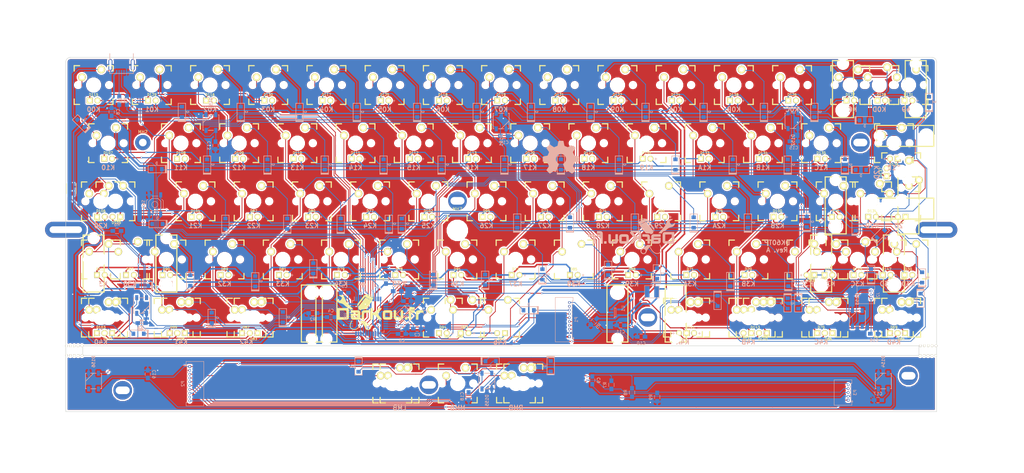
<source format=kicad_pcb>
(kicad_pcb (version 4) (host pcbnew 4.0.5+dfsg1-4)
  (title_block (title "MX/Alps HHKB") (date 2017-05-22) (rev A.1) (company DarKou))
  (layers (0 F.Cu signal) (31 B.Cu signal) (34 B.Paste user) (35 F.Paste user) (36 B.SilkS user) (37 F.SilkS user hide) (38 B.Mask user) (39 F.Mask user) (44 Edge.Cuts user))
  (net 0 "")
  (net 1 GND)
  (net 2 "Net-(C8-Pad1)")
  (net 3 "Net-(D1-Pad2)")
  (net 4 "Net-(D2-Pad2)")
  (net 5 "Net-(D3-Pad2)")
  (net 6 "Net-(D4-Pad2)")
  (net 7 "Net-(D5-Pad2)")
  (net 8 "Net-(D6-Pad2)")
  (net 9 "Net-(D7-Pad2)")
  (net 10 "Net-(D8-Pad2)")
  (net 11 "Net-(D9-Pad2)")
  (net 12 "Net-(D10-Pad2)")
  (net 13 "Net-(D11-Pad2)")
  (net 14 "Net-(D12-Pad2)")
  (net 15 "Net-(D13-Pad2)")
  (net 16 "Net-(D14-Pad2)")
  (net 17 "Net-(D15-Pad2)")
  (net 18 "Net-(D16-Pad2)")
  (net 19 "Net-(D17-Pad2)")
  (net 20 "Net-(D18-Pad2)")
  (net 21 "Net-(D19-Pad2)")
  (net 22 "Net-(D21-Pad2)")
  (net 23 "Net-(D22-Pad2)")
  (net 24 "Net-(D23-Pad2)")
  (net 25 "Net-(D24-Pad2)")
  (net 26 "Net-(D26-Pad2)")
  (net 27 "Net-(D27-Pad2)")
  (net 28 "Net-(D28-Pad2)")
  (net 29 "Net-(D29-Pad2)")
  (net 30 "Net-(D31-Pad2)")
  (net 31 "Net-(D32-Pad2)")
  (net 32 "Net-(D33-Pad2)")
  (net 33 "Net-(D34-Pad2)")
  (net 34 "Net-(D35-Pad2)")
  (net 35 "Net-(D36-Pad2)")
  (net 36 "Net-(D37-Pad2)")
  (net 37 "Net-(D38-Pad2)")
  (net 38 "Net-(D39-Pad2)")
  (net 39 "Net-(D40-Pad2)")
  (net 40 "Net-(D41-Pad2)")
  (net 41 "Net-(D42-Pad2)")
  (net 42 "Net-(D43-Pad2)")
  (net 43 "Net-(D44-Pad2)")
  (net 44 "Net-(D45-Pad2)")
  (net 45 "Net-(D46-Pad2)")
  (net 46 "Net-(D47-Pad2)")
  (net 47 "Net-(D48-Pad2)")
  (net 48 "Net-(D49-Pad2)")
  (net 49 "Net-(D50-Pad2)")
  (net 50 "Net-(D51-Pad2)")
  (net 51 "Net-(D52-Pad2)")
  (net 52 "Net-(D53-Pad2)")
  (net 53 "Net-(D54-Pad2)")
  (net 54 "Net-(D55-Pad2)")
  (net 55 "Net-(D56-Pad2)")
  (net 56 "Net-(D57-Pad2)")
  (net 57 "Net-(D58-Pad2)")
  (net 58 "Net-(D59-Pad2)")
  (net 59 "Net-(D60-Pad2)")
  (net 60 "Net-(J1-Pad2)")
  (net 61 "Net-(J1-Pad3)")
  (net 62 "Net-(J1-Pad4)")
  (net 63 "Net-(R3-Pad1)")
  (net 64 "Net-(R4-Pad2)")
  (net 65 "Net-(U0-Pad42)")
  (net 66 "Net-(LD1-Pad2)")
  (net 67 D2)
  (net 68 D5)
  (net 69 "Net-(D61-Pad2)")
  (net 70 "Net-(D62-Pad2)")
  (net 71 "Net-(D63-Pad2)")
  (net 72 "Net-(U0-Pad41)")
  (net 73 "Net-(D64-Pad2)")
  (net 74 "Net-(D65-Pad2)")
  (net 75 "Net-(D66-Pad2)")
  (net 76 "Net-(D67-Pad2)")
  (net 77 "Net-(D68-Pad2)")
  (net 78 "Net-(R2-Pad2)")
  (net 79 VCC)
  (net 80 "Net-(C9-Pad1)")
  (net 81 LED_AN)
  (net 82 "Net-(L1-Pad1)")
  (net 83 LED_CATH)
  (net 84 BACKLIT)
  (net 85 CAPS_LED)
  (net 86 Row4)
  (net 87 Col3)
  (net 88 Col4)
  (net 89 Col5)
  (net 90 Row0)
  (net 91 Row1)
  (net 92 Row2)
  (net 93 Row3)
  (net 94 Col0)
  (net 95 Col1)
  (net 96 Col2)
  (net 97 ColD)
  (net 98 ColC)
  (net 99 Col6)
  (net 100 Col7)
  (net 101 Col8)
  (net 102 Col9)
  (net 103 ColA)
  (net 104 ColB)
  (net 105 "Net-(K50-Pad2)")
  (net 106 "Net-(K50-Pad1)")
  (net 107 RESET)
  (net 108 XTAL1)
  (net 109 XTAL2)
  (net 110 "Net-(MH2-Pad1)")
  (net 111 "Net-(X1-Pad3)")
  (net 112 "Net-(MH7-Pad1)")
  (net 113 RGB)
  (net 114 "Net-(D149-Pad2)")
  (net 115 "Net-(D150-Pad2)")
  (net 116 "Net-(D151-Pad2)")
  (net 117 "Net-(D152-Pad2)")
  (net 118 DOUT)
  (net 119 "Net-(DM34-Pad2)")
  (net 120 "Net-(DM44-Pad2)")
  (net 121 "Net-(DM54-Pad2)")
  (net 122 /TRACKPOINT/D5)
  (net 123 /TRACKPOINT/D2)
  (net 124 /TRACKPOINT/Col3)
  (net 125 /TRACKPOINT/Col4)
  (net 126 /TRACKPOINT/Col5)
  (net 127 /TRACKPOINT/Row4)
  (net 128 /TRACKPOINT/RGB)
  (net 129 "Net-(D154-Pad2)")
  (net 130 "Net-(D155-Pad2)")
  (net 131 "Net-(D156-Pad2)")
  (net 132 "Net-(P1-Pad9)")
  (net 133 "Net-(P2-Pad9)")
  (module Footprint:Mx_100 (layer F.Cu) (at 138.23922 128.71429)
    (fp_text reference KM340 hide)
    (fp_text value LMB (at 0 8) (layer B.SilkS) (effects (font (thickness 0.3048)) (justify mirror)))
    (pad HOLE np_thru_hole circle (at 0 0) (size 3.9878 3.9878) (drill 3.9878) (layers *.Cu))
    (pad HOLE np_thru_hole circle (at -5.08 0) (size 1.7018 1.7018) (drill 1.7018) (layers *.Cu))
    (pad HOLE np_thru_hole circle (at 5.08 0) (size 1.7018 1.7018) (drill 1.7018) (layers *.Cu))
    (pad 1 thru_hole circle (at -3.81 -2.54 330.95) (size 2.5 2.5) (drill 1.5) (layers *.Cu *.Mask F.SilkS) (net 124 /TRACKPOINT/Col3))
    (pad 2 thru_hole circle (at 2.54 -5.08 356.1) (size 2.5 2.5) (drill 1.5) (layers *.Cu *.Mask F.SilkS) (net 119 "Net-(DM34-Pad2)"))
  )
  (module Footprint:BreakHoles (layer F.Cu) (at 311.20172 119.54804 90)
    (fp_text reference M2)
    (fp_text value MISC)
    (pad "" np_thru_hole circle (at 0 0 90) (size 0.8 0.8) (drill 0.7) (layers *.Cu *.Mask F.SilkS))
    (pad "" np_thru_hole circle (at 0 -1.27 90) (size 0.8 0.8) (drill 0.7) (layers *.Cu *.Mask F.SilkS))
    (pad "" np_thru_hole circle (at 0 -2.54 90) (size 0.8 0.8) (drill 0.7) (layers *.Cu *.Mask F.SilkS))
    (pad "" np_thru_hole circle (at 0 1.27 90) (size 0.8 0.8) (drill 0.7) (layers *.Cu *.Mask F.SilkS))
    (pad "" np_thru_hole circle (at 0 2.54 90) (size 0.8 0.8) (drill 0.7) (layers *.Cu *.Mask F.SilkS))
  )
  (module Footprint:MXST (layer F.Cu) (at 114.3 107.15625 180)
    (fp_text reference MXST hide)
    (fp_text value VAL** hide)
    (pad "" np_thru_hole circle (at 0 -6.985 180) (size 3.048 3.048) (drill 3.048) (layers *.Cu *.Mask))
    (pad "" np_thru_hole circle (at 0 8.255 180) (size 3.9802 3.9802) (drill 3.9802) (layers *.Cu *.Mask))
  )
  (module Footprint:MXST (layer F.Cu) (at 228.6 107.15625 180)
    (fp_text reference MXST hide)
    (fp_text value VAL** hide)
    (pad "" np_thru_hole circle (at 0 -6.985 180) (size 3.048 3.048) (drill 3.048) (layers *.Cu *.Mask))
    (pad "" np_thru_hole circle (at 0 8.255 180) (size 3.9802 3.9802) (drill 3.9802) (layers *.Cu *.Mask))
  )
  (module Footprint:MXST (layer F.Cu) (at 209.55 107.15625 180)
    (fp_text reference MXST hide)
    (fp_text value VAL** hide)
    (pad "" np_thru_hole circle (at 0 -6.985 180) (size 3.048 3.048) (drill 3.048) (layers *.Cu *.Mask))
    (pad "" np_thru_hole circle (at 0 8.255 180) (size 3.9802 3.9802) (drill 3.9802) (layers *.Cu *.Mask))
  )
  (module Footprint:MXST (layer F.Cu) (at 109.5375 107.15625 180)
    (fp_text reference MXST hide)
    (fp_text value VAL** hide)
    (pad "" np_thru_hole circle (at 0 -6.985 180) (size 3.048 3.048) (drill 3.048) (layers *.Cu *.Mask))
    (pad "" np_thru_hole circle (at 0 8.255 180) (size 3.9802 3.9802) (drill 3.9802) (layers *.Cu *.Mask))
  )
  (module Footprint:MXST (layer F.Cu) (at 300.0375 88.10625)
    (fp_text reference MXST hide)
    (fp_text value VAL** hide)
    (pad "" np_thru_hole circle (at 0 -6.985) (size 3.048 3.048) (drill 3.048) (layers *.Cu *.Mask))
    (pad "" np_thru_hole circle (at 0 8.255) (size 3.9802 3.9802) (drill 3.9802) (layers *.Cu *.Mask))
  )
  (module Footprint:MXST (layer F.Cu) (at 276.225 88.10625)
    (fp_text reference MXST hide)
    (fp_text value VAL** hide)
    (pad "" np_thru_hole circle (at 0 -6.985) (size 3.048 3.048) (drill 3.048) (layers *.Cu *.Mask))
    (pad "" np_thru_hole circle (at 0 8.255) (size 3.9802 3.9802) (drill 3.9802) (layers *.Cu *.Mask))
  )
  (module Footprint:MXST (layer F.Cu) (at 302.41875 47.62625 90)
    (fp_text reference MXST hide)
    (fp_text value VAL** hide)
    (pad "" np_thru_hole circle (at 0 -6.985 90) (size 3.048 3.048) (drill 3.048) (layers *.Cu *.Mask))
    (pad "" np_thru_hole circle (at 0 8.255 90) (size 3.9802 3.9802) (drill 3.9802) (layers *.Cu *.Mask))
  )
  (module Footprint:MXST (layer F.Cu) (at 302.41875 71.4375 90)
    (fp_text reference MXST hide)
    (fp_text value VAL** hide)
    (pad "" np_thru_hole circle (at 0 -6.985 90) (size 3.048 3.048) (drill 3.048) (layers *.Cu *.Mask))
    (pad "" np_thru_hole circle (at 0 8.255 90) (size 3.9802 3.9802) (drill 3.9802) (layers *.Cu *.Mask))
  )
  (module Footprint:MXST (layer F.Cu) (at 280.9875 69.05625)
    (fp_text reference MXST hide)
    (fp_text value VAL** hide)
    (pad "" np_thru_hole circle (at 0 -6.985) (size 3.048 3.048) (drill 3.048) (layers *.Cu *.Mask))
    (pad "" np_thru_hole circle (at 0 8.255) (size 3.9802 3.9802) (drill 3.9802) (layers *.Cu *.Mask))
  )
  (module Footprint:MXST (layer F.Cu) (at 304.8 69.05625)
    (fp_text reference MXST hide)
    (fp_text value VAL** hide)
    (pad "" np_thru_hole circle (at 0 -6.985) (size 3.048 3.048) (drill 3.048) (layers *.Cu *.Mask))
    (pad "" np_thru_hole circle (at 0 8.255) (size 3.9802 3.9802) (drill 3.9802) (layers *.Cu *.Mask))
  )
  (module Footprint:MXST (layer F.Cu) (at 307.18125 30.95625)
    (fp_text reference MXST hide)
    (fp_text value VAL** hide)
    (pad "" np_thru_hole circle (at 0 -6.985) (size 3.048 3.048) (drill 3.048) (layers *.Cu *.Mask))
    (pad "" np_thru_hole circle (at 0 8.255) (size 3.9802 3.9802) (drill 3.9802) (layers *.Cu *.Mask))
  )
  (module Footprint:MXST (layer F.Cu) (at 283.36875 30.95625)
    (fp_text reference MXST hide)
    (fp_text value VAL** hide)
    (pad "" np_thru_hole circle (at 0 -6.985) (size 3.048 3.048) (drill 3.048) (layers *.Cu *.Mask))
    (pad "" np_thru_hole circle (at 0 8.255) (size 3.9802 3.9802) (drill 3.9802) (layers *.Cu *.Mask))
  )
  (module Footprint:MXST (layer F.Cu) (at 61.9125 88.10625)
    (fp_text reference MXST hide)
    (fp_text value VAL** hide)
    (pad "" np_thru_hole circle (at 0 -6.985) (size 3.048 3.048) (drill 3.048) (layers *.Cu *.Mask))
    (pad "" np_thru_hole circle (at 0 8.255) (size 3.9802 3.9802) (drill 3.9802) (layers *.Cu *.Mask))
  )
  (module Capacitors_SMD:C_0805_HandSoldering (layer B.Cu) (at 145 104 45)
    (fp_text reference C1 (at 0 2.1 45) (layer B.SilkS) (effects (justify mirror)))
    (fp_text value 22p)
    (pad 1 smd rect (at -1.25 0 45) (size 1.5 1.25) (layers B.Cu B.Paste B.Mask) (net 108 XTAL1))
    (pad 2 smd rect (at 1.25 0 45) (size 1.5 1.25) (layers B.Cu B.Paste B.Mask) (net 1 GND))
  )
  (module Capacitors_SMD:C_0805_HandSoldering (layer B.Cu) (at 144 110.75)
    (fp_text reference C2 (at 0 2.1) (layer B.SilkS) (effects (justify mirror)))
    (fp_text value 22p)
    (pad 1 smd rect (at -1.25 0) (size 1.5 1.25) (layers B.Cu B.Paste B.Mask) (net 109 XTAL2))
    (pad 2 smd rect (at 1.25 0) (size 1.5 1.25) (layers B.Cu B.Paste B.Mask) (net 1 GND))
  )
  (module Capacitors_SMD:C_0805_HandSoldering (layer B.Cu) (at 133.7875 94.7575 90)
    (fp_text reference C3 (at 0 2.1 90) (layer B.SilkS) (effects (justify mirror)))
    (fp_text value 0.1u hide)
    (pad 1 smd rect (at -1.25 0 90) (size 1.5 1.25) (layers B.Cu B.Paste B.Mask) (net 79 VCC))
    (pad 2 smd rect (at 1.25 0 90) (size 1.5 1.25) (layers B.Cu B.Paste B.Mask) (net 1 GND))
  )
  (module Capacitors_SMD:C_0805_HandSoldering (layer B.Cu) (at 115.75 107 180)
    (fp_text reference C4 (at 0 2.1 180) (layer B.SilkS) (effects (justify mirror)))
    (fp_text value 0.1u hide)
    (pad 1 smd rect (at -1.25 0 180) (size 1.5 1.25) (layers B.Cu B.Paste B.Mask) (net 79 VCC))
    (pad 2 smd rect (at 1.25 0 180) (size 1.5 1.25) (layers B.Cu B.Paste B.Mask) (net 1 GND))
  )
  (module Capacitors_SMD:C_0805_HandSoldering (layer B.Cu) (at 120.25 99 180)
    (fp_text reference C5 (at 0 2.1 180) (layer B.SilkS) (effects (justify mirror)))
    (fp_text value 0.1u)
    (pad 1 smd rect (at -1.25 0 180) (size 1.5 1.25) (layers B.Cu B.Paste B.Mask) (net 79 VCC))
    (pad 2 smd rect (at 1.25 0 180) (size 1.5 1.25) (layers B.Cu B.Paste B.Mask) (net 1 GND))
  )
  (module Capacitors_SMD:C_0805_HandSoldering (layer B.Cu) (at 139 112.5)
    (fp_text reference C6 (at 0 2.1) (layer B.SilkS) (effects (justify mirror)))
    (fp_text value 0.1u)
    (pad 1 smd rect (at -1.25 0) (size 1.5 1.25) (layers B.Cu B.Paste B.Mask) (net 79 VCC))
    (pad 2 smd rect (at 1.25 0) (size 1.5 1.25) (layers B.Cu B.Paste B.Mask) (net 1 GND))
  )
  (module Capacitors_SMD:C_0805_HandSoldering (layer B.Cu) (at 140.75 101.75)
    (fp_text reference C7 (at 0 2.1) (layer B.SilkS) (effects (justify mirror)))
    (fp_text value 4.7u)
    (pad 1 smd rect (at -1.25 0) (size 1.5 1.25) (layers B.Cu B.Paste B.Mask) (net 79 VCC))
    (pad 2 smd rect (at 1.25 0) (size 1.5 1.25) (layers B.Cu B.Paste B.Mask) (net 1 GND))
  )
  (module Capacitors_SMD:C_0805_HandSoldering (layer B.Cu) (at 44 39.75 90)
    (fp_text reference C8 (at 0 2.1 90) (layer B.SilkS) (effects (justify mirror)))
    (fp_text value 1u)
    (pad 1 smd rect (at -1.25 0 90) (size 1.5 1.25) (layers B.Cu B.Paste B.Mask) (net 2 "Net-(C8-Pad1)"))
    (pad 2 smd rect (at 1.25 0 90) (size 1.5 1.25) (layers B.Cu B.Paste B.Mask) (net 1 GND))
  )
  (module Capacitors_SMD:C_0805_HandSoldering (layer B.Cu) (at 201.32172 127.69304 90)
    (fp_text reference C9 (at 0 2.1 90) (layer B.SilkS) (effects (justify mirror)))
    (fp_text value 2.2u)
    (pad 1 smd rect (at -1.25 0 90) (size 1.5 1.25) (layers B.Cu B.Paste B.Mask) (net 80 "Net-(C9-Pad1)"))
    (pad 2 smd rect (at 1.25 0 90) (size 1.5 1.25) (layers B.Cu B.Paste B.Mask) (net 79 VCC))
  )
  (module Footprint:D_SOD123 (layer B.Cu) (at 34 43.5 135)
    (fp_text reference D1 hide)
    (fp_text value D (at 0 1.925 135) (layer B.SilkS) (effects (font (size 0.8 0.8)) (justify mirror)))
    (pad 2 smd rect (at 1.7 0 135) (size 1.2 1.4) (layers B.Cu B.Paste B.Mask) (net 3 "Net-(D1-Pad2)"))
    (pad 1 smd rect (at -1.7 0 135) (size 1.2 1.4) (layers B.Cu B.Paste B.Mask) (net 90 Row0))
  )
  (module Footprint:D_SOD123 (layer B.Cu) (at 58.75 58.5 180)
    (fp_text reference D2 hide)
    (fp_text value D (at 0 1.925 180) (layer B.SilkS) (effects (font (size 0.8 0.8)) (justify mirror)))
    (pad 2 smd rect (at 1.7 0 180) (size 1.2 1.4) (layers B.Cu B.Paste B.Mask) (net 4 "Net-(D2-Pad2)"))
    (pad 1 smd rect (at -1.7 0 180) (size 1.2 1.4) (layers B.Cu B.Paste B.Mask) (net 91 Row1))
  )
  (module Footprint:D_SOD123 (layer B.Cu) (at 59 76.5 180)
    (fp_text reference D3 hide)
    (fp_text value D (at 0 1.925 180) (layer B.SilkS) (effects (font (size 0.8 0.8)) (justify mirror)))
    (pad 2 smd rect (at 1.7 0 180) (size 1.2 1.4) (layers B.Cu B.Paste B.Mask) (net 5 "Net-(D3-Pad2)"))
    (pad 1 smd rect (at -1.7 0 180) (size 1.2 1.4) (layers B.Cu B.Paste B.Mask) (net 92 Row2))
  )
  (module Footprint:D_SOD123 (layer B.Cu) (at 54.25 96.75 180)
    (fp_text reference D4 hide)
    (fp_text value D (at 0 1.925 180) (layer B.SilkS) (effects (font (size 0.8 0.8)) (justify mirror)))
    (pad 2 smd rect (at 1.7 0 180) (size 1.2 1.4) (layers B.Cu B.Paste B.Mask) (net 6 "Net-(D4-Pad2)"))
    (pad 1 smd rect (at -1.7 0 180) (size 1.2 1.4) (layers B.Cu B.Paste B.Mask) (net 93 Row3))
  )
  (module Footprint:D_SOD123 (layer B.Cu) (at 52.82172 112.44304 180)
    (fp_text reference D5 hide)
    (fp_text value D (at 0 1.925 180) (layer B.SilkS) (effects (font (size 0.8 0.8)) (justify mirror)))
    (pad 2 smd rect (at 1.7 0 180) (size 1.2 1.4) (layers B.Cu B.Paste B.Mask) (net 7 "Net-(D5-Pad2)"))
    (pad 1 smd rect (at -1.7 0 180) (size 1.2 1.4) (layers B.Cu B.Paste B.Mask) (net 86 Row4))
  )
  (module Footprint:D_SOD123 (layer B.Cu) (at 67 39.75 90)
    (fp_text reference D6 hide)
    (fp_text value D (at 0 1.925 90) (layer B.SilkS) (effects (font (size 0.8 0.8)) (justify mirror)))
    (pad 2 smd rect (at 1.7 0 90) (size 1.2 1.4) (layers B.Cu B.Paste B.Mask) (net 8 "Net-(D6-Pad2)"))
    (pad 1 smd rect (at -1.7 0 90) (size 1.2 1.4) (layers B.Cu B.Paste B.Mask) (net 90 Row0))
  )
  (module Footprint:D_SOD123 (layer B.Cu) (at 75.25 57 90)
    (fp_text reference D7 hide)
    (fp_text value D (at 0 1.925 90) (layer B.SilkS) (effects (font (size 0.8 0.8)) (justify mirror)))
    (pad 2 smd rect (at 1.7 0 90) (size 1.2 1.4) (layers B.Cu B.Paste B.Mask) (net 9 "Net-(D7-Pad2)"))
    (pad 1 smd rect (at -1.7 0 90) (size 1.2 1.4) (layers B.Cu B.Paste B.Mask) (net 91 Row1))
  )
  (module Footprint:D_SOD123 (layer B.Cu) (at 81.22875 76.40625 90)
    (fp_text reference D8 hide)
    (fp_text value D (at 0 1.925 90) (layer B.SilkS) (effects (font (size 0.8 0.8)) (justify mirror)))
    (pad 2 smd rect (at 1.7 0 90) (size 1.2 1.4) (layers B.Cu B.Paste B.Mask) (net 10 "Net-(D8-Pad2)"))
    (pad 1 smd rect (at -1.7 0 90) (size 1.2 1.4) (layers B.Cu B.Paste B.Mask) (net 92 Row2))
  )
  (module Footprint:D_SOD123 (layer B.Cu) (at 69.75 95 90)
    (fp_text reference D9 hide)
    (fp_text value D (at 0 1.925 90) (layer B.SilkS) (effects (font (size 0.8 0.8)) (justify mirror)))
    (pad 2 smd rect (at 1.7 0 90) (size 1.2 1.4) (layers B.Cu B.Paste B.Mask) (net 11 "Net-(D9-Pad2)"))
    (pad 1 smd rect (at -1.7 0 90) (size 1.2 1.4) (layers B.Cu B.Paste B.Mask) (net 93 Row3))
  )
  (module Footprint:D_SOD123 (layer B.Cu) (at 76.75 107.25 90)
    (fp_text reference D10 hide)
    (fp_text value D (at 0 1.925 90) (layer B.SilkS) (effects (font (size 0.8 0.8)) (justify mirror)))
    (pad 2 smd rect (at 1.7 0 90) (size 1.2 1.4) (layers B.Cu B.Paste B.Mask) (net 12 "Net-(D10-Pad2)"))
    (pad 1 smd rect (at -1.7 0 90) (size 1.2 1.4) (layers B.Cu B.Paste B.Mask) (net 86 Row4))
  )
  (module Footprint:D_SOD123 (layer B.Cu) (at 86.25 39.75 90)
    (fp_text reference D11 hide)
    (fp_text value D (at 0 1.925 90) (layer B.SilkS) (effects (font (size 0.8 0.8)) (justify mirror)))
    (pad 2 smd rect (at 1.7 0 90) (size 1.2 1.4) (layers B.Cu B.Paste B.Mask) (net 13 "Net-(D11-Pad2)"))
    (pad 1 smd rect (at -1.7 0 90) (size 1.2 1.4) (layers B.Cu B.Paste B.Mask) (net 90 Row0))
  )
  (module Footprint:D_SOD123 (layer B.Cu) (at 95 57 90)
    (fp_text reference D12 hide)
    (fp_text value D (at 0 1.925 90) (layer B.SilkS) (effects (font (size 0.8 0.8)) (justify mirror)))
    (pad 2 smd rect (at 1.7 0 90) (size 1.2 1.4) (layers B.Cu B.Paste B.Mask) (net 14 "Net-(D12-Pad2)"))
    (pad 1 smd rect (at -1.7 0 90) (size 1.2 1.4) (layers B.Cu B.Paste B.Mask) (net 91 Row1))
  )
  (module Footprint:D_SOD123 (layer B.Cu) (at 101.47875 76.40625 90)
    (fp_text reference D13 hide)
    (fp_text value D (at 0 1.925 90) (layer B.SilkS) (effects (font (size 0.8 0.8)) (justify mirror)))
    (pad 2 smd rect (at 1.7 0 90) (size 1.2 1.4) (layers B.Cu B.Paste B.Mask) (net 15 "Net-(D13-Pad2)"))
    (pad 1 smd rect (at -1.7 0 90) (size 1.2 1.4) (layers B.Cu B.Paste B.Mask) (net 92 Row2))
  )
  (module Footprint:D_SOD123 (layer B.Cu) (at 91 95.25 90)
    (fp_text reference D14 hide)
    (fp_text value D (at 0 1.925 90) (layer B.SilkS) (effects (font (size 0.8 0.8)) (justify mirror)))
    (pad 2 smd rect (at 1.7 0 90) (size 1.2 1.4) (layers B.Cu B.Paste B.Mask) (net 16 "Net-(D14-Pad2)"))
    (pad 1 smd rect (at -1.7 0 90) (size 1.2 1.4) (layers B.Cu B.Paste B.Mask) (net 93 Row3))
  )
  (module Footprint:D_SOD123 (layer B.Cu) (at 100.0375 107.0075 90)
    (fp_text reference D15 hide)
    (fp_text value D (at 0 1.925 90) (layer B.SilkS) (effects (font (size 0.8 0.8)) (justify mirror)))
    (pad 2 smd rect (at 1.7 0 90) (size 1.2 1.4) (layers B.Cu B.Paste B.Mask) (net 17 "Net-(D15-Pad2)"))
    (pad 1 smd rect (at -1.7 0 90) (size 1.2 1.4) (layers B.Cu B.Paste B.Mask) (net 86 Row4))
  )
  (module Footprint:D_SOD123 (layer B.Cu) (at 105.5 39.75 90)
    (fp_text reference D16 hide)
    (fp_text value D (at 0 1.925 90) (layer B.SilkS) (effects (font (size 0.8 0.8)) (justify mirror)))
    (pad 2 smd rect (at 1.7 0 90) (size 1.2 1.4) (layers B.Cu B.Paste B.Mask) (net 18 "Net-(D16-Pad2)"))
    (pad 1 smd rect (at -1.7 0 90) (size 1.2 1.4) (layers B.Cu B.Paste B.Mask) (net 90 Row0))
  )
  (module Footprint:D_SOD123 (layer B.Cu) (at 113.75 57 90)
    (fp_text reference D17 hide)
    (fp_text value D (at 0 1.925 90) (layer B.SilkS) (effects (font (size 0.8 0.8)) (justify mirror)))
    (pad 2 smd rect (at 1.7 0 90) (size 1.2 1.4) (layers B.Cu B.Paste B.Mask) (net 19 "Net-(D17-Pad2)"))
    (pad 1 smd rect (at -1.7 0 90) (size 1.2 1.4) (layers B.Cu B.Paste B.Mask) (net 91 Row1))
  )
  (module Footprint:D_SOD123 (layer B.Cu) (at 118.97875 76.40625 90)
    (fp_text reference D18 hide)
    (fp_text value D (at 0 1.925 90) (layer B.SilkS) (effects (font (size 0.8 0.8)) (justify mirror)))
    (pad 2 smd rect (at 1.7 0 90) (size 1.2 1.4) (layers B.Cu B.Paste B.Mask) (net 20 "Net-(D18-Pad2)"))
    (pad 1 smd rect (at -1.7 0 90) (size 1.2 1.4) (layers B.Cu B.Paste B.Mask) (net 92 Row2))
  )
  (module Footprint:D_SOD123 (layer B.Cu) (at 110 91 90)
    (fp_text reference D19 hide)
    (fp_text value D (at 0 1.925 90) (layer B.SilkS) (effects (font (size 0.8 0.8)) (justify mirror)))
    (pad 2 smd rect (at 1.7 0 90) (size 1.2 1.4) (layers B.Cu B.Paste B.Mask) (net 21 "Net-(D19-Pad2)"))
    (pad 1 smd rect (at -1.7 0 90) (size 1.2 1.4) (layers B.Cu B.Paste B.Mask) (net 93 Row3))
  )
  (module Footprint:D_SOD123 (layer B.Cu) (at 124.25 39.75 90)
    (fp_text reference D21 hide)
    (fp_text value D (at 0 1.925 90) (layer B.SilkS) (effects (font (size 0.8 0.8)) (justify mirror)))
    (pad 2 smd rect (at 1.7 0 90) (size 1.2 1.4) (layers B.Cu B.Paste B.Mask) (net 22 "Net-(D21-Pad2)"))
    (pad 1 smd rect (at -1.7 0 90) (size 1.2 1.4) (layers B.Cu B.Paste B.Mask) (net 90 Row0))
  )
  (module Footprint:D_SOD123 (layer B.Cu) (at 133 57 90)
    (fp_text reference D22 hide)
    (fp_text value D (at 0 1.925 90) (layer B.SilkS) (effects (font (size 0.8 0.8)) (justify mirror)))
    (pad 2 smd rect (at 1.7 0 90) (size 1.2 1.4) (layers B.Cu B.Paste B.Mask) (net 23 "Net-(D22-Pad2)"))
    (pad 1 smd rect (at -1.7 0 90) (size 1.2 1.4) (layers B.Cu B.Paste B.Mask) (net 91 Row1))
  )
  (module Footprint:D_SOD123 (layer B.Cu) (at 134.72875 76.40625 90)
    (fp_text reference D23 hide)
    (fp_text value D (at 0 1.925 90) (layer B.SilkS) (effects (font (size 0.8 0.8)) (justify mirror)))
    (pad 2 smd rect (at 1.7 0 90) (size 1.2 1.4) (layers B.Cu B.Paste B.Mask) (net 24 "Net-(D23-Pad2)"))
    (pad 1 smd rect (at -1.7 0 90) (size 1.2 1.4) (layers B.Cu B.Paste B.Mask) (net 92 Row2))
  )
  (module Footprint:D_SOD123 (layer B.Cu) (at 126 93.25 90)
    (fp_text reference D24 hide)
    (fp_text value D (at 0 1.925 90) (layer B.SilkS) (effects (font (size 0.8 0.8)) (justify mirror)))
    (pad 2 smd rect (at 1.7 0 90) (size 1.2 1.4) (layers B.Cu B.Paste B.Mask) (net 25 "Net-(D24-Pad2)"))
    (pad 1 smd rect (at -1.7 0 90) (size 1.2 1.4) (layers B.Cu B.Paste B.Mask) (net 93 Row3))
  )
  (module Footprint:D_SOD123 (layer B.Cu) (at 144 39.75 90)
    (fp_text reference D26 hide)
    (fp_text value D (at 0 1.925 90) (layer B.SilkS) (effects (font (size 0.8 0.8)) (justify mirror)))
    (pad 2 smd rect (at 1.7 0 90) (size 1.2 1.4) (layers B.Cu B.Paste B.Mask) (net 26 "Net-(D26-Pad2)"))
    (pad 1 smd rect (at -1.7 0 90) (size 1.2 1.4) (layers B.Cu B.Paste B.Mask) (net 90 Row0))
  )
  (module Footprint:D_SOD123 (layer B.Cu) (at 152 57 90)
    (fp_text reference D27 hide)
    (fp_text value D (at 0 1.925 90) (layer B.SilkS) (effects (font (size 0.8 0.8)) (justify mirror)))
    (pad 2 smd rect (at 1.7 0 90) (size 1.2 1.4) (layers B.Cu B.Paste B.Mask) (net 27 "Net-(D27-Pad2)"))
    (pad 1 smd rect (at -1.7 0 90) (size 1.2 1.4) (layers B.Cu B.Paste B.Mask) (net 91 Row1))
  )
  (module Footprint:D_SOD123 (layer B.Cu) (at 138.97875 76.40625 90)
    (fp_text reference D28 hide)
    (fp_text value D (at 0 1.925 90) (layer B.SilkS) (effects (font (size 0.8 0.8)) (justify mirror)))
    (pad 2 smd rect (at 1.7 0 90) (size 1.2 1.4) (layers B.Cu B.Paste B.Mask) (net 28 "Net-(D28-Pad2)"))
    (pad 1 smd rect (at -1.7 0 90) (size 1.2 1.4) (layers B.Cu B.Paste B.Mask) (net 92 Row2))
  )
  (module Footprint:D_SOD123 (layer B.Cu) (at 149.25 94.75 90)
    (fp_text reference D29 hide)
    (fp_text value D (at 0 1.925 90) (layer B.SilkS) (effects (font (size 0.8 0.8)) (justify mirror)))
    (pad 2 smd rect (at 1.7 0 90) (size 1.2 1.4) (layers B.Cu B.Paste B.Mask) (net 29 "Net-(D29-Pad2)"))
    (pad 1 smd rect (at -1.7 0 90) (size 1.2 1.4) (layers B.Cu B.Paste B.Mask) (net 93 Row3))
  )
  (module Footprint:D_SOD123 (layer B.Cu) (at 163.5 39.75 90)
    (fp_text reference D31 hide)
    (fp_text value D (at 0 1.925 90) (layer B.SilkS) (effects (font (size 0.8 0.8)) (justify mirror)))
    (pad 2 smd rect (at 1.7 0 90) (size 1.2 1.4) (layers B.Cu B.Paste B.Mask) (net 30 "Net-(D31-Pad2)"))
    (pad 1 smd rect (at -1.7 0 90) (size 1.2 1.4) (layers B.Cu B.Paste B.Mask) (net 90 Row0))
  )
  (module Footprint:D_SOD123 (layer B.Cu) (at 172.5375 57.0075 90)
    (fp_text reference D32 hide)
    (fp_text value D (at 0 1.925 90) (layer B.SilkS) (effects (font (size 0.8 0.8)) (justify mirror)))
    (pad 2 smd rect (at 1.7 0 90) (size 1.2 1.4) (layers B.Cu B.Paste B.Mask) (net 31 "Net-(D32-Pad2)"))
    (pad 1 smd rect (at -1.7 0 90) (size 1.2 1.4) (layers B.Cu B.Paste B.Mask) (net 91 Row1))
  )
  (module Footprint:D_SOD123 (layer B.Cu) (at 176.75 76 90)
    (fp_text reference D33 hide)
    (fp_text value D (at 0 1.925 90) (layer B.SilkS) (effects (font (size 0.8 0.8)) (justify mirror)))
    (pad 2 smd rect (at 1.7 0 90) (size 1.2 1.4) (layers B.Cu B.Paste B.Mask) (net 32 "Net-(D33-Pad2)"))
    (pad 1 smd rect (at -1.7 0 90) (size 1.2 1.4) (layers B.Cu B.Paste B.Mask) (net 92 Row2))
  )
  (module Footprint:D_SOD123 (layer B.Cu) (at 166.25 94.75 90)
    (fp_text reference D34 hide)
    (fp_text value D (at 0 1.925 90) (layer B.SilkS) (effects (font (size 0.8 0.8)) (justify mirror)))
    (pad 2 smd rect (at 1.7 0 90) (size 1.2 1.4) (layers B.Cu B.Paste B.Mask) (net 33 "Net-(D34-Pad2)"))
    (pad 1 smd rect (at -1.7 0 90) (size 1.2 1.4) (layers B.Cu B.Paste B.Mask) (net 93 Row3))
  )
  (module Footprint:D_SOD123 (layer B.Cu) (at 180.5 104.75 180)
    (fp_text reference D35 hide)
    (fp_text value D (at 0 1.925 180) (layer B.SilkS) (effects (font (size 0.8 0.8)) (justify mirror)))
    (pad 2 smd rect (at 1.7 0 180) (size 1.2 1.4) (layers B.Cu B.Paste B.Mask) (net 34 "Net-(D35-Pad2)"))
    (pad 1 smd rect (at -1.7 0 180) (size 1.2 1.4) (layers B.Cu B.Paste B.Mask) (net 86 Row4))
  )
  (module Footprint:D_SOD123 (layer B.Cu) (at 181.25 39.75 90)
    (fp_text reference D36 hide)
    (fp_text value D (at 0 1.925 90) (layer B.SilkS) (effects (font (size 0.8 0.8)) (justify mirror)))
    (pad 2 smd rect (at 1.7 0 90) (size 1.2 1.4) (layers B.Cu B.Paste B.Mask) (net 35 "Net-(D36-Pad2)"))
    (pad 1 smd rect (at -1.7 0 90) (size 1.2 1.4) (layers B.Cu B.Paste B.Mask) (net 90 Row0))
  )
  (module Footprint:D_SOD123 (layer B.Cu) (at 191.0375 57.0075 90)
    (fp_text reference D37 hide)
    (fp_text value D (at 0 1.925 90) (layer B.SilkS) (effects (font (size 0.8 0.8)) (justify mirror)))
    (pad 2 smd rect (at 1.7 0 90) (size 1.2 1.4) (layers B.Cu B.Paste B.Mask) (net 36 "Net-(D37-Pad2)"))
    (pad 1 smd rect (at -1.7 0 90) (size 1.2 1.4) (layers B.Cu B.Paste B.Mask) (net 91 Row1))
  )
  (module Footprint:D_SOD123 (layer B.Cu) (at 194 76 90)
    (fp_text reference D38 hide)
    (fp_text value D (at 0 1.925 90) (layer B.SilkS) (effects (font (size 0.8 0.8)) (justify mirror)))
    (pad 2 smd rect (at 1.7 0 90) (size 1.2 1.4) (layers B.Cu B.Paste B.Mask) (net 37 "Net-(D38-Pad2)"))
    (pad 1 smd rect (at -1.7 0 90) (size 1.2 1.4) (layers B.Cu B.Paste B.Mask) (net 92 Row2))
  )
  (module Footprint:D_SOD123 (layer B.Cu) (at 185 93 90)
    (fp_text reference D39 hide)
    (fp_text value D (at 0 1.925 90) (layer B.SilkS) (effects (font (size 0.8 0.8)) (justify mirror)))
    (pad 2 smd rect (at 1.7 0 90) (size 1.2 1.4) (layers B.Cu B.Paste B.Mask) (net 38 "Net-(D39-Pad2)"))
    (pad 1 smd rect (at -1.7 0 90) (size 1.2 1.4) (layers B.Cu B.Paste B.Mask) (net 93 Row3))
  )
  (module Footprint:D_SOD123 (layer B.Cu) (at 200.75 39.75 90)
    (fp_text reference D40 hide)
    (fp_text value D (at 0 1.925 90) (layer B.SilkS) (effects (font (size 0.8 0.8)) (justify mirror)))
    (pad 2 smd rect (at 1.7 0 90) (size 1.2 1.4) (layers B.Cu B.Paste B.Mask) (net 39 "Net-(D40-Pad2)"))
    (pad 1 smd rect (at -1.7 0 90) (size 1.2 1.4) (layers B.Cu B.Paste B.Mask) (net 90 Row0))
  )
  (module Footprint:D_SOD123 (layer B.Cu) (at 210.0375 57.0075 90)
    (fp_text reference D41 hide)
    (fp_text value D (at 0 1.925 90) (layer B.SilkS) (effects (font (size 0.8 0.8)) (justify mirror)))
    (pad 2 smd rect (at 1.7 0 90) (size 1.2 1.4) (layers B.Cu B.Paste B.Mask) (net 40 "Net-(D41-Pad2)"))
    (pad 1 smd rect (at -1.7 0 90) (size 1.2 1.4) (layers B.Cu B.Paste B.Mask) (net 91 Row1))
  )
  (module Footprint:D_SOD123 (layer B.Cu) (at 215.25 76 90)
    (fp_text reference D42 hide)
    (fp_text value D (at 0 1.925 90) (layer B.SilkS) (effects (font (size 0.8 0.8)) (justify mirror)))
    (pad 2 smd rect (at 1.7 0 90) (size 1.2 1.4) (layers B.Cu B.Paste B.Mask) (net 41 "Net-(D42-Pad2)"))
    (pad 1 smd rect (at -1.7 0 90) (size 1.2 1.4) (layers B.Cu B.Paste B.Mask) (net 92 Row2))
  )
  (module Footprint:D_SOD123 (layer B.Cu) (at 206.5 91.5 90)
    (fp_text reference D43 hide)
    (fp_text value D (at 0 1.925 90) (layer B.SilkS) (effects (font (size 0.8 0.8)) (justify mirror)))
    (pad 2 smd rect (at 1.7 0 90) (size 1.2 1.4) (layers B.Cu B.Paste B.Mask) (net 42 "Net-(D43-Pad2)"))
    (pad 1 smd rect (at -1.7 0 90) (size 1.2 1.4) (layers B.Cu B.Paste B.Mask) (net 93 Row3))
  )
  (module Footprint:D_SOD123 (layer B.Cu) (at 218.75 39.75 90)
    (fp_text reference D44 hide)
    (fp_text value D (at 0 1.925 90) (layer B.SilkS) (effects (font (size 0.8 0.8)) (justify mirror)))
    (pad 2 smd rect (at 1.7 0 90) (size 1.2 1.4) (layers B.Cu B.Paste B.Mask) (net 43 "Net-(D44-Pad2)"))
    (pad 1 smd rect (at -1.7 0 90) (size 1.2 1.4) (layers B.Cu B.Paste B.Mask) (net 90 Row0))
  )
  (module Footprint:D_SOD123 (layer B.Cu) (at 228.5375 57.0075 90)
    (fp_text reference D45 hide)
    (fp_text value D (at 0 1.925 90) (layer B.SilkS) (effects (font (size 0.8 0.8)) (justify mirror)))
    (pad 2 smd rect (at 1.7 0 90) (size 1.2 1.4) (layers B.Cu B.Paste B.Mask) (net 44 "Net-(D45-Pad2)"))
    (pad 1 smd rect (at -1.7 0 90) (size 1.2 1.4) (layers B.Cu B.Paste B.Mask) (net 91 Row1))
  )
  (module Footprint:D_SOD123 (layer B.Cu) (at 234.5 76 90)
    (fp_text reference D46 hide)
    (fp_text value D (at 0 1.925 90) (layer B.SilkS) (effects (font (size 0.8 0.8)) (justify mirror)))
    (pad 2 smd rect (at 1.7 0 90) (size 1.2 1.4) (layers B.Cu B.Paste B.Mask) (net 45 "Net-(D46-Pad2)"))
    (pad 1 smd rect (at -1.7 0 90) (size 1.2 1.4) (layers B.Cu B.Paste B.Mask) (net 92 Row2))
  )
  (module Footprint:D_SOD123 (layer B.Cu) (at 222.47875 92.65625 90)
    (fp_text reference D47 hide)
    (fp_text value D (at 0 1.925 90) (layer B.SilkS) (effects (font (size 0.8 0.8)) (justify mirror)))
    (pad 2 smd rect (at 1.7 0 90) (size 1.2 1.4) (layers B.Cu B.Paste B.Mask) (net 46 "Net-(D47-Pad2)"))
    (pad 1 smd rect (at -1.7 0 90) (size 1.2 1.4) (layers B.Cu B.Paste B.Mask) (net 93 Row3))
  )
  (module Footprint:D_SOD123 (layer B.Cu) (at 311.5 36.5 90)
    (fp_text reference D48 hide)
    (fp_text value D (at 0 1.925 90) (layer B.SilkS) (effects (font (size 0.8 0.8)) (justify mirror)))
    (pad 2 smd rect (at 1.7 0 90) (size 1.2 1.4) (layers B.Cu B.Paste B.Mask) (net 47 "Net-(D48-Pad2)"))
    (pad 1 smd rect (at -1.7 0 90) (size 1.2 1.4) (layers B.Cu B.Paste B.Mask) (net 86 Row4))
  )
  (module Footprint:D_SOD123 (layer B.Cu) (at 237.75 39.75 90)
    (fp_text reference D49 hide)
    (fp_text value D (at 0 1.925 90) (layer B.SilkS) (effects (font (size 0.8 0.8)) (justify mirror)))
    (pad 2 smd rect (at 1.7 0 90) (size 1.2 1.4) (layers B.Cu B.Paste B.Mask) (net 48 "Net-(D49-Pad2)"))
    (pad 1 smd rect (at -1.7 0 90) (size 1.2 1.4) (layers B.Cu B.Paste B.Mask) (net 90 Row0))
  )
  (module Footprint:D_SOD123 (layer B.Cu) (at 247.2875 57.0075 90)
    (fp_text reference D50 hide)
    (fp_text value D (at 0 1.925 90) (layer B.SilkS) (effects (font (size 0.8 0.8)) (justify mirror)))
    (pad 2 smd rect (at 1.7 0 90) (size 1.2 1.4) (layers B.Cu B.Paste B.Mask) (net 49 "Net-(D50-Pad2)"))
    (pad 1 smd rect (at -1.7 0 90) (size 1.2 1.4) (layers B.Cu B.Paste B.Mask) (net 91 Row1))
  )
  (module Footprint:D_SOD123 (layer B.Cu) (at 252.25 76 90)
    (fp_text reference D51 hide)
    (fp_text value D (at 0 1.925 90) (layer B.SilkS) (effects (font (size 0.8 0.8)) (justify mirror)))
    (pad 2 smd rect (at 1.7 0 90) (size 1.2 1.4) (layers B.Cu B.Paste B.Mask) (net 50 "Net-(D51-Pad2)"))
    (pad 1 smd rect (at -1.7 0 90) (size 1.2 1.4) (layers B.Cu B.Paste B.Mask) (net 92 Row2))
  )
  (module Footprint:D_SOD123 (layer B.Cu) (at 246.47875 95.15625 90)
    (fp_text reference D52 hide)
    (fp_text value D (at 0 1.925 90) (layer B.SilkS) (effects (font (size 0.8 0.8)) (justify mirror)))
    (pad 2 smd rect (at 1.7 0 90) (size 1.2 1.4) (layers B.Cu B.Paste B.Mask) (net 51 "Net-(D52-Pad2)"))
    (pad 1 smd rect (at -1.7 0 90) (size 1.2 1.4) (layers B.Cu B.Paste B.Mask) (net 93 Row3))
  )
  (module Footprint:D_SOD123 (layer B.Cu) (at 242.32172 101.69304 270)
    (fp_text reference D53 hide)
    (fp_text value D (at 0 1.925 270) (layer B.SilkS) (effects (font (size 0.8 0.8)) (justify mirror)))
    (pad 2 smd rect (at 1.7 0 270) (size 1.2 1.4) (layers B.Cu B.Paste B.Mask) (net 52 "Net-(D53-Pad2)"))
    (pad 1 smd rect (at -1.7 0 270) (size 1.2 1.4) (layers B.Cu B.Paste B.Mask) (net 86 Row4))
  )
  (module Footprint:D_SOD123 (layer B.Cu) (at 257.5 39.75 90)
    (fp_text reference D54 hide)
    (fp_text value D (at 0 1.925 90) (layer B.SilkS) (effects (font (size 0.8 0.8)) (justify mirror)))
    (pad 2 smd rect (at 1.7 0 90) (size 1.2 1.4) (layers B.Cu B.Paste B.Mask) (net 53 "Net-(D54-Pad2)"))
    (pad 1 smd rect (at -1.7 0 90) (size 1.2 1.4) (layers B.Cu B.Paste B.Mask) (net 90 Row0))
  )
  (module Footprint:D_SOD123 (layer B.Cu) (at 265.2875 57.0075 90)
    (fp_text reference D55 hide)
    (fp_text value D (at 0 1.925 90) (layer B.SilkS) (effects (font (size 0.8 0.8)) (justify mirror)))
    (pad 2 smd rect (at 1.7 0 90) (size 1.2 1.4) (layers B.Cu B.Paste B.Mask) (net 54 "Net-(D55-Pad2)"))
    (pad 1 smd rect (at -1.7 0 90) (size 1.2 1.4) (layers B.Cu B.Paste B.Mask) (net 91 Row1))
  )
  (module Footprint:D_SOD123 (layer B.Cu) (at 271.5 75.75 90)
    (fp_text reference D56 hide)
    (fp_text value D (at 0 1.925 90) (layer B.SilkS) (effects (font (size 0.8 0.8)) (justify mirror)))
    (pad 2 smd rect (at 1.7 0 90) (size 1.2 1.4) (layers B.Cu B.Paste B.Mask) (net 55 "Net-(D56-Pad2)"))
    (pad 1 smd rect (at -1.7 0 90) (size 1.2 1.4) (layers B.Cu B.Paste B.Mask) (net 92 Row2))
  )
  (module Footprint:D_SOD123 (layer B.Cu) (at 265.47875 95.15625 90)
    (fp_text reference D57 hide)
    (fp_text value D (at 0 1.925 90) (layer B.SilkS) (effects (font (size 0.8 0.8)) (justify mirror)))
    (pad 2 smd rect (at 1.7 0 90) (size 1.2 1.4) (layers B.Cu B.Paste B.Mask) (net 56 "Net-(D57-Pad2)"))
    (pad 1 smd rect (at -1.7 0 90) (size 1.2 1.4) (layers B.Cu B.Paste B.Mask) (net 93 Row3))
  )
  (module Footprint:D_SOD123 (layer B.Cu) (at 265.25 102.5 270)
    (fp_text reference D58 hide)
    (fp_text value D (at 0 1.925 270) (layer B.SilkS) (effects (font (size 0.8 0.8)) (justify mirror)))
    (pad 2 smd rect (at 1.7 0 270) (size 1.2 1.4) (layers B.Cu B.Paste B.Mask) (net 57 "Net-(D58-Pad2)"))
    (pad 1 smd rect (at -1.7 0 270) (size 1.2 1.4) (layers B.Cu B.Paste B.Mask) (net 86 Row4))
  )
  (module Footprint:D_SOD123 (layer B.Cu) (at 274 39.75 90)
    (fp_text reference D59 hide)
    (fp_text value D (at 0 1.925 90) (layer B.SilkS) (effects (font (size 0.8 0.8)) (justify mirror)))
    (pad 2 smd rect (at 1.7 0 90) (size 1.2 1.4) (layers B.Cu B.Paste B.Mask) (net 58 "Net-(D59-Pad2)"))
    (pad 1 smd rect (at -1.7 0 90) (size 1.2 1.4) (layers B.Cu B.Paste B.Mask) (net 90 Row0))
  )
  (module Footprint:D_SOD123 (layer B.Cu) (at 284 57 90)
    (fp_text reference D60 hide)
    (fp_text value D (at 0 1.925 90) (layer B.SilkS) (effects (font (size 0.8 0.8)) (justify mirror)))
    (pad 2 smd rect (at 1.7 0 90) (size 1.2 1.4) (layers B.Cu B.Paste B.Mask) (net 59 "Net-(D60-Pad2)"))
    (pad 1 smd rect (at -1.7 0 90) (size 1.2 1.4) (layers B.Cu B.Paste B.Mask) (net 91 Row1))
  )
  (module Footprint:D_SOD123 (layer B.Cu) (at 287.5 77 90)
    (fp_text reference D61 hide)
    (fp_text value D (at 0 1.925 90) (layer B.SilkS) (effects (font (size 0.8 0.8)) (justify mirror)))
    (pad 2 smd rect (at 1.7 0 90) (size 1.2 1.4) (layers B.Cu B.Paste B.Mask) (net 69 "Net-(D61-Pad2)"))
    (pad 1 smd rect (at -1.7 0 90) (size 1.2 1.4) (layers B.Cu B.Paste B.Mask) (net 92 Row2))
  )
  (module Footprint:D_SOD123 (layer B.Cu) (at 292.57172 92.94304 90)
    (fp_text reference D62 hide)
    (fp_text value D (at 0 1.925 90) (layer B.SilkS) (effects (font (size 0.8 0.8)) (justify mirror)))
    (pad 2 smd rect (at 1.7 0 90) (size 1.2 1.4) (layers B.Cu B.Paste B.Mask) (net 70 "Net-(D62-Pad2)"))
    (pad 1 smd rect (at -1.7 0 90) (size 1.2 1.4) (layers B.Cu B.Paste B.Mask) (net 93 Row3))
  )
  (module Footprint:D_SOD123 (layer B.Cu) (at 268.75 102.5 270)
    (fp_text reference D63 hide)
    (fp_text value D (at 0 1.925 270) (layer B.SilkS) (effects (font (size 0.8 0.8)) (justify mirror)))
    (pad 2 smd rect (at 1.7 0 270) (size 1.2 1.4) (layers B.Cu B.Paste B.Mask) (net 71 "Net-(D63-Pad2)"))
    (pad 1 smd rect (at -1.7 0 270) (size 1.2 1.4) (layers B.Cu B.Paste B.Mask) (net 86 Row4))
  )
  (module Footprint:D_SOD123 (layer B.Cu) (at 290.5 42.5)
    (fp_text reference D64 hide)
    (fp_text value D (at 0 1.925) (layer B.SilkS) (effects (font (size 0.8 0.8)) (justify mirror)))
    (pad 2 smd rect (at 1.7 0) (size 1.2 1.4) (layers B.Cu B.Paste B.Mask) (net 73 "Net-(D64-Pad2)"))
    (pad 1 smd rect (at -1.7 0) (size 1.2 1.4) (layers B.Cu B.Paste B.Mask) (net 90 Row0))
  )
  (module Footprint:D_SOD123 (layer B.Cu) (at 289.25 58.75)
    (fp_text reference D65 hide)
    (fp_text value D (at 0 1.925) (layer B.SilkS) (effects (font (size 0.8 0.8)) (justify mirror)))
    (pad 2 smd rect (at 1.7 0) (size 1.2 1.4) (layers B.Cu B.Paste B.Mask) (net 74 "Net-(D65-Pad2)"))
    (pad 1 smd rect (at -1.7 0) (size 1.2 1.4) (layers B.Cu B.Paste B.Mask) (net 91 Row1))
  )
  (module Footprint:D_SOD123 (layer B.Cu) (at 295.75 79.75 45)
    (fp_text reference D66 hide)
    (fp_text value D (at 0 1.925 45) (layer B.SilkS) (effects (font (size 0.8 0.8)) (justify mirror)))
    (pad 2 smd rect (at 1.7 0 45) (size 1.2 1.4) (layers B.Cu B.Paste B.Mask) (net 75 "Net-(D66-Pad2)"))
    (pad 1 smd rect (at -1.7 0 45) (size 1.2 1.4) (layers B.Cu B.Paste B.Mask) (net 92 Row2))
  )
  (module Footprint:D_SOD123 (layer B.Cu) (at 309.25 94 90)
    (fp_text reference D67 hide)
    (fp_text value D (at 0 1.925 90) (layer B.SilkS) (effects (font (size 0.8 0.8)) (justify mirror)))
    (pad 2 smd rect (at 1.7 0 90) (size 1.2 1.4) (layers B.Cu B.Paste B.Mask) (net 76 "Net-(D67-Pad2)"))
    (pad 1 smd rect (at -1.7 0 90) (size 1.2 1.4) (layers B.Cu B.Paste B.Mask) (net 93 Row3))
  )
  (module Footprint:D_SOD123 (layer B.Cu) (at 308.75 101 270)
    (fp_text reference D68 hide)
    (fp_text value D (at 0 1.925 270) (layer B.SilkS) (effects (font (size 0.8 0.8)) (justify mirror)))
    (pad 2 smd rect (at 1.7 0 270) (size 1.2 1.4) (layers B.Cu B.Paste B.Mask) (net 77 "Net-(D68-Pad2)"))
    (pad 1 smd rect (at -1.7 0 270) (size 1.2 1.4) (layers B.Cu B.Paste B.Mask) (net 86 Row4))
  )
  (module Footprint:USB_miniB_hirose_5S8 (layer B.Cu) (at 47.25 26.75)
    (fp_text reference J1 hide)
    (fp_text value USB_mini_micro_B hide)
    (pad 1 smd rect (at -1.6 0) (size 0.5 1.4) (layers B.Cu B.Paste B.Mask) (net 79 VCC))
    (pad 2 smd rect (at -0.8 0) (size 0.5 1.4) (layers B.Cu B.Paste B.Mask) (net 60 "Net-(J1-Pad2)"))
    (pad 3 smd rect (at 0 0) (size 0.5 1.4) (layers B.Cu B.Paste B.Mask) (net 61 "Net-(J1-Pad3)"))
    (pad 4 smd rect (at 0.8 0) (size 0.5 1.4) (layers B.Cu B.Paste B.Mask) (net 62 "Net-(J1-Pad4)"))
    (pad 5 smd rect (at 1.6 0) (size 0.5 1.4) (layers B.Cu B.Paste B.Mask) (net 1 GND))
    (pad 6 thru_hole oval (at -3.65 -2.4) (size 1.3 3.8) (drill oval 0.7 3.2) (layers *.Cu *.Mask B.Paste) (net 1 GND))
    (pad 6 thru_hole oval (at 3.65 -2.4) (size 1.3 3.8) (drill oval 0.7 3.2) (layers *.Cu *.Mask B.Paste) (net 1 GND))
  )
  (module Resistors_SMD:R_0805_HandSoldering (layer B.Cu) (at 137.5 98.5 180)
    (fp_text reference R1 (at 0 2.1 180) (layer B.SilkS) (effects (justify mirror)))
    (fp_text value 10K)
    (pad 1 smd rect (at -1.35 0 180) (size 1.5 1.3) (layers B.Cu B.Paste B.Mask) (net 79 VCC))
    (pad 2 smd rect (at 1.35 0 180) (size 1.5 1.3) (layers B.Cu B.Paste B.Mask) (net 107 RESET))
  )
  (module Resistors_SMD:R_0805_HandSoldering (layer B.Cu) (at 109.82172 105.69304)
    (fp_text reference R2 (at 0 2.1) (layer B.SilkS) (effects (justify mirror)))
    (fp_text value 10K)
    (pad 1 smd rect (at -1.35 0) (size 1.5 1.3) (layers B.Cu B.Paste B.Mask) (net 1 GND))
    (pad 2 smd rect (at 1.35 0) (size 1.5 1.3) (layers B.Cu B.Paste B.Mask) (net 78 "Net-(R2-Pad2)"))
  )
  (module Resistors_SMD:R_0805_HandSoldering (layer B.Cu) (at 46.5 36 90)
    (fp_text reference R3 (at 0 2.1 90) (layer B.SilkS) (effects (justify mirror)))
    (fp_text value 22)
    (pad 1 smd rect (at -1.35 0 90) (size 1.5 1.3) (layers B.Cu B.Paste B.Mask) (net 63 "Net-(R3-Pad1)"))
    (pad 2 smd rect (at 1.35 0 90) (size 1.5 1.3) (layers B.Cu B.Paste B.Mask) (net 60 "Net-(J1-Pad2)"))
  )
  (module Resistors_SMD:R_0805_HandSoldering (layer B.Cu) (at 49 36 270)
    (fp_text reference R4 (at 0 2.1 270) (layer B.SilkS) (effects (justify mirror)))
    (fp_text value 22)
    (pad 1 smd rect (at -1.35 0 270) (size 1.5 1.3) (layers B.Cu B.Paste B.Mask) (net 61 "Net-(J1-Pad3)"))
    (pad 2 smd rect (at 1.35 0 270) (size 1.5 1.3) (layers B.Cu B.Paste B.Mask) (net 64 "Net-(R4-Pad2)"))
  )
  (module Resistors_SMD:R_0805_HandSoldering (layer B.Cu) (at 45.75 78.75 180)
    (fp_text reference R6 (at 0 2.1 180) (layer B.SilkS) (effects (justify mirror)))
    (fp_text value R)
    (pad 1 smd rect (at -1.35 0 180) (size 1.5 1.3) (layers B.Cu B.Paste B.Mask) (net 85 CAPS_LED))
    (pad 2 smd rect (at 1.35 0 180) (size 1.5 1.3) (layers B.Cu B.Paste B.Mask) (net 66 "Net-(LD1-Pad2)"))
  )
  (module Resistors_SMD:R_0805_HandSoldering (layer B.Cu) (at 207.57172 129.19304 270)
    (fp_text reference R7 (at 0 2.1 270) (layer B.SilkS) (effects (justify mirror)))
    (fp_text value 4.7K)
    (pad 1 smd rect (at -1.35 0 270) (size 1.5 1.3) (layers B.Cu B.Paste B.Mask) (net 79 VCC))
    (pad 2 smd rect (at 1.35 0 270) (size 1.5 1.3) (layers B.Cu B.Paste B.Mask) (net 122 /TRACKPOINT/D5))
  )
  (module Resistors_SMD:R_0805_HandSoldering (layer B.Cu) (at 214.32172 131.69304 270)
    (fp_text reference R8 (at 0 2.1 270) (layer B.SilkS) (effects (justify mirror)))
    (fp_text value 4.7K)
    (pad 1 smd rect (at -1.35 0 270) (size 1.5 1.3) (layers B.Cu B.Paste B.Mask) (net 79 VCC))
    (pad 2 smd rect (at 1.35 0 270) (size 1.5 1.3) (layers B.Cu B.Paste B.Mask) (net 123 /TRACKPOINT/D2))
  )
  (module Resistors_SMD:R_0805_HandSoldering (layer B.Cu) (at 222.57172 133.19304 270)
    (fp_text reference R9 (at 0 2.1 270) (layer B.SilkS) (effects (justify mirror)))
    (fp_text value 100K)
    (pad 1 smd rect (at -1.35 0 270) (size 1.5 1.3) (layers B.Cu B.Paste B.Mask) (net 80 "Net-(C9-Pad1)"))
    (pad 2 smd rect (at 1.35 0 270) (size 1.5 1.3) (layers B.Cu B.Paste B.Mask) (net 1 GND))
  )
  (module Buttons_Switches_SMD:SW_SPST_TL3342 (layer B.Cu) (at 58.15 70.1 270)
    (fp_text reference SW1 (at 0 3.75 270) (layer B.SilkS) (effects (justify mirror)))
    (fp_text value SW_PUSH)
    (pad 1 smd rect (at -3.15 1.9 270) (size 1.7 1) (layers B.Cu B.Paste B.Mask) (net 1 GND))
    (pad 1 smd rect (at 3.15 1.9 270) (size 1.7 1) (layers B.Cu B.Paste B.Mask) (net 1 GND))
    (pad 2 smd rect (at -3.15 -1.9 270) (size 1.7 1) (layers B.Cu B.Paste B.Mask) (net 107 RESET))
    (pad 2 smd rect (at 3.15 -1.9 270) (size 1.7 1) (layers B.Cu B.Paste B.Mask) (net 107 RESET))
  )
  (module Housings_QFP:TQFP-44_10x10mm_Pitch0.8mm (layer B.Cu) (at 128 106.75 270)
    (fp_text reference U0 (at 0 7.45 270) (layer B.SilkS) (effects (justify mirror)))
    (fp_text value ATMEGA32U4)
    (pad 1 smd rect (at -5.7 4 270) (size 1.5 0.55) (layers B.Cu B.Paste B.Mask) (net 85 CAPS_LED))
    (pad 2 smd rect (at -5.7 3.2 270) (size 1.5 0.55) (layers B.Cu B.Paste B.Mask) (net 79 VCC))
    (pad 3 smd rect (at -5.7 2.4 270) (size 1.5 0.55) (layers B.Cu B.Paste B.Mask) (net 63 "Net-(R3-Pad1)"))
    (pad 4 smd rect (at -5.7 1.6 270) (size 1.5 0.55) (layers B.Cu B.Paste B.Mask) (net 64 "Net-(R4-Pad2)"))
    (pad 5 smd rect (at -5.7 0.8 270) (size 1.5 0.55) (layers B.Cu B.Paste B.Mask) (net 1 GND))
    (pad 6 smd rect (at -5.7 0 270) (size 1.5 0.55) (layers B.Cu B.Paste B.Mask) (net 2 "Net-(C8-Pad1)"))
    (pad 7 smd rect (at -5.7 -0.8 270) (size 1.5 0.55) (layers B.Cu B.Paste B.Mask) (net 79 VCC))
    (pad 8 smd rect (at -5.7 -1.6 270) (size 1.5 0.55) (layers B.Cu B.Paste B.Mask) (net 97 ColD))
    (pad 9 smd rect (at -5.7 -2.4 270) (size 1.5 0.55) (layers B.Cu B.Paste B.Mask) (net 89 Col5))
    (pad 10 smd rect (at -5.7 -3.2 270) (size 1.5 0.55) (layers B.Cu B.Paste B.Mask) (net 93 Row3))
    (pad 11 smd rect (at -5.7 -4 270) (size 1.5 0.55) (layers B.Cu B.Paste B.Mask) (net 100 Col7))
    (pad 12 smd rect (at -4 -5.7 180) (size 1.5 0.55) (layers B.Cu B.Paste B.Mask) (net 84 BACKLIT))
    (pad 13 smd rect (at -3.2 -5.7 180) (size 1.5 0.55) (layers B.Cu B.Paste B.Mask) (net 107 RESET))
    (pad 14 smd rect (at -2.4 -5.7 180) (size 1.5 0.55) (layers B.Cu B.Paste B.Mask) (net 79 VCC))
    (pad 15 smd rect (at -1.6 -5.7 180) (size 1.5 0.55) (layers B.Cu B.Paste B.Mask) (net 1 GND))
    (pad 16 smd rect (at -0.8 -5.7 180) (size 1.5 0.55) (layers B.Cu B.Paste B.Mask) (net 108 XTAL1))
    (pad 17 smd rect (at 0 -5.7 180) (size 1.5 0.55) (layers B.Cu B.Paste B.Mask) (net 109 XTAL2))
    (pad 18 smd rect (at 0.8 -5.7 180) (size 1.5 0.55) (layers B.Cu B.Paste B.Mask) (net 98 ColC))
    (pad 19 smd rect (at 1.6 -5.7 180) (size 1.5 0.55) (layers B.Cu B.Paste B.Mask) (net 104 ColB))
    (pad 20 smd rect (at 2.4 -5.7 180) (size 1.5 0.55) (layers B.Cu B.Paste B.Mask) (net 67 D2))
    (pad 21 smd rect (at 3.2 -5.7 180) (size 1.5 0.55) (layers B.Cu B.Paste B.Mask) (net 103 ColA))
    (pad 22 smd rect (at 4 -5.7 180) (size 1.5 0.55) (layers B.Cu B.Paste B.Mask) (net 68 D5))
    (pad 23 smd rect (at 5.7 -4 270) (size 1.5 0.55) (layers B.Cu B.Paste B.Mask) (net 1 GND))
    (pad 24 smd rect (at 5.7 -3.2 270) (size 1.5 0.55) (layers B.Cu B.Paste B.Mask) (net 79 VCC))
    (pad 25 smd rect (at 5.7 -2.4 270) (size 1.5 0.55) (layers B.Cu B.Paste B.Mask) (net 101 Col8))
    (pad 26 smd rect (at 5.7 -1.6 270) (size 1.5 0.55) (layers B.Cu B.Paste B.Mask) (net 99 Col6))
    (pad 27 smd rect (at 5.7 -0.8 270) (size 1.5 0.55) (layers B.Cu B.Paste B.Mask) (net 113 RGB))
    (pad 28 smd rect (at 5.7 0 270) (size 1.5 0.55) (layers B.Cu B.Paste B.Mask) (net 102 Col9))
    (pad 29 smd rect (at 5.7 0.8 270) (size 1.5 0.55) (layers B.Cu B.Paste B.Mask) (net 92 Row2))
    (pad 30 smd rect (at 5.7 1.6 270) (size 1.5 0.55) (layers B.Cu B.Paste B.Mask) (net 88 Col4))
    (pad 31 smd rect (at 5.7 2.4 270) (size 1.5 0.55) (layers B.Cu B.Paste B.Mask) (net 91 Row1))
    (pad 32 smd rect (at 5.7 3.2 270) (size 1.5 0.55) (layers B.Cu B.Paste B.Mask) (net 86 Row4))
    (pad 33 smd rect (at 5.7 4 270) (size 1.5 0.55) (layers B.Cu B.Paste B.Mask) (net 78 "Net-(R2-Pad2)"))
    (pad 34 smd rect (at 4 5.7 180) (size 1.5 0.55) (layers B.Cu B.Paste B.Mask) (net 79 VCC))
    (pad 35 smd rect (at 3.2 5.7 180) (size 1.5 0.55) (layers B.Cu B.Paste B.Mask) (net 1 GND))
    (pad 36 smd rect (at 2.4 5.7 180) (size 1.5 0.55) (layers B.Cu B.Paste B.Mask) (net 94 Col0))
    (pad 37 smd rect (at 1.6 5.7 180) (size 1.5 0.55) (layers B.Cu B.Paste B.Mask) (net 90 Row0))
    (pad 38 smd rect (at 0.8 5.7 180) (size 1.5 0.55) (layers B.Cu B.Paste B.Mask) (net 95 Col1))
    (pad 39 smd rect (at 0 5.7 180) (size 1.5 0.55) (layers B.Cu B.Paste B.Mask) (net 96 Col2))
    (pad 40 smd rect (at -0.8 5.7 180) (size 1.5 0.55) (layers B.Cu B.Paste B.Mask) (net 87 Col3))
    (pad 41 smd rect (at -1.6 5.7 180) (size 1.5 0.55) (layers B.Cu B.Paste B.Mask) (net 72 "Net-(U0-Pad41)"))
    (pad 42 smd rect (at -2.4 5.7 180) (size 1.5 0.55) (layers B.Cu B.Paste B.Mask) (net 65 "Net-(U0-Pad42)"))
    (pad 43 smd rect (at -3.2 5.7 180) (size 1.5 0.55) (layers B.Cu B.Paste B.Mask) (net 1 GND))
    (pad 44 smd rect (at -4 5.7 180) (size 1.5 0.55) (layers B.Cu B.Paste B.Mask) (net 79 VCC))
  )
  (module Footprint:FA-238 (layer B.Cu) (at 140.25 106.25 315)
    (fp_text reference X1 hide)
    (fp_text value XTAL_GND hide)
    (pad 3 smd rect (at -1.1 0.8 315) (size 1.4 1.2) (drill (offset -0.1 0.05)) (layers B.Cu B.Paste B.Mask) (net 111 "Net-(X1-Pad3)") (clearance 0.2))
    (pad 2 smd rect (at 1.1 0.8 315) (size 1.4 1.2) (drill (offset 0.1 0.05)) (layers B.Cu B.Paste B.Mask) (net 109 XTAL2) (clearance 0.2))
    (pad 1 smd rect (at -1.1 -0.8 315) (size 1.4 1.2) (drill (offset -0.1 -0.05)) (layers B.Cu B.Paste B.Mask) (net 108 XTAL1) (clearance 0.2))
    (pad 3 smd rect (at 1.1 -0.8 315) (size 1.4 1.2) (drill (offset 0.1 -0.05)) (layers B.Cu B.Paste B.Mask) (net 111 "Net-(X1-Pad3)") (clearance 0.2))
  )
  (module Footprint:MXST (layer F.Cu) (at 38.1 88.10625)
    (fp_text reference MXST hide)
    (fp_text value VAL** hide)
    (pad "" np_thru_hole circle (at 0 -6.985) (size 3.048 3.048) (drill 3.048) (layers *.Cu *.Mask))
    (pad "" np_thru_hole circle (at 0 8.255) (size 3.9802 3.9802) (drill 3.9802) (layers *.Cu *.Mask))
  )
  (module LEDs:LED_PLCC_2835 (layer F.Cu) (at 30.82172 65.19304 270)
    (fp_text reference LD1 hide)
    (fp_text value CAPS_LED)
    (pad 1 smd rect (at -0.929882 -0.000094 90) (size 2.2 2.1) (layers F.Cu F.Paste F.Mask) (net 1 GND))
    (pad 2 smd rect (at 1.330118 -0.000094 90) (size 1.3 2.1) (layers F.Cu F.Paste F.Mask) (net 66 "Net-(LD1-Pad2)"))
  )
  (module Capacitors_SMD:C_0805_HandSoldering (layer B.Cu) (at 217.32172 113.44304)
    (fp_text reference C10 (at 0 2.1) (layer B.SilkS) (effects (justify mirror)))
    (fp_text value 10uF hide)
    (pad 1 smd rect (at -1.25 0) (size 1.5 1.25) (layers B.Cu B.Paste B.Mask) (net 1 GND))
    (pad 2 smd rect (at 1.25 0) (size 1.5 1.25) (layers B.Cu B.Paste B.Mask) (net 79 VCC))
  )
  (module Capacitors_SMD:C_0805_HandSoldering (layer B.Cu) (at 210.57172 109.69304)
    (fp_text reference C11 (at 0 2.1) (layer B.SilkS) (effects (justify mirror)))
    (fp_text value 10uF hide)
    (pad 1 smd rect (at -1.25 0) (size 1.5 1.25) (layers B.Cu B.Paste B.Mask) (net 1 GND))
    (pad 2 smd rect (at 1.25 0) (size 1.5 1.25) (layers B.Cu B.Paste B.Mask) (net 81 LED_AN))
  )
  (module Footprint:Inductor_Bourn_4mmx4mm (layer B.Cu) (at 220.82172 98.69304)
    (fp_text reference L1 (at 0.1778 -2.5654) (layer B.SilkS) (effects (justify mirror)))
    (fp_text value 4.7uH)
    (pad 1 smd rect (at -1.525 0) (size 1.5 3.6) (layers B.Cu B.Paste B.Mask) (net 82 "Net-(L1-Pad1)"))
    (pad 2 smd rect (at 1.525 0) (size 1.5 3.6) (layers B.Cu B.Paste B.Mask) (net 81 LED_AN))
  )
  (module Resistors_SMD:R_0805_HandSoldering (layer B.Cu) (at 201.82172 108.44304 45)
    (fp_text reference R5 (at 0 2.1 45) (layer B.SilkS) (effects (justify mirror)))
    (fp_text value 0.5)
    (pad 1 smd rect (at -1.35 0 45) (size 1.5 1.3) (layers B.Cu B.Paste B.Mask) (net 1 GND))
    (pad 2 smd rect (at 1.35 0 45) (size 1.5 1.3) (layers B.Cu B.Paste B.Mask) (net 83 LED_CATH))
  )
  (module Footprint:SOT-23-5 (layer B.Cu) (at 208.82172 105.44304)
    (fp_text reference U1 (at 2.5908 -1.2573 90) (layer B.SilkS) (effects (justify mirror)))
    (fp_text value PAM2804 hide)
    (pad 1 smd rect (at -1.1 0.95) (size 1.06 0.65) (layers B.Cu B.Paste B.Mask) (net 84 BACKLIT))
    (pad 2 smd rect (at -1.1 0) (size 1.06 0.65) (layers B.Cu B.Paste B.Mask) (net 1 GND))
    (pad 3 smd rect (at -1.1 -0.95) (size 1.06 0.65) (layers B.Cu B.Paste B.Mask) (net 82 "Net-(L1-Pad1)"))
    (pad 4 smd rect (at 1.1 -0.95) (size 1.06 0.65) (layers B.Cu B.Paste B.Mask) (net 79 VCC))
    (pad 5 smd rect (at 1.1 0.95) (size 1.06 0.65) (layers B.Cu B.Paste B.Mask) (net 83 LED_CATH))
  )
  (module Footprint:Mx_100 (layer F.Cu) (at 38.1 30.95625)
    (fp_text reference K1 hide)
    (fp_text value K00 (at 0 8) (layer B.SilkS) (effects (font (thickness 0.3048)) (justify mirror)))
    (pad HOLE np_thru_hole circle (at 0 0) (size 3.9878 3.9878) (drill 3.9878) (layers *.Cu))
    (pad HOLE np_thru_hole circle (at -5.08 0) (size 1.7018 1.7018) (drill 1.7018) (layers *.Cu))
    (pad HOLE np_thru_hole circle (at 5.08 0) (size 1.7018 1.7018) (drill 1.7018) (layers *.Cu))
    (pad 1 thru_hole circle (at -3.81 -2.54 330.95) (size 2.5 2.5) (drill 1.5) (layers *.Cu *.Mask F.SilkS) (net 94 Col0))
    (pad 2 thru_hole circle (at 2.54 -5.08 356.1) (size 2.5 2.5) (drill 1.5) (layers *.Cu *.Mask F.SilkS) (net 3 "Net-(D1-Pad2)"))
  )
  (module Footprint:Mx_150 (layer F.Cu) (at 42.8625 50.00625)
    (fp_text reference K2 hide)
    (fp_text value K10 (at 0 8) (layer B.SilkS) (effects (font (thickness 0.3048)) (justify mirror)))
    (pad HOLE np_thru_hole circle (at 0 0) (size 3.9878 3.9878) (drill 3.9878) (layers *.Cu))
    (pad HOLE np_thru_hole circle (at -5.08 0) (size 1.7018 1.7018) (drill 1.7018) (layers *.Cu))
    (pad HOLE np_thru_hole circle (at 5.08 0) (size 1.7018 1.7018) (drill 1.7018) (layers *.Cu))
    (pad 1 thru_hole circle (at -3.81 -2.54 330.95) (size 2.5 2.5) (drill 1.5) (layers *.Cu *.Mask F.SilkS) (net 94 Col0))
    (pad 2 thru_hole circle (at 2.54 -5.08 356.1) (size 2.5 2.5) (drill 1.5) (layers *.Cu *.Mask F.SilkS) (net 4 "Net-(D2-Pad2)"))
  )
  (module Footprint:Mx_125 (layer F.Cu) (at 40.48125 88.10625)
    (fp_text reference K6 hide)
    (fp_text value K30 (at 0 8) (layer B.SilkS) (effects (font (thickness 0.3048)) (justify mirror)))
    (pad HOLE np_thru_hole circle (at 0 0) (size 3.9878 3.9878) (drill 3.9878) (layers *.Cu))
    (pad HOLE np_thru_hole circle (at -5.08 0) (size 1.7018 1.7018) (drill 1.7018) (layers *.Cu))
    (pad HOLE np_thru_hole circle (at 5.08 0) (size 1.7018 1.7018) (drill 1.7018) (layers *.Cu))
    (pad 1 thru_hole circle (at -3.81 -2.54 330.95) (size 2.5 2.5) (drill 1.5) (layers *.Cu *.Mask F.SilkS) (net 94 Col0))
    (pad 2 thru_hole circle (at 2.54 -5.08 356.1) (size 2.5 2.5) (drill 1.5) (layers *.Cu *.Mask F.SilkS) (net 6 "Net-(D4-Pad2)"))
  )
  (module Footprint:Mx_125 (layer F.Cu) (at 40.48125 107.15625)
    (fp_text reference K7 hide)
    (fp_text value K40 (at 0 8) (layer B.SilkS) (effects (font (thickness 0.3048)) (justify mirror)))
    (pad HOLE np_thru_hole circle (at 0 0) (size 3.9878 3.9878) (drill 3.9878) (layers *.Cu))
    (pad HOLE np_thru_hole circle (at -5.08 0) (size 1.7018 1.7018) (drill 1.7018) (layers *.Cu))
    (pad HOLE np_thru_hole circle (at 5.08 0) (size 1.7018 1.7018) (drill 1.7018) (layers *.Cu))
    (pad 1 thru_hole circle (at -3.81 -2.54 330.95) (size 2.5 2.5) (drill 1.5) (layers *.Cu *.Mask F.SilkS) (net 94 Col0))
    (pad 2 thru_hole circle (at 2.54 -5.08 356.1) (size 2.5 2.5) (drill 1.5) (layers *.Cu *.Mask F.SilkS) (net 7 "Net-(D5-Pad2)"))
  )
  (module Footprint:Mx_150 (layer F.Cu) (at 42.8625 107.15625)
    (fp_text reference K8 hide)
    (fp_text value K40 hide)
    (pad HOLE np_thru_hole circle (at 0 0) (size 3.9878 3.9878) (drill 3.9878) (layers *.Cu))
    (pad HOLE np_thru_hole circle (at -5.08 0) (size 1.7018 1.7018) (drill 1.7018) (layers *.Cu))
    (pad HOLE np_thru_hole circle (at 5.08 0) (size 1.7018 1.7018) (drill 1.7018) (layers *.Cu))
    (pad 1 thru_hole circle (at -3.81 -2.54 330.95) (size 2.5 2.5) (drill 1.5) (layers *.Cu *.Mask F.SilkS) (net 94 Col0))
    (pad 2 thru_hole circle (at 2.54 -5.08 356.1) (size 2.5 2.5) (drill 1.5) (layers *.Cu *.Mask F.SilkS) (net 7 "Net-(D5-Pad2)"))
  )
  (module Footprint:Mx_100 (layer F.Cu) (at 57.15 30.95625)
    (fp_text reference K9 hide)
    (fp_text value K01 (at 0 8) (layer B.SilkS) (effects (font (thickness 0.3048)) (justify mirror)))
    (pad HOLE np_thru_hole circle (at 0 0) (size 3.9878 3.9878) (drill 3.9878) (layers *.Cu))
    (pad HOLE np_thru_hole circle (at -5.08 0) (size 1.7018 1.7018) (drill 1.7018) (layers *.Cu))
    (pad HOLE np_thru_hole circle (at 5.08 0) (size 1.7018 1.7018) (drill 1.7018) (layers *.Cu))
    (pad 1 thru_hole circle (at -3.81 -2.54 330.95) (size 2.5 2.5) (drill 1.5) (layers *.Cu *.Mask F.SilkS) (net 95 Col1))
    (pad 2 thru_hole circle (at 2.54 -5.08 356.1) (size 2.5 2.5) (drill 1.5) (layers *.Cu *.Mask F.SilkS) (net 8 "Net-(D6-Pad2)"))
  )
  (module Footprint:Mx_100 (layer F.Cu) (at 66.675 50.00625)
    (fp_text reference K10 hide)
    (fp_text value K11 (at 0 8) (layer B.SilkS) (effects (font (thickness 0.3048)) (justify mirror)))
    (pad HOLE np_thru_hole circle (at 0 0) (size 3.9878 3.9878) (drill 3.9878) (layers *.Cu))
    (pad HOLE np_thru_hole circle (at -5.08 0) (size 1.7018 1.7018) (drill 1.7018) (layers *.Cu))
    (pad HOLE np_thru_hole circle (at 5.08 0) (size 1.7018 1.7018) (drill 1.7018) (layers *.Cu))
    (pad 1 thru_hole circle (at -3.81 -2.54 330.95) (size 2.5 2.5) (drill 1.5) (layers *.Cu *.Mask F.SilkS) (net 95 Col1))
    (pad 2 thru_hole circle (at 2.54 -5.08 356.1) (size 2.5 2.5) (drill 1.5) (layers *.Cu *.Mask F.SilkS) (net 9 "Net-(D7-Pad2)"))
  )
  (module Footprint:Mx_100 (layer F.Cu) (at 71.4375 69.05625)
    (fp_text reference K11 hide)
    (fp_text value K21 (at 0 8) (layer B.SilkS) (effects (font (thickness 0.3048)) (justify mirror)))
    (pad HOLE np_thru_hole circle (at 0 0) (size 3.9878 3.9878) (drill 3.9878) (layers *.Cu))
    (pad HOLE np_thru_hole circle (at -5.08 0) (size 1.7018 1.7018) (drill 1.7018) (layers *.Cu))
    (pad HOLE np_thru_hole circle (at 5.08 0) (size 1.7018 1.7018) (drill 1.7018) (layers *.Cu))
    (pad 1 thru_hole circle (at -3.81 -2.54 330.95) (size 2.5 2.5) (drill 1.5) (layers *.Cu *.Mask F.SilkS) (net 95 Col1))
    (pad 2 thru_hole circle (at 2.54 -5.08 356.1) (size 2.5 2.5) (drill 1.5) (layers *.Cu *.Mask F.SilkS) (net 10 "Net-(D8-Pad2)"))
  )
  (module Footprint:Mx_100 (layer F.Cu) (at 61.9125 88.10625)
    (fp_text reference K12 hide)
    (fp_text value K31 (at 0 8) (layer B.SilkS) (effects (font (thickness 0.3048)) (justify mirror)))
    (pad HOLE np_thru_hole circle (at 0 0) (size 3.9878 3.9878) (drill 3.9878) (layers *.Cu))
    (pad HOLE np_thru_hole circle (at -5.08 0) (size 1.7018 1.7018) (drill 1.7018) (layers *.Cu))
    (pad HOLE np_thru_hole circle (at 5.08 0) (size 1.7018 1.7018) (drill 1.7018) (layers *.Cu))
    (pad 1 thru_hole circle (at -3.81 -2.54 330.95) (size 2.5 2.5) (drill 1.5) (layers *.Cu *.Mask F.SilkS) (net 95 Col1))
    (pad 2 thru_hole circle (at 2.54 -5.08 356.1) (size 2.5 2.5) (drill 1.5) (layers *.Cu *.Mask F.SilkS) (net 11 "Net-(D9-Pad2)"))
  )
  (module Footprint:Mx_125 (layer F.Cu) (at 64.29375 107.15625)
    (fp_text reference K13 hide)
    (fp_text value K41 hide)
    (pad HOLE np_thru_hole circle (at 0 0) (size 3.9878 3.9878) (drill 3.9878) (layers *.Cu))
    (pad HOLE np_thru_hole circle (at -5.08 0) (size 1.7018 1.7018) (drill 1.7018) (layers *.Cu))
    (pad HOLE np_thru_hole circle (at 5.08 0) (size 1.7018 1.7018) (drill 1.7018) (layers *.Cu))
    (pad 1 thru_hole circle (at -3.81 -2.54 330.95) (size 2.5 2.5) (drill 1.5) (layers *.Cu *.Mask F.SilkS) (net 95 Col1))
    (pad 2 thru_hole circle (at 2.54 -5.08 356.1) (size 2.5 2.5) (drill 1.5) (layers *.Cu *.Mask F.SilkS) (net 12 "Net-(D10-Pad2)"))
  )
  (module Footprint:Mx_100 (layer F.Cu) (at 66.675 107.15625)
    (fp_text reference K14 hide)
    (fp_text value K41 (at 0 8) (layer B.SilkS) (effects (font (thickness 0.3048)) (justify mirror)))
    (pad HOLE np_thru_hole circle (at 0 0) (size 3.9878 3.9878) (drill 3.9878) (layers *.Cu))
    (pad HOLE np_thru_hole circle (at -5.08 0) (size 1.7018 1.7018) (drill 1.7018) (layers *.Cu))
    (pad HOLE np_thru_hole circle (at 5.08 0) (size 1.7018 1.7018) (drill 1.7018) (layers *.Cu))
    (pad 1 thru_hole circle (at -3.81 -2.54 330.95) (size 2.5 2.5) (drill 1.5) (layers *.Cu *.Mask F.SilkS) (net 95 Col1))
    (pad 2 thru_hole circle (at 2.54 -5.08 356.1) (size 2.5 2.5) (drill 1.5) (layers *.Cu *.Mask F.SilkS) (net 12 "Net-(D10-Pad2)"))
  )
  (module Footprint:Mx_100 (layer F.Cu) (at 76.2 30.95625)
    (fp_text reference K15 hide)
    (fp_text value K02 (at 0 8) (layer B.SilkS) (effects (font (thickness 0.3048)) (justify mirror)))
    (pad HOLE np_thru_hole circle (at 0 0) (size 3.9878 3.9878) (drill 3.9878) (layers *.Cu))
    (pad HOLE np_thru_hole circle (at -5.08 0) (size 1.7018 1.7018) (drill 1.7018) (layers *.Cu))
    (pad HOLE np_thru_hole circle (at 5.08 0) (size 1.7018 1.7018) (drill 1.7018) (layers *.Cu))
    (pad 1 thru_hole circle (at -3.81 -2.54 330.95) (size 2.5 2.5) (drill 1.5) (layers *.Cu *.Mask F.SilkS) (net 96 Col2))
    (pad 2 thru_hole circle (at 2.54 -5.08 356.1) (size 2.5 2.5) (drill 1.5) (layers *.Cu *.Mask F.SilkS) (net 13 "Net-(D11-Pad2)"))
  )
  (module Footprint:Mx_100 (layer F.Cu) (at 85.725 50.00625)
    (fp_text reference K16 hide)
    (fp_text value K12 (at 0 8) (layer B.SilkS) (effects (font (thickness 0.3048)) (justify mirror)))
    (pad HOLE np_thru_hole circle (at 0 0) (size 3.9878 3.9878) (drill 3.9878) (layers *.Cu))
    (pad HOLE np_thru_hole circle (at -5.08 0) (size 1.7018 1.7018) (drill 1.7018) (layers *.Cu))
    (pad HOLE np_thru_hole circle (at 5.08 0) (size 1.7018 1.7018) (drill 1.7018) (layers *.Cu))
    (pad 1 thru_hole circle (at -3.81 -2.54 330.95) (size 2.5 2.5) (drill 1.5) (layers *.Cu *.Mask F.SilkS) (net 96 Col2))
    (pad 2 thru_hole circle (at 2.54 -5.08 356.1) (size 2.5 2.5) (drill 1.5) (layers *.Cu *.Mask F.SilkS) (net 14 "Net-(D12-Pad2)"))
  )
  (module Footprint:Mx_100 (layer F.Cu) (at 90.4875 69.05625)
    (fp_text reference K17 hide)
    (fp_text value K22 (at 0 8) (layer B.SilkS) (effects (font (thickness 0.3048)) (justify mirror)))
    (pad HOLE np_thru_hole circle (at 0 0) (size 3.9878 3.9878) (drill 3.9878) (layers *.Cu))
    (pad HOLE np_thru_hole circle (at -5.08 0) (size 1.7018 1.7018) (drill 1.7018) (layers *.Cu))
    (pad HOLE np_thru_hole circle (at 5.08 0) (size 1.7018 1.7018) (drill 1.7018) (layers *.Cu))
    (pad 1 thru_hole circle (at -3.81 -2.54 330.95) (size 2.5 2.5) (drill 1.5) (layers *.Cu *.Mask F.SilkS) (net 96 Col2))
    (pad 2 thru_hole circle (at 2.54 -5.08 356.1) (size 2.5 2.5) (drill 1.5) (layers *.Cu *.Mask F.SilkS) (net 15 "Net-(D13-Pad2)"))
  )
  (module Footprint:Mx_100 (layer F.Cu) (at 80.9625 88.10625)
    (fp_text reference K18 hide)
    (fp_text value K32 (at 0 8) (layer B.SilkS) (effects (font (thickness 0.3048)) (justify mirror)))
    (pad HOLE np_thru_hole circle (at 0 0) (size 3.9878 3.9878) (drill 3.9878) (layers *.Cu))
    (pad HOLE np_thru_hole circle (at -5.08 0) (size 1.7018 1.7018) (drill 1.7018) (layers *.Cu))
    (pad HOLE np_thru_hole circle (at 5.08 0) (size 1.7018 1.7018) (drill 1.7018) (layers *.Cu))
    (pad 1 thru_hole circle (at -3.81 -2.54 330.95) (size 2.5 2.5) (drill 1.5) (layers *.Cu *.Mask F.SilkS) (net 96 Col2))
    (pad 2 thru_hole circle (at 2.54 -5.08 356.1) (size 2.5 2.5) (drill 1.5) (layers *.Cu *.Mask F.SilkS) (net 16 "Net-(D14-Pad2)"))
  )
  (module Footprint:Mx_125 (layer F.Cu) (at 88.10625 107.15625)
    (fp_text reference K19 hide)
    (fp_text value K42 (at 0 8) (layer B.SilkS) (effects (font (thickness 0.3048)) (justify mirror)))
    (pad HOLE np_thru_hole circle (at 0 0) (size 3.9878 3.9878) (drill 3.9878) (layers *.Cu))
    (pad HOLE np_thru_hole circle (at -5.08 0) (size 1.7018 1.7018) (drill 1.7018) (layers *.Cu))
    (pad HOLE np_thru_hole circle (at 5.08 0) (size 1.7018 1.7018) (drill 1.7018) (layers *.Cu))
    (pad 1 thru_hole circle (at -3.81 -2.54 330.95) (size 2.5 2.5) (drill 1.5) (layers *.Cu *.Mask F.SilkS) (net 96 Col2))
    (pad 2 thru_hole circle (at 2.54 -5.08 356.1) (size 2.5 2.5) (drill 1.5) (layers *.Cu *.Mask F.SilkS) (net 17 "Net-(D15-Pad2)"))
  )
  (module Footprint:Mx_150 (layer F.Cu) (at 90.4875 107.15625)
    (fp_text reference K20 hide)
    (fp_text value K42 hide)
    (pad HOLE np_thru_hole circle (at 0 0) (size 3.9878 3.9878) (drill 3.9878) (layers *.Cu))
    (pad HOLE np_thru_hole circle (at -5.08 0) (size 1.7018 1.7018) (drill 1.7018) (layers *.Cu))
    (pad HOLE np_thru_hole circle (at 5.08 0) (size 1.7018 1.7018) (drill 1.7018) (layers *.Cu))
    (pad 1 thru_hole circle (at -3.81 -2.54 330.95) (size 2.5 2.5) (drill 1.5) (layers *.Cu *.Mask F.SilkS) (net 96 Col2))
    (pad 2 thru_hole circle (at 2.54 -5.08 356.1) (size 2.5 2.5) (drill 1.5) (layers *.Cu *.Mask F.SilkS) (net 17 "Net-(D15-Pad2)"))
  )
  (module Footprint:Mx_100 (layer F.Cu) (at 95.25 30.95625)
    (fp_text reference K21 hide)
    (fp_text value K03 (at 0 8) (layer B.SilkS) (effects (font (thickness 0.3048)) (justify mirror)))
    (pad HOLE np_thru_hole circle (at 0 0) (size 3.9878 3.9878) (drill 3.9878) (layers *.Cu))
    (pad HOLE np_thru_hole circle (at -5.08 0) (size 1.7018 1.7018) (drill 1.7018) (layers *.Cu))
    (pad HOLE np_thru_hole circle (at 5.08 0) (size 1.7018 1.7018) (drill 1.7018) (layers *.Cu))
    (pad 1 thru_hole circle (at -3.81 -2.54 330.95) (size 2.5 2.5) (drill 1.5) (layers *.Cu *.Mask F.SilkS) (net 87 Col3))
    (pad 2 thru_hole circle (at 2.54 -5.08 356.1) (size 2.5 2.5) (drill 1.5) (layers *.Cu *.Mask F.SilkS) (net 18 "Net-(D16-Pad2)"))
  )
  (module Footprint:Mx_100 (layer F.Cu) (at 104.775 50.00625)
    (fp_text reference K22 hide)
    (fp_text value K13 (at 0 8) (layer B.SilkS) (effects (font (thickness 0.3048)) (justify mirror)))
    (pad HOLE np_thru_hole circle (at 0 0) (size 3.9878 3.9878) (drill 3.9878) (layers *.Cu))
    (pad HOLE np_thru_hole circle (at -5.08 0) (size 1.7018 1.7018) (drill 1.7018) (layers *.Cu))
    (pad HOLE np_thru_hole circle (at 5.08 0) (size 1.7018 1.7018) (drill 1.7018) (layers *.Cu))
    (pad 1 thru_hole circle (at -3.81 -2.54 330.95) (size 2.5 2.5) (drill 1.5) (layers *.Cu *.Mask F.SilkS) (net 87 Col3))
    (pad 2 thru_hole circle (at 2.54 -5.08 356.1) (size 2.5 2.5) (drill 1.5) (layers *.Cu *.Mask F.SilkS) (net 19 "Net-(D17-Pad2)"))
  )
  (module Footprint:Mx_100 (layer F.Cu) (at 109.5375 69.05625)
    (fp_text reference K23 hide)
    (fp_text value K23 (at 0 8) (layer B.SilkS) (effects (font (thickness 0.3048)) (justify mirror)))
    (pad HOLE np_thru_hole circle (at 0 0) (size 3.9878 3.9878) (drill 3.9878) (layers *.Cu))
    (pad HOLE np_thru_hole circle (at -5.08 0) (size 1.7018 1.7018) (drill 1.7018) (layers *.Cu))
    (pad HOLE np_thru_hole circle (at 5.08 0) (size 1.7018 1.7018) (drill 1.7018) (layers *.Cu))
    (pad 1 thru_hole circle (at -3.81 -2.54 330.95) (size 2.5 2.5) (drill 1.5) (layers *.Cu *.Mask F.SilkS) (net 87 Col3))
    (pad 2 thru_hole circle (at 2.54 -5.08 356.1) (size 2.5 2.5) (drill 1.5) (layers *.Cu *.Mask F.SilkS) (net 20 "Net-(D18-Pad2)"))
  )
  (module Footprint:Mx_100 (layer F.Cu) (at 100.0125 88.10625)
    (fp_text reference K24 hide)
    (fp_text value K33 (at 0 8) (layer B.SilkS) (effects (font (thickness 0.3048)) (justify mirror)))
    (pad HOLE np_thru_hole circle (at 0 0) (size 3.9878 3.9878) (drill 3.9878) (layers *.Cu))
    (pad HOLE np_thru_hole circle (at -5.08 0) (size 1.7018 1.7018) (drill 1.7018) (layers *.Cu))
    (pad HOLE np_thru_hole circle (at 5.08 0) (size 1.7018 1.7018) (drill 1.7018) (layers *.Cu))
    (pad 1 thru_hole circle (at -3.81 -2.54 330.95) (size 2.5 2.5) (drill 1.5) (layers *.Cu *.Mask F.SilkS) (net 87 Col3))
    (pad 2 thru_hole circle (at 2.54 -5.08 356.1) (size 2.5 2.5) (drill 1.5) (layers *.Cu *.Mask F.SilkS) (net 21 "Net-(D19-Pad2)"))
  )
  (module Footprint:Mx_100 (layer F.Cu) (at 114.3 30.95625)
    (fp_text reference K27 hide)
    (fp_text value K04 (at 0 8) (layer B.SilkS) (effects (font (thickness 0.3048)) (justify mirror)))
    (pad HOLE np_thru_hole circle (at 0 0) (size 3.9878 3.9878) (drill 3.9878) (layers *.Cu))
    (pad HOLE np_thru_hole circle (at -5.08 0) (size 1.7018 1.7018) (drill 1.7018) (layers *.Cu))
    (pad HOLE np_thru_hole circle (at 5.08 0) (size 1.7018 1.7018) (drill 1.7018) (layers *.Cu))
    (pad 1 thru_hole circle (at -3.81 -2.54 330.95) (size 2.5 2.5) (drill 1.5) (layers *.Cu *.Mask F.SilkS) (net 88 Col4))
    (pad 2 thru_hole circle (at 2.54 -5.08 356.1) (size 2.5 2.5) (drill 1.5) (layers *.Cu *.Mask F.SilkS) (net 22 "Net-(D21-Pad2)"))
  )
  (module Footprint:Mx_100 (layer F.Cu) (at 123.825 50.00625)
    (fp_text reference K28 hide)
    (fp_text value K14 (at 0 8) (layer B.SilkS) (effects (font (thickness 0.3048)) (justify mirror)))
    (pad HOLE np_thru_hole circle (at 0 0) (size 3.9878 3.9878) (drill 3.9878) (layers *.Cu))
    (pad HOLE np_thru_hole circle (at -5.08 0) (size 1.7018 1.7018) (drill 1.7018) (layers *.Cu))
    (pad HOLE np_thru_hole circle (at 5.08 0) (size 1.7018 1.7018) (drill 1.7018) (layers *.Cu))
    (pad 1 thru_hole circle (at -3.81 -2.54 330.95) (size 2.5 2.5) (drill 1.5) (layers *.Cu *.Mask F.SilkS) (net 88 Col4))
    (pad 2 thru_hole circle (at 2.54 -5.08 356.1) (size 2.5 2.5) (drill 1.5) (layers *.Cu *.Mask F.SilkS) (net 23 "Net-(D22-Pad2)"))
  )
  (module Footprint:Mx_100 (layer F.Cu) (at 128.5875 69.05625)
    (fp_text reference K29 hide)
    (fp_text value K24 (at 0 8) (layer B.SilkS) (effects (font (thickness 0.3048)) (justify mirror)))
    (pad HOLE np_thru_hole circle (at 0 0) (size 3.9878 3.9878) (drill 3.9878) (layers *.Cu))
    (pad HOLE np_thru_hole circle (at -5.08 0) (size 1.7018 1.7018) (drill 1.7018) (layers *.Cu))
    (pad HOLE np_thru_hole circle (at 5.08 0) (size 1.7018 1.7018) (drill 1.7018) (layers *.Cu))
    (pad 1 thru_hole circle (at -3.81 -2.54 330.95) (size 2.5 2.5) (drill 1.5) (layers *.Cu *.Mask F.SilkS) (net 88 Col4))
    (pad 2 thru_hole circle (at 2.54 -5.08 356.1) (size 2.5 2.5) (drill 1.5) (layers *.Cu *.Mask F.SilkS) (net 24 "Net-(D23-Pad2)"))
  )
  (module Footprint:Mx_100 (layer F.Cu) (at 119.0625 88.10625)
    (fp_text reference K30 hide)
    (fp_text value K34 (at 0 8) (layer B.SilkS) (effects (font (thickness 0.3048)) (justify mirror)))
    (pad HOLE np_thru_hole circle (at 0 0) (size 3.9878 3.9878) (drill 3.9878) (layers *.Cu))
    (pad HOLE np_thru_hole circle (at -5.08 0) (size 1.7018 1.7018) (drill 1.7018) (layers *.Cu))
    (pad HOLE np_thru_hole circle (at 5.08 0) (size 1.7018 1.7018) (drill 1.7018) (layers *.Cu))
    (pad 1 thru_hole circle (at -3.81 -2.54 330.95) (size 2.5 2.5) (drill 1.5) (layers *.Cu *.Mask F.SilkS) (net 88 Col4))
    (pad 2 thru_hole circle (at 2.54 -5.08 356.1) (size 2.5 2.5) (drill 1.5) (layers *.Cu *.Mask F.SilkS) (net 25 "Net-(D24-Pad2)"))
  )
  (module Footprint:Mx_100 (layer F.Cu) (at 133.35 30.95625)
    (fp_text reference K32 hide)
    (fp_text value K05 (at 0 8) (layer B.SilkS) (effects (font (thickness 0.3048)) (justify mirror)))
    (pad HOLE np_thru_hole circle (at 0 0) (size 3.9878 3.9878) (drill 3.9878) (layers *.Cu))
    (pad HOLE np_thru_hole circle (at -5.08 0) (size 1.7018 1.7018) (drill 1.7018) (layers *.Cu))
    (pad HOLE np_thru_hole circle (at 5.08 0) (size 1.7018 1.7018) (drill 1.7018) (layers *.Cu))
    (pad 1 thru_hole circle (at -3.81 -2.54 330.95) (size 2.5 2.5) (drill 1.5) (layers *.Cu *.Mask F.SilkS) (net 89 Col5))
    (pad 2 thru_hole circle (at 2.54 -5.08 356.1) (size 2.5 2.5) (drill 1.5) (layers *.Cu *.Mask F.SilkS) (net 26 "Net-(D26-Pad2)"))
  )
  (module Footprint:Mx_100 (layer F.Cu) (at 142.875 50.00625)
    (fp_text reference K33 hide)
    (fp_text value K15 (at 0 8) (layer B.SilkS) (effects (font (thickness 0.3048)) (justify mirror)))
    (pad HOLE np_thru_hole circle (at 0 0) (size 3.9878 3.9878) (drill 3.9878) (layers *.Cu))
    (pad HOLE np_thru_hole circle (at -5.08 0) (size 1.7018 1.7018) (drill 1.7018) (layers *.Cu))
    (pad HOLE np_thru_hole circle (at 5.08 0) (size 1.7018 1.7018) (drill 1.7018) (layers *.Cu))
    (pad 1 thru_hole circle (at -3.81 -2.54 330.95) (size 2.5 2.5) (drill 1.5) (layers *.Cu *.Mask F.SilkS) (net 89 Col5))
    (pad 2 thru_hole circle (at 2.54 -5.08 356.1) (size 2.5 2.5) (drill 1.5) (layers *.Cu *.Mask F.SilkS) (net 27 "Net-(D27-Pad2)"))
  )
  (module Footprint:Mx_100 (layer F.Cu) (at 147.6375 69.05625)
    (fp_text reference K34 hide)
    (fp_text value K25 (at 0 8) (layer B.SilkS) (effects (font (thickness 0.3048)) (justify mirror)))
    (pad HOLE np_thru_hole circle (at 0 0) (size 3.9878 3.9878) (drill 3.9878) (layers *.Cu))
    (pad HOLE np_thru_hole circle (at -5.08 0) (size 1.7018 1.7018) (drill 1.7018) (layers *.Cu))
    (pad HOLE np_thru_hole circle (at 5.08 0) (size 1.7018 1.7018) (drill 1.7018) (layers *.Cu))
    (pad 1 thru_hole circle (at -3.81 -2.54 330.95) (size 2.5 2.5) (drill 1.5) (layers *.Cu *.Mask F.SilkS) (net 89 Col5))
    (pad 2 thru_hole circle (at 2.54 -5.08 356.1) (size 2.5 2.5) (drill 1.5) (layers *.Cu *.Mask F.SilkS) (net 28 "Net-(D28-Pad2)"))
  )
  (module Footprint:Mx_100 (layer F.Cu) (at 138.1125 88.10625)
    (fp_text reference K35 hide)
    (fp_text value K35 (at 0 8) (layer B.SilkS) (effects (font (thickness 0.3048)) (justify mirror)))
    (pad HOLE np_thru_hole circle (at 0 0) (size 3.9878 3.9878) (drill 3.9878) (layers *.Cu))
    (pad HOLE np_thru_hole circle (at -5.08 0) (size 1.7018 1.7018) (drill 1.7018) (layers *.Cu))
    (pad HOLE np_thru_hole circle (at 5.08 0) (size 1.7018 1.7018) (drill 1.7018) (layers *.Cu))
    (pad 1 thru_hole circle (at -3.81 -2.54 330.95) (size 2.5 2.5) (drill 1.5) (layers *.Cu *.Mask F.SilkS) (net 89 Col5))
    (pad 2 thru_hole circle (at 2.54 -5.08 356.1) (size 2.5 2.5) (drill 1.5) (layers *.Cu *.Mask F.SilkS) (net 29 "Net-(D29-Pad2)"))
  )
  (module Footprint:Mx_100 (layer F.Cu) (at 152.4 30.95625)
    (fp_text reference K38 hide)
    (fp_text value K06 (at 0 8) (layer B.SilkS) (effects (font (thickness 0.3048)) (justify mirror)))
    (pad HOLE np_thru_hole circle (at 0 0) (size 3.9878 3.9878) (drill 3.9878) (layers *.Cu))
    (pad HOLE np_thru_hole circle (at -5.08 0) (size 1.7018 1.7018) (drill 1.7018) (layers *.Cu))
    (pad HOLE np_thru_hole circle (at 5.08 0) (size 1.7018 1.7018) (drill 1.7018) (layers *.Cu))
    (pad 1 thru_hole circle (at -3.81 -2.54 330.95) (size 2.5 2.5) (drill 1.5) (layers *.Cu *.Mask F.SilkS) (net 99 Col6))
    (pad 2 thru_hole circle (at 2.54 -5.08 356.1) (size 2.5 2.5) (drill 1.5) (layers *.Cu *.Mask F.SilkS) (net 30 "Net-(D31-Pad2)"))
  )
  (module Footprint:Mx_100 (layer F.Cu) (at 161.925 50.00625)
    (fp_text reference K39 hide)
    (fp_text value K16 (at 0 8) (layer B.SilkS) (effects (font (thickness 0.3048)) (justify mirror)))
    (pad HOLE np_thru_hole circle (at 0 0) (size 3.9878 3.9878) (drill 3.9878) (layers *.Cu))
    (pad HOLE np_thru_hole circle (at -5.08 0) (size 1.7018 1.7018) (drill 1.7018) (layers *.Cu))
    (pad HOLE np_thru_hole circle (at 5.08 0) (size 1.7018 1.7018) (drill 1.7018) (layers *.Cu))
    (pad 1 thru_hole circle (at -3.81 -2.54 330.95) (size 2.5 2.5) (drill 1.5) (layers *.Cu *.Mask F.SilkS) (net 99 Col6))
    (pad 2 thru_hole circle (at 2.54 -5.08 356.1) (size 2.5 2.5) (drill 1.5) (layers *.Cu *.Mask F.SilkS) (net 31 "Net-(D32-Pad2)"))
  )
  (module Footprint:Mx_100 (layer F.Cu) (at 166.6875 69.05625)
    (fp_text reference K40 hide)
    (fp_text value K26 (at 0 8) (layer B.SilkS) (effects (font (thickness 0.3048)) (justify mirror)))
    (pad HOLE np_thru_hole circle (at 0 0) (size 3.9878 3.9878) (drill 3.9878) (layers *.Cu))
    (pad HOLE np_thru_hole circle (at -5.08 0) (size 1.7018 1.7018) (drill 1.7018) (layers *.Cu))
    (pad HOLE np_thru_hole circle (at 5.08 0) (size 1.7018 1.7018) (drill 1.7018) (layers *.Cu))
    (pad 1 thru_hole circle (at -3.81 -2.54 330.95) (size 2.5 2.5) (drill 1.5) (layers *.Cu *.Mask F.SilkS) (net 99 Col6))
    (pad 2 thru_hole circle (at 2.54 -5.08 356.1) (size 2.5 2.5) (drill 1.5) (layers *.Cu *.Mask F.SilkS) (net 32 "Net-(D33-Pad2)"))
  )
  (module Footprint:Mx_100 (layer F.Cu) (at 157.1625 88.10625)
    (fp_text reference K41 hide)
    (fp_text value K36 (at 0 8) (layer B.SilkS) (effects (font (thickness 0.3048)) (justify mirror)))
    (pad HOLE np_thru_hole circle (at 0 0) (size 3.9878 3.9878) (drill 3.9878) (layers *.Cu))
    (pad HOLE np_thru_hole circle (at -5.08 0) (size 1.7018 1.7018) (drill 1.7018) (layers *.Cu))
    (pad HOLE np_thru_hole circle (at 5.08 0) (size 1.7018 1.7018) (drill 1.7018) (layers *.Cu))
    (pad 1 thru_hole circle (at -3.81 -2.54 330.95) (size 2.5 2.5) (drill 1.5) (layers *.Cu *.Mask F.SilkS) (net 99 Col6))
    (pad 2 thru_hole circle (at 2.54 -5.08 356.1) (size 2.5 2.5) (drill 1.5) (layers *.Cu *.Mask F.SilkS) (net 33 "Net-(D34-Pad2)"))
  )
  (module Footprint:Mx_100 (layer F.Cu) (at 171.45 30.95625)
    (fp_text reference K46 hide)
    (fp_text value K07 (at 0 8) (layer B.SilkS) (effects (font (thickness 0.3048)) (justify mirror)))
    (pad HOLE np_thru_hole circle (at 0 0) (size 3.9878 3.9878) (drill 3.9878) (layers *.Cu))
    (pad HOLE np_thru_hole circle (at -5.08 0) (size 1.7018 1.7018) (drill 1.7018) (layers *.Cu))
    (pad HOLE np_thru_hole circle (at 5.08 0) (size 1.7018 1.7018) (drill 1.7018) (layers *.Cu))
    (pad 1 thru_hole circle (at -3.81 -2.54 330.95) (size 2.5 2.5) (drill 1.5) (layers *.Cu *.Mask F.SilkS) (net 100 Col7))
    (pad 2 thru_hole circle (at 2.54 -5.08 356.1) (size 2.5 2.5) (drill 1.5) (layers *.Cu *.Mask F.SilkS) (net 35 "Net-(D36-Pad2)"))
  )
  (module Footprint:Mx_100 (layer F.Cu) (at 180.975 50.00625)
    (fp_text reference K47 hide)
    (fp_text value K17 (at 0 8) (layer B.SilkS) (effects (font (thickness 0.3048)) (justify mirror)))
    (pad HOLE np_thru_hole circle (at 0 0) (size 3.9878 3.9878) (drill 3.9878) (layers *.Cu))
    (pad HOLE np_thru_hole circle (at -5.08 0) (size 1.7018 1.7018) (drill 1.7018) (layers *.Cu))
    (pad HOLE np_thru_hole circle (at 5.08 0) (size 1.7018 1.7018) (drill 1.7018) (layers *.Cu))
    (pad 1 thru_hole circle (at -3.81 -2.54 330.95) (size 2.5 2.5) (drill 1.5) (layers *.Cu *.Mask F.SilkS) (net 100 Col7))
    (pad 2 thru_hole circle (at 2.54 -5.08 356.1) (size 2.5 2.5) (drill 1.5) (layers *.Cu *.Mask F.SilkS) (net 36 "Net-(D37-Pad2)"))
  )
  (module Footprint:Mx_100 (layer F.Cu) (at 185.7375 69.05625)
    (fp_text reference K48 hide)
    (fp_text value K27 (at 0 8) (layer B.SilkS) (effects (font (thickness 0.3048)) (justify mirror)))
    (pad HOLE np_thru_hole circle (at 0 0) (size 3.9878 3.9878) (drill 3.9878) (layers *.Cu))
    (pad HOLE np_thru_hole circle (at -5.08 0) (size 1.7018 1.7018) (drill 1.7018) (layers *.Cu))
    (pad HOLE np_thru_hole circle (at 5.08 0) (size 1.7018 1.7018) (drill 1.7018) (layers *.Cu))
    (pad 1 thru_hole circle (at -3.81 -2.54 330.95) (size 2.5 2.5) (drill 1.5) (layers *.Cu *.Mask F.SilkS) (net 100 Col7))
    (pad 2 thru_hole circle (at 2.54 -5.08 356.1) (size 2.5 2.5) (drill 1.5) (layers *.Cu *.Mask F.SilkS) (net 37 "Net-(D38-Pad2)"))
  )
  (module Footprint:Mx_100 (layer F.Cu) (at 176.2125 88.10625)
    (fp_text reference K49 hide)
    (fp_text value K37 (at 0 8) (layer B.SilkS) (effects (font (thickness 0.3048)) (justify mirror)))
    (pad HOLE np_thru_hole circle (at 0 0) (size 3.9878 3.9878) (drill 3.9878) (layers *.Cu))
    (pad HOLE np_thru_hole circle (at -5.08 0) (size 1.7018 1.7018) (drill 1.7018) (layers *.Cu))
    (pad HOLE np_thru_hole circle (at 5.08 0) (size 1.7018 1.7018) (drill 1.7018) (layers *.Cu))
    (pad 1 thru_hole circle (at -3.81 -2.54 330.95) (size 2.5 2.5) (drill 1.5) (layers *.Cu *.Mask F.SilkS) (net 100 Col7))
    (pad 2 thru_hole circle (at 2.54 -5.08 356.1) (size 2.5 2.5) (drill 1.5) (layers *.Cu *.Mask F.SilkS) (net 38 "Net-(D39-Pad2)"))
  )
  (module Footprint:Mx_100 (layer F.Cu) (at 190.5 30.95625)
    (fp_text reference K50 hide)
    (fp_text value K08 (at 0 8) (layer B.SilkS) (effects (font (thickness 0.3048)) (justify mirror)))
    (pad HOLE np_thru_hole circle (at 0 0) (size 3.9878 3.9878) (drill 3.9878) (layers *.Cu))
    (pad HOLE np_thru_hole circle (at -5.08 0) (size 1.7018 1.7018) (drill 1.7018) (layers *.Cu))
    (pad HOLE np_thru_hole circle (at 5.08 0) (size 1.7018 1.7018) (drill 1.7018) (layers *.Cu))
    (pad 1 thru_hole circle (at -3.81 -2.54 330.95) (size 2.5 2.5) (drill 1.5) (layers *.Cu *.Mask F.SilkS) (net 106 "Net-(K50-Pad1)"))
    (pad 2 thru_hole circle (at 2.54 -5.08 356.1) (size 2.5 2.5) (drill 1.5) (layers *.Cu *.Mask F.SilkS) (net 105 "Net-(K50-Pad2)"))
  )
  (module Footprint:Mx_100 (layer F.Cu) (at 200.025 50.00625)
    (fp_text reference K51 hide)
    (fp_text value K18 (at 0 8) (layer B.SilkS) (effects (font (thickness 0.3048)) (justify mirror)))
    (pad HOLE np_thru_hole circle (at 0 0) (size 3.9878 3.9878) (drill 3.9878) (layers *.Cu))
    (pad HOLE np_thru_hole circle (at -5.08 0) (size 1.7018 1.7018) (drill 1.7018) (layers *.Cu))
    (pad HOLE np_thru_hole circle (at 5.08 0) (size 1.7018 1.7018) (drill 1.7018) (layers *.Cu))
    (pad 1 thru_hole circle (at -3.81 -2.54 330.95) (size 2.5 2.5) (drill 1.5) (layers *.Cu *.Mask F.SilkS) (net 101 Col8))
    (pad 2 thru_hole circle (at 2.54 -5.08 356.1) (size 2.5 2.5) (drill 1.5) (layers *.Cu *.Mask F.SilkS) (net 40 "Net-(D41-Pad2)"))
  )
  (module Footprint:Mx_100 (layer F.Cu) (at 204.7875 69.05625)
    (fp_text reference K52 hide)
    (fp_text value K28 (at 0 8) (layer B.SilkS) (effects (font (thickness 0.3048)) (justify mirror)))
    (pad HOLE np_thru_hole circle (at 0 0) (size 3.9878 3.9878) (drill 3.9878) (layers *.Cu))
    (pad HOLE np_thru_hole circle (at -5.08 0) (size 1.7018 1.7018) (drill 1.7018) (layers *.Cu))
    (pad HOLE np_thru_hole circle (at 5.08 0) (size 1.7018 1.7018) (drill 1.7018) (layers *.Cu))
    (pad 1 thru_hole circle (at -3.81 -2.54 330.95) (size 2.5 2.5) (drill 1.5) (layers *.Cu *.Mask F.SilkS) (net 101 Col8))
    (pad 2 thru_hole circle (at 2.54 -5.08 356.1) (size 2.5 2.5) (drill 1.5) (layers *.Cu *.Mask F.SilkS) (net 41 "Net-(D42-Pad2)"))
  )
  (module Footprint:Mx_100 (layer F.Cu) (at 195.2625 88.10625)
    (fp_text reference K53 hide)
    (fp_text value K38 (at 0 8) (layer B.SilkS) (effects (font (thickness 0.3048)) (justify mirror)))
    (pad HOLE np_thru_hole circle (at 0 0) (size 3.9878 3.9878) (drill 3.9878) (layers *.Cu))
    (pad HOLE np_thru_hole circle (at -5.08 0) (size 1.7018 1.7018) (drill 1.7018) (layers *.Cu))
    (pad HOLE np_thru_hole circle (at 5.08 0) (size 1.7018 1.7018) (drill 1.7018) (layers *.Cu))
    (pad 1 thru_hole circle (at -3.81 -2.54 330.95) (size 2.5 2.5) (drill 1.5) (layers *.Cu *.Mask F.SilkS) (net 101 Col8))
    (pad 2 thru_hole circle (at 2.54 -5.08 356.1) (size 2.5 2.5) (drill 1.5) (layers *.Cu *.Mask F.SilkS) (net 42 "Net-(D43-Pad2)"))
  )
  (module Footprint:Mx_100 (layer F.Cu) (at 209.55 30.95625)
    (fp_text reference K54 hide)
    (fp_text value K09 (at 0 8) (layer B.SilkS) (effects (font (thickness 0.3048)) (justify mirror)))
    (pad HOLE np_thru_hole circle (at 0 0) (size 3.9878 3.9878) (drill 3.9878) (layers *.Cu))
    (pad HOLE np_thru_hole circle (at -5.08 0) (size 1.7018 1.7018) (drill 1.7018) (layers *.Cu))
    (pad HOLE np_thru_hole circle (at 5.08 0) (size 1.7018 1.7018) (drill 1.7018) (layers *.Cu))
    (pad 1 thru_hole circle (at -3.81 -2.54 330.95) (size 2.5 2.5) (drill 1.5) (layers *.Cu *.Mask F.SilkS) (net 102 Col9))
    (pad 2 thru_hole circle (at 2.54 -5.08 356.1) (size 2.5 2.5) (drill 1.5) (layers *.Cu *.Mask F.SilkS) (net 43 "Net-(D44-Pad2)"))
  )
  (module Footprint:Mx_100 (layer F.Cu) (at 219.075 50.00625)
    (fp_text reference K55 hide)
    (fp_text value K19 (at 0 8) (layer B.SilkS) (effects (font (thickness 0.3048)) (justify mirror)))
    (pad HOLE np_thru_hole circle (at 0 0) (size 3.9878 3.9878) (drill 3.9878) (layers *.Cu))
    (pad HOLE np_thru_hole circle (at -5.08 0) (size 1.7018 1.7018) (drill 1.7018) (layers *.Cu))
    (pad HOLE np_thru_hole circle (at 5.08 0) (size 1.7018 1.7018) (drill 1.7018) (layers *.Cu))
    (pad 1 thru_hole circle (at -3.81 -2.54 330.95) (size 2.5 2.5) (drill 1.5) (layers *.Cu *.Mask F.SilkS) (net 102 Col9))
    (pad 2 thru_hole circle (at 2.54 -5.08 356.1) (size 2.5 2.5) (drill 1.5) (layers *.Cu *.Mask F.SilkS) (net 44 "Net-(D45-Pad2)"))
  )
  (module Footprint:Mx_100 (layer F.Cu) (at 223.8375 69.05625)
    (fp_text reference K56 hide)
    (fp_text value K29 (at 0 8) (layer B.SilkS) (effects (font (thickness 0.3048)) (justify mirror)))
    (pad HOLE np_thru_hole circle (at 0 0) (size 3.9878 3.9878) (drill 3.9878) (layers *.Cu))
    (pad HOLE np_thru_hole circle (at -5.08 0) (size 1.7018 1.7018) (drill 1.7018) (layers *.Cu))
    (pad HOLE np_thru_hole circle (at 5.08 0) (size 1.7018 1.7018) (drill 1.7018) (layers *.Cu))
    (pad 1 thru_hole circle (at -3.81 -2.54 330.95) (size 2.5 2.5) (drill 1.5) (layers *.Cu *.Mask F.SilkS) (net 102 Col9))
    (pad 2 thru_hole circle (at 2.54 -5.08 356.1) (size 2.5 2.5) (drill 1.5) (layers *.Cu *.Mask F.SilkS) (net 45 "Net-(D46-Pad2)"))
  )
  (module Footprint:Mx_100 (layer F.Cu) (at 214.3125 88.10625)
    (fp_text reference K57 hide)
    (fp_text value K39 (at 0 8) (layer B.SilkS) (effects (font (thickness 0.3048)) (justify mirror)))
    (pad HOLE np_thru_hole circle (at 0 0) (size 3.9878 3.9878) (drill 3.9878) (layers *.Cu))
    (pad HOLE np_thru_hole circle (at -5.08 0) (size 1.7018 1.7018) (drill 1.7018) (layers *.Cu))
    (pad HOLE np_thru_hole circle (at 5.08 0) (size 1.7018 1.7018) (drill 1.7018) (layers *.Cu))
    (pad 1 thru_hole circle (at -3.81 -2.54 330.95) (size 2.5 2.5) (drill 1.5) (layers *.Cu *.Mask F.SilkS) (net 102 Col9))
    (pad 2 thru_hole circle (at 2.54 -5.08 356.1) (size 2.5 2.5) (drill 1.5) (layers *.Cu *.Mask F.SilkS) (net 46 "Net-(D47-Pad2)"))
  )
  (module Footprint:Mx_100 (layer F.Cu) (at 304.8 30.95625)
    (fp_text reference K58 hide)
    (fp_text value K49 (at 0 8) (layer B.SilkS) (effects (font (thickness 0.3048)) (justify mirror)))
    (pad HOLE np_thru_hole circle (at 0 0) (size 3.9878 3.9878) (drill 3.9878) (layers *.Cu))
    (pad HOLE np_thru_hole circle (at -5.08 0) (size 1.7018 1.7018) (drill 1.7018) (layers *.Cu))
    (pad HOLE np_thru_hole circle (at 5.08 0) (size 1.7018 1.7018) (drill 1.7018) (layers *.Cu))
    (pad 1 thru_hole circle (at -3.81 -2.54 330.95) (size 2.5 2.5) (drill 1.5) (layers *.Cu *.Mask F.SilkS) (net 102 Col9))
    (pad 2 thru_hole circle (at 2.54 -5.08 356.1) (size 2.5 2.5) (drill 1.5) (layers *.Cu *.Mask F.SilkS) (net 47 "Net-(D48-Pad2)"))
  )
  (module Footprint:Mx_100 (layer F.Cu) (at 228.6 30.95625)
    (fp_text reference K59 hide)
    (fp_text value K0A (at 0 8) (layer B.SilkS) (effects (font (thickness 0.3048)) (justify mirror)))
    (pad HOLE np_thru_hole circle (at 0 0) (size 3.9878 3.9878) (drill 3.9878) (layers *.Cu))
    (pad HOLE np_thru_hole circle (at -5.08 0) (size 1.7018 1.7018) (drill 1.7018) (layers *.Cu))
    (pad HOLE np_thru_hole circle (at 5.08 0) (size 1.7018 1.7018) (drill 1.7018) (layers *.Cu))
    (pad 1 thru_hole circle (at -3.81 -2.54 330.95) (size 2.5 2.5) (drill 1.5) (layers *.Cu *.Mask F.SilkS) (net 103 ColA))
    (pad 2 thru_hole circle (at 2.54 -5.08 356.1) (size 2.5 2.5) (drill 1.5) (layers *.Cu *.Mask F.SilkS) (net 48 "Net-(D49-Pad2)"))
  )
  (module Footprint:Mx_100 (layer F.Cu) (at 238.125 50.00625)
    (fp_text reference K60 hide)
    (fp_text value K1A (at 0 8) (layer B.SilkS) (effects (font (thickness 0.3048)) (justify mirror)))
    (pad HOLE np_thru_hole circle (at 0 0) (size 3.9878 3.9878) (drill 3.9878) (layers *.Cu))
    (pad HOLE np_thru_hole circle (at -5.08 0) (size 1.7018 1.7018) (drill 1.7018) (layers *.Cu))
    (pad HOLE np_thru_hole circle (at 5.08 0) (size 1.7018 1.7018) (drill 1.7018) (layers *.Cu))
    (pad 1 thru_hole circle (at -3.81 -2.54 330.95) (size 2.5 2.5) (drill 1.5) (layers *.Cu *.Mask F.SilkS) (net 103 ColA))
    (pad 2 thru_hole circle (at 2.54 -5.08 356.1) (size 2.5 2.5) (drill 1.5) (layers *.Cu *.Mask F.SilkS) (net 49 "Net-(D50-Pad2)"))
  )
  (module Footprint:Mx_100 (layer F.Cu) (at 242.8875 69.05625)
    (fp_text reference K61 hide)
    (fp_text value K2A (at 0 8) (layer B.SilkS) (effects (font (thickness 0.3048)) (justify mirror)))
    (pad HOLE np_thru_hole circle (at 0 0) (size 3.9878 3.9878) (drill 3.9878) (layers *.Cu))
    (pad HOLE np_thru_hole circle (at -5.08 0) (size 1.7018 1.7018) (drill 1.7018) (layers *.Cu))
    (pad HOLE np_thru_hole circle (at 5.08 0) (size 1.7018 1.7018) (drill 1.7018) (layers *.Cu))
    (pad 1 thru_hole circle (at -3.81 -2.54 330.95) (size 2.5 2.5) (drill 1.5) (layers *.Cu *.Mask F.SilkS) (net 103 ColA))
    (pad 2 thru_hole circle (at 2.54 -5.08 356.1) (size 2.5 2.5) (drill 1.5) (layers *.Cu *.Mask F.SilkS) (net 50 "Net-(D51-Pad2)"))
  )
  (module Footprint:Mx_100 (layer F.Cu) (at 233.3625 88.10625)
    (fp_text reference K62 hide)
    (fp_text value K3A (at 0 8) (layer B.SilkS) (effects (font (thickness 0.3048)) (justify mirror)))
    (pad HOLE np_thru_hole circle (at 0 0) (size 3.9878 3.9878) (drill 3.9878) (layers *.Cu))
    (pad HOLE np_thru_hole circle (at -5.08 0) (size 1.7018 1.7018) (drill 1.7018) (layers *.Cu))
    (pad HOLE np_thru_hole circle (at 5.08 0) (size 1.7018 1.7018) (drill 1.7018) (layers *.Cu))
    (pad 1 thru_hole circle (at -3.81 -2.54 330.95) (size 2.5 2.5) (drill 1.5) (layers *.Cu *.Mask F.SilkS) (net 103 ColA))
    (pad 2 thru_hole circle (at 2.54 -5.08 356.1) (size 2.5 2.5) (drill 1.5) (layers *.Cu *.Mask F.SilkS) (net 51 "Net-(D52-Pad2)"))
  )
  (module Footprint:Mx_125 (layer F.Cu) (at 230.98125 107.15625)
    (fp_text reference K63 hide)
    (fp_text value K4A (at 0 8) (layer B.SilkS) (effects (font (thickness 0.3048)) (justify mirror)))
    (pad HOLE np_thru_hole circle (at 0 0) (size 3.9878 3.9878) (drill 3.9878) (layers *.Cu))
    (pad HOLE np_thru_hole circle (at -5.08 0) (size 1.7018 1.7018) (drill 1.7018) (layers *.Cu))
    (pad HOLE np_thru_hole circle (at 5.08 0) (size 1.7018 1.7018) (drill 1.7018) (layers *.Cu))
    (pad 1 thru_hole circle (at -3.81 -2.54 330.95) (size 2.5 2.5) (drill 1.5) (layers *.Cu *.Mask F.SilkS) (net 103 ColA))
    (pad 2 thru_hole circle (at 2.54 -5.08 356.1) (size 2.5 2.5) (drill 1.5) (layers *.Cu *.Mask F.SilkS) (net 52 "Net-(D53-Pad2)"))
  )
  (module Footprint:Mx_150 (layer F.Cu) (at 233.3625 107.15625)
    (fp_text reference K64 hide)
    (fp_text value K4A hide)
    (pad HOLE np_thru_hole circle (at 0 0) (size 3.9878 3.9878) (drill 3.9878) (layers *.Cu))
    (pad HOLE np_thru_hole circle (at -5.08 0) (size 1.7018 1.7018) (drill 1.7018) (layers *.Cu))
    (pad HOLE np_thru_hole circle (at 5.08 0) (size 1.7018 1.7018) (drill 1.7018) (layers *.Cu))
    (pad 1 thru_hole circle (at -3.81 -2.54 330.95) (size 2.5 2.5) (drill 1.5) (layers *.Cu *.Mask F.SilkS) (net 103 ColA))
    (pad 2 thru_hole circle (at 2.54 -5.08 356.1) (size 2.5 2.5) (drill 1.5) (layers *.Cu *.Mask F.SilkS) (net 52 "Net-(D53-Pad2)"))
  )
  (module Footprint:Mx_100 (layer F.Cu) (at 247.65 30.95625)
    (fp_text reference K65 hide)
    (fp_text value K0B (at 0 8) (layer B.SilkS) (effects (font (thickness 0.3048)) (justify mirror)))
    (pad HOLE np_thru_hole circle (at 0 0) (size 3.9878 3.9878) (drill 3.9878) (layers *.Cu))
    (pad HOLE np_thru_hole circle (at -5.08 0) (size 1.7018 1.7018) (drill 1.7018) (layers *.Cu))
    (pad HOLE np_thru_hole circle (at 5.08 0) (size 1.7018 1.7018) (drill 1.7018) (layers *.Cu))
    (pad 1 thru_hole circle (at -3.81 -2.54 330.95) (size 2.5 2.5) (drill 1.5) (layers *.Cu *.Mask F.SilkS) (net 104 ColB))
    (pad 2 thru_hole circle (at 2.54 -5.08 356.1) (size 2.5 2.5) (drill 1.5) (layers *.Cu *.Mask F.SilkS) (net 53 "Net-(D54-Pad2)"))
  )
  (module Footprint:Mx_100 (layer F.Cu) (at 257.175 50.00625)
    (fp_text reference K66 hide)
    (fp_text value K1B (at 0 8) (layer B.SilkS) (effects (font (thickness 0.3048)) (justify mirror)))
    (pad HOLE np_thru_hole circle (at 0 0) (size 3.9878 3.9878) (drill 3.9878) (layers *.Cu))
    (pad HOLE np_thru_hole circle (at -5.08 0) (size 1.7018 1.7018) (drill 1.7018) (layers *.Cu))
    (pad HOLE np_thru_hole circle (at 5.08 0) (size 1.7018 1.7018) (drill 1.7018) (layers *.Cu))
    (pad 1 thru_hole circle (at -3.81 -2.54 330.95) (size 2.5 2.5) (drill 1.5) (layers *.Cu *.Mask F.SilkS) (net 104 ColB))
    (pad 2 thru_hole circle (at 2.54 -5.08 356.1) (size 2.5 2.5) (drill 1.5) (layers *.Cu *.Mask F.SilkS) (net 54 "Net-(D55-Pad2)"))
  )
  (module Footprint:Mx_100 (layer F.Cu) (at 261.9375 69.05625)
    (fp_text reference K67 hide)
    (fp_text value K2B (at 0 8) (layer B.SilkS) (effects (font (thickness 0.3048)) (justify mirror)))
    (pad HOLE np_thru_hole circle (at 0 0) (size 3.9878 3.9878) (drill 3.9878) (layers *.Cu))
    (pad HOLE np_thru_hole circle (at -5.08 0) (size 1.7018 1.7018) (drill 1.7018) (layers *.Cu))
    (pad HOLE np_thru_hole circle (at 5.08 0) (size 1.7018 1.7018) (drill 1.7018) (layers *.Cu))
    (pad 1 thru_hole circle (at -3.81 -2.54 330.95) (size 2.5 2.5) (drill 1.5) (layers *.Cu *.Mask F.SilkS) (net 104 ColB))
    (pad 2 thru_hole circle (at 2.54 -5.08 356.1) (size 2.5 2.5) (drill 1.5) (layers *.Cu *.Mask F.SilkS) (net 55 "Net-(D56-Pad2)"))
  )
  (module Footprint:Mx_100 (layer F.Cu) (at 252.4125 88.10625)
    (fp_text reference K68 hide)
    (fp_text value K3B (at 0 8) (layer B.SilkS) (effects (font (thickness 0.3048)) (justify mirror)))
    (pad HOLE np_thru_hole circle (at 0 0) (size 3.9878 3.9878) (drill 3.9878) (layers *.Cu))
    (pad HOLE np_thru_hole circle (at -5.08 0) (size 1.7018 1.7018) (drill 1.7018) (layers *.Cu))
    (pad HOLE np_thru_hole circle (at 5.08 0) (size 1.7018 1.7018) (drill 1.7018) (layers *.Cu))
    (pad 1 thru_hole circle (at -3.81 -2.54 330.95) (size 2.5 2.5) (drill 1.5) (layers *.Cu *.Mask F.SilkS) (net 104 ColB))
    (pad 2 thru_hole circle (at 2.54 -5.08 356.1) (size 2.5 2.5) (drill 1.5) (layers *.Cu *.Mask F.SilkS) (net 56 "Net-(D57-Pad2)"))
  )
  (module Footprint:Mx_100 (layer F.Cu) (at 257.1675 107.1575)
    (fp_text reference K69 hide)
    (fp_text value K4B hide)
    (pad HOLE np_thru_hole circle (at 0 0) (size 3.9878 3.9878) (drill 3.9878) (layers *.Cu))
    (pad HOLE np_thru_hole circle (at -5.08 0) (size 1.7018 1.7018) (drill 1.7018) (layers *.Cu))
    (pad HOLE np_thru_hole circle (at 5.08 0) (size 1.7018 1.7018) (drill 1.7018) (layers *.Cu))
    (pad 1 thru_hole circle (at -3.81 -2.54 330.95) (size 2.5 2.5) (drill 1.5) (layers *.Cu *.Mask F.SilkS) (net 104 ColB))
    (pad 2 thru_hole circle (at 2.54 -5.08 356.1) (size 2.5 2.5) (drill 1.5) (layers *.Cu *.Mask F.SilkS) (net 57 "Net-(D58-Pad2)"))
  )
  (module Footprint:Mx_125 (layer F.Cu) (at 254.79375 107.15625)
    (fp_text reference K70 hide)
    (fp_text value K4B hide)
    (pad HOLE np_thru_hole circle (at 0 0) (size 3.9878 3.9878) (drill 3.9878) (layers *.Cu))
    (pad HOLE np_thru_hole circle (at -5.08 0) (size 1.7018 1.7018) (drill 1.7018) (layers *.Cu))
    (pad HOLE np_thru_hole circle (at 5.08 0) (size 1.7018 1.7018) (drill 1.7018) (layers *.Cu))
    (pad 1 thru_hole circle (at -3.81 -2.54 330.95) (size 2.5 2.5) (drill 1.5) (layers *.Cu *.Mask F.SilkS) (net 104 ColB))
    (pad 2 thru_hole circle (at 2.54 -5.08 356.1) (size 2.5 2.5) (drill 1.5) (layers *.Cu *.Mask F.SilkS) (net 57 "Net-(D58-Pad2)"))
  )
  (module Footprint:Mx_150 (layer F.Cu) (at 252.4125 107.15625)
    (fp_text reference K71 hide)
    (fp_text value K4B (at 0 8) (layer B.SilkS) (effects (font (thickness 0.3048)) (justify mirror)))
    (pad HOLE np_thru_hole circle (at 0 0) (size 3.9878 3.9878) (drill 3.9878) (layers *.Cu))
    (pad HOLE np_thru_hole circle (at -5.08 0) (size 1.7018 1.7018) (drill 1.7018) (layers *.Cu))
    (pad HOLE np_thru_hole circle (at 5.08 0) (size 1.7018 1.7018) (drill 1.7018) (layers *.Cu))
    (pad 1 thru_hole circle (at -3.81 -2.54 330.95) (size 2.5 2.5) (drill 1.5) (layers *.Cu *.Mask F.SilkS) (net 104 ColB))
    (pad 2 thru_hole circle (at 2.54 -5.08 356.1) (size 2.5 2.5) (drill 1.5) (layers *.Cu *.Mask F.SilkS) (net 57 "Net-(D58-Pad2)"))
  )
  (module Footprint:Mx_100 (layer F.Cu) (at 266.7 30.95625)
    (fp_text reference K72 hide)
    (fp_text value K0C (at 0 8) (layer B.SilkS) (effects (font (thickness 0.3048)) (justify mirror)))
    (pad HOLE np_thru_hole circle (at 0 0) (size 3.9878 3.9878) (drill 3.9878) (layers *.Cu))
    (pad HOLE np_thru_hole circle (at -5.08 0) (size 1.7018 1.7018) (drill 1.7018) (layers *.Cu))
    (pad HOLE np_thru_hole circle (at 5.08 0) (size 1.7018 1.7018) (drill 1.7018) (layers *.Cu))
    (pad 1 thru_hole circle (at -3.81 -2.54 330.95) (size 2.5 2.5) (drill 1.5) (layers *.Cu *.Mask F.SilkS) (net 98 ColC))
    (pad 2 thru_hole circle (at 2.54 -5.08 356.1) (size 2.5 2.5) (drill 1.5) (layers *.Cu *.Mask F.SilkS) (net 58 "Net-(D59-Pad2)"))
  )
  (module Footprint:Mx_100 (layer F.Cu) (at 276.225 50.00625)
    (fp_text reference K73 hide)
    (fp_text value K1C (at 0 8) (layer B.SilkS) (effects (font (thickness 0.3048)) (justify mirror)))
    (pad HOLE np_thru_hole circle (at 0 0) (size 3.9878 3.9878) (drill 3.9878) (layers *.Cu))
    (pad HOLE np_thru_hole circle (at -5.08 0) (size 1.7018 1.7018) (drill 1.7018) (layers *.Cu))
    (pad HOLE np_thru_hole circle (at 5.08 0) (size 1.7018 1.7018) (drill 1.7018) (layers *.Cu))
    (pad 1 thru_hole circle (at -3.81 -2.54 330.95) (size 2.5 2.5) (drill 1.5) (layers *.Cu *.Mask F.SilkS) (net 98 ColC))
    (pad 2 thru_hole circle (at 2.54 -5.08 356.1) (size 2.5 2.5) (drill 1.5) (layers *.Cu *.Mask F.SilkS) (net 59 "Net-(D60-Pad2)"))
  )
  (module Footprint:Mx_100 (layer F.Cu) (at 280.9875 69.05625)
    (fp_text reference K74 hide)
    (fp_text value K2C (at 0 8) (layer B.SilkS) (effects (font (thickness 0.3048)) (justify mirror)))
    (pad HOLE np_thru_hole circle (at 0 0) (size 3.9878 3.9878) (drill 3.9878) (layers *.Cu))
    (pad HOLE np_thru_hole circle (at -5.08 0) (size 1.7018 1.7018) (drill 1.7018) (layers *.Cu))
    (pad HOLE np_thru_hole circle (at 5.08 0) (size 1.7018 1.7018) (drill 1.7018) (layers *.Cu))
    (pad 1 thru_hole circle (at -3.81 -2.54 330.95) (size 2.5 2.5) (drill 1.5) (layers *.Cu *.Mask F.SilkS) (net 98 ColC))
    (pad 2 thru_hole circle (at 2.54 -5.08 356.1) (size 2.5 2.5) (drill 1.5) (layers *.Cu *.Mask F.SilkS) (net 69 "Net-(D61-Pad2)"))
  )
  (module Footprint:Mx_100 (layer F.Cu) (at 276.225 107.15625)
    (fp_text reference K76 hide)
    (fp_text value K4C (at 0 8) (layer B.SilkS) (effects (font (thickness 0.3048)) (justify mirror)))
    (pad HOLE np_thru_hole circle (at 0 0) (size 3.9878 3.9878) (drill 3.9878) (layers *.Cu))
    (pad HOLE np_thru_hole circle (at -5.08 0) (size 1.7018 1.7018) (drill 1.7018) (layers *.Cu))
    (pad HOLE np_thru_hole circle (at 5.08 0) (size 1.7018 1.7018) (drill 1.7018) (layers *.Cu))
    (pad 1 thru_hole circle (at -3.81 -2.54 330.95) (size 2.5 2.5) (drill 1.5) (layers *.Cu *.Mask F.SilkS) (net 98 ColC))
    (pad 2 thru_hole circle (at 2.54 -5.08 356.1) (size 2.5 2.5) (drill 1.5) (layers *.Cu *.Mask F.SilkS) (net 71 "Net-(D63-Pad2)"))
  )
  (module Footprint:Mx_125 (layer F.Cu) (at 278.60625 107.15625)
    (fp_text reference K77 hide)
    (fp_text value K4C hide)
    (pad HOLE np_thru_hole circle (at 0 0) (size 3.9878 3.9878) (drill 3.9878) (layers *.Cu))
    (pad HOLE np_thru_hole circle (at -5.08 0) (size 1.7018 1.7018) (drill 1.7018) (layers *.Cu))
    (pad HOLE np_thru_hole circle (at 5.08 0) (size 1.7018 1.7018) (drill 1.7018) (layers *.Cu))
    (pad 1 thru_hole circle (at -3.81 -2.54 330.95) (size 2.5 2.5) (drill 1.5) (layers *.Cu *.Mask F.SilkS) (net 98 ColC))
    (pad 2 thru_hole circle (at 2.54 -5.08 356.1) (size 2.5 2.5) (drill 1.5) (layers *.Cu *.Mask F.SilkS) (net 71 "Net-(D63-Pad2)"))
  )
  (module Footprint:Mx_100 (layer F.Cu) (at 285.75 30.95625)
    (fp_text reference K78 hide)
    (fp_text value K0D (at 0 8) (layer B.SilkS) (effects (font (thickness 0.3048)) (justify mirror)))
    (pad HOLE np_thru_hole circle (at 0 0) (size 3.9878 3.9878) (drill 3.9878) (layers *.Cu))
    (pad HOLE np_thru_hole circle (at -5.08 0) (size 1.7018 1.7018) (drill 1.7018) (layers *.Cu))
    (pad HOLE np_thru_hole circle (at 5.08 0) (size 1.7018 1.7018) (drill 1.7018) (layers *.Cu))
    (pad 1 thru_hole circle (at -3.81 -2.54 330.95) (size 2.5 2.5) (drill 1.5) (layers *.Cu *.Mask F.SilkS) (net 97 ColD))
    (pad 2 thru_hole circle (at 2.54 -5.08 356.1) (size 2.5 2.5) (drill 1.5) (layers *.Cu *.Mask F.SilkS) (net 73 "Net-(D64-Pad2)"))
  )
  (module Footprint:Mx_150 (layer F.Cu) (at 300.0375 50.00625)
    (fp_text reference K80 hide)
    (fp_text value K1D (at 0 8) (layer B.SilkS) (effects (font (thickness 0.3048)) (justify mirror)))
    (pad HOLE np_thru_hole circle (at 0 0) (size 3.9878 3.9878) (drill 3.9878) (layers *.Cu))
    (pad HOLE np_thru_hole circle (at -5.08 0) (size 1.7018 1.7018) (drill 1.7018) (layers *.Cu))
    (pad HOLE np_thru_hole circle (at 5.08 0) (size 1.7018 1.7018) (drill 1.7018) (layers *.Cu))
    (pad 1 thru_hole circle (at -3.81 -2.54 330.95) (size 2.5 2.5) (drill 1.5) (layers *.Cu *.Mask F.SilkS) (net 97 ColD))
    (pad 2 thru_hole circle (at 2.54 -5.08 356.1) (size 2.5 2.5) (drill 1.5) (layers *.Cu *.Mask F.SilkS) (net 74 "Net-(D65-Pad2)"))
  )
  (module Footprint:Mx_100 (layer F.Cu) (at 304.8 88.10625)
    (fp_text reference K83 hide)
    (fp_text value K3D (at 0 8) (layer B.SilkS) (effects (font (thickness 0.3048)) (justify mirror)))
    (pad HOLE np_thru_hole circle (at 0 0) (size 3.9878 3.9878) (drill 3.9878) (layers *.Cu))
    (pad HOLE np_thru_hole circle (at -5.08 0) (size 1.7018 1.7018) (drill 1.7018) (layers *.Cu))
    (pad HOLE np_thru_hole circle (at 5.08 0) (size 1.7018 1.7018) (drill 1.7018) (layers *.Cu))
    (pad 1 thru_hole circle (at -3.81 -2.54 330.95) (size 2.5 2.5) (drill 1.5) (layers *.Cu *.Mask F.SilkS) (net 97 ColD))
    (pad 2 thru_hole circle (at 2.54 -5.08 356.1) (size 2.5 2.5) (drill 1.5) (layers *.Cu *.Mask F.SilkS) (net 76 "Net-(D67-Pad2)"))
  )
  (module Footprint:Mx_175 (layer F.Cu) (at 45.24375 69.05625)
    (fp_text reference K3 hide)
    (fp_text value K20 hide)
    (pad HOLE np_thru_hole circle (at 0 0) (size 3.9878 3.9878) (drill 3.9878) (layers *.Cu))
    (pad HOLE np_thru_hole circle (at -5.08 0) (size 1.7018 1.7018) (drill 1.7018) (layers *.Cu))
    (pad HOLE np_thru_hole circle (at 5.08 0) (size 1.7018 1.7018) (drill 1.7018) (layers *.Cu))
    (pad 1 thru_hole circle (at -3.81 -2.54 330.95) (size 2.5 2.5) (drill 1.5) (layers *.Cu *.Mask F.SilkS) (net 94 Col0))
    (pad 2 thru_hole circle (at 2.54 -5.08 356.1) (size 2.5 2.5) (drill 1.5) (layers *.Cu *.Mask F.SilkS) (net 5 "Net-(D3-Pad2)"))
  )
  (module Footprint:Mx_175_STEPPED (layer F.Cu) (at 40.48125 69.05625)
    (fp_text reference K4 hide)
    (fp_text value K20 (at 0 8) (layer B.SilkS) (effects (font (thickness 0.3048)) (justify mirror)))
    (pad HOLE np_thru_hole circle (at 0 0) (size 3.9878 3.9878) (drill 3.9878) (layers *.Cu))
    (pad HOLE np_thru_hole circle (at -5.08 0) (size 1.7018 1.7018) (drill 1.7018) (layers *.Cu))
    (pad HOLE np_thru_hole circle (at 5.08 0) (size 1.7018 1.7018) (drill 1.7018) (layers *.Cu))
    (pad 1 thru_hole circle (at -3.81 -2.54 330.95) (size 2.5 2.5) (drill 1.5) (layers *.Cu *.Mask F.SilkS) (net 5 "Net-(D3-Pad2)"))
    (pad 2 thru_hole circle (at 2.54 -5.08 356.1) (size 2.5 2.5) (drill 1.5) (layers *.Cu *.Mask F.SilkS) (net 94 Col0))
  )
  (module Footprint:Mx_225 (layer F.Cu) (at 50.00625 88.10625)
    (fp_text reference K5 hide)
    (fp_text value K30 (at 0 8) (layer B.SilkS) (effects (font (thickness 0.3048)) (justify mirror)))
    (pad HOLE np_thru_hole circle (at 0 0) (size 3.9878 3.9878) (drill 3.9878) (layers *.Cu))
    (pad HOLE np_thru_hole circle (at -5.08 0) (size 1.7018 1.7018) (drill 1.7018) (layers *.Cu))
    (pad HOLE np_thru_hole circle (at 5.08 0) (size 1.7018 1.7018) (drill 1.7018) (layers *.Cu))
    (pad 1 thru_hole circle (at -3.81 -2.54 330.95) (size 2.5 2.5) (drill 1.5) (layers *.Cu *.Mask F.SilkS) (net 94 Col0))
    (pad 2 thru_hole circle (at 2.54 -5.81 356.1) (size 2.5 2.5) (drill 1.5) (layers *.Cu *.Mask F.SilkS) (net 6 "Net-(D4-Pad2)"))
  )
  (module Footprint:Mx_600 (layer F.Cu) (at 171.125 107.1575)
    (fp_text reference K42 hide)
    (fp_text value K46 (at 0 8) (layer B.SilkS) (effects (font (thickness 0.3048)) (justify mirror)))
    (pad HOLE np_thru_hole circle (at 0 0) (size 3.9878 3.9878) (drill 3.9878) (layers *.Cu))
    (pad HOLE np_thru_hole circle (at -5.08 0) (size 1.7018 1.7018) (drill 1.7018) (layers *.Cu))
    (pad HOLE np_thru_hole circle (at 5.08 0) (size 1.7018 1.7018) (drill 1.7018) (layers *.Cu))
    (pad 1 thru_hole circle (at -3.81 -2.54 330.95) (size 2.5 2.5) (drill 1.5) (layers *.Cu *.Mask F.SilkS) (net 99 Col6))
    (pad 2 thru_hole circle (at 2.54 -5.81 356.1) (size 2.5 2.5) (drill 1.5) (layers *.Cu *.Mask F.SilkS) (net 34 "Net-(D35-Pad2)"))
  )
  (module Footprint:Mx_625 (layer F.Cu) (at 159.54375 107.15625)
    (fp_text reference K44 hide)
    (fp_text value K46 hide)
    (pad HOLE np_thru_hole circle (at 0 0) (size 3.9878 3.9878) (drill 3.9878) (layers *.Cu))
    (pad HOLE np_thru_hole circle (at -5.08 0) (size 1.7018 1.7018) (drill 1.7018) (layers *.Cu))
    (pad HOLE np_thru_hole circle (at 5.08 0) (size 1.7018 1.7018) (drill 1.7018) (layers *.Cu))
    (pad 1 thru_hole circle (at -3.81 -2.54 330.95) (size 2.5 2.5) (drill 1.5) (layers *.Cu *.Mask F.SilkS) (net 99 Col6))
    (pad 2 thru_hole circle (at 2.54 -5.81 356.1) (size 2.5 2.5) (drill 1.5) (layers *.Cu *.Mask F.SilkS) (net 34 "Net-(D35-Pad2)"))
  )
  (module Footprint:Mx_700 (layer F.Cu) (at 152.4 107.15625)
    (fp_text reference K45 hide)
    (fp_text value K46 hide)
    (pad HOLE np_thru_hole circle (at 0 0) (size 3.9878 3.9878) (drill 3.9878) (layers *.Cu))
    (pad HOLE np_thru_hole circle (at -5.08 0) (size 1.7018 1.7018) (drill 1.7018) (layers *.Cu))
    (pad HOLE np_thru_hole circle (at 5.08 0) (size 1.7018 1.7018) (drill 1.7018) (layers *.Cu))
    (pad 1 thru_hole circle (at -3.81 -2.54 330.95) (size 2.5 2.5) (drill 1.5) (layers *.Cu *.Mask F.SilkS) (net 34 "Net-(D35-Pad2)"))
    (pad 2 thru_hole circle (at 2.54 -5.81 356.1) (size 2.5 2.5) (drill 1.5) (layers *.Cu *.Mask F.SilkS) (net 99 Col6))
  )
  (module Footprint:Mx_275 (layer F.Cu) (at 288.13125 88.10625)
    (fp_text reference K75 hide)
    (fp_text value K3C (at 0 8) (layer B.SilkS) (effects (font (thickness 0.3048)) (justify mirror)))
    (pad HOLE np_thru_hole circle (at 0 0) (size 3.9878 3.9878) (drill 3.9878) (layers *.Cu))
    (pad HOLE np_thru_hole circle (at -5.08 0) (size 1.7018 1.7018) (drill 1.7018) (layers *.Cu))
    (pad HOLE np_thru_hole circle (at 5.08 0) (size 1.7018 1.7018) (drill 1.7018) (layers *.Cu))
    (pad 1 thru_hole circle (at -3.81 -2.54 330.95) (size 2.5 2.5) (drill 1.5) (layers *.Cu *.Mask F.SilkS) (net 98 ColC))
    (pad 2 thru_hole circle (at 2.54 -5.81 356.1) (size 2.5 2.5) (drill 1.5) (layers *.Cu *.Mask F.SilkS) (net 70 "Net-(D62-Pad2)"))
  )
  (module Footprint:Mx_200 (layer F.Cu) (at 295.275 30.95625)
    (fp_text reference K79 hide)
    (fp_text value K0D (at 0 8) (layer B.SilkS) (effects (font (thickness 0.3048)) (justify mirror)))
    (pad HOLE np_thru_hole circle (at 0 0) (size 3.9878 3.9878) (drill 3.9878) (layers *.Cu))
    (pad HOLE np_thru_hole circle (at -5.08 0) (size 1.7018 1.7018) (drill 1.7018) (layers *.Cu))
    (pad HOLE np_thru_hole circle (at 5.08 0) (size 1.7018 1.7018) (drill 1.7018) (layers *.Cu))
    (pad 1 thru_hole circle (at -3.81 -2.54 330.95) (size 2.5 2.5) (drill 1.5) (layers *.Cu *.Mask F.SilkS) (net 97 ColD))
    (pad 2 thru_hole circle (at 2.54 -5.81 356.1) (size 2.5 2.5) (drill 1.5) (layers *.Cu *.Mask F.SilkS) (net 73 "Net-(D64-Pad2)"))
  )
  (module Footprint:Mx_225 (layer F.Cu) (at 292.89375 69.05625)
    (fp_text reference K81 hide)
    (fp_text value K2D (at 0 8) (layer B.SilkS) (effects (font (thickness 0.3048)) (justify mirror)))
    (pad HOLE np_thru_hole circle (at 0 0) (size 3.9878 3.9878) (drill 3.9878) (layers *.Cu))
    (pad HOLE np_thru_hole circle (at -5.08 0) (size 1.7018 1.7018) (drill 1.7018) (layers *.Cu))
    (pad HOLE np_thru_hole circle (at 5.08 0) (size 1.7018 1.7018) (drill 1.7018) (layers *.Cu))
    (pad 1 thru_hole circle (at -3.81 -2.54 330.95) (size 2.5 2.5) (drill 1.5) (layers *.Cu *.Mask F.SilkS) (net 97 ColD))
    (pad 2 thru_hole circle (at 2.54 -5.81 356.1) (size 2.5 2.5) (drill 1.5) (layers *.Cu *.Mask F.SilkS) (net 75 "Net-(D66-Pad2)"))
  )
  (module Footprint:Mx_200 (layer F.Cu) (at 302.41875 59.53125 270)
    (fp_text reference K82 hide)
    (fp_text value K2D (at 0 8 270) (layer B.SilkS) (effects (font (thickness 0.3048)) (justify mirror)))
    (pad HOLE np_thru_hole circle (at 0 0 270) (size 3.9878 3.9878) (drill 3.9878) (layers *.Cu))
    (pad HOLE np_thru_hole circle (at -5.08 0 270) (size 1.7018 1.7018) (drill 1.7018) (layers *.Cu))
    (pad HOLE np_thru_hole circle (at 5.08 0 270) (size 1.7018 1.7018) (drill 1.7018) (layers *.Cu))
    (pad 1 thru_hole circle (at -3.81 -2.54 240.95) (size 2.5 2.5) (drill 1.5) (layers *.Cu *.Mask F.SilkS) (net 97 ColD))
    (pad 2 thru_hole circle (at 2.54 -5.81 266.1) (size 2.5 2.5) (drill 1.5) (layers *.Cu *.Mask F.SilkS) (net 75 "Net-(D66-Pad2)"))
  )
  (module Footprint:Mx_175 (layer F.Cu) (at 278.60625 88.10625)
    (fp_text reference K84 hide)
    (fp_text value K3C (at 0 8) (layer B.SilkS) (effects (font (thickness 0.3048)) (justify mirror)))
    (pad HOLE np_thru_hole circle (at 0 0) (size 3.9878 3.9878) (drill 3.9878) (layers *.Cu))
    (pad HOLE np_thru_hole circle (at -5.08 0) (size 1.7018 1.7018) (drill 1.7018) (layers *.Cu))
    (pad HOLE np_thru_hole circle (at 5.08 0) (size 1.7018 1.7018) (drill 1.7018) (layers *.Cu))
    (pad 1 thru_hole circle (at -3.81 -2.54 330.95) (size 2.5 2.5) (drill 1.5) (layers *.Cu *.Mask F.SilkS) (net 98 ColC))
    (pad 2 thru_hole circle (at 2.54 -5.08 356.1) (size 2.5 2.5) (drill 1.5) (layers *.Cu *.Mask F.SilkS) (net 70 "Net-(D62-Pad2)"))
  )
  (module Footprint:Mx_125 (layer F.Cu) (at 302.41875 69.0575)
    (fp_text reference K25 hide)
    (fp_text value K2D (at 0 8) (layer B.SilkS) (effects (font (thickness 0.3048)) (justify mirror)))
    (pad HOLE np_thru_hole circle (at 0 0) (size 3.9878 3.9878) (drill 3.9878) (layers *.Cu))
    (pad HOLE np_thru_hole circle (at -5.08 0) (size 1.7018 1.7018) (drill 1.7018) (layers *.Cu))
    (pad HOLE np_thru_hole circle (at 5.08 0) (size 1.7018 1.7018) (drill 1.7018) (layers *.Cu))
    (pad 1 thru_hole circle (at -3.81 -2.54 330.95) (size 2.5 2.5) (drill 1.5) (layers *.Cu *.Mask F.SilkS) (net 97 ColD))
    (pad 2 thru_hole circle (at 2.54 -5.08 356.1) (size 2.5 2.5) (drill 1.5) (layers *.Cu *.Mask F.SilkS) (net 75 "Net-(D66-Pad2)"))
  )
  (module Footprint:Mx_175 (layer F.Cu) (at 297.65625 88.1075)
    (fp_text reference K26 hide)
    (fp_text value K3D (at 0 8) (layer B.SilkS) (effects (font (thickness 0.3048)) (justify mirror)))
    (pad HOLE np_thru_hole circle (at 0 0) (size 3.9878 3.9878) (drill 3.9878) (layers *.Cu))
    (pad HOLE np_thru_hole circle (at -5.08 0) (size 1.7018 1.7018) (drill 1.7018) (layers *.Cu))
    (pad HOLE np_thru_hole circle (at 5.08 0) (size 1.7018 1.7018) (drill 1.7018) (layers *.Cu))
    (pad 1 thru_hole circle (at -3.81 -2.54 330.95) (size 2.5 2.5) (drill 1.5) (layers *.Cu *.Mask F.SilkS) (net 76 "Net-(D67-Pad2)"))
    (pad 2 thru_hole circle (at 2.54 -5.08 356.1) (size 2.5 2.5) (drill 1.5) (layers *.Cu *.Mask F.SilkS) (net 97 ColD))
  )
  (module Footprint:Mx_100 (layer F.Cu) (at 271.4625 88.1075)
    (fp_text reference K31 hide)
    (fp_text value K3C (at 0 8) (layer B.SilkS) (effects (font (thickness 0.3048)) (justify mirror)))
    (pad HOLE np_thru_hole circle (at 0 0) (size 3.9878 3.9878) (drill 3.9878) (layers *.Cu))
    (pad HOLE np_thru_hole circle (at -5.08 0) (size 1.7018 1.7018) (drill 1.7018) (layers *.Cu))
    (pad HOLE np_thru_hole circle (at 5.08 0) (size 1.7018 1.7018) (drill 1.7018) (layers *.Cu))
    (pad 1 thru_hole circle (at -3.81 -2.54 330.95) (size 2.5 2.5) (drill 1.5) (layers *.Cu *.Mask F.SilkS) (net 70 "Net-(D62-Pad2)"))
    (pad 2 thru_hole circle (at 2.54 -5.08 356.1) (size 2.5 2.5) (drill 1.5) (layers *.Cu *.Mask F.SilkS) (net 98 ColC))
  )
  (module Footprint:Poker_side_edge_long (layer F.Cu) (at 29.0025 78.3475)
    (fp_text reference MH1 hide)
    (fp_text value MIDDLE_LEFT hide)
    (pad "" thru_hole oval (at 0 0) (size 13.6 5.2) (drill oval 10.6 2.2) (layers *.Cu *.Mask))
  )
  (module Mounting_Holes:MountingHole_2.5mm_Pad (layer F.Cu) (at 54.2025 49.7975)
    (fp_text reference MH2 (at 0 -3.5) (layer F.SilkS))
    (fp_text value TOP_LEFT)
    (pad 1 thru_hole circle (at 0 0) (size 5 5) (drill 2.5) (layers *.Cu *.Mask) (net 110 "Net-(MH2-Pad1)"))
  )
  (module Footprint:Poker_oval_hole (layer F.Cu) (at 157.2025 68.8975)
    (fp_text reference MH3 hide)
    (fp_text value CENTER hide)
    (pad "" thru_hole circle (at 0 0) (size 6.1 6.1) (drill oval 4.6 2.5) (layers *.Cu *.Mask))
  )
  (module Footprint:Poker_oval_hole (layer F.Cu) (at 219.5025 107.0975)
    (fp_text reference MH4 hide)
    (fp_text value BOTTOM_RIGHT hide)
    (pad "" thru_hole circle (at 0 0) (size 6.1 6.1) (drill oval 4.6 2.5) (layers *.Cu *.Mask))
  )
  (module Footprint:Poker_oval_hole (layer F.Cu) (at 289.0525 49.7975)
    (fp_text reference MH5 hide)
    (fp_text value TOP_RIGHT hide)
    (pad "" thru_hole circle (at 0 0) (size 6.1 6.1) (drill oval 4.6 2.5) (layers *.Cu *.Mask))
  )
  (module Footprint:Poker_side_edge_long (layer F.Cu) (at 314.0025 78.3975)
    (fp_text reference MH6 hide)
    (fp_text value MIDDLE_RIGHT hide)
    (pad "" thru_hole oval (at 0 0) (size 13.6 5.2) (drill oval 10.6 2.2) (layers *.Cu *.Mask))
  )
  (module Mounting_Holes:MountingHole_6mm (layer F.Cu) (at 157.1525 78.5725)
    (fp_text reference MH7 (at 0 -7) (layer F.SilkS))
    (fp_text value TRACKPOINT)
    (pad 1 np_thru_hole circle (at 0 0) (size 6 6) (drill 6) (layers *.Cu *.Mask) (net 112 "Net-(MH7-Pad1)"))
  )
  (module Footprint:darkou (layer F.Cu) (at 131.8025 105.3975)
    (fp_text reference MH8 hide)
    (fp_text value DARKOU-FRONT hide)
  )
  (module Footprint:darkou (layer B.Cu) (at 214.2025 80.4975 180)
    (fp_text reference MH9 hide)
    (fp_text value DARKOU-BACK hide)
  )
  (module Footprint:OPEN-HARDWARE (layer B.Cu) (at 191.1025 54.6975 180)
    (fp_text reference MH10 hide)
    (fp_text value OpenHardware hide)
  )
  (module Capacitors_SMD:C_0805_HandSoldering (layer B.Cu) (at 53.82172 108.94304)
    (fp_text reference C12 (at 0 2.1) (layer B.SilkS) (effects (justify mirror)))
    (fp_text value 0.1u)
    (pad 1 smd rect (at -1.25 0) (size 1.5 1.25) (layers B.Cu B.Paste B.Mask) (net 79 VCC))
    (pad 2 smd rect (at 1.25 0) (size 1.5 1.25) (layers B.Cu B.Paste B.Mask) (net 1 GND))
  )
  (module Capacitors_SMD:C_0805_HandSoldering (layer B.Cu) (at 78 50.75 270)
    (fp_text reference C13 (at 0 2.1 270) (layer B.SilkS) (effects (justify mirror)))
    (fp_text value 0.1u)
    (pad 1 smd rect (at -1.25 0 270) (size 1.5 1.25) (layers B.Cu B.Paste B.Mask) (net 79 VCC))
    (pad 2 smd rect (at 1.25 0 270) (size 1.5 1.25) (layers B.Cu B.Paste B.Mask) (net 1 GND))
  )
  (module Capacitors_SMD:C_0805_HandSoldering (layer B.Cu) (at 172.5025 47.6475)
    (fp_text reference C14 (at 0 2.1) (layer B.SilkS) (effects (justify mirror)))
    (fp_text value 0.1u)
    (pad 1 smd rect (at -1.25 0) (size 1.5 1.25) (layers B.Cu B.Paste B.Mask) (net 79 VCC))
    (pad 2 smd rect (at 1.25 0) (size 1.5 1.25) (layers B.Cu B.Paste B.Mask) (net 1 GND))
  )
  (module Capacitors_SMD:C_0805_HandSoldering (layer B.Cu) (at 267.2525 49.3975)
    (fp_text reference C15 (at 0 2.1) (layer B.SilkS) (effects (justify mirror)))
    (fp_text value 0.1u)
    (pad 1 smd rect (at -1.25 0) (size 1.5 1.25) (layers B.Cu B.Paste B.Mask) (net 79 VCC))
    (pad 2 smd rect (at 1.25 0) (size 1.5 1.25) (layers B.Cu B.Paste B.Mask) (net 1 GND))
  )
  (module Footprint:WS2812B (layer B.Cu) (at 53.82172 103.19304 270)
    (fp_text reference D149 (at 6.35 -0.0254 270) (layer B.SilkS) (effects (font (thickness 0.2)) (justify mirror)))
    (fp_text value WS2812B)
    (pad 1 smd rect (at -2.577 1.6 270) (size 1.651 1) (layers B.Cu B.Paste B.Mask) (net 79 VCC))
    (pad 4 smd rect (at 2.577 1.6 270) (size 1.651 1) (layers B.Cu B.Paste B.Mask) (net 113 RGB))
    (pad 3 smd rect (at 2.577 -1.6 270) (size 1.651 1) (layers B.Cu B.Paste B.Mask) (net 1 GND))
    (pad 2 smd rect (at -2.577 -1.6 270) (size 1.651 1) (layers B.Cu B.Paste B.Mask) (net 114 "Net-(D149-Pad2)"))
  )
  (module Footprint:WS2812B (layer B.Cu) (at 76.5 43.25 90)
    (fp_text reference D150 (at 6.35 -0.0254 90) (layer B.SilkS) (effects (font (thickness 0.2)) (justify mirror)))
    (fp_text value WS2812B)
    (pad 1 smd rect (at -2.577 1.6 90) (size 1.651 1) (layers B.Cu B.Paste B.Mask) (net 79 VCC))
    (pad 4 smd rect (at 2.577 1.6 90) (size 1.651 1) (layers B.Cu B.Paste B.Mask) (net 114 "Net-(D149-Pad2)"))
    (pad 3 smd rect (at 2.577 -1.6 90) (size 1.651 1) (layers B.Cu B.Paste B.Mask) (net 1 GND))
    (pad 2 smd rect (at -2.577 -1.6 90) (size 1.651 1) (layers B.Cu B.Paste B.Mask) (net 115 "Net-(D150-Pad2)"))
  )
  (module Footprint:WS2812B (layer B.Cu) (at 171.5 42.75 270)
    (fp_text reference D151 (at 6.35 -0.0254 270) (layer B.SilkS) (effects (font (thickness 0.2)) (justify mirror)))
    (fp_text value WS2812B)
    (pad 1 smd rect (at -2.577 1.6 270) (size 1.651 1) (layers B.Cu B.Paste B.Mask) (net 79 VCC))
    (pad 4 smd rect (at 2.577 1.6 270) (size 1.651 1) (layers B.Cu B.Paste B.Mask) (net 115 "Net-(D150-Pad2)"))
    (pad 3 smd rect (at 2.577 -1.6 270) (size 1.651 1) (layers B.Cu B.Paste B.Mask) (net 1 GND))
    (pad 2 smd rect (at -2.577 -1.6 270) (size 1.651 1) (layers B.Cu B.Paste B.Mask) (net 116 "Net-(D151-Pad2)"))
  )
  (module Footprint:WS2812B (layer B.Cu) (at 267.0025 42.6475 270)
    (fp_text reference D152 (at 6.35 -0.0254 270) (layer B.SilkS) (effects (font (thickness 0.2)) (justify mirror)))
    (fp_text value WS2812B)
    (pad 1 smd rect (at -2.577 1.6 270) (size 1.651 1) (layers B.Cu B.Paste B.Mask) (net 79 VCC))
    (pad 4 smd rect (at 2.577 1.6 270) (size 1.651 1) (layers B.Cu B.Paste B.Mask) (net 116 "Net-(D151-Pad2)"))
    (pad 3 smd rect (at 2.577 -1.6 270) (size 1.651 1) (layers B.Cu B.Paste B.Mask) (net 1 GND))
    (pad 2 smd rect (at -2.577 -1.6 270) (size 1.651 1) (layers B.Cu B.Paste B.Mask) (net 117 "Net-(D152-Pad2)"))
  )
  (module Footprint:WS2812B (layer B.Cu) (at 288.07172 107.44304 90)
    (fp_text reference D153 (at 6.35 -0.0254 90) (layer B.SilkS) (effects (font (thickness 0.2)) (justify mirror)))
    (fp_text value WS2812B)
    (pad 1 smd rect (at -2.577 1.6 90) (size 1.651 1) (layers B.Cu B.Paste B.Mask) (net 79 VCC))
    (pad 4 smd rect (at 2.577 1.6 90) (size 1.651 1) (layers B.Cu B.Paste B.Mask) (net 117 "Net-(D152-Pad2)"))
    (pad 3 smd rect (at 2.577 -1.6 90) (size 1.651 1) (layers B.Cu B.Paste B.Mask) (net 1 GND))
    (pad 2 smd rect (at -2.577 -1.6 90) (size 1.651 1) (layers B.Cu B.Paste B.Mask) (net 118 DOUT))
  )
  (module Capacitors_SMD:C_0805_HandSoldering (layer B.Cu) (at 293.57172 112.44304)
    (fp_text reference C16 (at 0 2.1) (layer B.SilkS) (effects (justify mirror)))
    (fp_text value 0.1u)
    (pad 1 smd rect (at -1.25 0) (size 1.5 1.25) (layers B.Cu B.Paste B.Mask) (net 79 VCC))
    (pad 2 smd rect (at 1.25 0) (size 1.5 1.25) (layers B.Cu B.Paste B.Mask) (net 1 GND))
  )
  (module Footprint:LED_TH_BIVAR (layer F.Cu) (at 288.12875 93.18625)
    (fp_text reference D145 (at 0 -1.9) (layer F.SilkS) (effects (font (size 0.8 0.8))))
    (fp_text value LED hide)
    (fp_text user + (at 3.048 0) (layer B.SilkS) (effects (justify mirror)))
    (pad 1 thru_hole rect (at -1.27 0) (size 1.9 1.9) (drill 1.1176) (layers *.Cu *.Mask F.SilkS) (net 83 LED_CATH))
    (pad 2 thru_hole circle (at 1.27 0) (size 1.9 1.9) (drill 1.1176) (layers *.Cu *.Mask F.SilkS) (net 81 LED_AN))
  )
  (module Footprint:LED_TH_BIVAR (layer F.Cu) (at 252.0875 112.2375 180)
    (fp_text reference D144 (at 0 -1.9 180) (layer F.SilkS) (effects (font (size 0.8 0.8))))
    (fp_text value LED hide)
    (fp_text user + (at 3.048 0 180) (layer B.SilkS) (effects (justify mirror)))
    (pad 1 thru_hole rect (at -1.27 0 180) (size 1.9 1.9) (drill 1.1176) (layers *.Cu *.Mask F.SilkS) (net 83 LED_CATH))
    (pad 2 thru_hole circle (at 1.27 0 180) (size 1.9 1.9) (drill 1.1176) (layers *.Cu *.Mask F.SilkS) (net 81 LED_AN))
  )
  (module Footprint:LED_TH_BIVAR (layer F.Cu) (at 254.6275 112.2375)
    (fp_text reference D143 (at 0 -1.9) (layer F.SilkS) (effects (font (size 0.8 0.8))))
    (fp_text value LED hide)
    (fp_text user + (at 3.048 0) (layer B.SilkS) (effects (justify mirror)))
    (pad 1 thru_hole rect (at -1.27 0) (size 1.9 1.9) (drill 1.1176) (layers *.Cu *.Mask F.SilkS) (net 83 LED_CATH))
    (pad 2 thru_hole circle (at 1.27 0) (size 1.9 1.9) (drill 1.1176) (layers *.Cu *.Mask F.SilkS) (net 81 LED_AN))
  )
  (module Footprint:LED_TH_BIVAR (layer F.Cu) (at 230.97875 112.23625 180)
    (fp_text reference D142 (at 0 -1.9 180) (layer F.SilkS) (effects (font (size 0.8 0.8))))
    (fp_text value LED hide)
    (fp_text user + (at 3.048 0 180) (layer B.SilkS) (effects (justify mirror)))
    (pad 1 thru_hole rect (at -1.27 0 180) (size 1.9 1.9) (drill 1.1176) (layers *.Cu *.Mask F.SilkS) (net 83 LED_CATH))
    (pad 2 thru_hole circle (at 1.27 0 180) (size 1.9 1.9) (drill 1.1176) (layers *.Cu *.Mask F.SilkS) (net 81 LED_AN))
  )
  (module Footprint:LED_TH_BIVAR (layer F.Cu) (at 233.35875 112.23625)
    (fp_text reference D141 (at 0 -1.9) (layer F.SilkS) (effects (font (size 0.8 0.8))))
    (fp_text value LED hide)
    (fp_text user + (at 3.048 0) (layer B.SilkS) (effects (justify mirror)))
    (pad 1 thru_hole rect (at -1.27 0) (size 1.9 1.9) (drill 1.1176) (layers *.Cu *.Mask F.SilkS) (net 83 LED_CATH))
    (pad 2 thru_hole circle (at 1.27 0) (size 1.9 1.9) (drill 1.1176) (layers *.Cu *.Mask F.SilkS) (net 81 LED_AN))
  )
  (module Footprint:LED_TH_BIVAR (layer F.Cu) (at 257.1675 112.2375 180)
    (fp_text reference D140 (at 0 -1.9 180) (layer F.SilkS) (effects (font (size 0.8 0.8))))
    (fp_text value LED hide)
    (fp_text user + (at 3.048 0 180) (layer B.SilkS) (effects (justify mirror)))
    (pad 1 thru_hole rect (at -1.27 0 180) (size 1.9 1.9) (drill 1.1176) (layers *.Cu *.Mask F.SilkS) (net 83 LED_CATH))
    (pad 2 thru_hole circle (at 1.27 0 180) (size 1.9 1.9) (drill 1.1176) (layers *.Cu *.Mask F.SilkS) (net 81 LED_AN))
  )
  (module Footprint:LED_TH_BIVAR (layer F.Cu) (at 292.89125 74.13625)
    (fp_text reference D139 (at 0 -1.9) (layer F.SilkS) (effects (font (size 0.8 0.8))))
    (fp_text value LED hide)
    (fp_text user + (at 3.048 0) (layer B.SilkS) (effects (justify mirror)))
    (pad 1 thru_hole rect (at -1.27 0) (size 1.9 1.9) (drill 1.1176) (layers *.Cu *.Mask F.SilkS) (net 83 LED_CATH))
    (pad 2 thru_hole circle (at 1.27 0) (size 1.9 1.9) (drill 1.1176) (layers *.Cu *.Mask F.SilkS) (net 81 LED_AN))
  )
  (module Footprint:LED_TH_BIVAR (layer F.Cu) (at 247.65 36.03625)
    (fp_text reference D138 (at 0 -1.9) (layer F.SilkS) (effects (font (size 0.8 0.8))))
    (fp_text value LED hide)
    (fp_text user + (at 3.048 0) (layer B.SilkS) (effects (justify mirror)))
    (pad 1 thru_hole rect (at -1.27 0) (size 1.9 1.9) (drill 1.1176) (layers *.Cu *.Mask F.SilkS) (net 83 LED_CATH))
    (pad 2 thru_hole circle (at 1.27 0) (size 1.9 1.9) (drill 1.1176) (layers *.Cu *.Mask F.SilkS) (net 81 LED_AN))
  )
  (module Footprint:LED_TH_BIVAR (layer F.Cu) (at 297.65625 59.53125 90)
    (fp_text reference D137 (at 0 -1.9 90) (layer F.SilkS) (effects (font (size 0.8 0.8))))
    (fp_text value LED hide)
    (fp_text user + (at 3.048 0 90) (layer B.SilkS) (effects (justify mirror)))
    (pad 1 thru_hole rect (at -1.27 0 90) (size 1.9 1.9) (drill 1.1176) (layers *.Cu *.Mask F.SilkS) (net 83 LED_CATH))
    (pad 2 thru_hole circle (at 1.27 0 90) (size 1.9 1.9) (drill 1.1176) (layers *.Cu *.Mask F.SilkS) (net 81 LED_AN))
  )
  (module Footprint:LED_TH_BIVAR (layer F.Cu) (at 300.0375 55.0875 180)
    (fp_text reference D136 (at 0 -1.9 180) (layer F.SilkS) (effects (font (size 0.8 0.8))))
    (fp_text value LED hide)
    (fp_text user + (at 3.048 0 180) (layer B.SilkS) (effects (justify mirror)))
    (pad 1 thru_hole rect (at -1.27 0 180) (size 1.9 1.9) (drill 1.1176) (layers *.Cu *.Mask F.SilkS) (net 83 LED_CATH))
    (pad 2 thru_hole circle (at 1.27 0 180) (size 1.9 1.9) (drill 1.1176) (layers *.Cu *.Mask F.SilkS) (net 81 LED_AN))
  )
  (module Footprint:LED_TH_BIVAR (layer F.Cu) (at 276.225 55.08625)
    (fp_text reference D135 (at 0 -1.9) (layer F.SilkS) (effects (font (size 0.8 0.8))))
    (fp_text value LED hide)
    (fp_text user + (at 3.048 0) (layer B.SilkS) (effects (justify mirror)))
    (pad 1 thru_hole rect (at -1.27 0) (size 1.9 1.9) (drill 1.1176) (layers *.Cu *.Mask F.SilkS) (net 83 LED_CATH))
    (pad 2 thru_hole circle (at 1.27 0) (size 1.9 1.9) (drill 1.1176) (layers *.Cu *.Mask F.SilkS) (net 81 LED_AN))
  )
  (module Footprint:LED_TH_BIVAR (layer F.Cu) (at 257.175 55.08625)
    (fp_text reference D134 (at 0 -1.9) (layer F.SilkS) (effects (font (size 0.8 0.8))))
    (fp_text value LED hide)
    (fp_text user + (at 3.048 0) (layer B.SilkS) (effects (justify mirror)))
    (pad 1 thru_hole rect (at -1.27 0) (size 1.9 1.9) (drill 1.1176) (layers *.Cu *.Mask F.SilkS) (net 83 LED_CATH))
    (pad 2 thru_hole circle (at 1.27 0) (size 1.9 1.9) (drill 1.1176) (layers *.Cu *.Mask F.SilkS) (net 81 LED_AN))
  )
  (module Footprint:LED_TH_BIVAR (layer F.Cu) (at 238.125 55.08625)
    (fp_text reference D133 (at 0 -1.9) (layer F.SilkS) (effects (font (size 0.8 0.8))))
    (fp_text value LED hide)
    (fp_text user + (at 3.048 0) (layer B.SilkS) (effects (justify mirror)))
    (pad 1 thru_hole rect (at -1.27 0) (size 1.9 1.9) (drill 1.1176) (layers *.Cu *.Mask F.SilkS) (net 83 LED_CATH))
    (pad 2 thru_hole circle (at 1.27 0) (size 1.9 1.9) (drill 1.1176) (layers *.Cu *.Mask F.SilkS) (net 81 LED_AN))
  )
  (module Footprint:LED_TH_BIVAR (layer F.Cu) (at 219.075 55.08625)
    (fp_text reference D132 (at 0 -1.9) (layer F.SilkS) (effects (font (size 0.8 0.8))))
    (fp_text value LED hide)
    (fp_text user + (at 3.048 0) (layer B.SilkS) (effects (justify mirror)))
    (pad 1 thru_hole rect (at -1.27 0) (size 1.9 1.9) (drill 1.1176) (layers *.Cu *.Mask F.SilkS) (net 83 LED_CATH))
    (pad 2 thru_hole circle (at 1.27 0) (size 1.9 1.9) (drill 1.1176) (layers *.Cu *.Mask F.SilkS) (net 81 LED_AN))
  )
  (module Footprint:LED_TH_BIVAR (layer F.Cu) (at 304.8 36.03625)
    (fp_text reference D131 (at 0 -1.9) (layer F.SilkS) (effects (font (size 0.8 0.8))))
    (fp_text value LED hide)
    (fp_text user + (at 3.048 0) (layer B.SilkS) (effects (justify mirror)))
    (pad 1 thru_hole rect (at -1.27 0) (size 1.9 1.9) (drill 1.1176) (layers *.Cu *.Mask F.SilkS) (net 83 LED_CATH))
    (pad 2 thru_hole circle (at 1.27 0) (size 1.9 1.9) (drill 1.1176) (layers *.Cu *.Mask F.SilkS) (net 81 LED_AN))
  )
  (module Footprint:LED_TH_BIVAR (layer F.Cu) (at 95.25 36.03625)
    (fp_text reference D130 (at 0 -1.9) (layer F.SilkS) (effects (font (size 0.8 0.8))))
    (fp_text value LED hide)
    (fp_text user + (at 3.048 0) (layer B.SilkS) (effects (justify mirror)))
    (pad 1 thru_hole rect (at -1.27 0) (size 1.9 1.9) (drill 1.1176) (layers *.Cu *.Mask F.SilkS) (net 83 LED_CATH))
    (pad 2 thru_hole circle (at 1.27 0) (size 1.9 1.9) (drill 1.1176) (layers *.Cu *.Mask F.SilkS) (net 81 LED_AN))
  )
  (module Footprint:LED_TH_BIVAR (layer F.Cu) (at 57.15 36.03625)
    (fp_text reference D129 (at 0 -1.9) (layer F.SilkS) (effects (font (size 0.8 0.8))))
    (fp_text value LED hide)
    (fp_text user + (at 3.048 0) (layer B.SilkS) (effects (justify mirror)))
    (pad 1 thru_hole rect (at -1.27 0) (size 1.9 1.9) (drill 1.1176) (layers *.Cu *.Mask F.SilkS) (net 83 LED_CATH))
    (pad 2 thru_hole circle (at 1.27 0) (size 1.9 1.9) (drill 1.1176) (layers *.Cu *.Mask F.SilkS) (net 81 LED_AN))
  )
  (module Footprint:LED_TH_BIVAR (layer F.Cu) (at 295.91 36.03625)
    (fp_text reference D128 (at 0 -1.9) (layer F.SilkS) (effects (font (size 0.8 0.8))))
    (fp_text value LED hide)
    (fp_text user + (at 3.048 0) (layer B.SilkS) (effects (justify mirror)))
    (pad 1 thru_hole rect (at -1.27 0) (size 1.9 1.9) (drill 1.1176) (layers *.Cu *.Mask F.SilkS) (net 83 LED_CATH))
    (pad 2 thru_hole circle (at 1.27 0) (size 1.9 1.9) (drill 1.1176) (layers *.Cu *.Mask F.SilkS) (net 81 LED_AN))
  )
  (module Footprint:LED_TH_BIVAR (layer F.Cu) (at 285.75 36.03625)
    (fp_text reference D127 (at 0 -1.9) (layer F.SilkS) (effects (font (size 0.8 0.8))))
    (fp_text value LED hide)
    (fp_text user + (at 3.048 0) (layer B.SilkS) (effects (justify mirror)))
    (pad 1 thru_hole rect (at -1.27 0) (size 1.9 1.9) (drill 1.1176) (layers *.Cu *.Mask F.SilkS) (net 83 LED_CATH))
    (pad 2 thru_hole circle (at 1.27 0) (size 1.9 1.9) (drill 1.1176) (layers *.Cu *.Mask F.SilkS) (net 81 LED_AN))
  )
  (module Footprint:LED_TH_BIVAR (layer F.Cu) (at 266.7 36.03625)
    (fp_text reference D126 (at 0 -1.9) (layer F.SilkS) (effects (font (size 0.8 0.8))))
    (fp_text value LED hide)
    (fp_text user + (at 3.048 0) (layer B.SilkS) (effects (justify mirror)))
    (pad 1 thru_hole rect (at -1.27 0) (size 1.9 1.9) (drill 1.1176) (layers *.Cu *.Mask F.SilkS) (net 83 LED_CATH))
    (pad 2 thru_hole circle (at 1.27 0) (size 1.9 1.9) (drill 1.1176) (layers *.Cu *.Mask F.SilkS) (net 81 LED_AN))
  )
  (module Footprint:LED_TH_BIVAR (layer F.Cu) (at 133.35 36.03625)
    (fp_text reference D125 (at 0 -1.9) (layer F.SilkS) (effects (font (size 0.8 0.8))))
    (fp_text value LED hide)
    (fp_text user + (at 3.048 0) (layer B.SilkS) (effects (justify mirror)))
    (pad 1 thru_hole rect (at -1.27 0) (size 1.9 1.9) (drill 1.1176) (layers *.Cu *.Mask F.SilkS) (net 83 LED_CATH))
    (pad 2 thru_hole circle (at 1.27 0) (size 1.9 1.9) (drill 1.1176) (layers *.Cu *.Mask F.SilkS) (net 81 LED_AN))
  )
  (module Footprint:LED_TH_BIVAR (layer F.Cu) (at 228.6 36.03625)
    (fp_text reference D124 (at 0 -1.9) (layer F.SilkS) (effects (font (size 0.8 0.8))))
    (fp_text value LED hide)
    (fp_text user + (at 3.048 0) (layer B.SilkS) (effects (justify mirror)))
    (pad 1 thru_hole rect (at -1.27 0) (size 1.9 1.9) (drill 1.1176) (layers *.Cu *.Mask F.SilkS) (net 83 LED_CATH))
    (pad 2 thru_hole circle (at 1.27 0) (size 1.9 1.9) (drill 1.1176) (layers *.Cu *.Mask F.SilkS) (net 81 LED_AN))
  )
  (module Footprint:LED_TH_BIVAR (layer F.Cu) (at 200.025 55.08625)
    (fp_text reference D123 (at 0 -1.9) (layer F.SilkS) (effects (font (size 0.8 0.8))))
    (fp_text value LED hide)
    (fp_text user + (at 3.048 0) (layer B.SilkS) (effects (justify mirror)))
    (pad 1 thru_hole rect (at -1.27 0) (size 1.9 1.9) (drill 1.1176) (layers *.Cu *.Mask F.SilkS) (net 83 LED_CATH))
    (pad 2 thru_hole circle (at 1.27 0) (size 1.9 1.9) (drill 1.1176) (layers *.Cu *.Mask F.SilkS) (net 81 LED_AN))
  )
  (module Footprint:LED_TH_BIVAR (layer F.Cu) (at 209.55 36.03625)
    (fp_text reference D122 (at 0 -1.9) (layer F.SilkS) (effects (font (size 0.8 0.8))))
    (fp_text value LED hide)
    (fp_text user + (at 3.048 0) (layer B.SilkS) (effects (justify mirror)))
    (pad 1 thru_hole rect (at -1.27 0) (size 1.9 1.9) (drill 1.1176) (layers *.Cu *.Mask F.SilkS) (net 83 LED_CATH))
    (pad 2 thru_hole circle (at 1.27 0) (size 1.9 1.9) (drill 1.1176) (layers *.Cu *.Mask F.SilkS) (net 81 LED_AN))
  )
  (module Footprint:LED_TH_BIVAR (layer F.Cu) (at 190.5 36.03625)
    (fp_text reference D121 (at 0 -1.9) (layer F.SilkS) (effects (font (size 0.8 0.8))))
    (fp_text value LED hide)
    (fp_text user + (at 3.048 0) (layer B.SilkS) (effects (justify mirror)))
    (pad 1 thru_hole rect (at -1.27 0) (size 1.9 1.9) (drill 1.1176) (layers *.Cu *.Mask F.SilkS) (net 83 LED_CATH))
    (pad 2 thru_hole circle (at 1.27 0) (size 1.9 1.9) (drill 1.1176) (layers *.Cu *.Mask F.SilkS) (net 81 LED_AN))
  )
  (module Footprint:LED_TH_BIVAR (layer F.Cu) (at 180.975 55.08625)
    (fp_text reference D120 (at 0 -1.9) (layer F.SilkS) (effects (font (size 0.8 0.8))))
    (fp_text value LED hide)
    (fp_text user + (at 3.048 0) (layer B.SilkS) (effects (justify mirror)))
    (pad 1 thru_hole rect (at -1.27 0) (size 1.9 1.9) (drill 1.1176) (layers *.Cu *.Mask F.SilkS) (net 83 LED_CATH))
    (pad 2 thru_hole circle (at 1.27 0) (size 1.9 1.9) (drill 1.1176) (layers *.Cu *.Mask F.SilkS) (net 81 LED_AN))
  )
  (module Footprint:LED_TH_BIVAR (layer F.Cu) (at 171.45 36.03625)
    (fp_text reference D119 (at 0 -1.9) (layer F.SilkS) (effects (font (size 0.8 0.8))))
    (fp_text value LED hide)
    (fp_text user + (at 3.048 0) (layer B.SilkS) (effects (justify mirror)))
    (pad 1 thru_hole rect (at -1.27 0) (size 1.9 1.9) (drill 1.1176) (layers *.Cu *.Mask F.SilkS) (net 83 LED_CATH))
    (pad 2 thru_hole circle (at 1.27 0) (size 1.9 1.9) (drill 1.1176) (layers *.Cu *.Mask F.SilkS) (net 81 LED_AN))
  )
  (module Footprint:LED_TH_BIVAR (layer F.Cu) (at 152.4 36.03625)
    (fp_text reference D118 (at 0 -1.9) (layer F.SilkS) (effects (font (size 0.8 0.8))))
    (fp_text value LED hide)
    (fp_text user + (at 3.048 0) (layer B.SilkS) (effects (justify mirror)))
    (pad 1 thru_hole rect (at -1.27 0) (size 1.9 1.9) (drill 1.1176) (layers *.Cu *.Mask F.SilkS) (net 83 LED_CATH))
    (pad 2 thru_hole circle (at 1.27 0) (size 1.9 1.9) (drill 1.1176) (layers *.Cu *.Mask F.SilkS) (net 81 LED_AN))
  )
  (module Footprint:LED_TH_BIVAR (layer F.Cu) (at 114.3 36.03625)
    (fp_text reference D117 (at 0 -1.9) (layer F.SilkS) (effects (font (size 0.8 0.8))))
    (fp_text value LED hide)
    (fp_text user + (at 3.048 0) (layer B.SilkS) (effects (justify mirror)))
    (pad 1 thru_hole rect (at -1.27 0) (size 1.9 1.9) (drill 1.1176) (layers *.Cu *.Mask F.SilkS) (net 83 LED_CATH))
    (pad 2 thru_hole circle (at 1.27 0) (size 1.9 1.9) (drill 1.1176) (layers *.Cu *.Mask F.SilkS) (net 81 LED_AN))
  )
  (module Footprint:LED_TH_BIVAR (layer F.Cu) (at 76.2 36.03625)
    (fp_text reference D116 (at 0 -1.9) (layer F.SilkS) (effects (font (size 0.8 0.8))))
    (fp_text value LED hide)
    (fp_text user + (at 3.048 0) (layer B.SilkS) (effects (justify mirror)))
    (pad 1 thru_hole rect (at -1.27 0) (size 1.9 1.9) (drill 1.1176) (layers *.Cu *.Mask F.SilkS) (net 83 LED_CATH))
    (pad 2 thru_hole circle (at 1.27 0) (size 1.9 1.9) (drill 1.1176) (layers *.Cu *.Mask F.SilkS) (net 81 LED_AN))
  )
  (module Footprint:LED_TH_BIVAR (layer F.Cu) (at 38.1 36.03625)
    (fp_text reference D115 (at 0 -1.9) (layer F.SilkS) (effects (font (size 0.8 0.8))))
    (fp_text value LED hide)
    (fp_text user + (at 3.048 0) (layer B.SilkS) (effects (justify mirror)))
    (pad 1 thru_hole rect (at -1.27 0) (size 1.9 1.9) (drill 1.1176) (layers *.Cu *.Mask F.SilkS) (net 83 LED_CATH))
    (pad 2 thru_hole circle (at 1.27 0) (size 1.9 1.9) (drill 1.1176) (layers *.Cu *.Mask F.SilkS) (net 81 LED_AN))
  )
  (module Footprint:LED_TH_BIVAR (layer F.Cu) (at 40.47875 93.18625)
    (fp_text reference D114 (at 0 -1.9) (layer F.SilkS) (effects (font (size 0.8 0.8))))
    (fp_text value LED hide)
    (fp_text user + (at 3.048 0) (layer B.SilkS) (effects (justify mirror)))
    (pad 1 thru_hole rect (at -1.27 0) (size 1.9 1.9) (drill 1.1176) (layers *.Cu *.Mask F.SilkS) (net 83 LED_CATH))
    (pad 2 thru_hole circle (at 1.27 0) (size 1.9 1.9) (drill 1.1176) (layers *.Cu *.Mask F.SilkS) (net 81 LED_AN))
  )
  (module Footprint:LED_TH_BIVAR (layer F.Cu) (at 161.925 55.08625)
    (fp_text reference D113 (at 0 -1.9) (layer F.SilkS) (effects (font (size 0.8 0.8))))
    (fp_text value LED hide)
    (fp_text user + (at 3.048 0) (layer B.SilkS) (effects (justify mirror)))
    (pad 1 thru_hole rect (at -1.27 0) (size 1.9 1.9) (drill 1.1176) (layers *.Cu *.Mask F.SilkS) (net 83 LED_CATH))
    (pad 2 thru_hole circle (at 1.27 0) (size 1.9 1.9) (drill 1.1176) (layers *.Cu *.Mask F.SilkS) (net 81 LED_AN))
  )
  (module Footprint:LED_TH_BIVAR (layer F.Cu) (at 142.875 55.08625)
    (fp_text reference D112 (at 0 -1.9) (layer F.SilkS) (effects (font (size 0.8 0.8))))
    (fp_text value LED hide)
    (fp_text user + (at 3.048 0) (layer B.SilkS) (effects (justify mirror)))
    (pad 1 thru_hole rect (at -1.27 0) (size 1.9 1.9) (drill 1.1176) (layers *.Cu *.Mask F.SilkS) (net 83 LED_CATH))
    (pad 2 thru_hole circle (at 1.27 0) (size 1.9 1.9) (drill 1.1176) (layers *.Cu *.Mask F.SilkS) (net 81 LED_AN))
  )
  (module Footprint:LED_TH_BIVAR (layer F.Cu) (at 123.825 55.08625)
    (fp_text reference D111 (at 0 -1.9) (layer F.SilkS) (effects (font (size 0.8 0.8))))
    (fp_text value LED hide)
    (fp_text user + (at 3.048 0) (layer B.SilkS) (effects (justify mirror)))
    (pad 1 thru_hole rect (at -1.27 0) (size 1.9 1.9) (drill 1.1176) (layers *.Cu *.Mask F.SilkS) (net 83 LED_CATH))
    (pad 2 thru_hole circle (at 1.27 0) (size 1.9 1.9) (drill 1.1176) (layers *.Cu *.Mask F.SilkS) (net 81 LED_AN))
  )
  (module Footprint:LED_TH_BIVAR (layer F.Cu) (at 104.775 55.08625)
    (fp_text reference D110 (at 0 -1.9) (layer F.SilkS) (effects (font (size 0.8 0.8))))
    (fp_text value LED hide)
    (fp_text user + (at 3.048 0) (layer B.SilkS) (effects (justify mirror)))
    (pad 1 thru_hole rect (at -1.27 0) (size 1.9 1.9) (drill 1.1176) (layers *.Cu *.Mask F.SilkS) (net 83 LED_CATH))
    (pad 2 thru_hole circle (at 1.27 0) (size 1.9 1.9) (drill 1.1176) (layers *.Cu *.Mask F.SilkS) (net 81 LED_AN))
  )
  (module Footprint:LED_TH_BIVAR (layer F.Cu) (at 85.725 55.08625)
    (fp_text reference D109 (at 0 -1.9) (layer F.SilkS) (effects (font (size 0.8 0.8))))
    (fp_text value LED hide)
    (fp_text user + (at 3.048 0) (layer B.SilkS) (effects (justify mirror)))
    (pad 1 thru_hole rect (at -1.27 0) (size 1.9 1.9) (drill 1.1176) (layers *.Cu *.Mask F.SilkS) (net 83 LED_CATH))
    (pad 2 thru_hole circle (at 1.27 0) (size 1.9 1.9) (drill 1.1176) (layers *.Cu *.Mask F.SilkS) (net 81 LED_AN))
  )
  (module Footprint:LED_TH_BIVAR (layer F.Cu) (at 66.675 55.08625)
    (fp_text reference D108 (at 0 -1.9) (layer F.SilkS) (effects (font (size 0.8 0.8))))
    (fp_text value LED hide)
    (fp_text user + (at 3.048 0) (layer B.SilkS) (effects (justify mirror)))
    (pad 1 thru_hole rect (at -1.27 0) (size 1.9 1.9) (drill 1.1176) (layers *.Cu *.Mask F.SilkS) (net 83 LED_CATH))
    (pad 2 thru_hole circle (at 1.27 0) (size 1.9 1.9) (drill 1.1176) (layers *.Cu *.Mask F.SilkS) (net 81 LED_AN))
  )
  (module Footprint:LED_TH_BIVAR (layer F.Cu) (at 42.865 55.08625)
    (fp_text reference D107 (at 0 -1.9) (layer F.SilkS) (effects (font (size 0.8 0.8))))
    (fp_text value LED hide)
    (fp_text user + (at 3.048 0) (layer B.SilkS) (effects (justify mirror)))
    (pad 1 thru_hole rect (at -1.27 0) (size 1.9 1.9) (drill 1.1176) (layers *.Cu *.Mask F.SilkS) (net 83 LED_CATH))
    (pad 2 thru_hole circle (at 1.27 0) (size 1.9 1.9) (drill 1.1176) (layers *.Cu *.Mask F.SilkS) (net 81 LED_AN))
  )
  (module Footprint:LED_TH_BIVAR (layer F.Cu) (at 40.47875 74.13625)
    (fp_text reference D106 (at 0 -1.9) (layer F.SilkS) (effects (font (size 0.8 0.8))))
    (fp_text value LED hide)
    (fp_text user + (at 3.048 0) (layer B.SilkS) (effects (justify mirror)))
    (pad 1 thru_hole rect (at -1.27 0) (size 1.9 1.9) (drill 1.1176) (layers *.Cu *.Mask F.SilkS) (net 83 LED_CATH))
    (pad 2 thru_hole circle (at 1.27 0) (size 1.9 1.9) (drill 1.1176) (layers *.Cu *.Mask F.SilkS) (net 81 LED_AN))
  )
  (module Footprint:LED_TH_BIVAR (layer F.Cu) (at 45.55875 74.13625 180)
    (fp_text reference D105 (at 0 -1.9 180) (layer F.SilkS) (effects (font (size 0.8 0.8))))
    (fp_text value LED hide)
    (fp_text user + (at 3.048 0 180) (layer B.SilkS) (effects (justify mirror)))
    (pad 1 thru_hole rect (at -1.27 0 180) (size 1.9 1.9) (drill 1.1176) (layers *.Cu *.Mask F.SilkS) (net 83 LED_CATH))
    (pad 2 thru_hole circle (at 1.27 0 180) (size 1.9 1.9) (drill 1.1176) (layers *.Cu *.Mask F.SilkS) (net 81 LED_AN))
  )
  (module Footprint:LED_TH_BIVAR (layer F.Cu) (at 71.435 74.13625)
    (fp_text reference D104 (at 0 -1.9) (layer F.SilkS) (effects (font (size 0.8 0.8))))
    (fp_text value LED hide)
    (fp_text user + (at 3.048 0) (layer B.SilkS) (effects (justify mirror)))
    (pad 1 thru_hole rect (at -1.27 0) (size 1.9 1.9) (drill 1.1176) (layers *.Cu *.Mask F.SilkS) (net 83 LED_CATH))
    (pad 2 thru_hole circle (at 1.27 0) (size 1.9 1.9) (drill 1.1176) (layers *.Cu *.Mask F.SilkS) (net 81 LED_AN))
  )
  (module Footprint:LED_TH_BIVAR (layer F.Cu) (at 40.47875 112.23625)
    (fp_text reference D103 (at 0 -1.9) (layer F.SilkS) (effects (font (size 0.8 0.8))))
    (fp_text value LED hide)
    (fp_text user + (at 3.048 0) (layer B.SilkS) (effects (justify mirror)))
    (pad 1 thru_hole rect (at -1.27 0) (size 1.9 1.9) (drill 1.1176) (layers *.Cu *.Mask F.SilkS) (net 83 LED_CATH))
    (pad 2 thru_hole circle (at 1.27 0) (size 1.9 1.9) (drill 1.1176) (layers *.Cu *.Mask F.SilkS) (net 81 LED_AN))
  )
  (module Footprint:LED_TH_BIVAR (layer F.Cu) (at 147.635 74.13625)
    (fp_text reference D102 (at 0 -1.9) (layer F.SilkS) (effects (font (size 0.8 0.8))))
    (fp_text value LED hide)
    (fp_text user + (at 3.048 0) (layer B.SilkS) (effects (justify mirror)))
    (pad 1 thru_hole rect (at -1.27 0) (size 1.9 1.9) (drill 1.1176) (layers *.Cu *.Mask F.SilkS) (net 83 LED_CATH))
    (pad 2 thru_hole circle (at 1.27 0) (size 1.9 1.9) (drill 1.1176) (layers *.Cu *.Mask F.SilkS) (net 81 LED_AN))
  )
  (module Footprint:LED_TH_BIVAR (layer F.Cu) (at 42.86875 112.23625 180)
    (fp_text reference D101 (at 0 -1.9 180) (layer F.SilkS) (effects (font (size 0.8 0.8))))
    (fp_text value LED hide)
    (fp_text user + (at 3.048 0 180) (layer B.SilkS) (effects (justify mirror)))
    (pad 1 thru_hole rect (at -1.27 0 180) (size 1.9 1.9) (drill 1.1176) (layers *.Cu *.Mask F.SilkS) (net 83 LED_CATH))
    (pad 2 thru_hole circle (at 1.27 0 180) (size 1.9 1.9) (drill 1.1176) (layers *.Cu *.Mask F.SilkS) (net 81 LED_AN))
  )
  (module Footprint:LED_TH_BIVAR (layer F.Cu) (at 261.935 74.13625)
    (fp_text reference D100 (at 0 -1.9) (layer F.SilkS) (effects (font (size 0.8 0.8))))
    (fp_text value LED hide)
    (fp_text user + (at 3.048 0) (layer B.SilkS) (effects (justify mirror)))
    (pad 1 thru_hole rect (at -1.27 0) (size 1.9 1.9) (drill 1.1176) (layers *.Cu *.Mask F.SilkS) (net 83 LED_CATH))
    (pad 2 thru_hole circle (at 1.27 0) (size 1.9 1.9) (drill 1.1176) (layers *.Cu *.Mask F.SilkS) (net 81 LED_AN))
  )
  (module Footprint:LED_TH_BIVAR (layer F.Cu) (at 64.29875 112.23625)
    (fp_text reference D99 (at 0 -1.9) (layer F.SilkS) (effects (font (size 0.8 0.8))))
    (fp_text value LED hide)
    (fp_text user + (at 3.048 0) (layer B.SilkS) (effects (justify mirror)))
    (pad 1 thru_hole rect (at -1.27 0) (size 1.9 1.9) (drill 1.1176) (layers *.Cu *.Mask F.SilkS) (net 83 LED_CATH))
    (pad 2 thru_hole circle (at 1.27 0) (size 1.9 1.9) (drill 1.1176) (layers *.Cu *.Mask F.SilkS) (net 81 LED_AN))
  )
  (module Footprint:LED_TH_BIVAR (layer F.Cu) (at 66.67875 112.23625 180)
    (fp_text reference D98 (at 0 -1.9 180) (layer F.SilkS) (effects (font (size 0.8 0.8))))
    (fp_text value LED hide)
    (fp_text user + (at 3.048 0 180) (layer B.SilkS) (effects (justify mirror)))
    (pad 1 thru_hole rect (at -1.27 0 180) (size 1.9 1.9) (drill 1.1176) (layers *.Cu *.Mask F.SilkS) (net 83 LED_CATH))
    (pad 2 thru_hole circle (at 1.27 0 180) (size 1.9 1.9) (drill 1.1176) (layers *.Cu *.Mask F.SilkS) (net 81 LED_AN))
  )
  (module Footprint:LED_TH_BIVAR (layer F.Cu) (at 50.00875 93.18625)
    (fp_text reference D97 (at 0 -1.9) (layer F.SilkS) (effects (font (size 0.8 0.8))))
    (fp_text value LED hide)
    (fp_text user + (at 3.048 0) (layer B.SilkS) (effects (justify mirror)))
    (pad 1 thru_hole rect (at -1.27 0) (size 1.9 1.9) (drill 1.1176) (layers *.Cu *.Mask F.SilkS) (net 83 LED_CATH))
    (pad 2 thru_hole circle (at 1.27 0) (size 1.9 1.9) (drill 1.1176) (layers *.Cu *.Mask F.SilkS) (net 81 LED_AN))
  )
  (module Footprint:LED_TH_BIVAR (layer F.Cu) (at 223.835 74.13625)
    (fp_text reference D96 (at 0 -1.9) (layer F.SilkS) (effects (font (size 0.8 0.8))))
    (fp_text value LED hide)
    (fp_text user + (at 3.048 0) (layer B.SilkS) (effects (justify mirror)))
    (pad 1 thru_hole rect (at -1.27 0) (size 1.9 1.9) (drill 1.1176) (layers *.Cu *.Mask F.SilkS) (net 83 LED_CATH))
    (pad 2 thru_hole circle (at 1.27 0) (size 1.9 1.9) (drill 1.1176) (layers *.Cu *.Mask F.SilkS) (net 81 LED_AN))
  )
  (module Footprint:LED_TH_BIVAR (layer F.Cu) (at 166.685 74.13625)
    (fp_text reference D95 (at 0 -1.9) (layer F.SilkS) (effects (font (size 0.8 0.8))))
    (fp_text value LED hide)
    (fp_text user + (at 3.048 0) (layer B.SilkS) (effects (justify mirror)))
    (pad 1 thru_hole rect (at -1.27 0) (size 1.9 1.9) (drill 1.1176) (layers *.Cu *.Mask F.SilkS) (net 83 LED_CATH))
    (pad 2 thru_hole circle (at 1.27 0) (size 1.9 1.9) (drill 1.1176) (layers *.Cu *.Mask F.SilkS) (net 81 LED_AN))
  )
  (module Footprint:LED_TH_BIVAR (layer F.Cu) (at 152.39875 112.23625)
    (fp_text reference D94 (at 0 -1.9) (layer F.SilkS) (effects (font (size 0.8 0.8))))
    (fp_text value LED hide)
    (fp_text user + (at 3.048 0) (layer B.SilkS) (effects (justify mirror)))
    (pad 1 thru_hole rect (at -1.27 0) (size 1.9 1.9) (drill 1.1176) (layers *.Cu *.Mask F.SilkS) (net 83 LED_CATH))
    (pad 2 thru_hole circle (at 1.27 0) (size 1.9 1.9) (drill 1.1176) (layers *.Cu *.Mask F.SilkS) (net 81 LED_AN))
  )
  (module Footprint:LED_TH_BIVAR (layer F.Cu) (at 159.53875 112.23625)
    (fp_text reference D93 (at 0 -1.9) (layer F.SilkS) (effects (font (size 0.8 0.8))))
    (fp_text value LED hide)
    (fp_text user + (at 3.048 0) (layer B.SilkS) (effects (justify mirror)))
    (pad 1 thru_hole rect (at -1.27 0) (size 1.9 1.9) (drill 1.1176) (layers *.Cu *.Mask F.SilkS) (net 83 LED_CATH))
    (pad 2 thru_hole circle (at 1.27 0) (size 1.9 1.9) (drill 1.1176) (layers *.Cu *.Mask F.SilkS) (net 81 LED_AN))
  )
  (module Footprint:LED_TH_BIVAR (layer F.Cu) (at 171.44875 112.23625 180)
    (fp_text reference D92 (at 0 -1.9 180) (layer F.SilkS) (effects (font (size 0.8 0.8))))
    (fp_text value LED hide)
    (fp_text user + (at 3.048 0 180) (layer B.SilkS) (effects (justify mirror)))
    (pad 1 thru_hole rect (at -1.27 0 180) (size 1.9 1.9) (drill 1.1176) (layers *.Cu *.Mask F.SilkS) (net 83 LED_CATH))
    (pad 2 thru_hole circle (at 1.27 0 180) (size 1.9 1.9) (drill 1.1176) (layers *.Cu *.Mask F.SilkS) (net 81 LED_AN))
  )
  (module Footprint:LED_TH_BIVAR (layer F.Cu) (at 157.15875 93.18625)
    (fp_text reference D91 (at 0 -1.9) (layer F.SilkS) (effects (font (size 0.8 0.8))))
    (fp_text value LED hide)
    (fp_text user + (at 3.048 0) (layer B.SilkS) (effects (justify mirror)))
    (pad 1 thru_hole rect (at -1.27 0) (size 1.9 1.9) (drill 1.1176) (layers *.Cu *.Mask F.SilkS) (net 83 LED_CATH))
    (pad 2 thru_hole circle (at 1.27 0) (size 1.9 1.9) (drill 1.1176) (layers *.Cu *.Mask F.SilkS) (net 81 LED_AN))
  )
  (module Footprint:LED_TH_BIVAR (layer F.Cu) (at 61.90875 93.18625)
    (fp_text reference D90 (at 0 -1.9) (layer F.SilkS) (effects (font (size 0.8 0.8))))
    (fp_text value LED hide)
    (fp_text user + (at 3.048 0) (layer B.SilkS) (effects (justify mirror)))
    (pad 1 thru_hole rect (at -1.27 0) (size 1.9 1.9) (drill 1.1176) (layers *.Cu *.Mask F.SilkS) (net 83 LED_CATH))
    (pad 2 thru_hole circle (at 1.27 0) (size 1.9 1.9) (drill 1.1176) (layers *.Cu *.Mask F.SilkS) (net 81 LED_AN))
  )
  (module Footprint:LED_TH_BIVAR (layer F.Cu) (at 80.95875 93.18625)
    (fp_text reference D89 (at 0 -1.9) (layer F.SilkS) (effects (font (size 0.8 0.8))))
    (fp_text value LED hide)
    (fp_text user + (at 3.048 0) (layer B.SilkS) (effects (justify mirror)))
    (pad 1 thru_hole rect (at -1.27 0) (size 1.9 1.9) (drill 1.1176) (layers *.Cu *.Mask F.SilkS) (net 83 LED_CATH))
    (pad 2 thru_hole circle (at 1.27 0) (size 1.9 1.9) (drill 1.1176) (layers *.Cu *.Mask F.SilkS) (net 81 LED_AN))
  )
  (module Footprint:LED_TH_BIVAR (layer F.Cu) (at 214.30875 93.18625)
    (fp_text reference D88 (at 0 -1.9) (layer F.SilkS) (effects (font (size 0.8 0.8))))
    (fp_text value LED hide)
    (fp_text user + (at 3.048 0) (layer B.SilkS) (effects (justify mirror)))
    (pad 1 thru_hole rect (at -1.27 0) (size 1.9 1.9) (drill 1.1176) (layers *.Cu *.Mask F.SilkS) (net 83 LED_CATH))
    (pad 2 thru_hole circle (at 1.27 0) (size 1.9 1.9) (drill 1.1176) (layers *.Cu *.Mask F.SilkS) (net 81 LED_AN))
  )
  (module Footprint:LED_TH_BIVAR (layer F.Cu) (at 90.485 74.13625)
    (fp_text reference D87 (at 0 -1.9) (layer F.SilkS) (effects (font (size 0.8 0.8))))
    (fp_text value LED hide)
    (fp_text user + (at 3.048 0) (layer B.SilkS) (effects (justify mirror)))
    (pad 1 thru_hole rect (at -1.27 0) (size 1.9 1.9) (drill 1.1176) (layers *.Cu *.Mask F.SilkS) (net 83 LED_CATH))
    (pad 2 thru_hole circle (at 1.27 0) (size 1.9 1.9) (drill 1.1176) (layers *.Cu *.Mask F.SilkS) (net 81 LED_AN))
  )
  (module Footprint:LED_TH_BIVAR (layer F.Cu) (at 278.60875 112.24625 180)
    (fp_text reference D86 (at 0 -1.9 180) (layer F.SilkS) (effects (font (size 0.8 0.8))))
    (fp_text value LED hide)
    (fp_text user + (at 3.048 0 180) (layer B.SilkS) (effects (justify mirror)))
    (pad 1 thru_hole rect (at -1.27 0 180) (size 1.9 1.9) (drill 1.1176) (layers *.Cu *.Mask F.SilkS) (net 83 LED_CATH))
    (pad 2 thru_hole circle (at 1.27 0 180) (size 1.9 1.9) (drill 1.1176) (layers *.Cu *.Mask F.SilkS) (net 81 LED_AN))
  )
  (module Footprint:LED_TH_BIVAR (layer F.Cu) (at 195.25875 93.18625)
    (fp_text reference D85 (at 0 -1.9) (layer F.SilkS) (effects (font (size 0.8 0.8))))
    (fp_text value LED hide)
    (fp_text user + (at 3.048 0) (layer B.SilkS) (effects (justify mirror)))
    (pad 1 thru_hole rect (at -1.27 0) (size 1.9 1.9) (drill 1.1176) (layers *.Cu *.Mask F.SilkS) (net 83 LED_CATH))
    (pad 2 thru_hole circle (at 1.27 0) (size 1.9 1.9) (drill 1.1176) (layers *.Cu *.Mask F.SilkS) (net 81 LED_AN))
  )
  (module Footprint:LED_TH_BIVAR (layer F.Cu) (at 302.41875 112.24625 180)
    (fp_text reference D84 (at 0 -1.9 180) (layer F.SilkS) (effects (font (size 0.8 0.8))))
    (fp_text value LED hide)
    (fp_text user + (at 3.048 0 180) (layer B.SilkS) (effects (justify mirror)))
    (pad 1 thru_hole rect (at -1.27 0 180) (size 1.9 1.9) (drill 1.1176) (layers *.Cu *.Mask F.SilkS) (net 83 LED_CATH))
    (pad 2 thru_hole circle (at 1.27 0 180) (size 1.9 1.9) (drill 1.1176) (layers *.Cu *.Mask F.SilkS) (net 81 LED_AN))
  )
  (module Footprint:LED_TH_BIVAR (layer F.Cu) (at 90.48875 112.23625 180)
    (fp_text reference D83 (at 0 -1.9 180) (layer F.SilkS) (effects (font (size 0.8 0.8))))
    (fp_text value LED hide)
    (fp_text user + (at 3.048 0 180) (layer B.SilkS) (effects (justify mirror)))
    (pad 1 thru_hole rect (at -1.27 0 180) (size 1.9 1.9) (drill 1.1176) (layers *.Cu *.Mask F.SilkS) (net 83 LED_CATH))
    (pad 2 thru_hole circle (at 1.27 0 180) (size 1.9 1.9) (drill 1.1176) (layers *.Cu *.Mask F.SilkS) (net 81 LED_AN))
  )
  (module Footprint:LED_TH_BIVAR (layer F.Cu) (at 87.94875 112.23625)
    (fp_text reference D82 (at 0 -1.9) (layer F.SilkS) (effects (font (size 0.8 0.8))))
    (fp_text value LED hide)
    (fp_text user + (at 3.048 0) (layer B.SilkS) (effects (justify mirror)))
    (pad 1 thru_hole rect (at -1.27 0) (size 1.9 1.9) (drill 1.1176) (layers *.Cu *.Mask F.SilkS) (net 83 LED_CATH))
    (pad 2 thru_hole circle (at 1.27 0) (size 1.9 1.9) (drill 1.1176) (layers *.Cu *.Mask F.SilkS) (net 81 LED_AN))
  )
  (module Footprint:LED_TH_BIVAR (layer F.Cu) (at 100.00875 93.18625)
    (fp_text reference D81 (at 0 -1.9) (layer F.SilkS) (effects (font (size 0.8 0.8))))
    (fp_text value LED hide)
    (fp_text user + (at 3.048 0) (layer B.SilkS) (effects (justify mirror)))
    (pad 1 thru_hole rect (at -1.27 0) (size 1.9 1.9) (drill 1.1176) (layers *.Cu *.Mask F.SilkS) (net 83 LED_CATH))
    (pad 2 thru_hole circle (at 1.27 0) (size 1.9 1.9) (drill 1.1176) (layers *.Cu *.Mask F.SilkS) (net 81 LED_AN))
  )
  (module Footprint:LED_TH_BIVAR (layer F.Cu) (at 109.535 74.13625)
    (fp_text reference D80 (at 0 -1.9) (layer F.SilkS) (effects (font (size 0.8 0.8))))
    (fp_text value LED hide)
    (fp_text user + (at 3.048 0) (layer B.SilkS) (effects (justify mirror)))
    (pad 1 thru_hole rect (at -1.27 0) (size 1.9 1.9) (drill 1.1176) (layers *.Cu *.Mask F.SilkS) (net 83 LED_CATH))
    (pad 2 thru_hole circle (at 1.27 0) (size 1.9 1.9) (drill 1.1176) (layers *.Cu *.Mask F.SilkS) (net 81 LED_AN))
  )
  (module Footprint:LED_TH_BIVAR (layer F.Cu) (at 119.05875 93.18625)
    (fp_text reference D79 (at 0 -1.9) (layer F.SilkS) (effects (font (size 0.8 0.8))))
    (fp_text value LED hide)
    (fp_text user + (at 3.048 0) (layer B.SilkS) (effects (justify mirror)))
    (pad 1 thru_hole rect (at -1.27 0) (size 1.9 1.9) (drill 1.1176) (layers *.Cu *.Mask F.SilkS) (net 83 LED_CATH))
    (pad 2 thru_hole circle (at 1.27 0) (size 1.9 1.9) (drill 1.1176) (layers *.Cu *.Mask F.SilkS) (net 81 LED_AN))
  )
  (module Footprint:LED_TH_BIVAR (layer F.Cu) (at 138.10875 93.18625)
    (fp_text reference D78 (at 0 -1.9) (layer F.SilkS) (effects (font (size 0.8 0.8))))
    (fp_text value LED hide)
    (fp_text user + (at 3.048 0) (layer B.SilkS) (effects (justify mirror)))
    (pad 1 thru_hole rect (at -1.27 0) (size 1.9 1.9) (drill 1.1176) (layers *.Cu *.Mask F.SilkS) (net 83 LED_CATH))
    (pad 2 thru_hole circle (at 1.27 0) (size 1.9 1.9) (drill 1.1176) (layers *.Cu *.Mask F.SilkS) (net 81 LED_AN))
  )
  (module Footprint:LED_TH_BIVAR (layer F.Cu) (at 128.585 74.13625)
    (fp_text reference D77 (at 0 -1.9) (layer F.SilkS) (effects (font (size 0.8 0.8))))
    (fp_text value LED hide)
    (fp_text user + (at 3.048 0) (layer B.SilkS) (effects (justify mirror)))
    (pad 1 thru_hole rect (at -1.27 0) (size 1.9 1.9) (drill 1.1176) (layers *.Cu *.Mask F.SilkS) (net 83 LED_CATH))
    (pad 2 thru_hole circle (at 1.27 0) (size 1.9 1.9) (drill 1.1176) (layers *.Cu *.Mask F.SilkS) (net 81 LED_AN))
  )
  (module Footprint:LED_TH_BIVAR (layer F.Cu) (at 280.985 74.13625)
    (fp_text reference D76 (at 0 -1.9) (layer F.SilkS) (effects (font (size 0.8 0.8))))
    (fp_text value LED hide)
    (fp_text user + (at 3.048 0) (layer B.SilkS) (effects (justify mirror)))
    (pad 1 thru_hole rect (at -1.27 0) (size 1.9 1.9) (drill 1.1176) (layers *.Cu *.Mask F.SilkS) (net 83 LED_CATH))
    (pad 2 thru_hole circle (at 1.27 0) (size 1.9 1.9) (drill 1.1176) (layers *.Cu *.Mask F.SilkS) (net 81 LED_AN))
  )
  (module Footprint:LED_TH_BIVAR (layer F.Cu) (at 242.885 74.13625)
    (fp_text reference D75 (at 0 -1.9) (layer F.SilkS) (effects (font (size 0.8 0.8))))
    (fp_text value LED hide)
    (fp_text user + (at 3.048 0) (layer B.SilkS) (effects (justify mirror)))
    (pad 1 thru_hole rect (at -1.27 0) (size 1.9 1.9) (drill 1.1176) (layers *.Cu *.Mask F.SilkS) (net 83 LED_CATH))
    (pad 2 thru_hole circle (at 1.27 0) (size 1.9 1.9) (drill 1.1176) (layers *.Cu *.Mask F.SilkS) (net 81 LED_AN))
  )
  (module Footprint:LED_TH_BIVAR (layer F.Cu) (at 204.785 74.13625)
    (fp_text reference D74 (at 0 -1.9) (layer F.SilkS) (effects (font (size 0.8 0.8))))
    (fp_text value LED hide)
    (fp_text user + (at 3.048 0) (layer B.SilkS) (effects (justify mirror)))
    (pad 1 thru_hole rect (at -1.27 0) (size 1.9 1.9) (drill 1.1176) (layers *.Cu *.Mask F.SilkS) (net 83 LED_CATH))
    (pad 2 thru_hole circle (at 1.27 0) (size 1.9 1.9) (drill 1.1176) (layers *.Cu *.Mask F.SilkS) (net 81 LED_AN))
  )
  (module Footprint:LED_TH_BIVAR (layer F.Cu) (at 185.735 74.13625)
    (fp_text reference D73 (at 0 -1.9) (layer F.SilkS) (effects (font (size 0.8 0.8))))
    (fp_text value LED hide)
    (fp_text user + (at 3.048 0) (layer B.SilkS) (effects (justify mirror)))
    (pad 1 thru_hole rect (at -1.27 0) (size 1.9 1.9) (drill 1.1176) (layers *.Cu *.Mask F.SilkS) (net 83 LED_CATH))
    (pad 2 thru_hole circle (at 1.27 0) (size 1.9 1.9) (drill 1.1176) (layers *.Cu *.Mask F.SilkS) (net 81 LED_AN))
  )
  (module Footprint:LED_TH_BIVAR (layer F.Cu) (at 176.20875 93.18625)
    (fp_text reference D72 (at 0 -1.9) (layer F.SilkS) (effects (font (size 0.8 0.8))))
    (fp_text value LED hide)
    (fp_text user + (at 3.048 0) (layer B.SilkS) (effects (justify mirror)))
    (pad 1 thru_hole rect (at -1.27 0) (size 1.9 1.9) (drill 1.1176) (layers *.Cu *.Mask F.SilkS) (net 83 LED_CATH))
    (pad 2 thru_hole circle (at 1.27 0) (size 1.9 1.9) (drill 1.1176) (layers *.Cu *.Mask F.SilkS) (net 81 LED_AN))
  )
  (module Footprint:LED_TH_BIVAR (layer F.Cu) (at 233.35875 93.18625)
    (fp_text reference D71 (at 0 -1.9) (layer F.SilkS) (effects (font (size 0.8 0.8))))
    (fp_text value LED hide)
    (fp_text user + (at 3.048 0) (layer B.SilkS) (effects (justify mirror)))
    (pad 1 thru_hole rect (at -1.27 0) (size 1.9 1.9) (drill 1.1176) (layers *.Cu *.Mask F.SilkS) (net 83 LED_CATH))
    (pad 2 thru_hole circle (at 1.27 0) (size 1.9 1.9) (drill 1.1176) (layers *.Cu *.Mask F.SilkS) (net 81 LED_AN))
  )
  (module Footprint:LED_TH_BIVAR (layer F.Cu) (at 276.21875 112.23625)
    (fp_text reference D70 (at 0 -1.9) (layer F.SilkS) (effects (font (size 0.8 0.8))))
    (fp_text value LED hide)
    (fp_text user + (at 3.048 0) (layer B.SilkS) (effects (justify mirror)))
    (pad 1 thru_hole rect (at -1.27 0) (size 1.9 1.9) (drill 1.1176) (layers *.Cu *.Mask F.SilkS) (net 83 LED_CATH))
    (pad 2 thru_hole circle (at 1.27 0) (size 1.9 1.9) (drill 1.1176) (layers *.Cu *.Mask F.SilkS) (net 81 LED_AN))
  )
  (module Footprint:LED_TH_BIVAR (layer F.Cu) (at 300.03875 112.23625)
    (fp_text reference D69 (at 0 -1.9) (layer F.SilkS) (effects (font (size 0.8 0.8))))
    (fp_text value LED hide)
    (fp_text user + (at 3.048 0) (layer B.SilkS) (effects (justify mirror)))
    (pad 1 thru_hole rect (at -1.27 0) (size 1.9 1.9) (drill 1.1176) (layers *.Cu *.Mask F.SilkS) (net 83 LED_CATH))
    (pad 2 thru_hole circle (at 1.27 0) (size 1.9 1.9) (drill 1.1176) (layers *.Cu *.Mask F.SilkS) (net 81 LED_AN))
  )
  (module Footprint:LED_TH_BIVAR (layer F.Cu) (at 304.79875 93.18625)
    (fp_text reference D30 (at 0 -1.9) (layer F.SilkS) (effects (font (size 0.8 0.8))))
    (fp_text value LED hide)
    (fp_text user + (at 3.048 0) (layer B.SilkS) (effects (justify mirror)))
    (pad 1 thru_hole rect (at -1.27 0) (size 1.9 1.9) (drill 1.1176) (layers *.Cu *.Mask F.SilkS) (net 83 LED_CATH))
    (pad 2 thru_hole circle (at 1.27 0) (size 1.9 1.9) (drill 1.1176) (layers *.Cu *.Mask F.SilkS) (net 81 LED_AN))
  )
  (module Footprint:LED_TH_BIVAR (layer F.Cu) (at 278.60875 93.18625)
    (fp_text reference D25 (at 0 -1.9) (layer F.SilkS) (effects (font (size 0.8 0.8))))
    (fp_text value LED hide)
    (fp_text user + (at 3.048 0) (layer B.SilkS) (effects (justify mirror)))
    (pad 1 thru_hole rect (at -1.27 0) (size 1.9 1.9) (drill 1.1176) (layers *.Cu *.Mask F.SilkS) (net 83 LED_CATH))
    (pad 2 thru_hole circle (at 1.27 0) (size 1.9 1.9) (drill 1.1176) (layers *.Cu *.Mask F.SilkS) (net 81 LED_AN))
  )
  (module Footprint:LED_TH_BIVAR (layer F.Cu) (at 252.40875 93.18625)
    (fp_text reference D20 (at 0 -1.9) (layer F.SilkS) (effects (font (size 0.8 0.8))))
    (fp_text value LED hide)
    (fp_text user + (at 3.048 0) (layer B.SilkS) (effects (justify mirror)))
    (pad 1 thru_hole rect (at -1.27 0) (size 1.9 1.9) (drill 1.1176) (layers *.Cu *.Mask F.SilkS) (net 83 LED_CATH))
    (pad 2 thru_hole circle (at 1.27 0) (size 1.9 1.9) (drill 1.1176) (layers *.Cu *.Mask F.SilkS) (net 81 LED_AN))
  )
  (module Footprint:LED_TH_BIVAR (layer F.Cu) (at 302.5775 74.1375 180)
    (fp_text reference D146 (at 0 -1.9 180) (layer F.SilkS) (effects (font (size 0.8 0.8))))
    (fp_text value LED hide)
    (fp_text user + (at 3.048 0 180) (layer B.SilkS) (effects (justify mirror)))
    (pad 1 thru_hole rect (at -1.27 0 180) (size 1.9 1.9) (drill 1.1176) (layers *.Cu *.Mask F.SilkS) (net 83 LED_CATH))
    (pad 2 thru_hole circle (at 1.27 0 180) (size 1.9 1.9) (drill 1.1176) (layers *.Cu *.Mask F.SilkS) (net 81 LED_AN))
  )
  (module Footprint:LED_TH_BIVAR (layer F.Cu) (at 297.65625 93.1875)
    (fp_text reference D147 (at 0 -1.9) (layer F.SilkS) (effects (font (size 0.8 0.8))))
    (fp_text value LED hide)
    (fp_text user + (at 3.048 0) (layer B.SilkS) (effects (justify mirror)))
    (pad 1 thru_hole rect (at -1.27 0) (size 1.9 1.9) (drill 1.1176) (layers *.Cu *.Mask F.SilkS) (net 83 LED_CATH))
    (pad 2 thru_hole circle (at 1.27 0) (size 1.9 1.9) (drill 1.1176) (layers *.Cu *.Mask F.SilkS) (net 81 LED_AN))
  )
  (module Footprint:LED_TH_BIVAR (layer F.Cu) (at 272.7325 93.1875 180)
    (fp_text reference D148 (at 0 -1.9 180) (layer F.SilkS) (effects (font (size 0.8 0.8))))
    (fp_text value LED hide)
    (fp_text user + (at 3.048 0 180) (layer B.SilkS) (effects (justify mirror)))
    (pad 1 thru_hole rect (at -1.27 0 180) (size 1.9 1.9) (drill 1.1176) (layers *.Cu *.Mask F.SilkS) (net 83 LED_CATH))
    (pad 2 thru_hole circle (at 1.27 0 180) (size 1.9 1.9) (drill 1.1176) (layers *.Cu *.Mask F.SilkS) (net 81 LED_AN))
  )
  (module Footprint:D_SOD123 (layer B.Cu) (at 124.82172 123.19304 270)
    (fp_text reference DM34 hide)
    (fp_text value D (at 0 1.925 270) (layer B.SilkS) (effects (font (size 0.8 0.8)) (justify mirror)))
    (pad 2 smd rect (at 1.7 0 270) (size 1.2 1.4) (layers B.Cu B.Paste B.Mask) (net 119 "Net-(DM34-Pad2)"))
    (pad 1 smd rect (at -1.7 0 270) (size 1.2 1.4) (layers B.Cu B.Paste B.Mask) (net 127 /TRACKPOINT/Row4))
  )
  (module Footprint:D_SOD123 (layer B.Cu) (at 168.07172 121.44304)
    (fp_text reference DM44 hide)
    (fp_text value D (at 0 1.925) (layer B.SilkS) (effects (font (size 0.8 0.8)) (justify mirror)))
    (pad 2 smd rect (at 1.7 0) (size 1.2 1.4) (layers B.Cu B.Paste B.Mask) (net 120 "Net-(DM44-Pad2)"))
    (pad 1 smd rect (at -1.7 0) (size 1.2 1.4) (layers B.Cu B.Paste B.Mask) (net 127 /TRACKPOINT/Row4))
  )
  (module Footprint:D_SOD123 (layer B.Cu) (at 187.70172 123.05804 270)
    (fp_text reference DM54 hide)
    (fp_text value D (at 0 1.925 270) (layer B.SilkS) (effects (font (size 0.8 0.8)) (justify mirror)))
    (pad 2 smd rect (at 1.7 0 270) (size 1.2 1.4) (layers B.Cu B.Paste B.Mask) (net 121 "Net-(DM54-Pad2)"))
    (pad 1 smd rect (at -1.7 0 270) (size 1.2 1.4) (layers B.Cu B.Paste B.Mask) (net 127 /TRACKPOINT/Row4))
  )
  (module Footprint:Mx_125 (layer F.Cu) (at 135.85797 128.71429)
    (fp_text reference KM341 hide)
    (fp_text value KEYSW hide)
    (pad HOLE np_thru_hole circle (at 0 0) (size 3.9878 3.9878) (drill 3.9878) (layers *.Cu))
    (pad HOLE np_thru_hole circle (at -5.08 0) (size 1.7018 1.7018) (drill 1.7018) (layers *.Cu))
    (pad HOLE np_thru_hole circle (at 5.08 0) (size 1.7018 1.7018) (drill 1.7018) (layers *.Cu))
    (pad 1 thru_hole circle (at -3.81 -2.54 330.95) (size 2.5 2.5) (drill 1.5) (layers *.Cu *.Mask F.SilkS) (net 124 /TRACKPOINT/Col3))
    (pad 2 thru_hole circle (at 2.54 -5.08 356.1) (size 2.5 2.5) (drill 1.5) (layers *.Cu *.Mask F.SilkS) (net 119 "Net-(DM34-Pad2)"))
  )
  (module Footprint:Mx_100 (layer F.Cu) (at 157.28922 128.71429)
    (fp_text reference KM440 hide)
    (fp_text value MMB (at 0 8) (layer B.SilkS) (effects (font (thickness 0.3048)) (justify mirror)))
    (pad HOLE np_thru_hole circle (at 0 0) (size 3.9878 3.9878) (drill 3.9878) (layers *.Cu))
    (pad HOLE np_thru_hole circle (at -5.08 0) (size 1.7018 1.7018) (drill 1.7018) (layers *.Cu))
    (pad HOLE np_thru_hole circle (at 5.08 0) (size 1.7018 1.7018) (drill 1.7018) (layers *.Cu))
    (pad 1 thru_hole circle (at -3.81 -2.54 330.95) (size 2.5 2.5) (drill 1.5) (layers *.Cu *.Mask F.SilkS) (net 125 /TRACKPOINT/Col4))
    (pad 2 thru_hole circle (at 2.54 -5.08 356.1) (size 2.5 2.5) (drill 1.5) (layers *.Cu *.Mask F.SilkS) (net 120 "Net-(DM44-Pad2)"))
  )
  (module Footprint:Mx_100 (layer F.Cu) (at 176.33922 128.71429)
    (fp_text reference KM540 hide)
    (fp_text value RMB (at 0 8) (layer B.SilkS) (effects (font (thickness 0.3048)) (justify mirror)))
    (pad HOLE np_thru_hole circle (at 0 0) (size 3.9878 3.9878) (drill 3.9878) (layers *.Cu))
    (pad HOLE np_thru_hole circle (at -5.08 0) (size 1.7018 1.7018) (drill 1.7018) (layers *.Cu))
    (pad HOLE np_thru_hole circle (at 5.08 0) (size 1.7018 1.7018) (drill 1.7018) (layers *.Cu))
    (pad 1 thru_hole circle (at -3.81 -2.54 330.95) (size 2.5 2.5) (drill 1.5) (layers *.Cu *.Mask F.SilkS) (net 126 /TRACKPOINT/Col5))
    (pad 2 thru_hole circle (at 2.54 -5.08 356.1) (size 2.5 2.5) (drill 1.5) (layers *.Cu *.Mask F.SilkS) (net 121 "Net-(DM54-Pad2)"))
  )
  (module Footprint:Mx_125 (layer F.Cu) (at 178.72047 128.71429)
    (fp_text reference KM541 hide)
    (fp_text value KEYSW hide)
    (pad HOLE np_thru_hole circle (at 0 0) (size 3.9878 3.9878) (drill 3.9878) (layers *.Cu))
    (pad HOLE np_thru_hole circle (at -5.08 0) (size 1.7018 1.7018) (drill 1.7018) (layers *.Cu))
    (pad HOLE np_thru_hole circle (at 5.08 0) (size 1.7018 1.7018) (drill 1.7018) (layers *.Cu))
    (pad 1 thru_hole circle (at -3.81 -2.54 330.95) (size 2.5 2.5) (drill 1.5) (layers *.Cu *.Mask F.SilkS) (net 126 /TRACKPOINT/Col5))
    (pad 2 thru_hole circle (at 2.54 -5.08 356.1) (size 2.5 2.5) (drill 1.5) (layers *.Cu *.Mask F.SilkS) (net 121 "Net-(DM54-Pad2)"))
  )
  (module Footprint:HOLE_M2.6 (layer F.Cu) (at 330.89172 119.77804)
    (fp_text reference HOLE_M2.6 hide)
    (fp_text value VAL** hide)
  )
  (module Footprint:BreakHoles (layer F.Cu) (at 311.27672 116.39804 90)
    (fp_text reference M1)
    (fp_text value MISC)
    (pad "" np_thru_hole circle (at 0 0 90) (size 0.8 0.8) (drill 0.7) (layers *.Cu *.Mask F.SilkS))
    (pad "" np_thru_hole circle (at 0 -1.27 90) (size 0.8 0.8) (drill 0.7) (layers *.Cu *.Mask F.SilkS))
    (pad "" np_thru_hole circle (at 0 -2.54 90) (size 0.8 0.8) (drill 0.7) (layers *.Cu *.Mask F.SilkS))
    (pad "" np_thru_hole circle (at 0 1.27 90) (size 0.8 0.8) (drill 0.7) (layers *.Cu *.Mask F.SilkS))
    (pad "" np_thru_hole circle (at 0 2.54 90) (size 0.8 0.8) (drill 0.7) (layers *.Cu *.Mask F.SilkS))
  )
  (module Footprint:BreakHoles (layer F.Cu) (at 31.77672 119.54804 90)
    (fp_text reference M3)
    (fp_text value MISC)
    (pad "" np_thru_hole circle (at 0 0 90) (size 0.8 0.8) (drill 0.7) (layers *.Cu *.Mask F.SilkS))
    (pad "" np_thru_hole circle (at 0 -1.27 90) (size 0.8 0.8) (drill 0.7) (layers *.Cu *.Mask F.SilkS))
    (pad "" np_thru_hole circle (at 0 -2.54 90) (size 0.8 0.8) (drill 0.7) (layers *.Cu *.Mask F.SilkS))
    (pad "" np_thru_hole circle (at 0 1.27 90) (size 0.8 0.8) (drill 0.7) (layers *.Cu *.Mask F.SilkS))
    (pad "" np_thru_hole circle (at 0 2.54 90) (size 0.8 0.8) (drill 0.7) (layers *.Cu *.Mask F.SilkS))
  )
  (module Footprint:BreakHoles (layer F.Cu) (at 31.75172 116.42304 90)
    (fp_text reference M4)
    (fp_text value MISC)
    (pad "" np_thru_hole circle (at 0 0 90) (size 0.8 0.8) (drill 0.7) (layers *.Cu *.Mask F.SilkS))
    (pad "" np_thru_hole circle (at 0 -1.27 90) (size 0.8 0.8) (drill 0.7) (layers *.Cu *.Mask F.SilkS))
    (pad "" np_thru_hole circle (at 0 -2.54 90) (size 0.8 0.8) (drill 0.7) (layers *.Cu *.Mask F.SilkS))
    (pad "" np_thru_hole circle (at 0 1.27 90) (size 0.8 0.8) (drill 0.7) (layers *.Cu *.Mask F.SilkS))
    (pad "" np_thru_hole circle (at 0 2.54 90) (size 0.8 0.8) (drill 0.7) (layers *.Cu *.Mask F.SilkS))
  )
  (module Footprint:Mx_125 (layer F.Cu) (at 302.41547 107.16804)
    (fp_text reference K85 hide)
    (fp_text value K4D hide)
    (pad HOLE np_thru_hole circle (at 0 0) (size 3.9878 3.9878) (drill 3.9878) (layers *.Cu))
    (pad HOLE np_thru_hole circle (at -5.08 0) (size 1.7018 1.7018) (drill 1.7018) (layers *.Cu))
    (pad HOLE np_thru_hole circle (at 5.08 0) (size 1.7018 1.7018) (drill 1.7018) (layers *.Cu))
    (pad 1 thru_hole circle (at -3.81 -2.54 330.95) (size 2.5 2.5) (drill 1.5) (layers *.Cu *.Mask F.SilkS) (net 97 ColD))
    (pad 2 thru_hole circle (at 2.54 -5.08 356.1) (size 2.5 2.5) (drill 1.5) (layers *.Cu *.Mask F.SilkS) (net 77 "Net-(D68-Pad2)"))
  )
  (module Footprint:Mx_150 (layer F.Cu) (at 300.03422 107.16804)
    (fp_text reference K86 hide)
    (fp_text value K4D (at 0 8) (layer B.SilkS) (effects (font (thickness 0.3048)) (justify mirror)))
    (pad HOLE np_thru_hole circle (at 0 0) (size 3.9878 3.9878) (drill 3.9878) (layers *.Cu))
    (pad HOLE np_thru_hole circle (at -5.08 0) (size 1.7018 1.7018) (drill 1.7018) (layers *.Cu))
    (pad HOLE np_thru_hole circle (at 5.08 0) (size 1.7018 1.7018) (drill 1.7018) (layers *.Cu))
    (pad 1 thru_hole circle (at -3.81 -2.54 330.95) (size 2.5 2.5) (drill 1.5) (layers *.Cu *.Mask F.SilkS) (net 97 ColD))
    (pad 2 thru_hole circle (at 2.54 -5.08 356.1) (size 2.5 2.5) (drill 1.5) (layers *.Cu *.Mask F.SilkS) (net 77 "Net-(D68-Pad2)"))
  )
  (module Footprint:Poker_oval_hole (layer F.Cu) (at 47.62172 130.98054)
    (fp_text reference MH11 hide)
    (fp_text value MB_LEFT hide)
    (pad "" thru_hole circle (at 0 0) (size 6.1 6.1) (drill oval 4.6 2.5) (layers *.Cu *.Mask))
  )
  (module Footprint:Poker_oval_hole (layer F.Cu) (at 147.82172 129.19304)
    (fp_text reference MH12 hide)
    (fp_text value MB_CENTER hide)
    (pad "" thru_hole circle (at 0 0) (size 6.1 6.1) (drill oval 4.6 2.5) (layers *.Cu *.Mask))
  )
  (module Footprint:Poker_oval_hole (layer F.Cu) (at 304.79672 126.21804)
    (fp_text reference MH13 hide)
    (fp_text value MB_RIGHT hide)
    (pad "" thru_hole circle (at 0 0) (size 6.1 6.1) (drill oval 4.6 2.5) (layers *.Cu *.Mask))
  )
  (module Capacitors_SMD:C_0805_HandSoldering (layer B.Cu) (at 294.82172 134.19304 180)
    (fp_text reference C17 (at 0 2.1 180) (layer B.SilkS) (effects (justify mirror)))
    (fp_text value 0.1u)
    (pad 1 smd rect (at -1.25 0 180) (size 1.5 1.25) (layers B.Cu B.Paste B.Mask) (net 79 VCC))
    (pad 2 smd rect (at 1.25 0 180) (size 1.5 1.25) (layers B.Cu B.Paste B.Mask) (net 1 GND))
  )
  (module Capacitors_SMD:C_0805_HandSoldering (layer B.Cu) (at 160.82172 132.94304 270)
    (fp_text reference C18 (at 0 2.1 270) (layer B.SilkS) (effects (justify mirror)))
    (fp_text value 0.1u)
    (pad 1 smd rect (at -1.25 0 270) (size 1.5 1.25) (layers B.Cu B.Paste B.Mask) (net 79 VCC))
    (pad 2 smd rect (at 1.25 0 270) (size 1.5 1.25) (layers B.Cu B.Paste B.Mask) (net 1 GND))
  )
  (module Capacitors_SMD:C_0805_HandSoldering (layer B.Cu) (at 55.82172 125.69304 90)
    (fp_text reference C19 (at 0 2.1 90) (layer B.SilkS) (effects (justify mirror)))
    (fp_text value 0.1u)
    (pad 1 smd rect (at -1.25 0 90) (size 1.5 1.25) (layers B.Cu B.Paste B.Mask) (net 79 VCC))
    (pad 2 smd rect (at 1.25 0 90) (size 1.5 1.25) (layers B.Cu B.Paste B.Mask) (net 1 GND))
  )
  (module Footprint:WS2812B (layer B.Cu) (at 296.57172 127.94304 90)
    (fp_text reference D154 (at 6.35 -0.0254 90) (layer B.SilkS) (effects (font (thickness 0.2)) (justify mirror)))
    (fp_text value WS2812B)
    (pad 1 smd rect (at -2.577 1.6 90) (size 1.651 1) (layers B.Cu B.Paste B.Mask) (net 79 VCC))
    (pad 4 smd rect (at 2.577 1.6 90) (size 1.651 1) (layers B.Cu B.Paste B.Mask) (net 128 /TRACKPOINT/RGB))
    (pad 3 smd rect (at 2.577 -1.6 90) (size 1.651 1) (layers B.Cu B.Paste B.Mask) (net 1 GND))
    (pad 2 smd rect (at -2.577 -1.6 90) (size 1.651 1) (layers B.Cu B.Paste B.Mask) (net 129 "Net-(D154-Pad2)"))
  )
  (module Footprint:WS2812B (layer B.Cu) (at 166.82172 127.94304 270)
    (fp_text reference D155 (at 6.35 -0.0254 270) (layer B.SilkS) (effects (font (thickness 0.2)) (justify mirror)))
    (fp_text value WS2812B)
    (pad 1 smd rect (at -2.577 1.6 270) (size 1.651 1) (layers B.Cu B.Paste B.Mask) (net 79 VCC))
    (pad 4 smd rect (at 2.577 1.6 270) (size 1.651 1) (layers B.Cu B.Paste B.Mask) (net 129 "Net-(D154-Pad2)"))
    (pad 3 smd rect (at 2.577 -1.6 270) (size 1.651 1) (layers B.Cu B.Paste B.Mask) (net 1 GND))
    (pad 2 smd rect (at -2.577 -1.6 270) (size 1.651 1) (layers B.Cu B.Paste B.Mask) (net 130 "Net-(D155-Pad2)"))
  )
  (module Footprint:WS2812B (layer B.Cu) (at 38.07172 127.94304 90)
    (fp_text reference D156 (at 6.35 -0.0254 90) (layer B.SilkS) (effects (font (thickness 0.2)) (justify mirror)))
    (fp_text value WS2812B)
    (pad 1 smd rect (at -2.577 1.6 90) (size 1.651 1) (layers B.Cu B.Paste B.Mask) (net 79 VCC))
    (pad 4 smd rect (at 2.577 1.6 90) (size 1.651 1) (layers B.Cu B.Paste B.Mask) (net 130 "Net-(D155-Pad2)"))
    (pad 3 smd rect (at 2.577 -1.6 90) (size 1.651 1) (layers B.Cu B.Paste B.Mask) (net 1 GND))
    (pad 2 smd rect (at -2.577 -1.6 90) (size 1.651 1) (layers B.Cu B.Paste B.Mask) (net 131 "Net-(D156-Pad2)"))
  )
  (module Connectors_Molex:Molex_PicoBlade_53048-1010_10x1.25mm_Angled (layer B.Cu) (at 193.82172 113.44304 90)
    (fp_text reference P1 (at 5.625 2.25 90) (layer B.SilkS) (effects (justify mirror)))
    (fp_text value CONN_02X04)
    (pad 1 thru_hole rect (at 0 0 90) (size 0.85 0.85) (drill 0.5) (layers *.Cu *.Mask) (net 79 VCC))
    (pad 2 thru_hole circle (at 1.25 0 90) (size 0.85 0.85) (drill 0.5) (layers *.Cu *.Mask) (net 1 GND))
    (pad 3 thru_hole circle (at 2.5 0 90) (size 0.85 0.85) (drill 0.5) (layers *.Cu *.Mask) (net 87 Col3))
    (pad 4 thru_hole circle (at 3.75 0 90) (size 0.85 0.85) (drill 0.5) (layers *.Cu *.Mask) (net 88 Col4))
    (pad 5 thru_hole circle (at 5 0 90) (size 0.85 0.85) (drill 0.5) (layers *.Cu *.Mask) (net 89 Col5))
    (pad 6 thru_hole circle (at 6.25 0 90) (size 0.85 0.85) (drill 0.5) (layers *.Cu *.Mask) (net 68 D5))
    (pad 7 thru_hole circle (at 7.5 0 90) (size 0.85 0.85) (drill 0.5) (layers *.Cu *.Mask) (net 67 D2))
    (pad 8 thru_hole circle (at 8.75 0 90) (size 0.85 0.85) (drill 0.5) (layers *.Cu *.Mask) (net 86 Row4))
    (pad 9 thru_hole circle (at 10 0 90) (size 0.85 0.85) (drill 0.5) (layers *.Cu *.Mask) (net 132 "Net-(P1-Pad9)"))
    (pad 10 thru_hole circle (at 11.25 0 90) (size 0.85 0.85) (drill 0.5) (layers *.Cu *.Mask) (net 118 DOUT))
  )
  (module Connectors_Molex:Molex_PicoBlade_53048-1010_10x1.25mm_Angled (layer B.Cu) (at 69.57172 123.19304 270)
    (fp_text reference P2 (at 5.625 2.25 270) (layer B.SilkS) (effects (justify mirror)))
    (fp_text value MAIN_BOARD)
    (pad 1 thru_hole rect (at 0 0 270) (size 0.85 0.85) (drill 0.5) (layers *.Cu *.Mask) (net 79 VCC))
    (pad 2 thru_hole circle (at 1.25 0 270) (size 0.85 0.85) (drill 0.5) (layers *.Cu *.Mask) (net 1 GND))
    (pad 3 thru_hole circle (at 2.5 0 270) (size 0.85 0.85) (drill 0.5) (layers *.Cu *.Mask) (net 124 /TRACKPOINT/Col3))
    (pad 4 thru_hole circle (at 3.75 0 270) (size 0.85 0.85) (drill 0.5) (layers *.Cu *.Mask) (net 125 /TRACKPOINT/Col4))
    (pad 5 thru_hole circle (at 5 0 270) (size 0.85 0.85) (drill 0.5) (layers *.Cu *.Mask) (net 126 /TRACKPOINT/Col5))
    (pad 6 thru_hole circle (at 6.25 0 270) (size 0.85 0.85) (drill 0.5) (layers *.Cu *.Mask) (net 122 /TRACKPOINT/D5))
    (pad 7 thru_hole circle (at 7.5 0 270) (size 0.85 0.85) (drill 0.5) (layers *.Cu *.Mask) (net 123 /TRACKPOINT/D2))
    (pad 8 thru_hole circle (at 8.75 0 270) (size 0.85 0.85) (drill 0.5) (layers *.Cu *.Mask) (net 127 /TRACKPOINT/Row4))
    (pad 9 thru_hole circle (at 10 0 270) (size 0.85 0.85) (drill 0.5) (layers *.Cu *.Mask) (net 133 "Net-(P2-Pad9)"))
    (pad 10 thru_hole circle (at 11.25 0 270) (size 0.85 0.85) (drill 0.5) (layers *.Cu *.Mask) (net 128 /TRACKPOINT/RGB))
  )
  (module Connectors_Molex:Molex_PicoBlade_53048-0510_05x1.25mm_Angled (layer B.Cu) (at 285.07172 134.19304 90)
    (fp_text reference P3 (at 2.5 2.25 90) (layer B.SilkS) (effects (justify mirror)))
    (fp_text value TRACKPOINT)
    (pad 1 thru_hole rect (at 0 0 90) (size 0.85 0.85) (drill 0.5) (layers *.Cu *.Mask) (net 79 VCC))
    (pad 2 thru_hole circle (at 1.25 0 90) (size 0.85 0.85) (drill 0.5) (layers *.Cu *.Mask) (net 1 GND))
    (pad 3 thru_hole circle (at 2.5 0 90) (size 0.85 0.85) (drill 0.5) (layers *.Cu *.Mask) (net 123 /TRACKPOINT/D2))
    (pad 4 thru_hole circle (at 3.75 0 90) (size 0.85 0.85) (drill 0.5) (layers *.Cu *.Mask) (net 80 "Net-(C9-Pad1)"))
    (pad 5 thru_hole circle (at 5 0 90) (size 0.85 0.85) (drill 0.5) (layers *.Cu *.Mask) (net 122 /TRACKPOINT/D5))
  )
  (module Connectors_Molex:Molex_PicoBlade_53048-0310_03x1.25mm_Angled (layer B.Cu) (at 292.57172 100.94304 90)
    (fp_text reference J2 (at 1.25 2.25 90) (layer B.SilkS) (effects (justify mirror)))
    (fp_text value 3PIN)
    (pad 1 thru_hole rect (at 0 0 90) (size 0.85 0.85) (drill 0.5) (layers *.Cu *.Mask) (net 79 VCC))
    (pad 2 thru_hole circle (at 1.25 0 90) (size 0.85 0.85) (drill 0.5) (layers *.Cu *.Mask) (net 1 GND))
    (pad 3 thru_hole circle (at 2.5 0 90) (size 0.85 0.85) (drill 0.5) (layers *.Cu *.Mask) (net 118 DOUT))
  )
  (gr_line (start 34.55172 119.54804) (end 308.22672 119.54804) (angle 90) (layer Edge.Cuts) (width 0.15))
  (gr_line (start 34.55172 116.39804) (end 34.55172 119.54804) (angle 90) (layer Edge.Cuts) (width 0.15))
  (gr_line (start 308.22672 116.39804) (end 34.55172 116.39804) (angle 90) (layer Edge.Cuts) (width 0.15))
  (gr_line (start 308.22672 116.39804) (end 308.22672 119.54804) (angle 90) (layer Edge.Cuts) (width 0.15))
  (gr_line (start 314.00172 137.94804) (end 29.00172 137.94804) (angle 90) (layer Edge.Cuts) (width 0.15))
  (gr_line (start 314.00172 114.89804) (end 314.00172 137.94804) (angle 90) (layer Edge.Cuts) (width 0.15))
  (gr_line (start 29.00172 114.89804) (end 29.00172 137.94804) (angle 90) (layer Edge.Cuts) (width 0.15))
  (gr_text "DK60TP\nRev. A" (at 261.8025 83.7975) (layer B.SilkS) (effects (font (size 1.5 1.5) (thickness 0.3)) (justify mirror)))
  (gr_line (start 314 114.9) (end 314 23.4) (angle 90) (layer Edge.Cuts) (width 0.15))
  (gr_line (start 29 23.4) (end 29 114.9) (angle 90) (layer Edge.Cuts) (width 0.15))
  (gr_line (start 312.5 21.9) (end 30.5 21.9) (angle 90) (layer Edge.Cuts) (width 0.15))
  (gr_arc (start 312.5 23.4) (end 312.5 21.9) (angle 90) (layer Edge.Cuts) (width 0.15))
  (gr_arc (start 30.5 23.4) (end 29 23.4) (angle 90) (layer Edge.Cuts) (width 0.15))
  (segment (start 216.07172 113.44304) (end 214.32172 113.44304) (width 0.5) (layer B.Cu) (net 1))
  (segment (start 210.546716 110.918036) (end 209.32172 109.69304) (width 0.5) (layer B.Cu) (net 1))
  (segment (start 211.796716 110.918036) (end 210.546716 110.918036) (width 0.5) (layer B.Cu) (net 1))
  (segment (start 214.32172 113.44304) (end 211.796716 110.918036) (width 0.5) (layer B.Cu) (net 1))
  (segment (start 209.32172 109.69304) (end 205.82172 109.69304) (width 0.5) (layer B.Cu) (net 1))
  (via (at 205.82172 109.69304) (size 0.6) (drill 0.4) (layers F.Cu B.Cu) (net 1))
  (segment (start 207.72172 105.44304) (end 206.32172 105.44304) (width 0.5) (layer B.Cu) (net 1))
  (via (at 206.32172 105.44304) (size 0.6) (drill 0.4) (layers F.Cu B.Cu) (net 1))
  (segment (start 206.32172 105.44304) (end 205.82172 105.94304) (width 0.5) (layer F.Cu) (net 1))
  (segment (start 205.82172 105.94304) (end 205.82172 109.69304) (width 0.5) (layer F.Cu) (net 1))
  (segment (start 205.82172 109.69304) (end 203.32172 112.19304) (width 0.5) (layer F.Cu) (net 1))
  (segment (start 198.82172 112.19304) (end 203.32172 112.19304) (width 0.5) (layer F.Cu) (net 1))
  (segment (start 206.82172 109.69304) (end 209.32172 109.69304) (width 0.5) (layer B.Cu) (net 1))
  (segment (start 193.82172 112.19304) (end 198.07172 112.19304) (width 0.5) (layer B.Cu) (net 1))
  (segment (start 198.07172 112.19304) (end 200.867126 109.397634) (width 0.5) (layer B.Cu) (net 1))
  (segment (start 201.82172 112.19304) (end 198.82172 112.19304) (width 0.5) (layer F.Cu) (net 1))
  (segment (start 198.82172 112.19304) (end 193.82172 112.19304) (width 0.5) (layer F.Cu) (net 1))
  (segment (start 193.82172 112.19304) (end 181.07172 112.19304) (width 0.5) (layer B.Cu) (net 1))
  (segment (start 123.82172 115.7575) (end 177.50726 115.7575) (width 0.5) (layer B.Cu) (net 1))
  (segment (start 119.88618 115.7575) (end 115.57172 111.44304) (width 0.5) (layer B.Cu) (net 1))
  (segment (start 115.57172 111.44304) (end 101.32172 111.44304) (width 0.5) (layer B.Cu) (net 1))
  (via (at 101.32172 111.44304) (size 0.6) (drill 0.4) (layers F.Cu B.Cu) (net 1))
  (segment (start 123.82172 115.7575) (end 119.88618 115.7575) (width 0.5) (layer B.Cu) (net 1))
  (segment (start 181.07172 112.19304) (end 177.50726 115.7575) (width 0.5) (layer B.Cu) (net 1))
  (segment (start 294.97172 125.36604) (end 295.74472 125.36604) (width 0.25) (layer B.Cu) (net 1))
  (segment (start 293.57172 134.94304) (end 293.57172 134.19304) (width 0.25) (layer B.Cu) (net 1))
  (segment (start 294.32172 135.69304) (end 293.57172 134.94304) (width 0.25) (layer B.Cu) (net 1))
  (segment (start 297.82172 135.69304) (end 294.32172 135.69304) (width 0.25) (layer B.Cu) (net 1))
  (segment (start 299.32172 134.19304) (end 297.82172 135.69304) (width 0.25) (layer B.Cu) (net 1))
  (segment (start 299.32172 128.94304) (end 299.32172 134.19304) (width 0.25) (layer B.Cu) (net 1))
  (segment (start 295.74472 125.36604) (end 299.32172 128.94304) (width 0.25) (layer B.Cu) (net 1))
  (segment (start 285.07172 132.94304) (end 292.32172 132.94304) (width 0.25) (layer B.Cu) (net 1))
  (segment (start 292.32172 132.94304) (end 293.57172 134.19304) (width 0.25) (layer B.Cu) (net 1))
  (segment (start 290.07172 132.94304) (end 285.07172 132.94304) (width 0.25) (layer B.Cu) (net 1))
  (segment (start 36.47172 125.36604) (end 36.47172 125.59304) (width 0.25) (layer B.Cu) (net 1))
  (segment (start 36.47172 125.59304) (end 37.82172 126.94304) (width 0.25) (layer B.Cu) (net 1))
  (segment (start 45.32172 124.44304) (end 55.82172 124.44304) (width 0.25) (layer B.Cu) (net 1))
  (segment (start 42.82172 126.94304) (end 45.32172 124.44304) (width 0.25) (layer B.Cu) (net 1))
  (segment (start 37.82172 126.94304) (end 42.82172 126.94304) (width 0.25) (layer B.Cu) (net 1))
  (segment (start 59.07172 124.44304) (end 55.82172 124.44304) (width 0.25) (layer B.Cu) (net 1))
  (segment (start 67.57172 124.44304) (end 59.07172 124.44304) (width 0.25) (layer F.Cu) (net 1))
  (via (at 59.07172 124.44304) (size 0.6) (drill 0.4) (layers F.Cu B.Cu) (net 1))
  (segment (start 66.82172 127.44304) (end 66.82172 125.19304) (width 0.25) (layer F.Cu) (net 1))
  (segment (start 67.57172 124.44304) (end 69.57172 124.44304) (width 0.25) (layer F.Cu) (net 1))
  (segment (start 66.82172 125.19304) (end 67.57172 124.44304) (width 0.25) (layer F.Cu) (net 1))
  (segment (start 150.32172 134.94304) (end 157.32172 134.94304) (width 0.25) (layer F.Cu) (net 1))
  (segment (start 149.32172 134.94304) (end 148.07172 136.19304) (width 0.25) (layer F.Cu) (net 1))
  (segment (start 148.07172 136.19304) (end 67.82172 136.19304) (width 0.25) (layer F.Cu) (net 1))
  (segment (start 67.82172 136.19304) (end 66.82172 135.19304) (width 0.25) (layer F.Cu) (net 1))
  (segment (start 150.32172 134.94304) (end 149.32172 134.94304) (width 0.25) (layer F.Cu) (net 1))
  (segment (start 66.82172 127.44304) (end 66.82172 135.19304) (width 0.25) (layer F.Cu) (net 1))
  (segment (start 160.82172 134.19304) (end 158.32172 134.19304) (width 0.25) (layer B.Cu) (net 1))
  (segment (start 157.57172 134.94304) (end 157.32172 134.94304) (width 0.25) (layer F.Cu) (net 1))
  (segment (start 158.32172 134.19304) (end 157.57172 134.94304) (width 0.25) (layer B.Cu) (net 1))
  (via (at 157.57172 134.94304) (size 0.6) (drill 0.4) (layers F.Cu B.Cu) (net 1))
  (segment (start 283.57172 132.94304) (end 281.57172 134.94304) (width 0.25) (layer B.Cu) (net 1))
  (segment (start 277.82172 134.94304) (end 281.57172 134.94304) (width 0.25) (layer B.Cu) (net 1))
  (segment (start 260.32172 134.94304) (end 277.82172 134.94304) (width 0.25) (layer B.Cu) (net 1))
  (segment (start 242.07172 134.94304) (end 260.32172 134.94304) (width 0.25) (layer B.Cu) (net 1))
  (segment (start 226.32172 134.94304) (end 242.07172 134.94304) (width 0.25) (layer B.Cu) (net 1))
  (segment (start 220.32172 134.94304) (end 226.32172 134.94304) (width 0.25) (layer B.Cu) (net 1))
  (via (at 220.32172 134.94304) (size 0.6) (drill 0.4) (layers F.Cu B.Cu) (net 1))
  (segment (start 157.32172 134.94304) (end 220.32172 134.94304) (width 0.25) (layer F.Cu) (net 1))
  (segment (start 222.42172 134.69304) (end 222.57172 134.54304) (width 0.25) (layer B.Cu) (net 1))
  (segment (start 284.07172 132.94304) (end 283.57172 132.94304) (width 0.25) (layer B.Cu) (net 1))
  (segment (start 285.07172 132.94304) (end 284.07172 132.94304) (width 0.25) (layer B.Cu) (net 1))
  (segment (start 281.82172 134.69304) (end 283.57172 132.94304) (width 0.25) (layer B.Cu) (net 1))
  (segment (start 222.72172 134.69304) (end 222.57172 134.54304) (width 0.25) (layer B.Cu) (net 1))
  (segment (start 69.57172 124.44304) (end 69.32172 124.44304) (width 0.25) (layer F.Cu) (net 1))
  (segment (start 101.32172 111.44304) (end 103.57172 109.19304) (width 0.25) (layer F.Cu) (net 1))
  (segment (start 101.07172 111.19304) (end 99.82172 111.19304) (width 0.5) (layer F.Cu) (net 1))
  (segment (start 101.32172 111.44304) (end 101.07172 111.19304) (width 0.5) (layer F.Cu) (net 1))
  (segment (start 118.32172 109.19304) (end 119.54804 109.19304) (width 0.25) (layer F.Cu) (net 1))
  (segment (start 119.54804 109.19304) (end 119.9625 109.6075) (width 0.25) (layer F.Cu) (net 1))
  (segment (start 118.25 101.25) (end 118.25 101.269218) (width 0.25) (layer F.Cu) (net 1))
  (segment (start 118.25 101.269218) (end 110.326178 109.19304) (width 0.25) (layer F.Cu) (net 1))
  (segment (start 118.32172 109.19304) (end 110.326178 109.19304) (width 0.25) (layer F.Cu) (net 1))
  (segment (start 103.57172 109.19304) (end 103.57172 109.17828) (width 0.25) (layer F.Cu) (net 1))
  (via (at 105.25 107.5) (size 0.6) (drill 0.4) (layers F.Cu B.Cu) (net 1))
  (segment (start 105.25 107.5) (end 103.57172 109.17828) (width 0.25) (layer F.Cu) (net 1))
  (segment (start 110.326178 109.19304) (end 103.55696 109.19304) (width 0.25) (layer F.Cu) (net 1))
  (segment (start 103.55696 109.19304) (end 103.57172 109.19304) (width 0.25) (layer F.Cu) (net 1))
  (segment (start 109.57172 107) (end 105.75 107) (width 0.25) (layer B.Cu) (net 1))
  (segment (start 105.75 107) (end 105.25 107.5) (width 0.25) (layer B.Cu) (net 1))
  (segment (start 53.57172 100.44304) (end 53.57172 103.92004) (width 0.35) (layer B.Cu) (net 1))
  (segment (start 53.57172 103.92004) (end 55.42172 105.77004) (width 0.35) (layer B.Cu) (net 1))
  (segment (start 52.32172 98.94304) (end 52.82172 98.94304) (width 0.35) (layer B.Cu) (net 1))
  (segment (start 53.57172 99.69304) (end 53.57172 100.44304) (width 0.35) (layer B.Cu) (net 1))
  (segment (start 52.82172 98.94304) (end 53.57172 99.69304) (width 0.35) (layer B.Cu) (net 1))
  (segment (start 35.25 100.25) (end 41.26476 100.25) (width 0.35) (layer B.Cu) (net 1))
  (segment (start 42.57172 98.94304) (end 52.32172 98.94304) (width 0.35) (layer B.Cu) (net 1))
  (segment (start 41.26476 100.25) (end 42.57172 98.94304) (width 0.35) (layer B.Cu) (net 1))
  (segment (start 55.42172 105.77004) (end 55.42172 108.59304) (width 0.25) (layer B.Cu) (net 1))
  (segment (start 55.42172 108.59304) (end 55.07172 108.94304) (width 0.25) (layer B.Cu) (net 1))
  (segment (start 35.25 100.25) (end 37.87868 100.25) (width 0.35) (layer B.Cu) (net 1))
  (segment (start 293.07172 97.19304) (end 286.32172 97.19304) (width 0.25) (layer B.Cu) (net 1))
  (segment (start 281.5 86.69304) (end 281.5 92.37132) (width 0.25) (layer F.Cu) (net 1))
  (segment (start 281.5 92.37132) (end 286.32172 97.19304) (width 0.25) (layer F.Cu) (net 1))
  (via (at 286.32172 97.19304) (size 0.6) (drill 0.4) (layers F.Cu B.Cu) (net 1))
  (segment (start 286.47172 97.34304) (end 286.47172 104.86604) (width 0.25) (layer B.Cu) (net 1))
  (segment (start 286.32172 97.19304) (end 286.47172 97.34304) (width 0.25) (layer B.Cu) (net 1))
  (segment (start 292.57172 99.69304) (end 293.32172 99.69304) (width 0.25) (layer B.Cu) (net 1))
  (segment (start 293.32172 99.69304) (end 294.32172 98.69304) (width 0.25) (layer B.Cu) (net 1))
  (segment (start 294.32172 98.69304) (end 294.32172 97.94304) (width 0.25) (layer B.Cu) (net 1))
  (segment (start 294.32172 97.94304) (end 293.57172 97.19304) (width 0.25) (layer B.Cu) (net 1))
  (segment (start 293.57172 97.19304) (end 293.07172 97.19304) (width 0.25) (layer B.Cu) (net 1))
  (segment (start 293.07172 97.19304) (end 288.57172 97.19304) (width 0.25) (layer B.Cu) (net 1))
  (segment (start 286.47172 103.86604) (end 286.47172 105.59304) (width 0.25) (layer B.Cu) (net 1))
  (segment (start 168.42172 130.52004) (end 168.42172 132.59304) (width 0.25) (layer B.Cu) (net 1))
  (segment (start 166.82172 134.19304) (end 160.82172 134.19304) (width 0.25) (layer B.Cu) (net 1))
  (segment (start 168.42172 132.59304) (end 166.82172 134.19304) (width 0.25) (layer B.Cu) (net 1))
  (segment (start 36.47172 125.36604) (end 36.47172 125.84304) (width 0.25) (layer B.Cu) (net 1))
  (segment (start 36.47172 125.29304) (end 36.47172 125.36604) (width 0.25) (layer B.Cu) (net 1))
  (segment (start 135.25 105.15) (end 135.85 105.15) (width 0.25) (layer B.Cu) (net 1))
  (segment (start 137.75 103.25) (end 145.75 103.25) (width 0.25) (layer B.Cu) (net 1))
  (segment (start 135.85 105.15) (end 137.75 103.25) (width 0.25) (layer B.Cu) (net 1))
  (segment (start 145.75 103.25) (end 145.883883 103.116117) (width 0.25) (layer B.Cu) (net 1))
  (segment (start 142 101.75) (end 144.517766 101.75) (width 0.25) (layer B.Cu) (net 1))
  (segment (start 144.517766 101.75) (end 145.883883 103.116117) (width 0.25) (layer B.Cu) (net 1))
  (segment (start 145.883883 103.116117) (end 145.883883 106.116117) (width 0.25) (layer B.Cu) (net 1))
  (segment (start 145.25 106.75) (end 145.25 110.75) (width 0.25) (layer B.Cu) (net 1))
  (segment (start 145.883883 106.116117) (end 145.25 106.75) (width 0.25) (layer B.Cu) (net 1))
  (segment (start 133.7875 93.5075) (end 133.9925 93.5075) (width 0.25) (layer B.Cu) (net 1))
  (segment (start 133.9925 93.5075) (end 135 92.5) (width 0.25) (layer B.Cu) (net 1))
  (segment (start 135.75 81.75) (end 135.75 81.25) (width 0.25) (layer F.Cu) (net 1))
  (segment (start 135.5 82) (end 135.75 81.75) (width 0.25) (layer F.Cu) (net 1))
  (via (at 135.5 82) (size 0.6) (drill 0.4) (layers F.Cu B.Cu) (net 1))
  (segment (start 137.75 84.25) (end 135.5 82) (width 0.25) (layer B.Cu) (net 1))
  (via (at 137.75 84.25) (size 0.6) (drill 0.4) (layers F.Cu B.Cu) (net 1))
  (segment (start 137.75 84.75) (end 137.75 84.25) (width 0.25) (layer F.Cu) (net 1))
  (segment (start 135.5 87) (end 137.75 84.75) (width 0.25) (layer F.Cu) (net 1))
  (segment (start 135.5 87.75) (end 135.5 87) (width 0.25) (layer F.Cu) (net 1))
  (segment (start 133.75 89.5) (end 135.5 87.75) (width 0.25) (layer F.Cu) (net 1))
  (segment (start 133.75 91.25) (end 133.75 89.5) (width 0.25) (layer F.Cu) (net 1))
  (segment (start 135 92.5) (end 133.75 91.25) (width 0.25) (layer F.Cu) (net 1))
  (via (at 135 92.5) (size 0.6) (drill 0.4) (layers F.Cu B.Cu) (net 1))
  (segment (start 268.5 55.5) (end 268.5 60.5) (width 0.25) (layer F.Cu) (net 1))
  (via (at 268.5 60.5) (size 0.6) (drill 0.4) (layers F.Cu B.Cu) (net 1))
  (segment (start 273.25 68.5) (end 273.25 70.75) (width 0.25) (layer B.Cu) (net 1))
  (segment (start 268.5 63.75) (end 273.25 68.5) (width 0.25) (layer B.Cu) (net 1))
  (segment (start 268.5 60.5) (end 268.5 63.75) (width 0.25) (layer B.Cu) (net 1))
  (segment (start 36.5 38.5) (end 42.5 38.5) (width 0.25) (layer F.Cu) (net 1))
  (segment (start 42.5 38.5) (end 44 38.5) (width 0.25) (layer B.Cu) (net 1))
  (via (at 42.5 38.5) (size 0.6) (drill 0.4) (layers F.Cu B.Cu) (net 1))
  (segment (start 43.6 24.35) (end 43.6 25.65) (width 0.25) (layer F.Cu) (net 1))
  (segment (start 43.6 25.65) (end 41.25 28) (width 0.25) (layer F.Cu) (net 1))
  (segment (start 35 37) (end 36.5 38.5) (width 0.25) (layer F.Cu) (net 1))
  (segment (start 35 30.25) (end 35 37) (width 0.25) (layer F.Cu) (net 1))
  (segment (start 37.25 28) (end 35 30.25) (width 0.25) (layer F.Cu) (net 1))
  (segment (start 41.25 28) (end 37.25 28) (width 0.25) (layer F.Cu) (net 1))
  (segment (start 31.25 85) (end 31.25 99.5) (width 0.35) (layer B.Cu) (net 1))
  (via (at 31.25 99.5) (size 0.6) (drill 0.4) (layers F.Cu B.Cu) (net 1))
  (via (at 35.25 100.25) (size 0.6) (drill 0.4) (layers F.Cu B.Cu) (net 1))
  (segment (start 32 100.25) (end 35.25 100.25) (width 0.35) (layer F.Cu) (net 1))
  (segment (start 31.25 99.5) (end 32 100.25) (width 0.35) (layer F.Cu) (net 1))
  (segment (start 31.25 85) (end 36.5 79.75) (width 0.35) (layer B.Cu) (net 1))
  (segment (start 43.6 24.35) (end 41.85 24.35) (width 0.35) (layer B.Cu) (net 1))
  (segment (start 41.85 24.35) (end 41.25 23.75) (width 0.35) (layer B.Cu) (net 1))
  (segment (start 41.25 23.75) (end 33.25 23.75) (width 0.35) (layer B.Cu) (net 1))
  (segment (start 33.25 23.75) (end 30.75 26.25) (width 0.35) (layer B.Cu) (net 1))
  (segment (start 30.75 26.25) (end 30.75 71.5) (width 0.35) (layer B.Cu) (net 1))
  (segment (start 30.75 71.5) (end 36.5 77.25) (width 0.35) (layer B.Cu) (net 1))
  (segment (start 36.5 77.25) (end 36.5 79.75) (width 0.35) (layer B.Cu) (net 1))
  (segment (start 78 52) (end 77.5 52) (width 0.35) (layer B.Cu) (net 1))
  (segment (start 77.5 52) (end 76.25 50.75) (width 0.35) (layer B.Cu) (net 1))
  (via (at 76.25 50.75) (size 0.6) (drill 0.4) (layers F.Cu B.Cu) (net 1))
  (segment (start 76.25 50.75) (end 76 50.5) (width 0.35) (layer F.Cu) (net 1))
  (segment (start 76 50.5) (end 76 49) (width 0.35) (layer F.Cu) (net 1))
  (segment (start 74.9 40.673) (end 72.673 40.673) (width 0.35) (layer B.Cu) (net 1))
  (segment (start 70.25 38.25) (end 70.25 37.75) (width 0.35) (layer F.Cu) (net 1))
  (segment (start 72.5 40.5) (end 70.25 38.25) (width 0.35) (layer F.Cu) (net 1))
  (via (at 72.5 40.5) (size 0.6) (drill 0.4) (layers F.Cu B.Cu) (net 1))
  (segment (start 72.673 40.673) (end 72.5 40.5) (width 0.35) (layer B.Cu) (net 1))
  (segment (start 56.25 66.95) (end 56.25 73.25) (width 0.35) (layer B.Cu) (net 1))
  (via (at 268.5 55.5) (size 0.6) (drill 0.4) (layers F.Cu B.Cu) (net 1))
  (segment (start 268.5025 55.4975) (end 268.5 55.5) (width 0.25) (layer B.Cu) (net 1))
  (segment (start 268.5025 49.3975) (end 268.5025 55.4975) (width 0.25) (layer B.Cu) (net 1))
  (segment (start 173.1025 46.9975) (end 173.1025 42.7975) (width 0.25) (layer B.Cu) (net 1))
  (segment (start 171.8025 41.4975) (end 171.8025 40.8975) (width 0.25) (layer F.Cu) (net 1))
  (segment (start 172.2025 41.8975) (end 171.8025 41.4975) (width 0.25) (layer F.Cu) (net 1))
  (via (at 172.2025 41.8975) (size 0.6) (drill 0.4) (layers F.Cu B.Cu) (net 1))
  (segment (start 173.1025 42.7975) (end 172.2025 41.8975) (width 0.25) (layer B.Cu) (net 1))
  (segment (start 262.0025 41.8975) (end 267.2525 41.8975) (width 0.25) (layer F.Cu) (net 1))
  (segment (start 268.6025 43.2475) (end 268.6025 45.2245) (width 0.25) (layer B.Cu) (net 1))
  (segment (start 268.5025 43.1475) (end 268.6025 43.2475) (width 0.25) (layer B.Cu) (net 1))
  (via (at 268.5025 43.1475) (size 0.6) (drill 0.4) (layers F.Cu B.Cu) (net 1))
  (segment (start 267.2525 41.8975) (end 268.5025 43.1475) (width 0.25) (layer F.Cu) (net 1))
  (segment (start 173.1025 46.9975) (end 173.7525 47.6475) (width 0.25) (layer B.Cu) (net 1))
  (segment (start 120.305 109.95) (end 122.3 109.95) (width 0.25) (layer B.Cu) (net 1))
  (segment (start 119.9625 109.6075) (end 120.305 109.95) (width 0.25) (layer B.Cu) (net 1))
  (via (at 119.9625 109.6075) (size 0.6) (drill 0.4) (layers F.Cu B.Cu) (net 1))
  (segment (start 122.3 103.55) (end 123.995 103.55) (width 0.25) (layer B.Cu) (net 1))
  (segment (start 127.2 102.595) (end 127.2 101.05) (width 0.25) (layer B.Cu) (net 1))
  (segment (start 127.0375 102.7575) (end 127.2 102.595) (width 0.25) (layer B.Cu) (net 1))
  (via (at 127.0375 102.7575) (size 0.6) (drill 0.4) (layers F.Cu B.Cu) (net 1))
  (segment (start 126.2875 103.5075) (end 127.0375 102.7575) (width 0.25) (layer F.Cu) (net 1))
  (segment (start 124.0375 103.5075) (end 126.2875 103.5075) (width 0.25) (layer F.Cu) (net 1))
  (via (at 124.0375 103.5075) (size 0.6) (drill 0.4) (layers F.Cu B.Cu) (net 1))
  (segment (start 123.995 103.55) (end 124.0375 103.5075) (width 0.25) (layer B.Cu) (net 1))
  (segment (start 140.25 112.5) (end 146.295 112.5) (width 0.25) (layer B.Cu) (net 1))
  (segment (start 147.0375 111.7575) (end 148.7875 111.7575) (width 0.25) (layer F.Cu) (net 1))
  (via (at 147.0375 111.7575) (size 0.6) (drill 0.4) (layers F.Cu B.Cu) (net 1))
  (segment (start 146.295 112.5) (end 147.0375 111.7575) (width 0.25) (layer B.Cu) (net 1))
  (segment (start 133.7 105.15) (end 132.345 105.15) (width 0.35) (layer B.Cu) (net 1))
  (segment (start 131.8375 108.1575) (end 131.8375 108.4075) (width 0.35) (layer F.Cu) (net 1))
  (via (at 131.8375 108.1575) (size 0.6) (drill 0.4) (layers F.Cu B.Cu) (net 1))
  (segment (start 131.8375 105.6575) (end 131.8375 108.1575) (width 0.35) (layer B.Cu) (net 1))
  (segment (start 132.345 105.15) (end 131.8375 105.6575) (width 0.35) (layer B.Cu) (net 1))
  (segment (start 119 99) (end 119 100.5) (width 0.25) (layer B.Cu) (net 1))
  (via (at 118.25 101.25) (size 0.6) (drill 0.4) (layers F.Cu B.Cu) (net 1))
  (segment (start 119 100.5) (end 118.25 101.25) (width 0.25) (layer B.Cu) (net 1))
  (segment (start 36.25 56) (end 39 58.75) (width 0.5) (layer B.Cu) (net 1))
  (segment (start 48.75 58.75) (end 56.25 66.25) (width 0.5) (layer B.Cu) (net 1))
  (segment (start 39 58.75) (end 48.75 58.75) (width 0.5) (layer B.Cu) (net 1))
  (segment (start 145.25 108.75) (end 145.25 110.75) (width 0.25) (layer B.Cu) (net 1))
  (segment (start 133.7 105.15) (end 135.25 105.15) (width 0.25) (layer B.Cu) (net 1))
  (segment (start 135.25 105.15) (end 135.35 105.15) (width 0.25) (layer B.Cu) (net 1))
  (segment (start 119 99) (end 118.6 99) (width 0.25) (layer B.Cu) (net 1))
  (segment (start 56.25 66.95) (end 56.25 66.25) (width 0.5) (layer B.Cu) (net 1))
  (segment (start 31.75 51.5) (end 31.75 50.5) (width 0.5) (layer F.Cu) (net 1))
  (segment (start 36.25 56) (end 31.75 51.5) (width 0.5) (layer F.Cu) (net 1))
  (via (at 36.25 56) (size 0.6) (drill 0.4) (layers F.Cu B.Cu) (net 1))
  (segment (start 132 112.45) (end 134.05 112.45) (width 0.25) (layer B.Cu) (net 1))
  (segment (start 140.25 111.75) (end 140.25 112.5) (width 0.25) (layer B.Cu) (net 1))
  (segment (start 139.75 111.25) (end 140.25 111.75) (width 0.25) (layer B.Cu) (net 1))
  (segment (start 135.25 111.25) (end 139.75 111.25) (width 0.25) (layer B.Cu) (net 1))
  (segment (start 134.05 112.45) (end 135.25 111.25) (width 0.25) (layer B.Cu) (net 1))
  (segment (start 107.9 105.75) (end 107 105.75) (width 0.25) (layer B.Cu) (net 1))
  (segment (start 107 105.75) (end 105.25 107.5) (width 0.25) (layer B.Cu) (net 1))
  (segment (start 114.5 107) (end 109.57172 107) (width 0.25) (layer B.Cu) (net 1))
  (segment (start 109.57172 107) (end 108 107) (width 0.25) (layer B.Cu) (net 1))
  (segment (start 119 99) (end 119 101.25) (width 0.25) (layer B.Cu) (net 1))
  (segment (start 121.3 103.55) (end 122.3 103.55) (width 0.25) (layer B.Cu) (net 1))
  (segment (start 119 101.25) (end 121.3 103.55) (width 0.25) (layer B.Cu) (net 1))
  (segment (start 132.05 112.5) (end 132 112.45) (width 0.25) (layer B.Cu) (net 1))
  (segment (start 48.85 26.75) (end 50.5 26.75) (width 0.5) (layer B.Cu) (net 1))
  (segment (start 50.9 26.35) (end 50.9 24.35) (width 0.5) (layer B.Cu) (net 1))
  (segment (start 50.5 26.75) (end 50.9 26.35) (width 0.5) (layer B.Cu) (net 1))
  (segment (start 273.25 70.75) (end 273.2525 70.75) (width 0.25) (layer B.Cu) (net 1))
  (segment (start 276.5 77.25) (end 278.5 79.25) (width 0.25) (layer F.Cu) (net 1))
  (segment (start 281.5 86.5) (end 281.5 86.69304) (width 0.25) (layer F.Cu) (net 1))
  (segment (start 281.5 86.69304) (end 281.5 89.94304) (width 0.25) (layer F.Cu) (net 1))
  (segment (start 278.5 83.5) (end 281.5 86.5) (width 0.25) (layer F.Cu) (net 1))
  (segment (start 278.5 79.25) (end 278.5 83.5) (width 0.25) (layer F.Cu) (net 1))
  (segment (start 276.5 77.25) (end 273.75 74.5) (width 0.25) (layer B.Cu) (net 1))
  (segment (start 273.75 74.4975) (end 273.2525 74) (width 0.25) (layer B.Cu) (net 1))
  (segment (start 273.75 74.5) (end 273.75 74.4975) (width 0.25) (layer B.Cu) (net 1))
  (segment (start 273.2525 74) (end 273.2525 70.75) (width 0.25) (layer B.Cu) (net 1))
  (via (at 276.5 77.25) (size 0.6) (drill 0.4) (layers F.Cu B.Cu) (net 1))
  (segment (start 58.549998 73.200002) (end 58.549998 57.799998) (width 0.25) (layer B.Cu) (net 2))
  (segment (start 57.25 56.5) (end 53.5 56.5) (width 0.25) (layer B.Cu) (net 2))
  (segment (start 58.549998 57.799998) (end 57.25 56.5) (width 0.25) (layer B.Cu) (net 2))
  (segment (start 44 41) (end 45.25 41) (width 0.25) (layer B.Cu) (net 2))
  (segment (start 45.25 41) (end 50.25 46) (width 0.25) (layer B.Cu) (net 2))
  (segment (start 50.25 46) (end 50.25 53.25) (width 0.25) (layer B.Cu) (net 2))
  (segment (start 50.25 53.25) (end 53.5 56.5) (width 0.25) (layer B.Cu) (net 2))
  (segment (start 58.549998 73.200002) (end 58.25 73.5) (width 0.25) (layer B.Cu) (net 2))
  (segment (start 128 101.05) (end 128 99.5) (width 0.25) (layer B.Cu) (net 2))
  (segment (start 127 87.5) (end 127 86) (width 0.25) (layer B.Cu) (net 2))
  (via (at 127 87.5) (size 0.6) (drill 0.4) (layers F.Cu B.Cu) (net 2))
  (segment (start 127 98.5) (end 127 87.5) (width 0.25) (layer F.Cu) (net 2))
  (segment (start 127.25 98.75) (end 127 98.5) (width 0.25) (layer F.Cu) (net 2))
  (via (at 127.25 98.75) (size 0.6) (drill 0.4) (layers F.Cu B.Cu) (net 2))
  (segment (start 128 99.5) (end 127.25 98.75) (width 0.25) (layer B.Cu) (net 2))
  (segment (start 58.25 73.5) (end 58.25 78) (width 0.25) (layer B.Cu) (net 2))
  (segment (start 59.5 79.25) (end 66 79.25) (width 0.25) (layer B.Cu) (net 2))
  (segment (start 66 79.25) (end 67.75 81) (width 0.25) (layer B.Cu) (net 2))
  (segment (start 122 81) (end 127 86) (width 0.25) (layer B.Cu) (net 2))
  (segment (start 67.75 81) (end 122 81) (width 0.25) (layer B.Cu) (net 2))
  (segment (start 58.25 78) (end 59.5 79.25) (width 0.25) (layer B.Cu) (net 2))
  (segment (start 40.64 25.87625) (end 33.16875 25.87625) (width 0.25) (layer B.Cu) (net 3))
  (segment (start 31.5375 41.0375) (end 32.797918 42.297918) (width 0.25) (layer B.Cu) (net 3))
  (segment (start 31.5375 27.5075) (end 31.5375 41.0375) (width 0.25) (layer B.Cu) (net 3))
  (segment (start 33.16875 25.87625) (end 31.5375 27.5075) (width 0.25) (layer B.Cu) (net 3))
  (segment (start 57.05 58.5) (end 52.75 58.5) (width 0.25) (layer B.Cu) (net 4))
  (segment (start 45.3825 51.1325) (end 45.3825 45.21625) (width 0.25) (layer B.Cu) (net 4))
  (segment (start 52.75 58.5) (end 45.3825 51.1325) (width 0.25) (layer B.Cu) (net 4))
  (segment (start 57.05 58.249998) (end 57.05 58.5) (width 0.25) (layer B.Cu) (net 4))
  (segment (start 47.78375 63.97625) (end 48.22625 63.97625) (width 0.25) (layer B.Cu) (net 5))
  (segment (start 48.22625 63.97625) (end 51.75 67.5) (width 0.25) (layer B.Cu) (net 5))
  (segment (start 52.5 76.5) (end 57.3 76.5) (width 0.25) (layer B.Cu) (net 5))
  (segment (start 51.75 75.75) (end 52.5 76.5) (width 0.25) (layer B.Cu) (net 5))
  (segment (start 51.75 67.5) (end 51.75 75.75) (width 0.25) (layer B.Cu) (net 5))
  (segment (start 47.78375 63.97625) (end 48.25625 63.97625) (width 0.25) (layer B.Cu) (net 5))
  (segment (start 37.07625 65.78625) (end 37.07625 64.42375) (width 0.25) (layer B.Cu) (net 5))
  (segment (start 37.07625 64.42375) (end 39.75 61.75) (width 0.25) (layer B.Cu) (net 5))
  (segment (start 39.75 61.75) (end 45.2475 61.75) (width 0.25) (layer B.Cu) (net 5))
  (segment (start 45.2475 61.75) (end 47.76375 64.26625) (width 0.25) (layer B.Cu) (net 5))
  (segment (start 43.02125 83.02625) (end 51.81625 83.02625) (width 0.25) (layer F.Cu) (net 6))
  (segment (start 51.81625 83.02625) (end 52.54625 82.29625) (width 0.25) (layer F.Cu) (net 6))
  (segment (start 43.02125 83.02625) (end 43.02125 91.24125) (width 0.25) (layer B.Cu) (net 6))
  (segment (start 48.53 96.75) (end 52.55 96.75) (width 0.25) (layer B.Cu) (net 6))
  (segment (start 43.02125 91.24125) (end 48.53 96.75) (width 0.25) (layer B.Cu) (net 6))
  (segment (start 45.4025 102.07625) (end 45.4025 102.27382) (width 0.25) (layer B.Cu) (net 7))
  (segment (start 45.4025 102.27382) (end 49.82172 106.69304) (width 0.25) (layer B.Cu) (net 7))
  (segment (start 49.82172 111.14304) (end 51.12172 112.44304) (width 0.25) (layer B.Cu) (net 7))
  (segment (start 49.82172 106.69304) (end 49.82172 111.14304) (width 0.25) (layer B.Cu) (net 7))
  (segment (start 45.4025 102.07625) (end 45.4025 102.2975) (width 0.25) (layer B.Cu) (net 7))
  (segment (start 43.00125 102.36625) (end 45.3825 102.36625) (width 0.25) (layer F.Cu) (net 7))
  (segment (start 59.69 25.87625) (end 59.69 33.94) (width 0.25) (layer B.Cu) (net 8))
  (segment (start 63.8 38.05) (end 67 38.05) (width 0.25) (layer B.Cu) (net 8))
  (segment (start 59.69 33.94) (end 63.8 38.05) (width 0.25) (layer B.Cu) (net 8))
  (segment (start 69.215 44.92625) (end 69.67625 44.92625) (width 0.25) (layer B.Cu) (net 9))
  (segment (start 69.67625 44.92625) (end 75.25 50.5) (width 0.25) (layer B.Cu) (net 9))
  (segment (start 75.25 50.5) (end 75.25 55.3) (width 0.25) (layer B.Cu) (net 9))
  (segment (start 73.9575 64.26625) (end 76.76625 64.26625) (width 0.25) (layer B.Cu) (net 10))
  (segment (start 81.25 68.75) (end 81.25 74.3) (width 0.25) (layer B.Cu) (net 10))
  (segment (start 76.76625 64.26625) (end 81.25 68.75) (width 0.25) (layer B.Cu) (net 10))
  (segment (start 64.4325 83.31625) (end 65.81625 83.31625) (width 0.25) (layer B.Cu) (net 11))
  (segment (start 69.75 87.25) (end 69.75 93.3) (width 0.25) (layer B.Cu) (net 11))
  (segment (start 65.81625 83.31625) (end 69.75 87.25) (width 0.25) (layer B.Cu) (net 11))
  (segment (start 69.215 102.07625) (end 74.30625 102.07625) (width 0.25) (layer B.Cu) (net 12))
  (segment (start 76.75 104.52) (end 76.75 105.55) (width 0.25) (layer B.Cu) (net 12))
  (segment (start 74.30625 102.07625) (end 76.75 104.52) (width 0.25) (layer B.Cu) (net 12))
  (segment (start 66.83375 102.07625) (end 69.215 102.07625) (width 0.25) (layer B.Cu) (net 12))
  (segment (start 86.25 32) (end 86.25 38.05) (width 0.25) (layer B.Cu) (net 13))
  (segment (start 80.41625 26.16625) (end 86.25 32) (width 0.25) (layer B.Cu) (net 13))
  (segment (start 78.72 26.16625) (end 80.41625 26.16625) (width 0.25) (layer B.Cu) (net 13))
  (segment (start 88.245 45.21625) (end 90.71625 45.21625) (width 0.25) (layer B.Cu) (net 14))
  (segment (start 95 49.5) (end 95 55.3) (width 0.25) (layer B.Cu) (net 14))
  (segment (start 90.71625 45.21625) (end 95 49.5) (width 0.25) (layer B.Cu) (net 14))
  (segment (start 93.0075 64.26625) (end 97.51625 64.26625) (width 0.25) (layer B.Cu) (net 15))
  (segment (start 101.5 68.25) (end 101.5 74.3) (width 0.25) (layer B.Cu) (net 15))
  (segment (start 97.51625 64.26625) (end 101.5 68.25) (width 0.25) (layer B.Cu) (net 15))
  (segment (start 91 87) (end 91 93.55) (width 0.25) (layer B.Cu) (net 16))
  (segment (start 87.31625 83.31625) (end 91 87) (width 0.25) (layer B.Cu) (net 16))
  (segment (start 83.4825 83.31625) (end 87.31625 83.31625) (width 0.25) (layer B.Cu) (net 16))
  (segment (start 93.0075 102.36625) (end 96.81625 102.36625) (width 0.25) (layer B.Cu) (net 17))
  (segment (start 96.81625 102.36625) (end 100 105.55) (width 0.25) (layer B.Cu) (net 17))
  (segment (start 90.62625 102.36625) (end 93.0075 102.36625) (width 0.25) (layer F.Cu) (net 17))
  (segment (start 105.5 32.25) (end 105.5 38.05) (width 0.25) (layer B.Cu) (net 18))
  (segment (start 99.41625 26.16625) (end 105.5 32.25) (width 0.25) (layer B.Cu) (net 18))
  (segment (start 97.77 26.16625) (end 99.41625 26.16625) (width 0.25) (layer B.Cu) (net 18))
  (segment (start 107.295 45.21625) (end 109.96625 45.21625) (width 0.25) (layer B.Cu) (net 19))
  (segment (start 113.75 49) (end 113.75 55.3) (width 0.25) (layer B.Cu) (net 19))
  (segment (start 109.96625 45.21625) (end 113.75 49) (width 0.25) (layer B.Cu) (net 19))
  (segment (start 112.0775 63.97625) (end 113.60493 63.97625) (width 0.25) (layer B.Cu) (net 20))
  (segment (start 118.97875 69.35007) (end 118.97875 74.70625) (width 0.25) (layer B.Cu) (net 20))
  (segment (start 113.60493 63.97625) (end 118.97875 69.35007) (width 0.25) (layer B.Cu) (net 20))
  (segment (start 112.5 64.70875) (end 112.0575 64.26625) (width 0.25) (layer B.Cu) (net 20))
  (segment (start 110 87) (end 110 89.3) (width 0.25) (layer B.Cu) (net 21))
  (segment (start 106.31625 83.31625) (end 110 87) (width 0.25) (layer B.Cu) (net 21))
  (segment (start 102.5325 83.31625) (end 106.31625 83.31625) (width 0.25) (layer B.Cu) (net 21))
  (segment (start 124.25 30) (end 124.25 38.05) (width 0.25) (layer B.Cu) (net 22))
  (segment (start 120.41625 26.16625) (end 124.25 30) (width 0.25) (layer B.Cu) (net 22))
  (segment (start 116.82 26.16625) (end 120.41625 26.16625) (width 0.25) (layer B.Cu) (net 22))
  (segment (start 126.345 45.21625) (end 129.71625 45.21625) (width 0.25) (layer B.Cu) (net 23))
  (segment (start 133 48.5) (end 133 55.3) (width 0.25) (layer B.Cu) (net 23))
  (segment (start 129.71625 45.21625) (end 133 48.5) (width 0.25) (layer B.Cu) (net 23))
  (segment (start 131.1075 64.26625) (end 133.76625 64.26625) (width 0.25) (layer B.Cu) (net 24))
  (segment (start 136 73.05) (end 134.75 74.3) (width 0.25) (layer B.Cu) (net 24))
  (segment (start 136 66.5) (end 136 73.05) (width 0.25) (layer B.Cu) (net 24))
  (segment (start 133.76625 64.26625) (end 136 66.5) (width 0.25) (layer B.Cu) (net 24))
  (segment (start 121.6025 83.02625) (end 121.6025 88.8525) (width 0.25) (layer B.Cu) (net 25))
  (segment (start 124.3 91.55) (end 126 91.55) (width 0.25) (layer B.Cu) (net 25))
  (segment (start 121.6025 88.8525) (end 124.3 91.55) (width 0.25) (layer B.Cu) (net 25))
  (segment (start 144 31.25) (end 144 38.05) (width 0.25) (layer B.Cu) (net 26))
  (segment (start 138.91625 26.16625) (end 144 31.25) (width 0.25) (layer B.Cu) (net 26))
  (segment (start 135.87 26.16625) (end 138.91625 26.16625) (width 0.25) (layer B.Cu) (net 26))
  (segment (start 145.395 45.21625) (end 147.96625 45.21625) (width 0.25) (layer B.Cu) (net 27))
  (segment (start 152 49.25) (end 152 55.3) (width 0.25) (layer B.Cu) (net 27))
  (segment (start 147.96625 45.21625) (end 152 49.25) (width 0.25) (layer B.Cu) (net 27))
  (segment (start 141.99196 71.69304) (end 138.97875 74.70625) (width 0.25) (layer B.Cu) (net 28))
  (segment (start 150.1775 63.97625) (end 150.1775 70.08726) (width 0.25) (layer B.Cu) (net 28))
  (segment (start 148.57172 71.69304) (end 141.99196 71.69304) (width 0.25) (layer B.Cu) (net 28))
  (segment (start 150.1775 70.08726) (end 148.57172 71.69304) (width 0.25) (layer B.Cu) (net 28))
  (segment (start 140.6325 83.31625) (end 140.6325 87.8825) (width 0.25) (layer B.Cu) (net 29))
  (segment (start 145.8 93.05) (end 149.25 93.05) (width 0.25) (layer B.Cu) (net 29))
  (segment (start 140.6325 87.8825) (end 145.8 93.05) (width 0.25) (layer B.Cu) (net 29))
  (segment (start 140.6325 83.31625) (end 141.06625 83.31625) (width 0.25) (layer B.Cu) (net 29))
  (segment (start 163.5 30) (end 163.5 38.05) (width 0.25) (layer B.Cu) (net 30))
  (segment (start 159.66625 26.16625) (end 163.5 30) (width 0.25) (layer B.Cu) (net 30))
  (segment (start 154.92 26.16625) (end 159.66625 26.16625) (width 0.25) (layer B.Cu) (net 30))
  (segment (start 164.465 44.92625) (end 165.95625 44.92625) (width 0.25) (layer B.Cu) (net 31))
  (segment (start 172.5375 51.5075) (end 172.5375 55.3075) (width 0.25) (layer B.Cu) (net 31))
  (segment (start 165.95625 44.92625) (end 172.5375 51.5075) (width 0.25) (layer B.Cu) (net 31))
  (segment (start 169.2075 64.26625) (end 173.01625 64.26625) (width 0.25) (layer B.Cu) (net 32))
  (segment (start 176.75 68) (end 176.75 74.3) (width 0.25) (layer B.Cu) (net 32))
  (segment (start 173.01625 64.26625) (end 176.75 68) (width 0.25) (layer B.Cu) (net 32))
  (segment (start 159.6825 83.31625) (end 162.06625 83.31625) (width 0.25) (layer B.Cu) (net 33))
  (segment (start 166.25 87.5) (end 166.25 93.05) (width 0.25) (layer B.Cu) (net 33))
  (segment (start 162.06625 83.31625) (end 166.25 87.5) (width 0.25) (layer B.Cu) (net 33))
  (segment (start 173.665 101.3475) (end 162.085 101.3475) (width 0.25) (layer B.Cu) (net 34))
  (segment (start 162.085 101.3475) (end 162.08375 101.34625) (width 0.25) (layer B.Cu) (net 34))
  (segment (start 173.665 101.3475) (end 175.3975 101.3475) (width 0.25) (layer B.Cu) (net 34))
  (segment (start 175.3975 101.3475) (end 178.8 104.75) (width 0.25) (layer B.Cu) (net 34))
  (segment (start 162.08375 101.34625) (end 162.02625 101.34625) (width 0.25) (layer B.Cu) (net 34))
  (segment (start 162.02625 101.34625) (end 160.3375 99.6575) (width 0.25) (layer B.Cu) (net 34))
  (segment (start 160.3375 99.6575) (end 153.54875 99.6575) (width 0.25) (layer B.Cu) (net 34))
  (segment (start 153.54875 99.6575) (end 148.59 104.61625) (width 0.25) (layer B.Cu) (net 34))
  (segment (start 181.25 30.75) (end 181.25 38.05) (width 0.25) (layer B.Cu) (net 35))
  (segment (start 176.66625 26.16625) (end 181.25 30.75) (width 0.25) (layer B.Cu) (net 35))
  (segment (start 173.97 26.16625) (end 176.66625 26.16625) (width 0.25) (layer B.Cu) (net 35))
  (segment (start 183.515 44.92625) (end 186.45625 44.92625) (width 0.25) (layer B.Cu) (net 36))
  (segment (start 191.0375 49.5075) (end 191.0375 55.3075) (width 0.25) (layer B.Cu) (net 36))
  (segment (start 186.45625 44.92625) (end 191.0375 49.5075) (width 0.25) (layer B.Cu) (net 36))
  (segment (start 188.2575 64.26625) (end 190.51625 64.26625) (width 0.25) (layer B.Cu) (net 37))
  (segment (start 194 67.75) (end 194 74.3) (width 0.25) (layer B.Cu) (net 37))
  (segment (start 190.51625 64.26625) (end 194 67.75) (width 0.25) (layer B.Cu) (net 37))
  (segment (start 178.7325 83.31625) (end 181.81625 83.31625) (width 0.25) (layer B.Cu) (net 38))
  (segment (start 185 86.5) (end 185 91.3) (width 0.25) (layer B.Cu) (net 38))
  (segment (start 181.81625 83.31625) (end 185 86.5) (width 0.25) (layer B.Cu) (net 38))
  (segment (start 202.565 44.92625) (end 206.70625 44.92625) (width 0.25) (layer B.Cu) (net 40))
  (segment (start 210.0375 48.2575) (end 210.0375 55.3075) (width 0.25) (layer B.Cu) (net 40))
  (segment (start 206.70625 44.92625) (end 210.0375 48.2575) (width 0.25) (layer B.Cu) (net 40))
  (segment (start 207.3075 64.26625) (end 209.76625 64.26625) (width 0.25) (layer B.Cu) (net 41))
  (segment (start 215.25 69.75) (end 215.25 74.3) (width 0.25) (layer B.Cu) (net 41))
  (segment (start 209.76625 64.26625) (end 215.25 69.75) (width 0.25) (layer B.Cu) (net 41))
  (segment (start 197.7825 83.31625) (end 201.31625 83.31625) (width 0.25) (layer B.Cu) (net 42))
  (segment (start 201.31625 83.31625) (end 206.5 88.5) (width 0.25) (layer B.Cu) (net 42))
  (segment (start 197.7825 83.31625) (end 198.31625 83.31625) (width 0.25) (layer B.Cu) (net 42))
  (segment (start 206.5 88.5) (end 206.5 89.8) (width 0.25) (layer B.Cu) (net 42))
  (segment (start 218.75 30.75) (end 218.75 38.05) (width 0.25) (layer B.Cu) (net 43))
  (segment (start 214.16625 26.16625) (end 218.75 30.75) (width 0.25) (layer B.Cu) (net 43))
  (segment (start 212.07 26.16625) (end 214.16625 26.16625) (width 0.25) (layer B.Cu) (net 43))
  (segment (start 221.615 44.92625) (end 223.20625 44.92625) (width 0.25) (layer B.Cu) (net 44))
  (segment (start 228.5375 50.2575) (end 228.5375 55.3075) (width 0.25) (layer B.Cu) (net 44))
  (segment (start 223.20625 44.92625) (end 228.5375 50.2575) (width 0.25) (layer B.Cu) (net 44))
  (segment (start 226.3575 64.26625) (end 227.26625 64.26625) (width 0.25) (layer B.Cu) (net 45))
  (segment (start 227.26625 64.26625) (end 234.5 71.5) (width 0.25) (layer B.Cu) (net 45))
  (segment (start 234.5 71.5) (end 234.5 74.3) (width 0.25) (layer B.Cu) (net 45))
  (segment (start 216.8325 83.31625) (end 218.38875 83.31625) (width 0.25) (layer B.Cu) (net 46))
  (segment (start 222.47875 87.40625) (end 222.47875 90.95625) (width 0.25) (layer B.Cu) (net 46))
  (segment (start 218.38875 83.31625) (end 222.47875 87.40625) (width 0.25) (layer B.Cu) (net 46))
  (segment (start 216.8325 83.31625) (end 218.06625 83.31625) (width 0.25) (layer B.Cu) (net 46))
  (segment (start 307.32 26.16625) (end 308.41625 26.16625) (width 0.25) (layer B.Cu) (net 47))
  (segment (start 308.41625 26.16625) (end 311.5 29.25) (width 0.25) (layer B.Cu) (net 47))
  (segment (start 311.5 29.25) (end 311.5 34.8) (width 0.25) (layer B.Cu) (net 47))
  (segment (start 237.75 30.75) (end 237.75 38.05) (width 0.25) (layer B.Cu) (net 48))
  (segment (start 233.16625 26.16625) (end 237.75 30.75) (width 0.25) (layer B.Cu) (net 48))
  (segment (start 231.12 26.16625) (end 233.16625 26.16625) (width 0.25) (layer B.Cu) (net 48))
  (segment (start 240.665 44.92625) (end 242.95625 44.92625) (width 0.25) (layer B.Cu) (net 49))
  (segment (start 247.2875 49.2575) (end 247.2875 55.3075) (width 0.25) (layer B.Cu) (net 49))
  (segment (start 242.95625 44.92625) (end 247.2875 49.2575) (width 0.25) (layer B.Cu) (net 49))
  (segment (start 245.4075 64.26625) (end 248.51625 64.26625) (width 0.25) (layer B.Cu) (net 50))
  (segment (start 252.25 68) (end 252.25 74.3) (width 0.25) (layer B.Cu) (net 50))
  (segment (start 248.51625 64.26625) (end 252.25 68) (width 0.25) (layer B.Cu) (net 50))
  (segment (start 235.8825 83.31625) (end 239.63875 83.31625) (width 0.25) (layer B.Cu) (net 51))
  (segment (start 246.47875 90.15625) (end 246.47875 93.45625) (width 0.25) (layer B.Cu) (net 51))
  (segment (start 239.63875 83.31625) (end 246.47875 90.15625) (width 0.25) (layer B.Cu) (net 51))
  (segment (start 233.52125 102.07625) (end 235.9025 102.07625) (width 0.25) (layer B.Cu) (net 52))
  (segment (start 235.9025 102.07625) (end 241.37625 102.07625) (width 0.25) (layer B.Cu) (net 52))
  (segment (start 241.37625 102.07625) (end 242.25 102.95) (width 0.25) (layer B.Cu) (net 52))
  (segment (start 241.66625 102.36625) (end 242.25 102.95) (width 0.25) (layer B.Cu) (net 52))
  (segment (start 257.5 29.75) (end 257.5 38.05) (width 0.25) (layer B.Cu) (net 53))
  (segment (start 253.91625 26.16625) (end 257.5 29.75) (width 0.25) (layer B.Cu) (net 53))
  (segment (start 250.17 26.16625) (end 253.91625 26.16625) (width 0.25) (layer B.Cu) (net 53))
  (segment (start 259.715 44.92625) (end 260.03125 44.92625) (width 0.25) (layer B.Cu) (net 54))
  (segment (start 260.03125 44.92625) (end 264.0025 48.8975) (width 0.25) (layer B.Cu) (net 54))
  (segment (start 264.0025 54.0225) (end 265.2875 55.3075) (width 0.25) (layer B.Cu) (net 54))
  (segment (start 264.0025 48.8975) (end 264.0025 54.0225) (width 0.25) (layer B.Cu) (net 54))
  (segment (start 264.4575 64.26625) (end 267.76625 64.26625) (width 0.25) (layer B.Cu) (net 55))
  (segment (start 271.5 68) (end 271.5 74.05) (width 0.25) (layer B.Cu) (net 55))
  (segment (start 267.76625 64.26625) (end 271.5 68) (width 0.25) (layer B.Cu) (net 55))
  (segment (start 254.9325 83.31625) (end 259.06625 83.31625) (width 0.25) (layer B.Cu) (net 56))
  (segment (start 265.5 89.75) (end 265.5 93.3) (width 0.25) (layer B.Cu) (net 56))
  (segment (start 259.06625 83.31625) (end 265.5 89.75) (width 0.25) (layer B.Cu) (net 56))
  (segment (start 254.9325 83.31625) (end 255.81625 83.31625) (width 0.25) (layer B.Cu) (net 56))
  (segment (start 259.7075 102.0775) (end 263.1275 102.0775) (width 0.25) (layer B.Cu) (net 57))
  (segment (start 263.1275 102.0775) (end 265.25 104.2) (width 0.25) (layer B.Cu) (net 57))
  (segment (start 257.33375 102.07625) (end 259.70625 102.07625) (width 0.25) (layer F.Cu) (net 57))
  (segment (start 259.70625 102.07625) (end 259.7075 102.0775) (width 0.25) (layer F.Cu) (net 57))
  (segment (start 254.9525 102.07625) (end 257.33375 102.07625) (width 0.25) (layer F.Cu) (net 57))
  (segment (start 274 29.25) (end 274 38.05) (width 0.25) (layer B.Cu) (net 58))
  (segment (start 270.91625 26.16625) (end 274 29.25) (width 0.25) (layer B.Cu) (net 58))
  (segment (start 269.22 26.16625) (end 270.91625 26.16625) (width 0.25) (layer B.Cu) (net 58))
  (segment (start 278.745 45.21625) (end 281.21625 45.21625) (width 0.25) (layer B.Cu) (net 59))
  (segment (start 284 48) (end 284 55.3) (width 0.25) (layer B.Cu) (net 59))
  (segment (start 281.21625 45.21625) (end 284 48) (width 0.25) (layer B.Cu) (net 59))
  (segment (start 46.45 26.75) (end 46.45 34.6) (width 0.25) (layer B.Cu) (net 60))
  (segment (start 46.45 34.6) (end 46.5 34.65) (width 0.25) (layer B.Cu) (net 60))
  (segment (start 47.25 26.75) (end 47.25 31.5) (width 0.25) (layer B.Cu) (net 61))
  (segment (start 49 33.25) (end 49 34.65) (width 0.25) (layer B.Cu) (net 61))
  (segment (start 47.25 31.5) (end 49 33.25) (width 0.25) (layer B.Cu) (net 61))
  (segment (start 68.957502 40.2575) (end 47.7575 40.2575) (width 0.25) (layer B.Cu) (net 63))
  (segment (start 46.5 39) (end 46.5 37.35) (width 0.25) (layer B.Cu) (net 63))
  (segment (start 47.7575 40.2575) (end 46.5 39) (width 0.25) (layer B.Cu) (net 63))
  (segment (start 97.53 40.5) (end 85.25 40.5) (width 0.25) (layer B.Cu) (net 63))
  (segment (start 85.25 40.5) (end 82.700002 43.049998) (width 0.25) (layer B.Cu) (net 63))
  (segment (start 82.700002 43.049998) (end 71.75 43.049998) (width 0.25) (layer B.Cu) (net 63))
  (segment (start 125.5 98.9) (end 125.5 81.75) (width 0.25) (layer F.Cu) (net 63))
  (segment (start 125.6 99) (end 125.6 101.05) (width 0.25) (layer B.Cu) (net 63))
  (segment (start 125.5 98.9) (end 125.6 99) (width 0.25) (layer F.Cu) (net 63))
  (via (at 125.6 99) (size 0.6) (drill 0.4) (layers F.Cu B.Cu) (net 63))
  (segment (start 46.5 37.35) (end 46.5 37.72) (width 0.25) (layer B.Cu) (net 63))
  (segment (start 46.5 37.35) (end 46.5 37.75) (width 0.25) (layer B.Cu) (net 63))
  (segment (start 116.799998 60.549998) (end 121.5 65.25) (width 0.25) (layer F.Cu) (net 63))
  (segment (start 121.5 65.25) (end 121.5 77.75) (width 0.25) (layer F.Cu) (net 63))
  (segment (start 121.5 77.75) (end 125.5 81.75) (width 0.25) (layer F.Cu) (net 63))
  (segment (start 116.799998 47.769998) (end 116.799998 60.549998) (width 0.25) (layer F.Cu) (net 63))
  (segment (start 111.0375 42.0075) (end 116.799998 47.769998) (width 0.25) (layer F.Cu) (net 63))
  (segment (start 99.0375 42.0075) (end 111.0375 42.0075) (width 0.25) (layer F.Cu) (net 63))
  (segment (start 97.7875 40.7575) (end 99.0375 42.0075) (width 0.25) (layer F.Cu) (net 63))
  (via (at 97.7875 40.7575) (size 0.6) (drill 0.4) (layers F.Cu B.Cu) (net 63))
  (segment (start 97.53 40.5) (end 97.7875 40.7575) (width 0.25) (layer B.Cu) (net 63))
  (segment (start 68.957502 40.2575) (end 71.75 43.049998) (width 0.25) (layer B.Cu) (net 63))
  (segment (start 69.2575 39.7575) (end 49.7575 39.7575) (width 0.25) (layer B.Cu) (net 64))
  (segment (start 49 39) (end 49 37.35) (width 0.25) (layer B.Cu) (net 64))
  (segment (start 49.7575 39.7575) (end 49 39) (width 0.25) (layer B.Cu) (net 64))
  (segment (start 82.25 42.5) (end 84.700002 40.049998) (width 0.25) (layer B.Cu) (net 64))
  (segment (start 72 42.5) (end 82.25 42.5) (width 0.25) (layer B.Cu) (net 64))
  (segment (start 69.2575 39.7575) (end 72 42.5) (width 0.25) (layer B.Cu) (net 64))
  (segment (start 117.25 60) (end 122 64.75) (width 0.25) (layer F.Cu) (net 64))
  (segment (start 99.2875 40.7575) (end 111.5375 40.7575) (width 0.25) (layer F.Cu) (net 64))
  (segment (start 99.0375 40.5075) (end 99.2875 40.7575) (width 0.25) (layer F.Cu) (net 64))
  (via (at 99.0375 40.5075) (size 0.6) (drill 0.4) (layers F.Cu B.Cu) (net 64))
  (segment (start 117.25 46.47) (end 117.25 47.47) (width 0.25) (layer F.Cu) (net 64))
  (segment (start 111.5375 40.7575) (end 117.25 46.47) (width 0.25) (layer F.Cu) (net 64))
  (segment (start 84.700002 40.049998) (end 98.579998 40.049998) (width 0.25) (layer B.Cu) (net 64))
  (segment (start 98.579998 40.049998) (end 99.0375 40.5075) (width 0.25) (layer B.Cu) (net 64))
  (segment (start 117.2875 47.5075) (end 117.25 47.5075) (width 0.25) (layer F.Cu) (net 64))
  (segment (start 117.25 47.47) (end 117.2875 47.5075) (width 0.25) (layer F.Cu) (net 64))
  (segment (start 122 64.75) (end 122 77.25) (width 0.25) (layer F.Cu) (net 64))
  (segment (start 122 77.25) (end 126.25 81.5) (width 0.25) (layer F.Cu) (net 64))
  (segment (start 126.25 97.5) (end 126.25 81.5) (width 0.25) (layer F.Cu) (net 64))
  (segment (start 126.4 101.05) (end 126.4 97.65) (width 0.25) (layer B.Cu) (net 64))
  (via (at 126.25 97.5) (size 0.6) (drill 0.4) (layers F.Cu B.Cu) (net 64))
  (segment (start 126.4 97.65) (end 126.25 97.5) (width 0.25) (layer B.Cu) (net 64))
  (segment (start 117.25 47.5075) (end 117.25 60) (width 0.25) (layer F.Cu) (net 64))
  (segment (start 30.821814 66.523158) (end 30.821814 68.321814) (width 0.25) (layer F.Cu) (net 66))
  (segment (start 30.821814 68.321814) (end 33.75 71.25) (width 0.25) (layer F.Cu) (net 66))
  (segment (start 44.4 78.75) (end 41.25 78.75) (width 0.25) (layer B.Cu) (net 66))
  (segment (start 33.75 71.25) (end 33.080118 70.580118) (width 0.25) (layer F.Cu) (net 66))
  (via (at 33.75 71.25) (size 0.6) (drill 0.4) (layers F.Cu B.Cu) (net 66))
  (segment (start 41.25 78.75) (end 33.75 71.25) (width 0.25) (layer B.Cu) (net 66))
  (segment (start 179.57172 105.94304) (end 193.82172 105.94304) (width 0.25) (layer F.Cu) (net 67))
  (segment (start 176.07172 109.69304) (end 177.32172 108.44304) (width 0.25) (layer B.Cu) (net 67))
  (segment (start 166.57172 109.69304) (end 176.07172 109.69304) (width 0.25) (layer B.Cu) (net 67))
  (segment (start 166.32172 109.44304) (end 166.57172 109.69304) (width 0.25) (layer B.Cu) (net 67))
  (via (at 166.32172 109.44304) (size 0.6) (drill 0.4) (layers F.Cu B.Cu) (net 67))
  (segment (start 166.26476 109.5) (end 166.32172 109.44304) (width 0.25) (layer F.Cu) (net 67))
  (segment (start 139.5 109.5) (end 166.26476 109.5) (width 0.25) (layer F.Cu) (net 67))
  (segment (start 138 109.25) (end 133.8 109.25) (width 0.25) (layer B.Cu) (net 67))
  (via (at 139.5 109.5) (size 0.6) (drill 0.4) (layers F.Cu B.Cu) (net 67))
  (segment (start 138.25 109.5) (end 138 109.25) (width 0.25) (layer B.Cu) (net 67))
  (segment (start 139.5 109.5) (end 138.25 109.5) (width 0.25) (layer B.Cu) (net 67))
  (via (at 177.32172 108.44304) (size 0.6) (drill 0.4) (layers F.Cu B.Cu) (net 67))
  (segment (start 177.32172 108.19304) (end 179.57172 105.94304) (width 0.25) (layer F.Cu) (net 67))
  (segment (start 177.32172 108.44304) (end 177.32172 108.19304) (width 0.25) (layer F.Cu) (net 67))
  (segment (start 133.8 109.25) (end 133.7 109.15) (width 0.25) (layer B.Cu) (net 67))
  (segment (start 179.57172 107.19304) (end 193.82172 107.19304) (width 0.25) (layer F.Cu) (net 68))
  (segment (start 177.32172 109.69304) (end 177.32172 109.44304) (width 0.25) (layer F.Cu) (net 68))
  (segment (start 177.32172 109.44304) (end 179.57172 107.19304) (width 0.25) (layer F.Cu) (net 68))
  (segment (start 165.57172 110.19304) (end 176.82172 110.19304) (width 0.25) (layer B.Cu) (net 68))
  (via (at 177.32172 109.69304) (size 0.6) (drill 0.4) (layers F.Cu B.Cu) (net 68))
  (segment (start 176.82172 110.19304) (end 177.32172 109.69304) (width 0.25) (layer B.Cu) (net 68))
  (segment (start 164.25 110.25) (end 165.51476 110.25) (width 0.25) (layer F.Cu) (net 68))
  (via (at 165.57172 110.19304) (size 0.6) (drill 0.4) (layers F.Cu B.Cu) (net 68))
  (segment (start 165.51476 110.25) (end 165.57172 110.19304) (width 0.25) (layer F.Cu) (net 68))
  (segment (start 164.2425 110.2575) (end 164.25 110.25) (width 0.25) (layer F.Cu) (net 68))
  (segment (start 138.25 110.75) (end 133.7 110.75) (width 0.25) (layer B.Cu) (net 68))
  (segment (start 138.75 110.25) (end 138.25 110.75) (width 0.25) (layer B.Cu) (net 68))
  (via (at 138.75 110.25) (size 0.6) (drill 0.4) (layers F.Cu B.Cu) (net 68))
  (segment (start 138.7575 110.2575) (end 138.75 110.25) (width 0.25) (layer F.Cu) (net 68))
  (segment (start 138.7575 110.2575) (end 164.2425 110.2575) (width 0.25) (layer F.Cu) (net 68))
  (segment (start 284.0875 71.8875) (end 284.0875 64.53625) (width 0.25) (layer B.Cu) (net 69))
  (segment (start 284.0875 64.53625) (end 283.5275 63.97625) (width 0.25) (layer B.Cu) (net 69))
  (segment (start 284.0875 71.8875) (end 287.5 75.3) (width 0.25) (layer B.Cu) (net 69))
  (segment (start 290.67125 82.29625) (end 290.67125 89.34257) (width 0.25) (layer B.Cu) (net 70))
  (segment (start 290.67125 89.34257) (end 292.57172 91.24304) (width 0.25) (layer B.Cu) (net 70))
  (segment (start 281.14625 83.02625) (end 281.14625 82.5975) (width 0.25) (layer B.Cu) (net 70))
  (segment (start 281.14625 82.5975) (end 277.65625 79.1075) (width 0.25) (layer B.Cu) (net 70))
  (segment (start 277.65625 79.1075) (end 270.65625 79.1075) (width 0.25) (layer B.Cu) (net 70))
  (segment (start 281.14625 83.02625) (end 289.94125 83.02625) (width 0.25) (layer B.Cu) (net 70))
  (segment (start 270.65625 79.1075) (end 267.6525 82.11125) (width 0.25) (layer B.Cu) (net 70))
  (segment (start 267.6525 82.11125) (end 267.6525 85.5675) (width 0.25) (layer B.Cu) (net 70))
  (segment (start 289.94125 83.02625) (end 290.67125 82.29625) (width 0.25) (layer B.Cu) (net 70))
  (segment (start 278.765 102.07625) (end 270.92375 102.07625) (width 0.25) (layer B.Cu) (net 71))
  (segment (start 270.92375 102.07625) (end 268.8 104.2) (width 0.25) (layer B.Cu) (net 71))
  (segment (start 268.8 104.2) (end 268.75 104.2) (width 0.25) (layer B.Cu) (net 71))
  (segment (start 278.765 102.07625) (end 281.14625 102.07625) (width 0.25) (layer B.Cu) (net 71))
  (segment (start 297.815 25.14625) (end 297.815 32.73) (width 0.25) (layer B.Cu) (net 73))
  (segment (start 292.2 35.595) (end 292.2 42.5) (width 0.25) (layer B.Cu) (net 73))
  (segment (start 293.7875 34.0075) (end 292.2 35.595) (width 0.25) (layer B.Cu) (net 73))
  (segment (start 296.5375 34.0075) (end 293.7875 34.0075) (width 0.25) (layer B.Cu) (net 73))
  (segment (start 297.815 32.73) (end 296.5375 34.0075) (width 0.25) (layer B.Cu) (net 73))
  (segment (start 297.085 25.87625) (end 297.815 25.14625) (width 0.25) (layer F.Cu) (net 73))
  (segment (start 297.085 25.87625) (end 297.815 25.14625) (width 0.25) (layer B.Cu) (net 73))
  (segment (start 297.815 25.14625) (end 289.02 25.14625) (width 0.25) (layer F.Cu) (net 73))
  (segment (start 289.02 25.14625) (end 288.29 25.87625) (width 0.25) (layer F.Cu) (net 73))
  (segment (start 288.27 26.16625) (end 288.33375 26.16625) (width 0.25) (layer F.Cu) (net 73))
  (segment (start 302.5775 44.92625) (end 294.32375 44.92625) (width 0.25) (layer B.Cu) (net 74))
  (segment (start 292.75 56.95) (end 290.95 58.75) (width 0.25) (layer B.Cu) (net 74))
  (segment (start 292.75 46.5) (end 292.75 56.95) (width 0.25) (layer B.Cu) (net 74))
  (segment (start 294.32375 44.92625) (end 292.75 46.5) (width 0.25) (layer B.Cu) (net 74))
  (segment (start 302.5775 44.92625) (end 301.57375 44.92625) (width 0.25) (layer B.Cu) (net 74))
  (segment (start 308.22875 62.07125) (end 308.22875 63.52125) (width 0.25) (layer B.Cu) (net 75))
  (segment (start 296.952082 74.297918) (end 296.952082 78.547918) (width 0.25) (layer B.Cu) (net 75))
  (segment (start 299.75 71.5) (end 296.952082 74.297918) (width 0.25) (layer B.Cu) (net 75))
  (segment (start 303.75 71.5) (end 299.75 71.5) (width 0.25) (layer B.Cu) (net 75))
  (segment (start 305 70.25) (end 303.75 71.5) (width 0.25) (layer B.Cu) (net 75))
  (segment (start 305 66.75) (end 305 70.25) (width 0.25) (layer B.Cu) (net 75))
  (segment (start 308.22875 63.52125) (end 305 66.75) (width 0.25) (layer B.Cu) (net 75))
  (segment (start 304.95875 63.9775) (end 306.7725 63.9775) (width 0.25) (layer F.Cu) (net 75))
  (segment (start 306.7725 63.9775) (end 308.22875 62.52125) (width 0.25) (layer F.Cu) (net 75))
  (segment (start 308.22875 62.52125) (end 308.22875 62.07125) (width 0.25) (layer F.Cu) (net 75))
  (segment (start 296.952082 78.547918) (end 296.997082 78.547918) (width 0.25) (layer B.Cu) (net 75))
  (segment (start 304.95875 63.9775) (end 303.7575 63.9775) (width 0.25) (layer F.Cu) (net 75))
  (segment (start 303.7575 63.9775) (end 302.5375 62.7575) (width 0.25) (layer F.Cu) (net 75))
  (segment (start 302.5375 62.7575) (end 295.9225 62.7575) (width 0.25) (layer F.Cu) (net 75))
  (segment (start 295.9225 62.7575) (end 295.43375 63.24625) (width 0.25) (layer F.Cu) (net 75))
  (segment (start 308.22875 61.54875) (end 308.22875 62.07125) (width 0.25) (layer F.Cu) (net 75))
  (segment (start 295.41375 64.26625) (end 296.01625 64.26625) (width 0.25) (layer B.Cu) (net 75))
  (segment (start 299.5 78.75) (end 294 84.25) (width 0.25) (layer B.Cu) (net 76))
  (segment (start 294 84.25) (end 294 85.41375) (width 0.25) (layer B.Cu) (net 76))
  (segment (start 294 85.41375) (end 293.84625 85.5675) (width 0.25) (layer B.Cu) (net 76))
  (segment (start 305.5 83) (end 307.31375 83) (width 0.25) (layer B.Cu) (net 76))
  (segment (start 301.25 78.75) (end 299.5 78.75) (width 0.25) (layer B.Cu) (net 76))
  (segment (start 305.5 83) (end 301.25 78.75) (width 0.25) (layer B.Cu) (net 76))
  (segment (start 307.34 83.02625) (end 307.34 90.39) (width 0.25) (layer B.Cu) (net 76))
  (segment (start 307.34 90.39) (end 309.25 92.3) (width 0.25) (layer B.Cu) (net 76))
  (segment (start 307.31375 83) (end 307.34 83.02625) (width 0.25) (layer B.Cu) (net 76))
  (segment (start 304.95875 102.07625) (end 308.12625 102.07625) (width 0.25) (layer B.Cu) (net 77))
  (segment (start 308.12625 102.07625) (end 308.75 102.7) (width 0.25) (layer B.Cu) (net 77))
  (segment (start 302.5775 102.07625) (end 304.95875 102.07625) (width 0.25) (layer F.Cu) (net 77))
  (segment (start 308.41625 102.36625) (end 308.75 102.7) (width 0.25) (layer B.Cu) (net 77))
  (segment (start 115.75 106) (end 115.75 108.145) (width 0.25) (layer B.Cu) (net 78))
  (segment (start 120.055 112.45) (end 124 112.45) (width 0.25) (layer B.Cu) (net 78))
  (segment (start 115.75 108.145) (end 120.055 112.45) (width 0.25) (layer B.Cu) (net 78))
  (segment (start 110.6 105.75) (end 115.5 105.75) (width 0.25) (layer B.Cu) (net 78))
  (segment (start 115.5 105.75) (end 115.75 106) (width 0.25) (layer B.Cu) (net 78))
  (segment (start 214.5375 100.7575) (end 214.5375 100.97726) (width 0.5) (layer B.Cu) (net 79))
  (segment (start 211.02172 104.49304) (end 209.92172 104.49304) (width 0.5) (layer B.Cu) (net 79))
  (segment (start 214.5375 100.97726) (end 211.02172 104.49304) (width 0.5) (layer B.Cu) (net 79))
  (segment (start 184.82172 96.94304) (end 206.82172 96.94304) (width 0.5) (layer B.Cu) (net 79))
  (segment (start 180.5375 102.94304) (end 180.5375 101.22726) (width 0.5) (layer B.Cu) (net 79))
  (segment (start 180.5375 101.22726) (end 184.82172 96.94304) (width 0.5) (layer B.Cu) (net 79))
  (segment (start 214.5375 100.7575) (end 214.50726 100.7575) (width 0.5) (layer B.Cu) (net 79))
  (via (at 214.5375 100.7575) (size 0.6) (drill 0.4) (layers F.Cu B.Cu) (net 79))
  (segment (start 193.82172 113.44304) (end 175.57172 113.44304) (width 0.5) (layer F.Cu) (net 79))
  (via (at 175.32172 113.19304) (size 0.6) (drill 0.4) (layers F.Cu B.Cu) (net 79))
  (segment (start 175.57172 113.44304) (end 175.32172 113.19304) (width 0.5) (layer F.Cu) (net 79))
  (segment (start 211.5 96) (end 207.76476 96) (width 0.5) (layer B.Cu) (net 79))
  (segment (start 180.5375 102.94304) (end 180.5375 102.72726) (width 0.5) (layer B.Cu) (net 79))
  (segment (start 184.32172 97.44304) (end 180.5375 101.22726) (width 0.5) (layer B.Cu) (net 79))
  (segment (start 207.76476 96) (end 206.82172 96.94304) (width 0.5) (layer B.Cu) (net 79))
  (segment (start 175.32172 113.19304) (end 175.33684 113.20816) (width 0.5) (layer B.Cu) (net 79))
  (segment (start 175.33684 113.20816) (end 175.32172 113.19304) (width 0.5) (layer B.Cu) (net 79))
  (segment (start 175.32172 113.19304) (end 175.32172 113.22328) (width 0.5) (layer B.Cu) (net 79))
  (segment (start 298.17172 130.52004) (end 298.17172 132.09304) (width 0.25) (layer B.Cu) (net 79))
  (segment (start 298.17172 132.09304) (end 296.07172 134.19304) (width 0.25) (layer B.Cu) (net 79))
  (segment (start 284.82172 125.94304) (end 287.82172 125.94304) (width 0.25) (layer B.Cu) (net 79))
  (segment (start 287.82172 125.94304) (end 296.07172 134.19304) (width 0.25) (layer B.Cu) (net 79))
  (segment (start 143.57172 125.69304) (end 145.57172 125.69304) (width 0.25) (layer F.Cu) (net 79))
  (segment (start 145.57172 125.69304) (end 147.07172 124.19304) (width 0.25) (layer F.Cu) (net 79))
  (segment (start 69.57172 123.19304) (end 134.57172 123.19304) (width 0.25) (layer F.Cu) (net 79))
  (segment (start 134.57172 123.19304) (end 137.07172 125.69304) (width 0.25) (layer F.Cu) (net 79))
  (segment (start 174.57172 123.94304) (end 175.57172 123.94304) (width 0.25) (layer F.Cu) (net 79))
  (via (at 199.57172 126.44304) (size 0.6) (drill 0.4) (layers F.Cu B.Cu) (net 79))
  (segment (start 199.32172 126.19304) (end 199.57172 126.44304) (width 0.25) (layer F.Cu) (net 79))
  (segment (start 177.82172 126.19304) (end 199.32172 126.19304) (width 0.25) (layer F.Cu) (net 79))
  (segment (start 175.57172 123.94304) (end 177.82172 126.19304) (width 0.25) (layer F.Cu) (net 79))
  (segment (start 170.82172 123.94304) (end 165.32172 123.94304) (width 0.25) (layer F.Cu) (net 79))
  (segment (start 165.32172 123.94304) (end 163.82172 125.44304) (width 0.25) (layer F.Cu) (net 79))
  (segment (start 170.82172 123.94304) (end 174.57172 123.94304) (width 0.25) (layer F.Cu) (net 79))
  (segment (start 165.22172 125.36604) (end 163.89872 125.36604) (width 0.25) (layer B.Cu) (net 79))
  (segment (start 143.57172 125.69304) (end 137.07172 125.69304) (width 0.25) (layer F.Cu) (net 79))
  (segment (start 155.07172 124.19304) (end 147.07172 124.19304) (width 0.25) (layer F.Cu) (net 79))
  (segment (start 163.82172 125.44304) (end 160.07172 125.44304) (width 0.25) (layer F.Cu) (net 79))
  (segment (start 160.07172 125.44304) (end 156.32172 125.44304) (width 0.25) (layer F.Cu) (net 79))
  (segment (start 156.32172 125.44304) (end 155.07172 124.19304) (width 0.25) (layer F.Cu) (net 79))
  (via (at 163.82172 125.44304) (size 0.6) (drill 0.4) (layers F.Cu B.Cu) (net 79))
  (segment (start 163.89872 125.36604) (end 163.82172 125.44304) (width 0.25) (layer B.Cu) (net 79))
  (segment (start 207.57172 127.84304) (end 207.57172 126.44304) (width 0.25) (layer B.Cu) (net 79))
  (segment (start 207.57172 126.44304) (end 207.07172 125.94304) (width 0.25) (layer B.Cu) (net 79))
  (segment (start 214.32172 130.34304) (end 214.32172 126.44304) (width 0.25) (layer B.Cu) (net 79))
  (segment (start 214.32172 126.44304) (end 213.82172 125.94304) (width 0.25) (layer B.Cu) (net 79))
  (segment (start 284.82172 125.94304) (end 213.82172 125.94304) (width 0.25) (layer B.Cu) (net 79))
  (segment (start 213.82172 125.94304) (end 207.07172 125.94304) (width 0.25) (layer B.Cu) (net 79))
  (segment (start 207.07172 125.94304) (end 201.82172 125.94304) (width 0.25) (layer B.Cu) (net 79))
  (segment (start 201.82172 125.94304) (end 201.32172 126.44304) (width 0.25) (layer B.Cu) (net 79))
  (segment (start 153.57172 136.44304) (end 65.57172 136.44304) (width 0.25) (layer B.Cu) (net 79))
  (segment (start 65.57172 136.44304) (end 55.82172 126.69304) (width 0.25) (layer B.Cu) (net 79))
  (segment (start 164.99472 125.36604) (end 165.22172 125.36604) (width 0.25) (layer B.Cu) (net 79))
  (segment (start 199.57172 126.44304) (end 201.32172 126.44304) (width 0.25) (layer B.Cu) (net 79))
  (segment (start 285.07172 134.19304) (end 283.57172 134.19304) (width 0.25) (layer F.Cu) (net 79))
  (segment (start 283.57172 134.19304) (end 281.32172 136.44304) (width 0.25) (layer F.Cu) (net 79))
  (via (at 153.57172 136.44304) (size 0.6) (drill 0.4) (layers F.Cu B.Cu) (net 79))
  (segment (start 153.57172 136.44304) (end 156.82172 136.44304) (width 0.25) (layer F.Cu) (net 79))
  (segment (start 156.82172 136.44304) (end 176.07172 136.44304) (width 0.25) (layer F.Cu) (net 79))
  (segment (start 176.07172 136.44304) (end 197.32172 136.44304) (width 0.25) (layer F.Cu) (net 79))
  (segment (start 197.32172 136.44304) (end 213.07172 136.44304) (width 0.25) (layer F.Cu) (net 79))
  (segment (start 213.07172 136.44304) (end 235.32172 136.44304) (width 0.25) (layer F.Cu) (net 79))
  (segment (start 235.32172 136.44304) (end 260.32172 136.44304) (width 0.25) (layer F.Cu) (net 79))
  (segment (start 260.32172 136.44304) (end 279.32172 136.44304) (width 0.25) (layer F.Cu) (net 79))
  (segment (start 279.32172 136.44304) (end 281.32172 136.44304) (width 0.25) (layer F.Cu) (net 79))
  (segment (start 55.82172 126.69304) (end 64.32172 126.69304) (width 0.25) (layer B.Cu) (net 79))
  (segment (start 67.82172 123.19304) (end 69.57172 123.19304) (width 0.25) (layer B.Cu) (net 79))
  (segment (start 64.32172 126.69304) (end 67.82172 123.19304) (width 0.25) (layer B.Cu) (net 79))
  (segment (start 217.07172 110.19304) (end 215.82172 108.94304) (width 0.35) (layer B.Cu) (net 79))
  (segment (start 214.5375 107.65882) (end 214.5375 100.7575) (width 0.35) (layer F.Cu) (net 79))
  (segment (start 215.82172 108.94304) (end 214.5375 107.65882) (width 0.35) (layer F.Cu) (net 79))
  (via (at 215.82172 108.94304) (size 0.6) (drill 0.4) (layers F.Cu B.Cu) (net 79))
  (segment (start 218.57172 111.69304) (end 218.57172 113.44304) (width 0.35) (layer B.Cu) (net 79))
  (segment (start 217.07172 110.19304) (end 218.57172 111.69304) (width 0.35) (layer B.Cu) (net 79))
  (segment (start 231.32172 96) (end 234.12868 96) (width 0.35) (layer B.Cu) (net 79))
  (segment (start 264.01476 97.94304) (end 264.32172 98.25) (width 0.35) (layer B.Cu) (net 79))
  (segment (start 236.07172 97.94304) (end 264.01476 97.94304) (width 0.35) (layer B.Cu) (net 79))
  (segment (start 234.12868 96) (end 236.07172 97.94304) (width 0.35) (layer B.Cu) (net 79))
  (segment (start 292.57172 100.94304) (end 292.57172 107.12004) (width 0.25) (layer B.Cu) (net 79))
  (segment (start 292.57172 107.12004) (end 289.67172 110.02004) (width 0.25) (layer B.Cu) (net 79))
  (segment (start 292.57172 100.94304) (end 292.57172 112.19304) (width 0.25) (layer B.Cu) (net 79))
  (segment (start 292.57172 112.19304) (end 292.32172 112.44304) (width 0.25) (layer B.Cu) (net 79))
  (segment (start 284.32172 99.69304) (end 291.32172 99.69304) (width 0.25) (layer F.Cu) (net 79))
  (segment (start 291.32172 99.69304) (end 292.57172 100.94304) (width 0.25) (layer F.Cu) (net 79))
  (segment (start 278.82172 99.69304) (end 284.32172 99.69304) (width 0.35) (layer B.Cu) (net 79))
  (via (at 284.32172 99.69304) (size 0.6) (drill 0.4) (layers F.Cu B.Cu) (net 79))
  (segment (start 268.32172 98.25) (end 272.87868 98.25) (width 0.35) (layer B.Cu) (net 79))
  (segment (start 274.32172 99.69304) (end 278.82172 99.69304) (width 0.35) (layer B.Cu) (net 79))
  (segment (start 278.82172 99.69304) (end 279.82172 99.69304) (width 0.35) (layer B.Cu) (net 79))
  (segment (start 272.87868 98.25) (end 274.32172 99.69304) (width 0.35) (layer B.Cu) (net 79))
  (segment (start 91.32172 115.25) (end 92.76476 115.25) (width 0.5) (layer B.Cu) (net 79))
  (segment (start 120.13618 114.7575) (end 120.2875 114.7575) (width 0.5) (layer B.Cu) (net 79))
  (segment (start 115.82172 110.44304) (end 120.13618 114.7575) (width 0.5) (layer B.Cu) (net 79))
  (segment (start 97.57172 110.44304) (end 115.82172 110.44304) (width 0.5) (layer B.Cu) (net 79))
  (segment (start 92.76476 115.25) (end 97.57172 110.44304) (width 0.5) (layer B.Cu) (net 79))
  (segment (start 37.57172 109.69304) (end 33.79804 109.69304) (width 0.25) (layer F.Cu) (net 79))
  (segment (start 33.79804 109.69304) (end 33.2525 109.1475) (width 0.25) (layer F.Cu) (net 79))
  (segment (start 37.57172 109.69304) (end 44.57172 109.69304) (width 0.25) (layer B.Cu) (net 79))
  (segment (start 47.82172 112.94304) (end 48.57172 113.69304) (width 0.25) (layer B.Cu) (net 79))
  (segment (start 45.57172 110.69304) (end 47.82172 112.94304) (width 0.25) (layer B.Cu) (net 79))
  (segment (start 44.57172 109.69304) (end 45.57172 110.69304) (width 0.25) (layer B.Cu) (net 79))
  (via (at 37.57172 109.69304) (size 0.6) (drill 0.4) (layers F.Cu B.Cu) (net 79))
  (segment (start 48.57172 113.69304) (end 51.07172 113.69304) (width 0.25) (layer B.Cu) (net 79))
  (segment (start 52.57172 108.94304) (end 52.57172 113.44304) (width 0.25) (layer B.Cu) (net 79))
  (segment (start 52.57172 113.44304) (end 52.32172 113.69304) (width 0.25) (layer B.Cu) (net 79))
  (segment (start 52.22172 100.61604) (end 52.22172 102.79304) (width 0.25) (layer B.Cu) (net 79))
  (segment (start 51.32172 108.94304) (end 52.57172 108.94304) (width 0.25) (layer B.Cu) (net 79))
  (segment (start 50.82172 108.44304) (end 51.32172 108.94304) (width 0.25) (layer B.Cu) (net 79))
  (segment (start 50.82172 104.19304) (end 50.82172 108.44304) (width 0.25) (layer B.Cu) (net 79))
  (segment (start 52.22172 102.79304) (end 50.82172 104.19304) (width 0.25) (layer B.Cu) (net 79))
  (segment (start 52.57172 108.94304) (end 52.57172 110.94304) (width 0.25) (layer B.Cu) (net 79))
  (segment (start 58.82172 99.382502) (end 104.867498 99.382502) (width 0.5) (layer B.Cu) (net 79))
  (segment (start 104.867498 99.382502) (end 108 96.25) (width 0.5) (layer B.Cu) (net 79))
  (segment (start 50.07172 97.69304) (end 56.82172 97.69304) (width 0.5) (layer F.Cu) (net 79))
  (segment (start 58.511182 99.382502) (end 58.82172 99.382502) (width 0.5) (layer B.Cu) (net 79))
  (segment (start 57.82172 98.69304) (end 58.511182 99.382502) (width 0.5) (layer B.Cu) (net 79))
  (via (at 57.82172 98.69304) (size 0.6) (drill 0.4) (layers F.Cu B.Cu) (net 79))
  (segment (start 56.82172 97.69304) (end 57.82172 98.69304) (width 0.5) (layer F.Cu) (net 79))
  (segment (start 38.32172 99.44304) (end 33.82172 99.44304) (width 0.5) (layer B.Cu) (net 79))
  (segment (start 33.82172 99.44304) (end 32.25 97.87132) (width 0.5) (layer B.Cu) (net 79))
  (segment (start 39.82172 99.44304) (end 38.32172 99.44304) (width 0.5) (layer B.Cu) (net 79))
  (segment (start 38.32172 99.44304) (end 35.07172 99.44304) (width 0.5) (layer B.Cu) (net 79))
  (segment (start 41.57172 97.69304) (end 39.82172 99.44304) (width 0.5) (layer B.Cu) (net 79))
  (segment (start 48.32172 97.69304) (end 41.57172 97.69304) (width 0.5) (layer B.Cu) (net 79))
  (via (at 48.32172 97.69304) (size 0.6) (drill 0.4) (layers F.Cu B.Cu) (net 79))
  (segment (start 50.07172 97.69304) (end 48.32172 97.69304) (width 0.5) (layer F.Cu) (net 79))
  (segment (start 48.57172 113.69304) (end 51.07172 113.69304) (width 0.25) (layer B.Cu) (net 79))
  (segment (start 51.07172 113.69304) (end 52.32172 113.69304) (width 0.25) (layer B.Cu) (net 79))
  (segment (start 32.25 105.8975) (end 32.25 108.145) (width 0.25) (layer B.Cu) (net 79))
  (via (at 33.2525 109.1475) (size 0.6) (drill 0.4) (layers F.Cu B.Cu) (net 79))
  (segment (start 32.25 108.145) (end 33.2525 109.1475) (width 0.25) (layer B.Cu) (net 79))
  (segment (start 291.57172 99.94304) (end 292.57172 100.94304) (width 0.25) (layer F.Cu) (net 79))
  (segment (start 289.57172 109.92004) (end 289.67172 110.02004) (width 0.25) (layer B.Cu) (net 79))
  (segment (start 173.7875 114.7575) (end 175.32172 113.22328) (width 0.5) (layer B.Cu) (net 79))
  (segment (start 175.32172 113.22328) (end 176.07172 112.47328) (width 0.5) (layer B.Cu) (net 79))
  (segment (start 180.5375 108.0075) (end 180.5375 102.72726) (width 0.5) (layer B.Cu) (net 79))
  (segment (start 176.07172 112.47328) (end 180.5375 108.0075) (width 0.5) (layer B.Cu) (net 79))
  (segment (start 120.2875 114.7575) (end 173.7875 114.7575) (width 0.5) (layer B.Cu) (net 79))
  (segment (start 165.22172 125.36604) (end 165.22172 128.29304) (width 0.25) (layer B.Cu) (net 79))
  (segment (start 165.22172 128.29304) (end 161.82172 131.69304) (width 0.25) (layer B.Cu) (net 79))
  (segment (start 161.82172 131.69304) (end 160.82172 131.69304) (width 0.25) (layer B.Cu) (net 79))
  (segment (start 161.32172 131.69304) (end 160.82172 131.69304) (width 0.25) (layer B.Cu) (net 79))
  (segment (start 39.67172 130.52004) (end 40.24472 130.52004) (width 0.25) (layer B.Cu) (net 79))
  (segment (start 40.24472 130.52004) (end 44.07172 126.69304) (width 0.25) (layer B.Cu) (net 79))
  (segment (start 44.07172 126.69304) (end 55.82172 126.69304) (width 0.25) (layer B.Cu) (net 79))
  (segment (start 39.67172 129.84304) (end 39.67172 130.52004) (width 0.25) (layer B.Cu) (net 79))
  (segment (start 138.85 98.5) (end 138.85 101.1) (width 0.35) (layer B.Cu) (net 79))
  (segment (start 138.85 101.1) (end 139.5 101.75) (width 0.35) (layer B.Cu) (net 79))
  (segment (start 138.85 98.5) (end 138.85 96.85) (width 0.35) (layer B.Cu) (net 79))
  (segment (start 138.85 96.85) (end 138.133883 96.133883) (width 0.35) (layer B.Cu) (net 79))
  (segment (start 70.75 44) (end 85.5 44) (width 0.25) (layer B.Cu) (net 79))
  (segment (start 85.5 44) (end 87.1025 42.3975) (width 0.25) (layer B.Cu) (net 79))
  (segment (start 87.1025 42.3975) (end 167.6755 42.3975) (width 0.25) (layer B.Cu) (net 79))
  (segment (start 78.1 45.827) (end 78.1 49.4) (width 0.25) (layer B.Cu) (net 79))
  (segment (start 78.1 49.4) (end 78 49.5) (width 0.25) (layer B.Cu) (net 79))
  (segment (start 76.177 47.75) (end 78.1 45.827) (width 0.25) (layer B.Cu) (net 79))
  (segment (start 74.5 47.75) (end 76.177 47.75) (width 0.25) (layer B.Cu) (net 79))
  (segment (start 69.5 42.75) (end 70.75 44) (width 0.25) (layer B.Cu) (net 79))
  (segment (start 70.75 44) (end 74.5 47.75) (width 0.25) (layer B.Cu) (net 79))
  (segment (start 167.6755 42.3975) (end 169.6475 42.3975) (width 0.25) (layer B.Cu) (net 79))
  (segment (start 171.2525 44.0025) (end 171.2525 47.6475) (width 0.25) (layer B.Cu) (net 79))
  (segment (start 169.6475 42.3975) (end 171.2525 44.0025) (width 0.25) (layer B.Cu) (net 79))
  (segment (start 169.9 40.173) (end 170.577 40.173) (width 0.25) (layer B.Cu) (net 79))
  (segment (start 262.973 42.5) (end 265.4025 40.0705) (width 0.25) (layer B.Cu) (net 79))
  (segment (start 178.25 42.5) (end 262.973 42.5) (width 0.25) (layer B.Cu) (net 79))
  (segment (start 174.75 39) (end 178.25 42.5) (width 0.25) (layer B.Cu) (net 79))
  (segment (start 171.75 39) (end 174.75 39) (width 0.25) (layer B.Cu) (net 79))
  (segment (start 170.577 40.173) (end 171.75 39) (width 0.25) (layer B.Cu) (net 79))
  (segment (start 167.6755 42.3975) (end 169.9 40.173) (width 0.25) (layer B.Cu) (net 79))
  (segment (start 37.2525 40.6475) (end 37.3975 40.6475) (width 0.25) (layer F.Cu) (net 79))
  (segment (start 37.3975 40.6475) (end 39.5 42.75) (width 0.25) (layer F.Cu) (net 79))
  (segment (start 69.5 42.75) (end 49 42.75) (width 0.25) (layer B.Cu) (net 79))
  (via (at 49 42.75) (size 0.6) (drill 0.4) (layers F.Cu B.Cu) (net 79))
  (segment (start 49 42.75) (end 39.5 42.75) (width 0.25) (layer F.Cu) (net 79))
  (segment (start 40.525 80.275) (end 40.525 82.075) (width 0.5) (layer B.Cu) (net 79))
  (segment (start 40.525 82.075) (end 39.2 83.4) (width 0.5) (layer B.Cu) (net 79))
  (segment (start 265.4025 40.0705) (end 265.6755 40.0705) (width 0.25) (layer B.Cu) (net 79))
  (segment (start 265.6755 40.0705) (end 266.5025 40.8975) (width 0.25) (layer B.Cu) (net 79))
  (segment (start 266.0025 47.6475) (end 266.0025 49.3975) (width 0.25) (layer B.Cu) (net 79))
  (segment (start 266.5025 47.1475) (end 266.0025 47.6475) (width 0.25) (layer B.Cu) (net 79))
  (segment (start 266.5025 40.8975) (end 266.5025 47.1475) (width 0.25) (layer B.Cu) (net 79))
  (segment (start 36.5525 41.4475) (end 36.5525 41.3475) (width 0.25) (layer B.Cu) (net 79))
  (via (at 37.2525 40.6475) (size 0.6) (drill 0.4) (layers F.Cu B.Cu) (net 79))
  (segment (start 36.5525 41.3475) (end 37.2525 40.6475) (width 0.25) (layer B.Cu) (net 79))
  (segment (start 117 107) (end 117 108.145) (width 0.25) (layer B.Cu) (net 79))
  (segment (start 117 108.145) (end 119.605 110.75) (width 0.25) (layer B.Cu) (net 79))
  (segment (start 34.5225 74.2725) (end 34.5225 74.2425) (width 0.5) (layer B.Cu) (net 79))
  (segment (start 31.5375 71.2575) (end 31.5375 46.4625) (width 0.5) (layer B.Cu) (net 79))
  (segment (start 34.5225 74.2425) (end 31.5375 71.2575) (width 0.5) (layer B.Cu) (net 79))
  (segment (start 34.5225 74.2725) (end 40.525 80.275) (width 0.5) (layer B.Cu) (net 79))
  (segment (start 31.5375 46.4625) (end 36.5525 41.4475) (width 0.5) (layer B.Cu) (net 79))
  (segment (start 36.5525 41.4475) (end 39.75 38.25) (width 0.5) (layer B.Cu) (net 79))
  (segment (start 128.8 101.05) (end 128.8 103.495) (width 0.5) (layer B.Cu) (net 79))
  (segment (start 128.8 103.495) (end 124.5375 107.7575) (width 0.5) (layer B.Cu) (net 79))
  (segment (start 124.8 107.495) (end 124.5375 107.7575) (width 0.5) (layer B.Cu) (net 79))
  (segment (start 124.8 101.05) (end 124.8 107.495) (width 0.5) (layer B.Cu) (net 79))
  (segment (start 124.5375 107.7575) (end 124.2875 108.0075) (width 0.5) (layer B.Cu) (net 79))
  (segment (start 124.2875 108.0075) (end 124.2875 110.0075) (width 0.5) (layer B.Cu) (net 79))
  (segment (start 124.2875 110.0075) (end 123.545 110.75) (width 0.5) (layer B.Cu) (net 79))
  (segment (start 122.3 102.75) (end 124.8 102.75) (width 0.5) (layer B.Cu) (net 79))
  (segment (start 124.7925 102.7575) (end 124.8 102.7575) (width 0.5) (layer B.Cu) (net 79))
  (segment (start 124.8 102.75) (end 124.7925 102.7575) (width 0.5) (layer B.Cu) (net 79))
  (segment (start 124.8 101.05) (end 124.8 102.7575) (width 0.5) (layer B.Cu) (net 79))
  (segment (start 133.7 104.35) (end 135.945 104.35) (width 0.25) (layer B.Cu) (net 79))
  (segment (start 135.945 104.35) (end 138.545 101.75) (width 0.25) (layer B.Cu) (net 79))
  (segment (start 138.545 101.75) (end 139.5 101.75) (width 0.25) (layer B.Cu) (net 79))
  (segment (start 104.867498 99.382502) (end 108 96.25) (width 0.5) (layer B.Cu) (net 79))
  (segment (start 122.75 96.25) (end 124.8 98.3) (width 0.5) (layer B.Cu) (net 79))
  (segment (start 124.8 101.05) (end 124.8 98.3) (width 0.5) (layer B.Cu) (net 79))
  (segment (start 108 96.25) (end 122.75 96.25) (width 0.5) (layer B.Cu) (net 79))
  (segment (start 41.5 38.25) (end 39.75 38.25) (width 0.5) (layer B.Cu) (net 79))
  (segment (start 45.65 26.85) (end 44.75 27.75) (width 0.5) (layer B.Cu) (net 79))
  (segment (start 44.75 27.75) (end 44.75 35) (width 0.5) (layer B.Cu) (net 79))
  (segment (start 44.75 35) (end 41.5 38.25) (width 0.5) (layer B.Cu) (net 79))
  (segment (start 138.133883 96.133883) (end 133.366117 96.133883) (width 0.5) (layer B.Cu) (net 79))
  (segment (start 130.25 99.25) (end 130.25 104.75) (width 0.5) (layer F.Cu) (net 79))
  (segment (start 132 97.5) (end 130.25 99.25) (width 0.5) (layer F.Cu) (net 79))
  (via (at 132 97.5) (size 0.6) (drill 0.4) (layers F.Cu B.Cu) (net 79))
  (segment (start 133.366117 96.133883) (end 132 97.5) (width 0.5) (layer B.Cu) (net 79))
  (segment (start 128.8 101.05) (end 128.8 104.8) (width 0.5) (layer B.Cu) (net 79))
  (segment (start 128.8 104.8) (end 129.5 105.5) (width 0.5) (layer B.Cu) (net 79))
  (segment (start 130.25 104.75) (end 129.5 105.5) (width 0.5) (layer F.Cu) (net 79))
  (via (at 129.5 105.5) (size 0.6) (drill 0.4) (layers F.Cu B.Cu) (net 79))
  (segment (start 129.5 105.5) (end 129.5 109.25) (width 0.5) (layer B.Cu) (net 79))
  (segment (start 131.2 110.95) (end 129.5 109.25) (width 0.5) (layer B.Cu) (net 79))
  (segment (start 117.75 107) (end 117 107) (width 0.25) (layer B.Cu) (net 79))
  (segment (start 117.25 107.25) (end 117 107) (width 0.25) (layer B.Cu) (net 79))
  (segment (start 135.25 112.25) (end 137.232234 112.25) (width 0.25) (layer B.Cu) (net 79))
  (segment (start 137.232234 112.25) (end 137.616117 112.633883) (width 0.25) (layer B.Cu) (net 79))
  (segment (start 133.95 113.55) (end 135.25 112.25) (width 0.25) (layer B.Cu) (net 79))
  (segment (start 121.5 99) (end 121.5 101.95) (width 0.25) (layer B.Cu) (net 79))
  (segment (start 121.5 101.95) (end 122.3 102.75) (width 0.25) (layer B.Cu) (net 79))
  (segment (start 45.65 26.75) (end 45.65 26.85) (width 0.5) (layer B.Cu) (net 79))
  (segment (start 131.55 113.55) (end 133.95 113.55) (width 0.25) (layer B.Cu) (net 79))
  (segment (start 131.2 112.45) (end 131.2 110.95) (width 0.5) (layer B.Cu) (net 79))
  (segment (start 131.2 112.45) (end 131.2 113.2) (width 0.25) (layer B.Cu) (net 79))
  (segment (start 131.2 113.2) (end 131.55 113.55) (width 0.25) (layer B.Cu) (net 79))
  (segment (start 119.605 110.75) (end 122.3 110.75) (width 0.25) (layer B.Cu) (net 79))
  (segment (start 123.545 110.75) (end 122.3 110.75) (width 0.5) (layer B.Cu) (net 79))
  (segment (start 122 110.75) (end 122.3 110.75) (width 0.25) (layer B.Cu) (net 79))
  (segment (start 211.5 96) (end 231.32172 96) (width 0.35) (layer B.Cu) (net 79))
  (segment (start 264.32172 98.25) (end 268.32172 98.25) (width 0.35) (layer B.Cu) (net 79))
  (segment (start 268.32172 98.25) (end 269.5 98.25) (width 0.35) (layer B.Cu) (net 79))
  (segment (start 32.25 86.75) (end 32.25 95.4075) (width 0.5) (layer B.Cu) (net 79))
  (segment (start 35.6 83.4) (end 32.25 86.75) (width 0.5) (layer B.Cu) (net 79))
  (segment (start 39.2 83.4) (end 35.6 83.4) (width 0.5) (layer B.Cu) (net 79))
  (via (at 211.5 96) (size 0.6) (drill 0.4) (layers F.Cu B.Cu) (net 79))
  (segment (start 214.5375 100.7575) (end 214.5375 99.0375) (width 0.5) (layer F.Cu) (net 79))
  (segment (start 214.5375 99.0375) (end 211.5 96) (width 0.5) (layer F.Cu) (net 79))
  (segment (start 38 115.25) (end 91.32172 115.25) (width 0.5) (layer B.Cu) (net 79))
  (segment (start 32.25 109.5) (end 38 115.25) (width 0.5) (layer B.Cu) (net 79))
  (segment (start 32.25 105.8975) (end 32.25 109.5) (width 0.5) (layer B.Cu) (net 79))
  (segment (start 32.25 95.4075) (end 32.25 97.02) (width 0.5) (layer B.Cu) (net 79))
  (segment (start 32.25 95.4075) (end 32.25 97.0075) (width 0.5) (layer B.Cu) (net 79))
  (segment (start 32.25 97.0075) (end 32.25 97.87132) (width 0.5) (layer B.Cu) (net 79))
  (segment (start 32.25 97.87132) (end 32.25 105.8975) (width 0.5) (layer B.Cu) (net 79))
  (segment (start 277.32172 131.59304) (end 282.42172 131.59304) (width 0.25) (layer B.Cu) (net 80))
  (segment (start 282.42172 131.59304) (end 283.57172 130.44304) (width 0.25) (layer B.Cu) (net 80))
  (segment (start 283.57172 130.44304) (end 285.07172 130.44304) (width 0.25) (layer B.Cu) (net 80))
  (segment (start 201.32172 128.94304) (end 201.32172 129.44304) (width 0.25) (layer B.Cu) (net 80))
  (segment (start 201.32172 129.44304) (end 203.82172 131.94304) (width 0.25) (layer B.Cu) (net 80))
  (segment (start 203.82172 131.94304) (end 222.22172 131.94304) (width 0.25) (layer B.Cu) (net 80))
  (segment (start 222.22172 131.94304) (end 222.57172 131.59304) (width 0.25) (layer B.Cu) (net 80))
  (segment (start 222.57172 131.59304) (end 277.32172 131.59304) (width 0.25) (layer B.Cu) (net 80))
  (segment (start 277.32172 131.59304) (end 277.42172 131.59304) (width 0.25) (layer B.Cu) (net 80))
  (segment (start 214.25 109.75) (end 214.25 106.26476) (width 0.5) (layer B.Cu) (net 81))
  (segment (start 217.82172 102.69304) (end 218.32172 102.69304) (width 0.5) (layer B.Cu) (net 81))
  (segment (start 214.25 106.26476) (end 217.82172 102.69304) (width 0.5) (layer B.Cu) (net 81))
  (segment (start 214.25 109.75) (end 211.87868 109.75) (width 0.5) (layer B.Cu) (net 81))
  (segment (start 211.87868 109.75) (end 211.82172 109.69304) (width 0.5) (layer B.Cu) (net 81))
  (segment (start 222.34672 98.69304) (end 222.34672 100.91804) (width 0.5) (layer B.Cu) (net 81))
  (segment (start 220.57172 102.69304) (end 218.32172 102.69304) (width 0.5) (layer B.Cu) (net 81))
  (segment (start 222.34672 100.91804) (end 220.57172 102.69304) (width 0.5) (layer B.Cu) (net 81))
  (segment (start 225.5 97.75) (end 223.28976 97.75) (width 0.5) (layer B.Cu) (net 81))
  (segment (start 223.28976 97.75) (end 222.34672 98.69304) (width 0.5) (layer B.Cu) (net 81))
  (segment (start 295.32172 94.69304) (end 297.42071 94.69304) (width 0.35) (layer B.Cu) (net 81))
  (segment (start 297.42071 94.69304) (end 298.92625 93.1875) (width 0.35) (layer B.Cu) (net 81))
  (segment (start 289.39875 93.18625) (end 289.82851 93.18625) (width 0.35) (layer B.Cu) (net 81))
  (segment (start 289.82851 93.18625) (end 290.57172 92.44304) (width 0.35) (layer B.Cu) (net 81))
  (segment (start 294.82172 94.19304) (end 295.32172 94.69304) (width 0.35) (layer B.Cu) (net 81))
  (segment (start 294.82172 93.44304) (end 294.82172 94.19304) (width 0.35) (layer B.Cu) (net 81))
  (segment (start 293.82172 92.44304) (end 294.82172 93.44304) (width 0.35) (layer B.Cu) (net 81))
  (segment (start 290.57172 92.44304) (end 293.82172 92.44304) (width 0.35) (layer B.Cu) (net 81))
  (segment (start 289.39875 93.18625) (end 289.39875 94.11601) (width 0.35) (layer B.Cu) (net 81))
  (segment (start 289.39875 94.11601) (end 288.61726 94.8975) (width 0.35) (layer B.Cu) (net 81))
  (segment (start 216 111.5) (end 214.25 109.75) (width 0.35) (layer F.Cu) (net 81))
  (segment (start 228.9725 111.5) (end 229.70875 112.23625) (width 0.35) (layer F.Cu) (net 81))
  (segment (start 228.9725 111.5) (end 216 111.5) (width 0.35) (layer F.Cu) (net 81))
  (via (at 214.25 109.75) (size 0.6) (drill 0.4) (layers F.Cu B.Cu) (net 81))
  (segment (start 214.25 109.75) (end 214.2425 109.7575) (width 0.35) (layer B.Cu) (net 81))
  (segment (start 234.62875 112.87125) (end 233.5 114) (width 0.35) (layer F.Cu) (net 81))
  (segment (start 250.8175 112.2375) (end 250.8175 113.1825) (width 0.35) (layer F.Cu) (net 81))
  (segment (start 250.8175 113.1825) (end 250 114) (width 0.35) (layer F.Cu) (net 81))
  (segment (start 255.8975 112.2375) (end 255.8975 112.8525) (width 0.35) (layer F.Cu) (net 81))
  (segment (start 255.8975 112.8525) (end 254.75 114) (width 0.35) (layer F.Cu) (net 81))
  (segment (start 277.33875 112.24625) (end 277.33875 112.91125) (width 0.35) (layer F.Cu) (net 81))
  (segment (start 277.33875 112.91125) (end 276.25 114) (width 0.35) (layer F.Cu) (net 81))
  (segment (start 301.14875 112.24625) (end 301.14875 112.85125) (width 0.35) (layer F.Cu) (net 81))
  (segment (start 301.14875 112.85125) (end 300 114) (width 0.35) (layer F.Cu) (net 81))
  (segment (start 229.70875 112.23625) (end 229.70875 112.45875) (width 0.35) (layer F.Cu) (net 81))
  (segment (start 229.70875 112.45875) (end 231.25 114) (width 0.35) (layer F.Cu) (net 81))
  (segment (start 231.25 114) (end 233.5 114) (width 0.35) (layer F.Cu) (net 81))
  (segment (start 233.5 114) (end 250 114) (width 0.35) (layer F.Cu) (net 81))
  (segment (start 250 114) (end 254.75 114) (width 0.35) (layer F.Cu) (net 81))
  (segment (start 254.75 114) (end 276.25 114) (width 0.35) (layer F.Cu) (net 81))
  (segment (start 276.25 114) (end 300 114) (width 0.35) (layer F.Cu) (net 81))
  (segment (start 170.25 94.75) (end 166.75 94.75) (width 0.5) (layer F.Cu) (net 81))
  (segment (start 166.75 94.75) (end 164 97.5) (width 0.5) (layer F.Cu) (net 81))
  (segment (start 165.72875 102.15625) (end 165.72875 99.22875) (width 0.35) (layer F.Cu) (net 81))
  (segment (start 165.72875 99.22875) (end 164 97.5) (width 0.35) (layer F.Cu) (net 81))
  (via (at 164 97.5) (size 0.6) (drill 0.4) (layers F.Cu B.Cu) (net 81))
  (segment (start 164 97.5) (end 164 97.5075) (width 0.35) (layer B.Cu) (net 81))
  (segment (start 164 97.5075) (end 164 97.5) (width 0.35) (layer B.Cu) (net 81))
  (segment (start 164 97.5) (end 164 97.5075) (width 0.35) (layer B.Cu) (net 81))
  (segment (start 170.25 94.75) (end 159.9925 94.75) (width 0.5) (layer F.Cu) (net 81))
  (segment (start 159.9925 94.75) (end 158.42875 93.18625) (width 0.5) (layer F.Cu) (net 81))
  (segment (start 204.75 91.25) (end 202 94) (width 0.5) (layer B.Cu) (net 81))
  (segment (start 198 94) (end 197.25 94.75) (width 0.5) (layer B.Cu) (net 81))
  (segment (start 202 94) (end 198 94) (width 0.5) (layer B.Cu) (net 81))
  (segment (start 195.75 94.75) (end 197.25 94.75) (width 0.5) (layer B.Cu) (net 81))
  (segment (start 196.52875 93.18625) (end 196.52875 94.22125) (width 0.5) (layer B.Cu) (net 81))
  (segment (start 188 94.75) (end 186 92.75) (width 0.5) (layer B.Cu) (net 81))
  (segment (start 196 94.75) (end 195.75 94.75) (width 0.5) (layer B.Cu) (net 81))
  (segment (start 195.75 94.75) (end 188 94.75) (width 0.5) (layer B.Cu) (net 81))
  (segment (start 196.52875 94.22125) (end 196 94.75) (width 0.5) (layer B.Cu) (net 81))
  (segment (start 186 92.75) (end 177.915 92.75) (width 0.5) (layer B.Cu) (net 81))
  (segment (start 177.915 92.75) (end 177.47875 93.18625) (width 0.5) (layer B.Cu) (net 81))
  (segment (start 177.47875 93.18625) (end 177.47875 93.77125) (width 0.5) (layer B.Cu) (net 81))
  (segment (start 177.47875 93.77125) (end 176.5 94.75) (width 0.5) (layer B.Cu) (net 81))
  (segment (start 176.5 94.75) (end 170.25 94.75) (width 0.5) (layer B.Cu) (net 81))
  (via (at 170.25 94.75) (size 0.6) (drill 0.4) (layers F.Cu B.Cu) (net 81))
  (segment (start 139.37875 93.18625) (end 140.93625 93.18625) (width 0.5) (layer F.Cu) (net 81))
  (segment (start 140.93625 93.18625) (end 145 97.25) (width 0.5) (layer F.Cu) (net 81))
  (segment (start 148 97.5) (end 148 97.5075) (width 0.5) (layer B.Cu) (net 81))
  (segment (start 147.9925 97.5075) (end 148 97.5) (width 0.5) (layer B.Cu) (net 81))
  (segment (start 145.2575 97.5075) (end 147.9925 97.5075) (width 0.5) (layer B.Cu) (net 81))
  (segment (start 145 97.25) (end 145.2575 97.5075) (width 0.5) (layer B.Cu) (net 81))
  (via (at 145 97.25) (size 0.6) (drill 0.4) (layers F.Cu B.Cu) (net 81))
  (segment (start 261.84375 76.40625) (end 263.205 75.045) (width 0.35) (layer B.Cu) (net 81))
  (segment (start 263.205 75.045) (end 263.205 74.13625) (width 0.35) (layer B.Cu) (net 81))
  (segment (start 265.40625 71.8575) (end 280.15625 71.8575) (width 0.35) (layer F.Cu) (net 81))
  (segment (start 298.92625 93.1875) (end 300.6875 93.1875) (width 0.25) (layer B.Cu) (net 81))
  (segment (start 300.6875 93.1875) (end 302.5 95) (width 0.25) (layer B.Cu) (net 81))
  (segment (start 302.5 95) (end 305.25 95) (width 0.25) (layer B.Cu) (net 81))
  (segment (start 305.25 95) (end 306.06875 94.18125) (width 0.25) (layer B.Cu) (net 81))
  (segment (start 306.06875 94.18125) (end 306.06875 93.18625) (width 0.25) (layer B.Cu) (net 81))
  (segment (start 96.52 36.03625) (end 96.52 38.27) (width 0.35) (layer B.Cu) (net 81))
  (segment (start 96.52 38.27) (end 97.5 39.25) (width 0.35) (layer B.Cu) (net 81))
  (segment (start 80.5 39.25) (end 97.5 39.25) (width 0.35) (layer B.Cu) (net 81))
  (segment (start 97.5 39.25) (end 101.5 39.25) (width 0.35) (layer B.Cu) (net 81))
  (segment (start 122.2875 40.2575) (end 102.5075 40.2575) (width 0.35) (layer B.Cu) (net 81))
  (segment (start 101.5 39.25) (end 102.5075 40.2575) (width 0.35) (layer B.Cu) (net 81))
  (segment (start 58.42 36.03625) (end 58.42 38.17) (width 0.35) (layer B.Cu) (net 81))
  (segment (start 58.42 38.17) (end 59.5 39.25) (width 0.35) (layer B.Cu) (net 81))
  (segment (start 80.5 39.25) (end 59.5 39.25) (width 0.35) (layer B.Cu) (net 81))
  (segment (start 59.5 39.25) (end 52 39.25) (width 0.35) (layer B.Cu) (net 81))
  (segment (start 48.78625 36.03625) (end 39.37 36.03625) (width 0.35) (layer F.Cu) (net 81))
  (segment (start 51.25 38.5) (end 48.78625 36.03625) (width 0.35) (layer F.Cu) (net 81))
  (via (at 51.25 38.5) (size 0.6) (drill 0.4) (layers F.Cu B.Cu) (net 81))
  (segment (start 52 39.25) (end 51.25 38.5) (width 0.35) (layer B.Cu) (net 81))
  (segment (start 80.5 39.25) (end 80.75 39.25) (width 0.35) (layer B.Cu) (net 81))
  (segment (start 80.75 39.25) (end 77.53625 36.03625) (width 0.35) (layer B.Cu) (net 81))
  (segment (start 77.53625 36.03625) (end 77.47 36.03625) (width 0.35) (layer B.Cu) (net 81))
  (segment (start 172.72 36.03625) (end 172.72 37.03) (width 0.35) (layer B.Cu) (net 81))
  (segment (start 153.67 38.92) (end 153.67 36.03625) (width 0.35) (layer B.Cu) (net 81))
  (segment (start 155 40.25) (end 153.67 38.92) (width 0.35) (layer B.Cu) (net 81))
  (segment (start 166.25 40.25) (end 155 40.25) (width 0.35) (layer B.Cu) (net 81))
  (segment (start 168.75 37.75) (end 166.25 40.25) (width 0.35) (layer B.Cu) (net 81))
  (segment (start 172 37.75) (end 168.75 37.75) (width 0.35) (layer B.Cu) (net 81))
  (segment (start 172.72 37.03) (end 172 37.75) (width 0.35) (layer B.Cu) (net 81))
  (segment (start 287.02 36.03625) (end 287.02 40.48) (width 0.35) (layer B.Cu) (net 81))
  (segment (start 270 38) (end 267 38) (width 0.35) (layer B.Cu) (net 81))
  (segment (start 272.25 40.25) (end 270 38) (width 0.35) (layer B.Cu) (net 81))
  (segment (start 278.5 40.25) (end 272.25 40.25) (width 0.35) (layer B.Cu) (net 81))
  (segment (start 280 41.75) (end 278.5 40.25) (width 0.35) (layer B.Cu) (net 81))
  (segment (start 285.75 41.75) (end 280 41.75) (width 0.35) (layer B.Cu) (net 81))
  (segment (start 287.02 40.48) (end 285.75 41.75) (width 0.35) (layer B.Cu) (net 81))
  (segment (start 231.5 45) (end 226.75 40.25) (width 0.5) (layer F.Cu) (net 81))
  (segment (start 231.5 45) (end 231.5 57.5075) (width 0.5) (layer F.Cu) (net 81))
  (via (at 226.75 40.25) (size 0.6) (drill 0.4) (layers F.Cu B.Cu) (net 81))
  (segment (start 223.5 40.25) (end 226.75 40.25) (width 0.35) (layer B.Cu) (net 81))
  (segment (start 191.77 36.03625) (end 191.77 38.52) (width 0.35) (layer B.Cu) (net 81))
  (segment (start 191.77 38.52) (end 193.5 40.25) (width 0.35) (layer B.Cu) (net 81))
  (segment (start 212.75 40.25) (end 193.5 40.25) (width 0.35) (layer B.Cu) (net 81))
  (segment (start 193.5 40.25) (end 180 40.25) (width 0.35) (layer B.Cu) (net 81))
  (segment (start 180 40.25) (end 175.78625 36.03625) (width 0.35) (layer B.Cu) (net 81))
  (segment (start 175.78625 36.03625) (end 172.72 36.03625) (width 0.35) (layer B.Cu) (net 81))
  (segment (start 210.82 36.03625) (end 210.82 38.32) (width 0.35) (layer B.Cu) (net 81))
  (segment (start 210.82 38.32) (end 212.75 40.25) (width 0.35) (layer B.Cu) (net 81))
  (segment (start 229.87 36.03625) (end 229.87 38.62) (width 0.35) (layer B.Cu) (net 81))
  (segment (start 229.87 38.62) (end 231.5 40.25) (width 0.35) (layer B.Cu) (net 81))
  (segment (start 248.92 36.03625) (end 248.92 38.42) (width 0.35) (layer B.Cu) (net 81))
  (segment (start 248.92 38.42) (end 250.75 40.25) (width 0.35) (layer B.Cu) (net 81))
  (segment (start 267.97 36.03625) (end 267.97 37.279998) (width 0.35) (layer B.Cu) (net 81))
  (segment (start 267.97 37.279998) (end 267.249998 38) (width 0.35) (layer B.Cu) (net 81))
  (segment (start 267.249998 38) (end 267 38) (width 0.35) (layer B.Cu) (net 81))
  (segment (start 260.79289 40.25) (end 250.75 40.25) (width 0.35) (layer B.Cu) (net 81))
  (segment (start 267 38) (end 263.04289 38) (width 0.35) (layer B.Cu) (net 81))
  (segment (start 263.04289 38) (end 260.79289 40.25) (width 0.35) (layer B.Cu) (net 81))
  (segment (start 250.75 40.25) (end 231.5 40.25) (width 0.35) (layer B.Cu) (net 81))
  (segment (start 231.5 40.25) (end 223.5 40.25) (width 0.35) (layer B.Cu) (net 81))
  (segment (start 223.5 40.25) (end 212.75 40.25) (width 0.35) (layer B.Cu) (net 81))
  (segment (start 63.17875 93.18625) (end 72.93625 93.18625) (width 0.35) (layer F.Cu) (net 81))
  (segment (start 72.93625 93.18625) (end 73.75 94) (width 0.35) (layer F.Cu) (net 81))
  (segment (start 82.22875 93.18625) (end 82.22875 91.97875) (width 0.5) (layer B.Cu) (net 81))
  (segment (start 82.22875 91.97875) (end 81.40625 91.15625) (width 0.5) (layer B.Cu) (net 81))
  (segment (start 45.97875 76) (end 47.5 76) (width 0.35) (layer F.Cu) (net 81))
  (segment (start 69.40625 76.90625) (end 73.47875 76.90625) (width 0.35) (layer B.Cu) (net 81))
  (segment (start 65.5 73) (end 69.40625 76.90625) (width 0.35) (layer B.Cu) (net 81))
  (segment (start 63.75 73) (end 65.5 73) (width 0.35) (layer B.Cu) (net 81))
  (via (at 63.75 73) (size 0.6) (drill 0.4) (layers F.Cu B.Cu) (net 81))
  (segment (start 50.5 73) (end 63.75 73) (width 0.35) (layer F.Cu) (net 81))
  (segment (start 47.5 76) (end 50.5 73) (width 0.35) (layer F.Cu) (net 81))
  (segment (start 53.75 54.75) (end 45.25 54.75) (width 0.35) (layer F.Cu) (net 81))
  (segment (start 45.25 54.75) (end 44.91375 55.08625) (width 0.35) (layer F.Cu) (net 81))
  (segment (start 44.91375 55.08625) (end 44.135 55.08625) (width 0.35) (layer F.Cu) (net 81))
  (segment (start 69.0375 57.5075) (end 65.0075 57.5075) (width 0.35) (layer B.Cu) (net 81))
  (via (at 53.75 54.75) (size 0.6) (drill 0.4) (layers F.Cu B.Cu) (net 81))
  (segment (start 62.25 54.75) (end 53.75 54.75) (width 0.35) (layer B.Cu) (net 81))
  (segment (start 65.0075 57.5075) (end 62.25 54.75) (width 0.35) (layer B.Cu) (net 81))
  (segment (start 225.5 93.25) (end 225.5 97.75) (width 0.5) (layer F.Cu) (net 81))
  (via (at 225.5 97.75) (size 0.6) (drill 0.4) (layers F.Cu B.Cu) (net 81))
  (segment (start 225.5 97.75) (end 225.47875 97.77125) (width 0.5) (layer B.Cu) (net 81))
  (segment (start 225.5 92.5) (end 227.75 94.75) (width 0.35) (layer B.Cu) (net 81))
  (segment (start 234.62875 94.75) (end 234.62875 94.80625) (width 0.35) (layer B.Cu) (net 81))
  (segment (start 227.75 94.75) (end 234.62875 94.75) (width 0.35) (layer B.Cu) (net 81))
  (segment (start 215.57875 93.18625) (end 224.81375 93.18625) (width 0.5) (layer B.Cu) (net 81))
  (segment (start 225.5 92.5) (end 225.5 92) (width 0.5) (layer F.Cu) (net 81))
  (via (at 225.5 92.5) (size 0.6) (drill 0.4) (layers F.Cu B.Cu) (net 81))
  (segment (start 224.81375 93.18625) (end 225.5 92.5) (width 0.5) (layer B.Cu) (net 81))
  (segment (start 257.97875 95.40625) (end 270.49375 95.40625) (width 0.35) (layer B.Cu) (net 81))
  (segment (start 271.4625 94.4375) (end 271.4625 93.1875) (width 0.35) (layer F.Cu) (net 81))
  (segment (start 270.5025 95.3975) (end 271.4625 94.4375) (width 0.35) (layer F.Cu) (net 81))
  (via (at 270.5025 95.3975) (size 0.6) (drill 0.4) (layers F.Cu B.Cu) (net 81))
  (segment (start 270.49375 95.40625) (end 270.5025 95.3975) (width 0.35) (layer B.Cu) (net 81))
  (segment (start 288.61726 94.8975) (end 280.22 94.8975) (width 0.35) (layer B.Cu) (net 81))
  (segment (start 280.22 94.8975) (end 279.87875 94.55625) (width 0.35) (layer B.Cu) (net 81))
  (segment (start 279.87875 94.55625) (end 279.87875 93.18625) (width 0.35) (layer B.Cu) (net 81))
  (segment (start 298.92625 93.1875) (end 298.92625 93.72375) (width 0.35) (layer B.Cu) (net 81))
  (segment (start 191.77 36.03625) (end 191.81625 36.03625) (width 0.35) (layer B.Cu) (net 81))
  (segment (start 153.67 36.03625) (end 153.67 36.48) (width 0.35) (layer B.Cu) (net 81))
  (segment (start 153.67 36.48) (end 149.8925 40.2575) (width 0.35) (layer B.Cu) (net 81))
  (segment (start 172.72 36.03625) (end 172.72 35.865) (width 0.35) (layer F.Cu) (net 81))
  (segment (start 77.47 35.365) (end 77.47 36.03625) (width 0.35) (layer B.Cu) (net 81))
  (segment (start 43.47875 113.90625) (end 63.72875 113.90625) (width 0.35) (layer F.Cu) (net 81))
  (segment (start 148.905 74.13625) (end 148.905 75.195) (width 0.35) (layer B.Cu) (net 81))
  (segment (start 145.7025 76.8975) (end 145.7025 76.90625) (width 0.35) (layer B.Cu) (net 81))
  (segment (start 147.2025 76.8975) (end 145.7025 76.8975) (width 0.35) (layer B.Cu) (net 81))
  (segment (start 148.905 75.195) (end 147.2025 76.8975) (width 0.35) (layer B.Cu) (net 81))
  (segment (start 169.72875 76.40625) (end 163.81125 76.40625) (width 0.35) (layer B.Cu) (net 81))
  (segment (start 163.81125 76.40625) (end 160.361252 72.956252) (width 0.35) (layer B.Cu) (net 81))
  (segment (start 148.905 74.13625) (end 151.36375 74.13625) (width 0.35) (layer B.Cu) (net 81))
  (segment (start 151.36375 74.13625) (end 152.543748 72.956252) (width 0.35) (layer B.Cu) (net 81))
  (segment (start 152.543748 72.956252) (end 160.361252 72.956252) (width 0.35) (layer B.Cu) (net 81))
  (segment (start 272.4625 91.3575) (end 278.9625 91.3575) (width 0.35) (layer F.Cu) (net 81))
  (segment (start 278.9625 91.3575) (end 279.87875 92.27375) (width 0.35) (layer F.Cu) (net 81))
  (segment (start 279.87875 92.27375) (end 279.87875 93.18625) (width 0.35) (layer F.Cu) (net 81))
  (segment (start 271.4625 93.1875) (end 271.4625 92.3575) (width 0.35) (layer F.Cu) (net 81))
  (segment (start 271.4625 92.3575) (end 272.4625 91.3575) (width 0.35) (layer F.Cu) (net 81))
  (segment (start 282.255 74.13625) (end 282.255 73.95625) (width 0.35) (layer F.Cu) (net 81))
  (segment (start 282.255 73.95625) (end 280.15625 71.8575) (width 0.35) (layer F.Cu) (net 81))
  (segment (start 265.40625 71.8575) (end 263.205 74.05875) (width 0.35) (layer F.Cu) (net 81))
  (segment (start 263.205 74.05875) (end 263.205 74.13625) (width 0.35) (layer F.Cu) (net 81))
  (segment (start 294.16125 74.13625) (end 301.30625 74.13625) (width 0.35) (layer F.Cu) (net 81))
  (segment (start 301.30625 74.13625) (end 301.3075 74.1375) (width 0.35) (layer F.Cu) (net 81))
  (segment (start 297.18 36.03625) (end 297.18 37.115) (width 0.35) (layer F.Cu) (net 81))
  (segment (start 297.18 37.115) (end 296.5375 37.7575) (width 0.35) (layer F.Cu) (net 81))
  (segment (start 306.07 36.03625) (end 306.07 36.475) (width 0.35) (layer F.Cu) (net 81))
  (segment (start 306.07 36.475) (end 304.7875 37.7575) (width 0.35) (layer F.Cu) (net 81))
  (segment (start 304.7875 37.7575) (end 296.5375 37.7575) (width 0.35) (layer F.Cu) (net 81))
  (segment (start 289.04125 37.7575) (end 287.32 36.03625) (width 0.35) (layer F.Cu) (net 81))
  (segment (start 296.5375 37.7575) (end 289.04125 37.7575) (width 0.35) (layer F.Cu) (net 81))
  (segment (start 287.32 36.03625) (end 287.02 36.03625) (width 0.35) (layer F.Cu) (net 81))
  (segment (start 298.7675 55.0875) (end 298.7675 57.15) (width 0.35) (layer F.Cu) (net 81))
  (segment (start 298.7675 57.15) (end 297.65625 58.26125) (width 0.35) (layer F.Cu) (net 81))
  (segment (start 277.495 55.08625) (end 298.76625 55.08625) (width 0.35) (layer F.Cu) (net 81))
  (segment (start 298.76625 55.08625) (end 298.7675 55.0875) (width 0.35) (layer F.Cu) (net 81))
  (segment (start 277.495 55.08625) (end 277.495 56.8) (width 0.35) (layer B.Cu) (net 81))
  (segment (start 276.7875 57.5075) (end 263.5375 57.5075) (width 0.35) (layer B.Cu) (net 81))
  (segment (start 277.495 56.8) (end 276.7875 57.5075) (width 0.35) (layer B.Cu) (net 81))
  (segment (start 148 97.5075) (end 164 97.5075) (width 0.5) (layer B.Cu) (net 81))
  (segment (start 55.75 95.25) (end 56.88 95.25) (width 0.5) (layer B.Cu) (net 81))
  (segment (start 52.5 95.25) (end 55.75 95.25) (width 0.5) (layer F.Cu) (net 81))
  (via (at 55.75 95.25) (size 0.6) (drill 0.4) (layers F.Cu B.Cu) (net 81))
  (segment (start 56.88 95.25) (end 59.0375 97.4075) (width 0.5) (layer B.Cu) (net 81))
  (via (at 59.0375 97.4075) (size 0.6) (drill 0.4) (layers F.Cu B.Cu) (net 81))
  (segment (start 59.0375 97.4075) (end 60.4375 98.8075) (width 0.5) (layer F.Cu) (net 81))
  (segment (start 60.4375 98.8075) (end 68.9425 98.8075) (width 0.5) (layer F.Cu) (net 81))
  (segment (start 68.9425 98.8075) (end 73.75 94) (width 0.5) (layer F.Cu) (net 81))
  (segment (start 63.17875 93.18625) (end 63.41625 93.18625) (width 0.35) (layer F.Cu) (net 81))
  (segment (start 91.2875 57.5075) (end 69.0375 57.5075) (width 0.35) (layer B.Cu) (net 81))
  (segment (start 67.945 56.415) (end 67.945 55.08625) (width 0.35) (layer B.Cu) (net 81))
  (segment (start 69.0375 57.5075) (end 67.945 56.415) (width 0.35) (layer B.Cu) (net 81))
  (segment (start 91.2875 57.5075) (end 87.7875 57.5075) (width 0.35) (layer B.Cu) (net 81))
  (segment (start 86.995 56.715) (end 86.995 55.08625) (width 0.35) (layer B.Cu) (net 81))
  (segment (start 87.7875 57.5075) (end 86.995 56.715) (width 0.35) (layer B.Cu) (net 81))
  (segment (start 110.0375 57.5075) (end 106.7875 57.5075) (width 0.35) (layer B.Cu) (net 81))
  (segment (start 106.045 56.765) (end 106.045 55.08625) (width 0.35) (layer B.Cu) (net 81))
  (segment (start 106.7875 57.5075) (end 106.045 56.765) (width 0.35) (layer B.Cu) (net 81))
  (segment (start 130.5375 57.5075) (end 126.5375 57.5075) (width 0.35) (layer B.Cu) (net 81))
  (segment (start 125.095 56.065) (end 125.095 55.08625) (width 0.35) (layer B.Cu) (net 81))
  (segment (start 126.5375 57.5075) (end 125.095 56.065) (width 0.35) (layer B.Cu) (net 81))
  (segment (start 148.5375 57.5075) (end 145.0375 57.5075) (width 0.35) (layer B.Cu) (net 81))
  (segment (start 144.145 56.615) (end 144.145 55.08625) (width 0.35) (layer B.Cu) (net 81))
  (segment (start 145.0375 57.5075) (end 144.145 56.615) (width 0.35) (layer B.Cu) (net 81))
  (segment (start 168.0375 57.5075) (end 163.7875 57.5075) (width 0.35) (layer B.Cu) (net 81))
  (segment (start 163.195 56.915) (end 163.195 55.08625) (width 0.35) (layer B.Cu) (net 81))
  (segment (start 163.7875 57.5075) (end 163.195 56.915) (width 0.35) (layer B.Cu) (net 81))
  (segment (start 168.0375 57.5075) (end 148.5375 57.5075) (width 0.35) (layer B.Cu) (net 81))
  (segment (start 148.5375 57.5075) (end 130.5375 57.5075) (width 0.35) (layer B.Cu) (net 81))
  (segment (start 130.5375 57.5075) (end 110.0375 57.5075) (width 0.35) (layer B.Cu) (net 81))
  (segment (start 110.0375 57.5075) (end 91.2875 57.5075) (width 0.35) (layer B.Cu) (net 81))
  (segment (start 185.2875 57.5075) (end 183.2875 57.5075) (width 0.35) (layer B.Cu) (net 81))
  (segment (start 182.245 56.465) (end 182.245 55.08625) (width 0.35) (layer B.Cu) (net 81))
  (segment (start 183.2875 57.5075) (end 182.245 56.465) (width 0.35) (layer B.Cu) (net 81))
  (segment (start 206.0375 57.5075) (end 185.2875 57.5075) (width 0.35) (layer B.Cu) (net 81))
  (segment (start 185.2875 57.5075) (end 168.0375 57.5075) (width 0.35) (layer B.Cu) (net 81))
  (segment (start 206.0375 57.5075) (end 202.2875 57.5075) (width 0.35) (layer B.Cu) (net 81))
  (segment (start 201.295 56.515) (end 201.295 55.08625) (width 0.35) (layer B.Cu) (net 81))
  (segment (start 202.2875 57.5075) (end 201.295 56.515) (width 0.35) (layer B.Cu) (net 81))
  (segment (start 224.5375 57.5075) (end 206.0375 57.5075) (width 0.35) (layer B.Cu) (net 81))
  (segment (start 224.5375 57.5075) (end 222.76625 57.5075) (width 0.35) (layer B.Cu) (net 81))
  (segment (start 222.76625 57.5075) (end 220.345 55.08625) (width 0.35) (layer B.Cu) (net 81))
  (segment (start 231.5375 57.5075) (end 224.5375 57.5075) (width 0.35) (layer B.Cu) (net 81))
  (segment (start 246.0375 57.5075) (end 231.5375 57.5075) (width 0.35) (layer B.Cu) (net 81))
  (via (at 231.5375 57.5075) (size 0.6) (drill 0.4) (layers F.Cu B.Cu) (net 81))
  (segment (start 231.5375 57.5075) (end 231.5 57.5075) (width 0.35) (layer F.Cu) (net 81))
  (segment (start 231.5 57.5075) (end 231.5375 57.5075) (width 0.35) (layer F.Cu) (net 81))
  (segment (start 231.5375 57.5075) (end 231.5 57.5075) (width 0.35) (layer F.Cu) (net 81))
  (segment (start 246.0375 57.5075) (end 240.2875 57.5075) (width 0.35) (layer B.Cu) (net 81))
  (segment (start 239.395 56.615) (end 239.395 55.08625) (width 0.35) (layer B.Cu) (net 81))
  (segment (start 240.2875 57.5075) (end 239.395 56.615) (width 0.35) (layer B.Cu) (net 81))
  (segment (start 263.5375 57.5075) (end 246.0375 57.5075) (width 0.35) (layer B.Cu) (net 81))
  (segment (start 263.5375 57.5075) (end 259.0375 57.5075) (width 0.35) (layer B.Cu) (net 81))
  (segment (start 258.445 56.915) (end 258.445 55.08625) (width 0.35) (layer B.Cu) (net 81))
  (segment (start 259.0375 57.5075) (end 258.445 56.915) (width 0.35) (layer B.Cu) (net 81))
  (segment (start 297.18 36.03625) (end 297.18 36.15) (width 0.25) (layer B.Cu) (net 81))
  (segment (start 305.71375 36.03625) (end 306.07 36.03625) (width 0.25) (layer B.Cu) (net 81))
  (segment (start 122.2875 40.2575) (end 117.7875 40.2575) (width 0.35) (layer B.Cu) (net 81))
  (segment (start 115.57 38.04) (end 115.57 36.03625) (width 0.35) (layer B.Cu) (net 81))
  (segment (start 117.7875 40.2575) (end 115.57 38.04) (width 0.35) (layer B.Cu) (net 81))
  (segment (start 139.5375 40.2575) (end 136.2875 40.2575) (width 0.35) (layer B.Cu) (net 81))
  (segment (start 134.62 38.59) (end 134.62 36.03625) (width 0.35) (layer B.Cu) (net 81))
  (segment (start 136.2875 40.2575) (end 134.62 38.59) (width 0.35) (layer B.Cu) (net 81))
  (segment (start 149.8925 40.2575) (end 139.5375 40.2575) (width 0.35) (layer B.Cu) (net 81))
  (segment (start 139.5375 40.2575) (end 122.2875 40.2575) (width 0.35) (layer B.Cu) (net 81))
  (segment (start 255.8975 112.2375) (end 255.8975 111.7175) (width 0.25) (layer B.Cu) (net 81))
  (via (at 165.72875 102.15625) (size 0.6) (drill 0.4) (layers F.Cu B.Cu) (net 81))
  (segment (start 165.72875 103.90625) (end 165.72875 102.15625) (width 0.35) (layer B.Cu) (net 81))
  (segment (start 160.89875 112.23625) (end 163.22875 109.90625) (width 0.35) (layer B.Cu) (net 81))
  (segment (start 163.22875 109.90625) (end 163.22875 106.40625) (width 0.35) (layer B.Cu) (net 81))
  (segment (start 163.22875 106.40625) (end 165.72875 103.90625) (width 0.35) (layer B.Cu) (net 81))
  (segment (start 205 91) (end 213.3925 91) (width 0.5) (layer F.Cu) (net 81))
  (via (at 204.75 91.25) (size 0.6) (drill 0.4) (layers F.Cu B.Cu) (net 81))
  (segment (start 204.75 91.25) (end 205 91) (width 0.5) (layer F.Cu) (net 81))
  (segment (start 213.3925 91) (end 215.57875 93.18625) (width 0.5) (layer F.Cu) (net 81))
  (segment (start 134.97875 90.65625) (end 136.84875 90.65625) (width 0.5) (layer F.Cu) (net 81))
  (segment (start 136.84875 90.65625) (end 139.37875 93.18625) (width 0.5) (layer F.Cu) (net 81))
  (segment (start 123.5 92.75) (end 130.25 92.75) (width 0.5) (layer B.Cu) (net 81))
  (segment (start 130.25 92.75) (end 132.34375 90.65625) (width 0.5) (layer B.Cu) (net 81))
  (segment (start 132.34375 90.65625) (end 134.97875 90.65625) (width 0.5) (layer B.Cu) (net 81))
  (segment (start 105.5 90.75) (end 103.715 90.75) (width 0.35) (layer B.Cu) (net 81))
  (segment (start 103.715 90.75) (end 101.27875 93.18625) (width 0.35) (layer B.Cu) (net 81))
  (segment (start 121.5 90.75) (end 105.5 90.75) (width 0.5) (layer B.Cu) (net 81))
  (segment (start 105.5 90.75) (end 96.5 90.75) (width 0.5) (layer B.Cu) (net 81))
  (segment (start 87.956248 94.706248) (end 92.543752 94.706248) (width 0.5) (layer B.Cu) (net 81))
  (segment (start 84.40625 91.15625) (end 87.956248 94.706248) (width 0.5) (layer B.Cu) (net 81))
  (segment (start 81.40625 91.15625) (end 84.40625 91.15625) (width 0.5) (layer B.Cu) (net 81))
  (segment (start 96.5 90.75) (end 92.543752 94.706248) (width 0.5) (layer B.Cu) (net 81))
  (segment (start 121.5 90.75) (end 123.5 92.75) (width 0.5) (layer B.Cu) (net 81))
  (via (at 73.75 94) (size 0.6) (drill 0.4) (layers F.Cu B.Cu) (net 81))
  (segment (start 76.59375 91.15625) (end 81.40625 91.15625) (width 0.5) (layer B.Cu) (net 81))
  (segment (start 73.75 94) (end 76.59375 91.15625) (width 0.5) (layer B.Cu) (net 81))
  (segment (start 51.27875 93.18625) (end 51.27875 94.02875) (width 0.35) (layer F.Cu) (net 81))
  (segment (start 51.27875 94.02875) (end 52.5 95.25) (width 0.35) (layer F.Cu) (net 81))
  (segment (start 41.74875 93.18625) (end 41.93625 93.18625) (width 0.5) (layer F.Cu) (net 81))
  (segment (start 41.93625 93.18625) (end 44 95.25) (width 0.5) (layer F.Cu) (net 81))
  (segment (start 44 95.25) (end 52.5 95.25) (width 0.5) (layer F.Cu) (net 81))
  (segment (start 120.32875 93.18625) (end 120.81375 93.18625) (width 0.35) (layer B.Cu) (net 81))
  (segment (start 120.81375 93.18625) (end 121.25 92.75) (width 0.35) (layer B.Cu) (net 81))
  (segment (start 121.25 92.75) (end 123.5 92.75) (width 0.35) (layer B.Cu) (net 81))
  (segment (start 132.34375 90.65625) (end 134.97875 90.65625) (width 0.35) (layer B.Cu) (net 81))
  (via (at 134.97875 90.65625) (size 0.6) (drill 0.4) (layers F.Cu B.Cu) (net 81))
  (segment (start 160.80875 112.23625) (end 170.17875 112.23625) (width 0.35) (layer B.Cu) (net 81))
  (segment (start 160.80875 112.23625) (end 160.89875 112.23625) (width 0.35) (layer B.Cu) (net 81))
  (segment (start 160.80875 112.23625) (end 159.47875 110.90625) (width 0.25) (layer F.Cu) (net 81))
  (segment (start 154.22875 110.90625) (end 153.66875 111.46625) (width 0.25) (layer F.Cu) (net 81))
  (segment (start 159.47875 110.90625) (end 154.22875 110.90625) (width 0.25) (layer F.Cu) (net 81))
  (segment (start 153.66875 111.46625) (end 153.66875 112.23625) (width 0.25) (layer F.Cu) (net 81))
  (segment (start 63.72875 113.90625) (end 87.97875 113.90625) (width 0.35) (layer F.Cu) (net 81))
  (segment (start 87.97875 113.90625) (end 89.21875 112.66625) (width 0.35) (layer F.Cu) (net 81))
  (segment (start 89.21875 112.66625) (end 89.21875 112.23625) (width 0.35) (layer F.Cu) (net 81))
  (segment (start 63.72875 113.90625) (end 64.47875 113.90625) (width 0.35) (layer F.Cu) (net 81))
  (segment (start 64.47875 113.90625) (end 65.40875 112.97625) (width 0.35) (layer F.Cu) (net 81))
  (segment (start 65.40875 112.97625) (end 65.40875 112.23625) (width 0.35) (layer F.Cu) (net 81))
  (segment (start 41.74875 93.18625) (end 41.75875 93.18625) (width 0.35) (layer F.Cu) (net 81))
  (segment (start 41.75875 93.18625) (end 50.72875 102.15625) (width 0.35) (layer F.Cu) (net 81))
  (segment (start 41.74875 93.18625) (end 42.00875 93.18625) (width 0.35) (layer F.Cu) (net 81))
  (segment (start 41.59875 112.23625) (end 41.59875 112.52625) (width 0.35) (layer F.Cu) (net 81))
  (segment (start 41.59875 112.52625) (end 42.97875 113.90625) (width 0.35) (layer F.Cu) (net 81))
  (segment (start 42.97875 113.90625) (end 43.47875 113.90625) (width 0.35) (layer F.Cu) (net 81))
  (segment (start 43.47875 113.90625) (end 45.47875 113.90625) (width 0.35) (layer F.Cu) (net 81))
  (segment (start 45.47875 113.90625) (end 50.72875 108.65625) (width 0.35) (layer F.Cu) (net 81))
  (segment (start 50.72875 108.65625) (end 50.72875 102.15625) (width 0.35) (layer F.Cu) (net 81))
  (segment (start 301.30875 112.23625) (end 301.30875 112.57625) (width 0.35) (layer F.Cu) (net 81))
  (segment (start 82.22875 92.65625) (end 82.22875 93.18625) (width 0.35) (layer B.Cu) (net 81))
  (segment (start 120.32875 93.18625) (end 120.32875 92.75625) (width 0.35) (layer B.Cu) (net 81))
  (segment (start 139.37875 92.80625) (end 139.37875 93.18625) (width 0.35) (layer F.Cu) (net 81))
  (segment (start 225.47875 95.40625) (end 225.5 95.40625) (width 0.35) (layer F.Cu) (net 81))
  (segment (start 225.5 95.40625) (end 225.47875 95.40625) (width 0.35) (layer F.Cu) (net 81))
  (segment (start 225.47875 95.40625) (end 225.5 95.40625) (width 0.35) (layer F.Cu) (net 81))
  (segment (start 257.97875 95.40625) (end 235.22875 95.40625) (width 0.35) (layer B.Cu) (net 81))
  (segment (start 235.22875 95.40625) (end 234.62875 94.80625) (width 0.35) (layer B.Cu) (net 81))
  (segment (start 234.62875 94.80625) (end 234.62875 93.18625) (width 0.35) (layer B.Cu) (net 81))
  (segment (start 257.97875 95.40625) (end 254.72875 95.40625) (width 0.35) (layer B.Cu) (net 81))
  (segment (start 254.72875 95.40625) (end 253.67875 94.35625) (width 0.35) (layer B.Cu) (net 81))
  (segment (start 253.67875 94.35625) (end 253.67875 93.18625) (width 0.35) (layer B.Cu) (net 81))
  (segment (start 45.97875 76) (end 42.3225 76) (width 0.35) (layer F.Cu) (net 81))
  (segment (start 41.74875 75.42625) (end 41.74875 74.13625) (width 0.35) (layer F.Cu) (net 81))
  (segment (start 42.3225 76) (end 41.74875 75.42625) (width 0.35) (layer F.Cu) (net 81))
  (segment (start 45.97875 76) (end 45.0725 76) (width 0.35) (layer F.Cu) (net 81))
  (segment (start 44.28875 75.21625) (end 44.28875 74.13625) (width 0.35) (layer F.Cu) (net 81))
  (segment (start 45.0725 76) (end 44.28875 75.21625) (width 0.35) (layer F.Cu) (net 81))
  (segment (start 94.72875 76.90625) (end 73.47875 76.90625) (width 0.35) (layer B.Cu) (net 81))
  (segment (start 72.705 76.1325) (end 72.705 74.13625) (width 0.35) (layer B.Cu) (net 81))
  (segment (start 73.47875 76.90625) (end 72.705 76.1325) (width 0.35) (layer B.Cu) (net 81))
  (segment (start 113.22875 76.90625) (end 94.72875 76.90625) (width 0.35) (layer B.Cu) (net 81))
  (segment (start 94.72875 76.90625) (end 92.72875 76.90625) (width 0.35) (layer B.Cu) (net 81))
  (segment (start 91.755 75.9325) (end 91.755 74.13625) (width 0.35) (layer B.Cu) (net 81))
  (segment (start 92.72875 76.90625) (end 91.755 75.9325) (width 0.35) (layer B.Cu) (net 81))
  (segment (start 133.47875 76.90625) (end 113.22875 76.90625) (width 0.35) (layer B.Cu) (net 81))
  (segment (start 113.22875 76.90625) (end 111.97875 76.90625) (width 0.35) (layer B.Cu) (net 81))
  (segment (start 110.805 75.7325) (end 110.805 74.13625) (width 0.35) (layer B.Cu) (net 81))
  (segment (start 111.97875 76.90625) (end 110.805 75.7325) (width 0.35) (layer B.Cu) (net 81))
  (segment (start 145.7025 76.90625) (end 133.47875 76.90625) (width 0.35) (layer B.Cu) (net 81))
  (segment (start 133.47875 76.90625) (end 130.72875 76.90625) (width 0.35) (layer B.Cu) (net 81))
  (segment (start 129.855 76.0325) (end 129.855 74.13625) (width 0.35) (layer B.Cu) (net 81))
  (segment (start 130.72875 76.90625) (end 129.855 76.0325) (width 0.35) (layer B.Cu) (net 81))
  (segment (start 148.72875 74.3125) (end 148.905 74.13625) (width 0.35) (layer B.Cu) (net 81))
  (segment (start 190.72875 76.40625) (end 169.72875 76.40625) (width 0.35) (layer B.Cu) (net 81))
  (segment (start 169.72875 76.40625) (end 168.97875 76.40625) (width 0.35) (layer B.Cu) (net 81))
  (segment (start 167.955 75.3825) (end 167.955 74.13625) (width 0.35) (layer B.Cu) (net 81))
  (segment (start 168.97875 76.40625) (end 167.955 75.3825) (width 0.35) (layer B.Cu) (net 81))
  (segment (start 208.97875 76.40625) (end 190.72875 76.40625) (width 0.35) (layer B.Cu) (net 81))
  (segment (start 190.72875 76.40625) (end 187.72875 76.40625) (width 0.35) (layer B.Cu) (net 81))
  (segment (start 187.005 75.6825) (end 187.005 74.13625) (width 0.35) (layer B.Cu) (net 81))
  (segment (start 187.72875 76.40625) (end 187.005 75.6825) (width 0.35) (layer B.Cu) (net 81))
  (segment (start 226.47875 76.40625) (end 208.97875 76.40625) (width 0.35) (layer B.Cu) (net 81))
  (segment (start 208.97875 76.40625) (end 208.325 76.40625) (width 0.35) (layer B.Cu) (net 81))
  (segment (start 208.325 76.40625) (end 206.055 74.13625) (width 0.35) (layer B.Cu) (net 81))
  (segment (start 231.47875 76.40625) (end 226.47875 76.40625) (width 0.35) (layer B.Cu) (net 81))
  (segment (start 226.47875 76.40625) (end 225.47875 76.40625) (width 0.35) (layer B.Cu) (net 81))
  (segment (start 225.105 76.0325) (end 225.105 74.13625) (width 0.35) (layer B.Cu) (net 81))
  (segment (start 225.47875 76.40625) (end 225.105 76.0325) (width 0.35) (layer B.Cu) (net 81))
  (segment (start 245.47875 76.40625) (end 231.47875 76.40625) (width 0.35) (layer B.Cu) (net 81))
  (via (at 231.47875 76.40625) (size 0.6) (drill 0.4) (layers F.Cu B.Cu) (net 81))
  (segment (start 231.47875 76.40625) (end 231.5 76.40625) (width 0.35) (layer F.Cu) (net 81))
  (segment (start 231.5 76.40625) (end 231.47875 76.40625) (width 0.35) (layer F.Cu) (net 81))
  (segment (start 231.47875 76.40625) (end 231.5 76.40625) (width 0.35) (layer F.Cu) (net 81))
  (segment (start 261.84375 76.40625) (end 245.47875 76.40625) (width 0.35) (layer B.Cu) (net 81))
  (segment (start 245.47875 76.40625) (end 244.155 75.0825) (width 0.35) (layer B.Cu) (net 81))
  (segment (start 244.155 75.0825) (end 244.155 74.13625) (width 0.35) (layer B.Cu) (net 81))
  (segment (start 291.97875 77.65625) (end 285.72875 77.65625) (width 0.35) (layer B.Cu) (net 81))
  (segment (start 263.205 74.6325) (end 263.205 74.13625) (width 0.35) (layer B.Cu) (net 81))
  (segment (start 282.255 74.13625) (end 282.255 74.1825) (width 0.35) (layer B.Cu) (net 81))
  (segment (start 282.255 74.1825) (end 285.72875 77.65625) (width 0.35) (layer B.Cu) (net 81))
  (segment (start 294.16125 74.13625) (end 294.16125 75.47375) (width 0.35) (layer B.Cu) (net 81))
  (segment (start 294.16125 75.47375) (end 291.97875 77.65625) (width 0.35) (layer B.Cu) (net 81))
  (segment (start 277.495 55.08625) (end 277.90875 55.08625) (width 0.35) (layer B.Cu) (net 81))
  (segment (start 277.495 55.08625) (end 277.495 55.64) (width 0.35) (layer B.Cu) (net 81))
  (segment (start 96.52 36.03625) (end 96.52 36.365) (width 0.35) (layer B.Cu) (net 81))
  (segment (start 210.82 36.03625) (end 210.82 36.815) (width 0.35) (layer B.Cu) (net 81))
  (segment (start 289.56 92.71) (end 289.56 93.06) (width 0.35) (layer B.Cu) (net 81))
  (segment (start 289.56 92.71) (end 289.56 93.44) (width 0.35) (layer F.Cu) (net 81))
  (segment (start 120.69 92.75) (end 120.65 92.71) (width 0.35) (layer B.Cu) (net 81))
  (segment (start 158.75 92.71) (end 158.75 93.75) (width 0.35) (layer B.Cu) (net 81))
  (segment (start 41.91 92.71) (end 41.91 93.16) (width 0.35) (layer F.Cu) (net 81))
  (segment (start 187.325 73.66) (end 187.66 73.66) (width 0.35) (layer F.Cu) (net 81))
  (segment (start 111.125 73.66) (end 111.16 73.66) (width 0.35) (layer B.Cu) (net 81))
  (segment (start 111.125 73.66) (end 111.125 74.625) (width 0.35) (layer B.Cu) (net 81))
  (segment (start 92.075 73.66) (end 92.075 74.675) (width 0.35) (layer B.Cu) (net 81))
  (segment (start 201.295 54.61) (end 201.295 55.455) (width 0.35) (layer B.Cu) (net 81))
  (segment (start 258.445 54.61) (end 258.445 54.805) (width 0.35) (layer B.Cu) (net 81))
  (segment (start 239.395 55.895) (end 239.395 54.61) (width 0.35) (layer F.Cu) (net 81))
  (segment (start 258.445 55.445) (end 258.445 54.61) (width 0.35) (layer F.Cu) (net 81))
  (segment (start 306.07 35.56) (end 306.07 36.18) (width 0.35) (layer F.Cu) (net 81))
  (segment (start 306.07 35.56) (end 306.07 35.68) (width 0.35) (layer B.Cu) (net 81))
  (segment (start 297.18 35.56) (end 297.18 36.32) (width 0.35) (layer F.Cu) (net 81))
  (segment (start 267.97 35.56) (end 267.97 36.28) (width 0.35) (layer B.Cu) (net 81))
  (segment (start 229.87 35.56) (end 229.87 35.87) (width 0.25) (layer F.Cu) (net 81))
  (segment (start 244.475 73.66) (end 244.475 74.725) (width 0.35) (layer B.Cu) (net 81))
  (segment (start 225.425 73.66) (end 225.425 74.425) (width 0.35) (layer B.Cu) (net 81))
  (segment (start 244.475 73.66) (end 244.475 74.775) (width 0.35) (layer B.Cu) (net 81))
  (segment (start 206.375 73.66) (end 206.375 74.875) (width 0.35) (layer B.Cu) (net 81))
  (segment (start 220.345 54.61) (end 220.345 55.595) (width 0.35) (layer F.Cu) (net 81))
  (segment (start 239.395 54.61) (end 239.395 55.855) (width 0.35) (layer B.Cu) (net 81))
  (segment (start 231.5 57.5075) (end 231.5 76.40625) (width 0.5) (layer F.Cu) (net 81))
  (segment (start 231.5 76.40625) (end 231.5 79.75) (width 0.5) (layer F.Cu) (net 81))
  (segment (start 225.5 85.75) (end 225.5 92) (width 0.5) (layer F.Cu) (net 81))
  (segment (start 231.5 79.75) (end 225.5 85.75) (width 0.5) (layer F.Cu) (net 81))
  (segment (start 225.5 92) (end 225.5 93.25) (width 0.5) (layer F.Cu) (net 81))
  (segment (start 225.5 93.25) (end 225.5 95.40625) (width 0.5) (layer F.Cu) (net 81))
  (segment (start 248.92 35.56) (end 248.92 36.58) (width 0.35) (layer B.Cu) (net 81))
  (segment (start 134.62 35.56) (end 134.62 36.38) (width 0.25) (layer B.Cu) (net 81))
  (segment (start 191.77 35.56) (end 191.77 36.23) (width 0.25) (layer B.Cu) (net 81))
  (segment (start 277.495 54.61) (end 277.495 55.255) (width 0.35) (layer B.Cu) (net 81))
  (segment (start 207.72172 104.49304) (end 207.72172 104.29304) (width 0.5) (layer B.Cu) (net 82))
  (segment (start 207.72172 104.29304) (end 210.07172 101.94304) (width 0.5) (layer B.Cu) (net 82))
  (segment (start 210.07172 101.94304) (end 211.57172 101.94304) (width 0.5) (layer B.Cu) (net 82))
  (segment (start 211.57172 101.94304) (end 214.82172 98.69304) (width 0.5) (layer B.Cu) (net 82))
  (segment (start 214.82172 98.69304) (end 219.29672 98.69304) (width 0.5) (layer B.Cu) (net 82))
  (segment (start 202.776314 107.488446) (end 208.826314 107.488446) (width 0.5) (layer B.Cu) (net 83))
  (segment (start 208.826314 107.488446) (end 209.92172 106.39304) (width 0.5) (layer B.Cu) (net 83))
  (segment (start 217.5 101.5) (end 217.5 101.51476) (width 0.5) (layer B.Cu) (net 83))
  (via (at 217.5 101.5) (size 0.6) (drill 0.4) (layers F.Cu B.Cu) (net 83))
  (segment (start 212.62172 106.39304) (end 209.92172 106.39304) (width 0.5) (layer B.Cu) (net 83))
  (segment (start 217.5 101.51476) (end 212.62172 106.39304) (width 0.5) (layer B.Cu) (net 83))
  (segment (start 155.88875 93.18625) (end 155.88875 95.76007) (width 0.35) (layer F.Cu) (net 83))
  (segment (start 162.82172 98.94304) (end 164.22875 100.35007) (width 0.35) (layer F.Cu) (net 83))
  (segment (start 159.07172 98.94304) (end 162.82172 98.94304) (width 0.35) (layer F.Cu) (net 83))
  (segment (start 155.88875 95.76007) (end 159.07172 98.94304) (width 0.35) (layer F.Cu) (net 83))
  (segment (start 158.26875 112.23625) (end 158.27851 112.23625) (width 0.35) (layer B.Cu) (net 83))
  (segment (start 158.27851 112.23625) (end 162.47875 108.03601) (width 0.35) (layer B.Cu) (net 83))
  (segment (start 217.5 101.5) (end 219.37868 101.5) (width 0.35) (layer F.Cu) (net 83))
  (segment (start 226.87868 110.5) (end 230.75 110.5) (width 0.35) (layer F.Cu) (net 83))
  (segment (start 219.37868 101.5) (end 223.57172 105.69304) (width 0.35) (layer F.Cu) (net 83))
  (segment (start 223.57172 105.69304) (end 223.57172 107.19304) (width 0.35) (layer F.Cu) (net 83))
  (segment (start 223.57172 107.19304) (end 226.87868 110.5) (width 0.35) (layer F.Cu) (net 83))
  (segment (start 235.32172 110.5) (end 250.26476 110.5) (width 0.35) (layer F.Cu) (net 83))
  (segment (start 250.01476 110.5) (end 250.26476 110.5) (width 0.35) (layer F.Cu) (net 83))
  (segment (start 235.32172 110.5) (end 235.62868 110.5) (width 0.35) (layer F.Cu) (net 83))
  (segment (start 230.32172 110.5) (end 235.32172 110.5) (width 0.35) (layer F.Cu) (net 83))
  (segment (start 44.13875 112.23625) (end 44.13875 111.76007) (width 0.25) (layer B.Cu) (net 83))
  (segment (start 44.13875 111.76007) (end 43.07172 110.69304) (width 0.25) (layer B.Cu) (net 83))
  (segment (start 40.07172 110.69304) (end 39.20875 111.55601) (width 0.25) (layer B.Cu) (net 83))
  (segment (start 43.07172 110.69304) (end 40.07172 110.69304) (width 0.25) (layer B.Cu) (net 83))
  (segment (start 39.20875 111.55601) (end 39.20875 112.23625) (width 0.25) (layer B.Cu) (net 83))
  (segment (start 44.13875 112.23625) (end 44.13875 113.76007) (width 0.25) (layer B.Cu) (net 83))
  (segment (start 63.02875 113.740468) (end 63.02875 112.23625) (width 0.25) (layer B.Cu) (net 83))
  (segment (start 62.57172 114.197498) (end 63.02875 113.740468) (width 0.25) (layer B.Cu) (net 83))
  (segment (start 44.576178 114.197498) (end 62.57172 114.197498) (width 0.25) (layer B.Cu) (net 83))
  (segment (start 44.13875 113.76007) (end 44.576178 114.197498) (width 0.25) (layer B.Cu) (net 83))
  (segment (start 217.5 101.5) (end 221.72875 97.27125) (width 0.5) (layer F.Cu) (net 83))
  (segment (start 221.72875 97.27125) (end 221.72875 92.40625) (width 0.5) (layer F.Cu) (net 83))
  (segment (start 303.68875 112.24625) (end 303.68875 111.93875) (width 0.35) (layer F.Cu) (net 83))
  (segment (start 303.68875 111.93875) (end 302.25 110.5) (width 0.35) (layer F.Cu) (net 83))
  (segment (start 298.76875 112.23625) (end 298.76875 111.76875) (width 0.35) (layer F.Cu) (net 83))
  (segment (start 298.76875 111.76875) (end 297.5 110.5) (width 0.35) (layer F.Cu) (net 83))
  (segment (start 279.87875 112.24625) (end 279.87875 111.87875) (width 0.35) (layer F.Cu) (net 83))
  (segment (start 279.87875 111.87875) (end 278.5 110.5) (width 0.35) (layer F.Cu) (net 83))
  (segment (start 274.94875 112.23625) (end 274.94875 111.94875) (width 0.35) (layer F.Cu) (net 83))
  (segment (start 274.94875 111.94875) (end 273.5 110.5) (width 0.35) (layer F.Cu) (net 83))
  (segment (start 258.4375 112.2375) (end 258.4375 111.6875) (width 0.35) (layer F.Cu) (net 83))
  (segment (start 258.4375 111.6875) (end 257.25 110.5) (width 0.35) (layer F.Cu) (net 83))
  (segment (start 253.3575 111.8575) (end 252 110.5) (width 0.35) (layer F.Cu) (net 83))
  (segment (start 253.3575 112.2375) (end 253.3575 112.1075) (width 0.35) (layer F.Cu) (net 83))
  (segment (start 232.24875 112.23625) (end 232.24875 111.99875) (width 0.35) (layer F.Cu) (net 83))
  (segment (start 232.24875 111.99875) (end 230.75 110.5) (width 0.35) (layer F.Cu) (net 83))
  (segment (start 230.32172 110.5) (end 230.75 110.5) (width 0.35) (layer F.Cu) (net 83))
  (segment (start 250.32172 110.5) (end 252 110.5) (width 0.35) (layer F.Cu) (net 83))
  (segment (start 252 110.5) (end 257.25 110.5) (width 0.35) (layer F.Cu) (net 83))
  (segment (start 257.25 110.5) (end 273.5 110.5) (width 0.35) (layer F.Cu) (net 83))
  (segment (start 273.5 110.5) (end 278.5 110.5) (width 0.35) (layer F.Cu) (net 83))
  (segment (start 278.5 110.5) (end 297.5 110.5) (width 0.35) (layer F.Cu) (net 83))
  (segment (start 297.5 110.5) (end 302.25 110.5) (width 0.35) (layer F.Cu) (net 83))
  (segment (start 135.75 91.5) (end 143.25 91.5) (width 0.5) (layer B.Cu) (net 83))
  (segment (start 143.25 91.5) (end 146 94.25) (width 0.5) (layer B.Cu) (net 83))
  (segment (start 155.88875 93.18625) (end 155.88875 92.61125) (width 0.35) (layer B.Cu) (net 83))
  (segment (start 155.88875 92.61125) (end 157 91.5) (width 0.35) (layer B.Cu) (net 83))
  (segment (start 167.528754 94.281246) (end 163.031246 94.281246) (width 0.5) (layer B.Cu) (net 83))
  (segment (start 167.528754 94.281246) (end 168.62375 93.18625) (width 0.5) (layer B.Cu) (net 83))
  (segment (start 168.62375 93.18625) (end 174.93875 93.18625) (width 0.5) (layer B.Cu) (net 83))
  (segment (start 163.031246 94.281246) (end 160.25 91.5) (width 0.5) (layer B.Cu) (net 83))
  (segment (start 193.98875 93.18625) (end 193.98875 94.73875) (width 0.5) (layer F.Cu) (net 83))
  (segment (start 193.98875 94.73875) (end 195.25 96) (width 0.5) (layer F.Cu) (net 83))
  (segment (start 208.56375 93.18625) (end 213.03875 93.18625) (width 0.5) (layer F.Cu) (net 83))
  (segment (start 205.75 96) (end 208.56375 93.18625) (width 0.5) (layer F.Cu) (net 83))
  (via (at 205.75 96) (size 0.6) (drill 0.4) (layers F.Cu B.Cu) (net 83))
  (segment (start 199 96) (end 205.75 96) (width 0.5) (layer B.Cu) (net 83))
  (via (at 199 96) (size 0.6) (drill 0.4) (layers F.Cu B.Cu) (net 83))
  (segment (start 195.25 96) (end 199 96) (width 0.5) (layer F.Cu) (net 83))
  (segment (start 266 73.75) (end 279.32875 73.75) (width 0.35) (layer F.Cu) (net 83))
  (segment (start 279.32875 73.75) (end 279.715 74.13625) (width 0.35) (layer F.Cu) (net 83))
  (segment (start 296.38625 93.1875) (end 296.38625 92.38625) (width 0.35) (layer F.Cu) (net 83))
  (segment (start 296.38625 92.38625) (end 295.25 91.25) (width 0.35) (layer F.Cu) (net 83))
  (segment (start 288 91.25) (end 286.85875 92.39125) (width 0.35) (layer F.Cu) (net 83))
  (segment (start 295.25 91.25) (end 288 91.25) (width 0.35) (layer F.Cu) (net 83))
  (segment (start 286.85875 92.39125) (end 286.85875 93.18625) (width 0.35) (layer F.Cu) (net 83))
  (segment (start 302.25 91.25) (end 303.52875 92.52875) (width 0.25) (layer B.Cu) (net 83))
  (segment (start 303.52875 92.52875) (end 303.52875 93.18625) (width 0.25) (layer B.Cu) (net 83))
  (segment (start 302.25 91.25) (end 297.5 91.25) (width 0.25) (layer B.Cu) (net 83))
  (segment (start 297.5 91.25) (end 296.38625 92.36375) (width 0.25) (layer B.Cu) (net 83))
  (segment (start 296.38625 92.36375) (end 296.38625 93.1875) (width 0.25) (layer B.Cu) (net 83))
  (segment (start 296.5 93.07375) (end 296.38625 93.1875) (width 0.25) (layer B.Cu) (net 83))
  (segment (start 274.955 55.08625) (end 274.955 55.955) (width 0.35) (layer F.Cu) (net 83))
  (segment (start 274.955 55.955) (end 275.75 56.75) (width 0.35) (layer F.Cu) (net 83))
  (segment (start 292.75 56.75) (end 296.80125 60.80125) (width 0.35) (layer F.Cu) (net 83))
  (segment (start 275.75 56.75) (end 292.75 56.75) (width 0.35) (layer F.Cu) (net 83))
  (segment (start 296.80125 60.80125) (end 297.65625 60.80125) (width 0.35) (layer F.Cu) (net 83))
  (segment (start 56.75 34) (end 61.5 34) (width 0.35) (layer F.Cu) (net 83))
  (segment (start 74.93 34.93) (end 74.93 36.03625) (width 0.35) (layer B.Cu) (net 83))
  (segment (start 74 34) (end 74.93 34.93) (width 0.35) (layer B.Cu) (net 83))
  (segment (start 61.5 34) (end 74 34) (width 0.35) (layer B.Cu) (net 83))
  (via (at 61.5 34) (size 0.6) (drill 0.4) (layers F.Cu B.Cu) (net 83))
  (segment (start 51.75 36) (end 50 36) (width 0.35) (layer F.Cu) (net 83))
  (segment (start 36.83 34.67) (end 36.83 36.03625) (width 0.35) (layer F.Cu) (net 83))
  (segment (start 37.5 34) (end 36.83 34.67) (width 0.35) (layer F.Cu) (net 83))
  (segment (start 48 34) (end 37.5 34) (width 0.35) (layer F.Cu) (net 83))
  (segment (start 50 36) (end 48 34) (width 0.35) (layer F.Cu) (net 83))
  (segment (start 55.88 36.03625) (end 51.78625 36.03625) (width 0.35) (layer B.Cu) (net 83))
  (via (at 51.75 36) (size 0.6) (drill 0.4) (layers F.Cu B.Cu) (net 83))
  (segment (start 51.78625 36.03625) (end 51.75 36) (width 0.35) (layer B.Cu) (net 83))
  (segment (start 55.88 34.87) (end 55.88 36.03625) (width 0.35) (layer F.Cu) (net 83))
  (segment (start 56.75 34) (end 55.88 34.87) (width 0.35) (layer F.Cu) (net 83))
  (segment (start 152 34.25) (end 155 34.25) (width 0.35) (layer B.Cu) (net 83))
  (segment (start 160 39.25) (end 165 39.25) (width 0.35) (layer B.Cu) (net 83))
  (segment (start 155 34.25) (end 160 39.25) (width 0.35) (layer B.Cu) (net 83))
  (segment (start 170.18 36.03625) (end 168.21375 36.03625) (width 0.35) (layer B.Cu) (net 83))
  (segment (start 168.21375 36.03625) (end 165 39.25) (width 0.35) (layer B.Cu) (net 83))
  (segment (start 151.25 35) (end 151.25 35.91625) (width 0.35) (layer B.Cu) (net 83))
  (segment (start 152 34.25) (end 151.25 35) (width 0.35) (layer B.Cu) (net 83))
  (segment (start 151.25 35.91625) (end 151.13 36.03625) (width 0.35) (layer B.Cu) (net 83))
  (segment (start 230.25 53.2575) (end 230.25 45.75) (width 0.5) (layer F.Cu) (net 83))
  (via (at 223.75 39.25) (size 0.6) (drill 0.4) (layers F.Cu B.Cu) (net 83))
  (segment (start 230.25 45.75) (end 223.75 39.25) (width 0.5) (layer F.Cu) (net 83))
  (segment (start 223.75 39.25) (end 223.75 39.2575) (width 0.5) (layer B.Cu) (net 83))
  (segment (start 223.75 39.2575) (end 223.75 39.25) (width 0.5) (layer B.Cu) (net 83))
  (segment (start 223.75 39.25) (end 223.75 39.2575) (width 0.5) (layer B.Cu) (net 83))
  (segment (start 265.43 36.03625) (end 263.71375 36.03625) (width 0.35) (layer B.Cu) (net 83))
  (segment (start 246.5 34.75) (end 246.5 35.91625) (width 0.35) (layer B.Cu) (net 83))
  (segment (start 247 34.25) (end 246.5 34.75) (width 0.35) (layer B.Cu) (net 83))
  (segment (start 249.75 34.25) (end 247 34.25) (width 0.35) (layer B.Cu) (net 83))
  (segment (start 255 39.5) (end 249.75 34.25) (width 0.35) (layer B.Cu) (net 83))
  (segment (start 260.25 39.5) (end 255 39.5) (width 0.35) (layer B.Cu) (net 83))
  (segment (start 263.71375 36.03625) (end 260.25 39.5) (width 0.35) (layer B.Cu) (net 83))
  (segment (start 246.5 35.91625) (end 246.38 36.03625) (width 0.35) (layer B.Cu) (net 83))
  (segment (start 284.48 36.03625) (end 281.21375 36.03625) (width 0.35) (layer B.Cu) (net 83))
  (segment (start 265.43 34.57) (end 265.43 36.03625) (width 0.35) (layer B.Cu) (net 83))
  (segment (start 266 34) (end 265.43 34.57) (width 0.35) (layer B.Cu) (net 83))
  (segment (start 268.75 34) (end 266 34) (width 0.35) (layer B.Cu) (net 83))
  (segment (start 270.25 35.5) (end 268.75 34) (width 0.35) (layer B.Cu) (net 83))
  (segment (start 270.25 37.25) (end 270.25 35.5) (width 0.35) (layer B.Cu) (net 83))
  (segment (start 272.699998 39.699998) (end 270.25 37.25) (width 0.35) (layer B.Cu) (net 83))
  (segment (start 277.550002 39.699998) (end 272.699998 39.699998) (width 0.35) (layer B.Cu) (net 83))
  (segment (start 281.21375 36.03625) (end 277.550002 39.699998) (width 0.35) (layer B.Cu) (net 83))
  (segment (start 98.73875 93.18625) (end 98.73875 94.23875) (width 0.5) (layer B.Cu) (net 83))
  (segment (start 100 95.5) (end 100.25 95.5) (width 0.5) (layer B.Cu) (net 83))
  (segment (start 98.73875 94.23875) (end 100 95.5) (width 0.5) (layer B.Cu) (net 83))
  (segment (start 87 95.5) (end 80.5 95.5) (width 0.5) (layer B.Cu) (net 83))
  (segment (start 79.68875 94.68875) (end 79.68875 93.18625) (width 0.5) (layer B.Cu) (net 83))
  (segment (start 80.5 95.5) (end 79.68875 94.68875) (width 0.5) (layer B.Cu) (net 83))
  (segment (start 61.5 90.75) (end 63.25 90.75) (width 0.5) (layer B.Cu) (net 83))
  (segment (start 68 95.5) (end 87 95.5) (width 0.5) (layer B.Cu) (net 83))
  (segment (start 63.25 90.75) (end 68 95.5) (width 0.5) (layer B.Cu) (net 83))
  (segment (start 104.25 95.5) (end 108.25 91.5) (width 0.5) (layer B.Cu) (net 83))
  (segment (start 108.25 91.5) (end 112 91.5) (width 0.5) (layer B.Cu) (net 83))
  (segment (start 115.5 95) (end 116.25 95) (width 0.5) (layer B.Cu) (net 83))
  (segment (start 112 91.5) (end 115.5 95) (width 0.5) (layer B.Cu) (net 83))
  (segment (start 87 95.5) (end 100.25 95.5) (width 0.5) (layer B.Cu) (net 83))
  (segment (start 100.25 95.5) (end 104.25 95.5) (width 0.5) (layer B.Cu) (net 83))
  (segment (start 62.25 90.75) (end 61.5 90.75) (width 0.35) (layer B.Cu) (net 83))
  (segment (start 60.63875 91.61125) (end 60.63875 93.18625) (width 0.35) (layer B.Cu) (net 83))
  (segment (start 61.5 90.75) (end 60.63875 91.61125) (width 0.35) (layer B.Cu) (net 83))
  (segment (start 51.25 90.75) (end 49.75 90.75) (width 0.35) (layer F.Cu) (net 83))
  (segment (start 48.73875 91.76125) (end 48.73875 93.18625) (width 0.35) (layer F.Cu) (net 83))
  (segment (start 49.75 90.75) (end 48.73875 91.76125) (width 0.35) (layer F.Cu) (net 83))
  (segment (start 56.25 90.75) (end 51.25 90.75) (width 0.5) (layer F.Cu) (net 83))
  (segment (start 39.20875 91.79125) (end 39.20875 93.18625) (width 0.5) (layer F.Cu) (net 83))
  (segment (start 40.25 90.75) (end 39.20875 91.79125) (width 0.5) (layer F.Cu) (net 83))
  (segment (start 51.25 90.75) (end 40.25 90.75) (width 0.5) (layer F.Cu) (net 83))
  (via (at 56.25 90.75) (size 0.6) (drill 0.4) (layers F.Cu B.Cu) (net 83))
  (segment (start 56.25 90.75) (end 62.25 90.75) (width 0.5) (layer B.Cu) (net 83))
  (segment (start 69 53.0075) (end 55.2575 53.0075) (width 0.35) (layer B.Cu) (net 83))
  (segment (start 49.5 53) (end 49.5 53.0075) (width 0.35) (layer F.Cu) (net 83))
  (segment (start 49.5075 53.0075) (end 49.5 53) (width 0.35) (layer F.Cu) (net 83))
  (segment (start 55.2425 53.0075) (end 49.5075 53.0075) (width 0.35) (layer F.Cu) (net 83))
  (segment (start 55.25 53) (end 55.2425 53.0075) (width 0.35) (layer F.Cu) (net 83))
  (via (at 55.25 53) (size 0.6) (drill 0.4) (layers F.Cu B.Cu) (net 83))
  (segment (start 55.2575 53.0075) (end 55.25 53) (width 0.35) (layer B.Cu) (net 83))
  (segment (start 44 53) (end 44 53.0075) (width 0.35) (layer F.Cu) (net 83))
  (segment (start 44.0075 53.0075) (end 44 53) (width 0.35) (layer F.Cu) (net 83))
  (segment (start 49.5 53.0075) (end 44.0075 53.0075) (width 0.35) (layer F.Cu) (net 83))
  (segment (start 263.75 76) (end 261 76) (width 0.35) (layer F.Cu) (net 83))
  (segment (start 266 73.75) (end 263.75 76) (width 0.35) (layer F.Cu) (net 83))
  (segment (start 260.665 74.13625) (end 260.665 75.665) (width 0.35) (layer F.Cu) (net 83))
  (segment (start 260.665 75.665) (end 261 76) (width 0.35) (layer F.Cu) (net 83))
  (segment (start 279.61375 74.13625) (end 279.715 74.13625) (width 0.35) (layer B.Cu) (net 83))
  (segment (start 170.18 36.03625) (end 170.18 35.825) (width 0.35) (layer F.Cu) (net 83))
  (segment (start 151.13 35.27) (end 151.13 36.03625) (width 0.35) (layer F.Cu) (net 83))
  (segment (start 44.13875 112.23625) (end 44.13875 112.78375) (width 0.25) (layer B.Cu) (net 83))
  (segment (start 63.02875 112.87125) (end 63.02875 112.23625) (width 0.25) (layer B.Cu) (net 83))
  (segment (start 277.33875 93.18625) (end 277.33875 91.73125) (width 0.35) (layer B.Cu) (net 83))
  (segment (start 286.85875 92.00375) (end 286.85875 93.18625) (width 0.35) (layer B.Cu) (net 83))
  (segment (start 286.2125 91.3575) (end 286.85875 92.00375) (width 0.35) (layer B.Cu) (net 83))
  (segment (start 277.7125 91.3575) (end 286.2125 91.3575) (width 0.35) (layer B.Cu) (net 83))
  (segment (start 277.33875 91.73125) (end 277.7125 91.3575) (width 0.35) (layer B.Cu) (net 83))
  (segment (start 251.13875 93.18625) (end 251.13875 92.43125) (width 0.35) (layer B.Cu) (net 83))
  (segment (start 251.13875 92.43125) (end 251.9625 91.6075) (width 0.35) (layer B.Cu) (net 83))
  (segment (start 273.4625 94.6075) (end 274.0025 94.0675) (width 0.35) (layer B.Cu) (net 83))
  (segment (start 257.9625 94.6075) (end 273.4625 94.6075) (width 0.35) (layer B.Cu) (net 83))
  (segment (start 254.9625 91.6075) (end 257.9625 94.6075) (width 0.35) (layer B.Cu) (net 83))
  (segment (start 251.9625 91.6075) (end 254.9625 91.6075) (width 0.35) (layer B.Cu) (net 83))
  (segment (start 274.0025 94.0675) (end 274.0025 93.1875) (width 0.35) (layer B.Cu) (net 83))
  (segment (start 277.33875 93.18625) (end 274.00375 93.18625) (width 0.35) (layer B.Cu) (net 83))
  (segment (start 274.00375 93.18625) (end 274.0025 93.1875) (width 0.35) (layer B.Cu) (net 83))
  (segment (start 286.85875 93.18625) (end 286.85875 92.75375) (width 0.35) (layer B.Cu) (net 83))
  (segment (start 303.8475 74.1375) (end 303.8475 74.4475) (width 0.35) (layer F.Cu) (net 83))
  (segment (start 303.8475 74.4475) (end 301.7875 76.5075) (width 0.35) (layer F.Cu) (net 83))
  (segment (start 301.7875 76.5075) (end 293.0375 76.5075) (width 0.35) (layer F.Cu) (net 83))
  (segment (start 293.0375 76.5075) (end 291.62125 75.09125) (width 0.35) (layer F.Cu) (net 83))
  (segment (start 291.62125 75.09125) (end 291.62125 74.13625) (width 0.35) (layer F.Cu) (net 83))
  (segment (start 274.955 55.08625) (end 274.955 55.925) (width 0.35) (layer F.Cu) (net 83))
  (segment (start 241.615 74.13625) (end 241.615 72.68) (width 0.35) (layer B.Cu) (net 83))
  (segment (start 249.93625 75.65625) (end 259.47875 75.65625) (width 0.35) (layer B.Cu) (net 83))
  (segment (start 246.5375 72.2575) (end 249.93625 75.65625) (width 0.35) (layer B.Cu) (net 83))
  (segment (start 242.0375 72.2575) (end 246.5375 72.2575) (width 0.35) (layer B.Cu) (net 83))
  (segment (start 241.615 72.68) (end 242.0375 72.2575) (width 0.35) (layer B.Cu) (net 83))
  (segment (start 241.615 74.13625) (end 241.615 74.43) (width 0.35) (layer B.Cu) (net 83))
  (segment (start 241.615 74.43) (end 240.5375 75.5075) (width 0.35) (layer B.Cu) (net 83))
  (segment (start 230.2875 74.5075) (end 230.25 74.5075) (width 0.35) (layer F.Cu) (net 83))
  (segment (start 230.25 74.545) (end 230.2875 74.5075) (width 0.35) (layer F.Cu) (net 83))
  (segment (start 230.25 75.47) (end 230.25 74.545) (width 0.35) (layer F.Cu) (net 83))
  (segment (start 230.2875 75.5075) (end 230.25 75.47) (width 0.35) (layer F.Cu) (net 83))
  (via (at 230.2875 75.5075) (size 0.6) (drill 0.4) (layers F.Cu B.Cu) (net 83))
  (segment (start 240.5375 75.5075) (end 230.2875 75.5075) (width 0.35) (layer B.Cu) (net 83))
  (segment (start 44 53.0075) (end 42.0375 53.0075) (width 0.35) (layer F.Cu) (net 83))
  (segment (start 42.0375 53.0075) (end 41.595 53.45) (width 0.35) (layer F.Cu) (net 83))
  (segment (start 41.595 53.45) (end 41.595 55.08625) (width 0.35) (layer F.Cu) (net 83))
  (segment (start 236.855 55.08625) (end 230.36625 55.08625) (width 0.35) (layer B.Cu) (net 83))
  (via (at 230.2875 55.0075) (size 0.6) (drill 0.4) (layers F.Cu B.Cu) (net 83))
  (segment (start 230.36625 55.08625) (end 230.2875 55.0075) (width 0.35) (layer B.Cu) (net 83))
  (segment (start 230.2875 55.0075) (end 230.25 55.0075) (width 0.35) (layer F.Cu) (net 83))
  (segment (start 230.25 55.0075) (end 230.2875 55.0075) (width 0.35) (layer F.Cu) (net 83))
  (segment (start 230.2875 55.0075) (end 230.25 55.0075) (width 0.35) (layer F.Cu) (net 83))
  (segment (start 217.805 55.08625) (end 217.805 53.99) (width 0.35) (layer F.Cu) (net 83))
  (segment (start 218.5375 53.2575) (end 230.25 53.2575) (width 0.35) (layer F.Cu) (net 83))
  (segment (start 217.805 53.99) (end 218.5375 53.2575) (width 0.35) (layer F.Cu) (net 83))
  (segment (start 222.565 74.32) (end 221.22875 75.65625) (width 0.35) (layer B.Cu) (net 83))
  (segment (start 205.245 72.40625) (end 203.515 74.13625) (width 0.35) (layer B.Cu) (net 83))
  (segment (start 206.72875 72.40625) (end 205.245 72.40625) (width 0.35) (layer B.Cu) (net 83))
  (segment (start 209.97875 75.65625) (end 206.72875 72.40625) (width 0.35) (layer B.Cu) (net 83))
  (segment (start 221.22875 75.65625) (end 209.97875 75.65625) (width 0.35) (layer B.Cu) (net 83))
  (segment (start 222.565 74.13625) (end 222.565 72.98) (width 0.35) (layer F.Cu) (net 83))
  (segment (start 223.2875 72.2575) (end 230.25 72.2575) (width 0.35) (layer F.Cu) (net 83))
  (segment (start 222.565 72.98) (end 223.2875 72.2575) (width 0.35) (layer F.Cu) (net 83))
  (segment (start 222.565 74.13625) (end 222.565 73.23) (width 0.5) (layer F.Cu) (net 83))
  (segment (start 39.20875 74.13625) (end 39.16625 74.13625) (width 0.35) (layer F.Cu) (net 83))
  (segment (start 241.615 74.13625) (end 241.615 74.68) (width 0.35) (layer B.Cu) (net 83))
  (segment (start 280.2875 72.0075) (end 282.2875 72.0075) (width 0.35) (layer B.Cu) (net 83))
  (segment (start 280.2875 72.0075) (end 279.715 72.58) (width 0.35) (layer B.Cu) (net 83))
  (segment (start 279.715 72.58) (end 279.715 74.13625) (width 0.35) (layer B.Cu) (net 83))
  (segment (start 291.0375 76.5075) (end 286.7875 76.5075) (width 0.35) (layer B.Cu) (net 83))
  (segment (start 291.62125 75.92375) (end 291.0375 76.5075) (width 0.35) (layer B.Cu) (net 83))
  (segment (start 291.62125 74.13625) (end 291.62125 75.92375) (width 0.35) (layer B.Cu) (net 83))
  (segment (start 282.2875 72.0075) (end 286.7875 76.5075) (width 0.35) (layer B.Cu) (net 83))
  (segment (start 303.53 36.03625) (end 303.53 36.72) (width 0.35) (layer F.Cu) (net 83))
  (segment (start 297.65625 60.80125) (end 298.74375 60.80125) (width 0.25) (layer F.Cu) (net 83))
  (segment (start 301.3075 56.7375) (end 299.5375 58.5075) (width 0.25) (layer F.Cu) (net 83))
  (segment (start 301.3075 55.0875) (end 301.3075 56.7375) (width 0.25) (layer F.Cu) (net 83))
  (segment (start 298.74375 60.80125) (end 299.5375 60.0075) (width 0.25) (layer F.Cu) (net 83))
  (segment (start 299.5375 60.0075) (end 299.5375 58.5075) (width 0.25) (layer F.Cu) (net 83))
  (segment (start 187 89.75) (end 192.78 89.75) (width 0.5) (layer B.Cu) (net 83))
  (segment (start 177.47 90.5) (end 182.5 90.5) (width 0.5) (layer F.Cu) (net 83))
  (segment (start 182.5 90.5) (end 183.25 89.75) (width 0.5) (layer F.Cu) (net 83))
  (segment (start 183.25 89.75) (end 187 89.75) (width 0.5) (layer F.Cu) (net 83))
  (via (at 187 89.75) (size 0.6) (drill 0.4) (layers F.Cu B.Cu) (net 83))
  (segment (start 174.93875 93.03125) (end 177.47 90.5) (width 0.5) (layer F.Cu) (net 83))
  (segment (start 192.78 89.75) (end 193.98875 90.95875) (width 0.5) (layer B.Cu) (net 83))
  (segment (start 193.98875 90.95875) (end 193.98875 93.18625) (width 0.5) (layer B.Cu) (net 83))
  (segment (start 158.26875 112.23625) (end 158.26875 112.48875) (width 0.25) (layer B.Cu) (net 83))
  (segment (start 158.26875 112.48875) (end 159.5375 113.7575) (width 0.25) (layer B.Cu) (net 83))
  (segment (start 171.7875 113.7575) (end 172.71875 112.82625) (width 0.25) (layer B.Cu) (net 83))
  (segment (start 159.5375 113.7575) (end 171.7875 113.7575) (width 0.25) (layer B.Cu) (net 83))
  (segment (start 172.71875 112.82625) (end 172.71875 112.23625) (width 0.25) (layer B.Cu) (net 83))
  (segment (start 158.26875 112.23625) (end 158.26875 112.73875) (width 0.35) (layer B.Cu) (net 83))
  (segment (start 167.7875 72.40625) (end 166.13875 72.40625) (width 0.35) (layer B.Cu) (net 83))
  (segment (start 165.415 73.13) (end 165.415 74.13625) (width 0.35) (layer B.Cu) (net 83))
  (segment (start 166.13875 72.40625) (end 165.415 73.13) (width 0.35) (layer B.Cu) (net 83))
  (segment (start 146.72875 72.40625) (end 167.7875 72.40625) (width 0.35) (layer B.Cu) (net 83))
  (segment (start 167.7875 72.40625) (end 168.72875 72.40625) (width 0.35) (layer B.Cu) (net 83))
  (segment (start 168.72875 72.40625) (end 171.97875 75.65625) (width 0.35) (layer B.Cu) (net 83))
  (segment (start 41.595 55.08625) (end 41.595 54.45) (width 0.35) (layer F.Cu) (net 83))
  (segment (start 84.455 55.08625) (end 84.455 55.84) (width 0.35) (layer B.Cu) (net 83))
  (segment (start 84.455 55.84) (end 83.5375 56.7575) (width 0.35) (layer B.Cu) (net 83))
  (segment (start 66.5375 53.0075) (end 65.405 54.14) (width 0.35) (layer B.Cu) (net 83))
  (segment (start 70.0375 53.0075) (end 69 53.0075) (width 0.35) (layer B.Cu) (net 83))
  (segment (start 69 53.0075) (end 66.5375 53.0075) (width 0.35) (layer B.Cu) (net 83))
  (segment (start 73.7875 56.7575) (end 70.0375 53.0075) (width 0.35) (layer B.Cu) (net 83))
  (segment (start 83.5375 56.7575) (end 73.7875 56.7575) (width 0.35) (layer B.Cu) (net 83))
  (segment (start 65.405 54.14) (end 65.405 55.08625) (width 0.35) (layer B.Cu) (net 83))
  (segment (start 103.505 55.08625) (end 103.505 55.79) (width 0.35) (layer B.Cu) (net 83))
  (segment (start 103.505 55.79) (end 102.5375 56.7575) (width 0.35) (layer B.Cu) (net 83))
  (segment (start 84.455 53.84) (end 84.455 55.08625) (width 0.35) (layer B.Cu) (net 83))
  (segment (start 85.0375 53.2575) (end 84.455 53.84) (width 0.35) (layer B.Cu) (net 83))
  (segment (start 89.2875 53.2575) (end 85.0375 53.2575) (width 0.35) (layer B.Cu) (net 83))
  (segment (start 92.7875 56.7575) (end 89.2875 53.2575) (width 0.35) (layer B.Cu) (net 83))
  (segment (start 102.5375 56.7575) (end 92.7875 56.7575) (width 0.35) (layer B.Cu) (net 83))
  (segment (start 122.555 55.08625) (end 122.555 55.74) (width 0.35) (layer B.Cu) (net 83))
  (segment (start 122.555 55.74) (end 121.5375 56.7575) (width 0.35) (layer B.Cu) (net 83))
  (segment (start 103.505 53.79) (end 103.505 55.08625) (width 0.35) (layer B.Cu) (net 83))
  (segment (start 104.2875 53.0075) (end 103.505 53.79) (width 0.35) (layer B.Cu) (net 83))
  (segment (start 107.2875 53.0075) (end 104.2875 53.0075) (width 0.35) (layer B.Cu) (net 83))
  (segment (start 111.0375 56.7575) (end 107.2875 53.0075) (width 0.35) (layer B.Cu) (net 83))
  (segment (start 121.5375 56.7575) (end 111.0375 56.7575) (width 0.35) (layer B.Cu) (net 83))
  (segment (start 141.605 55.08625) (end 141.605 55.94) (width 0.35) (layer B.Cu) (net 83))
  (segment (start 141.605 55.94) (end 140.7875 56.7575) (width 0.35) (layer B.Cu) (net 83))
  (segment (start 122.555 53.99) (end 122.555 55.08625) (width 0.35) (layer B.Cu) (net 83))
  (segment (start 123.5375 53.0075) (end 122.555 53.99) (width 0.35) (layer B.Cu) (net 83))
  (segment (start 127.7875 53.0075) (end 123.5375 53.0075) (width 0.35) (layer B.Cu) (net 83))
  (segment (start 131.5375 56.7575) (end 127.7875 53.0075) (width 0.35) (layer B.Cu) (net 83))
  (segment (start 140.7875 56.7575) (end 131.5375 56.7575) (width 0.35) (layer B.Cu) (net 83))
  (segment (start 160.655 55.08625) (end 160.655 55.89) (width 0.35) (layer B.Cu) (net 83))
  (segment (start 160.655 55.89) (end 159.7875 56.7575) (width 0.35) (layer B.Cu) (net 83))
  (segment (start 141.605 53.94) (end 141.605 55.08625) (width 0.35) (layer B.Cu) (net 83))
  (segment (start 142.5375 53.0075) (end 141.605 53.94) (width 0.35) (layer B.Cu) (net 83))
  (segment (start 146.5375 53.0075) (end 142.5375 53.0075) (width 0.35) (layer B.Cu) (net 83))
  (segment (start 150.2875 56.7575) (end 146.5375 53.0075) (width 0.35) (layer B.Cu) (net 83))
  (segment (start 159.7875 56.7575) (end 150.2875 56.7575) (width 0.35) (layer B.Cu) (net 83))
  (segment (start 179.705 55.08625) (end 179.705 55.84) (width 0.35) (layer B.Cu) (net 83))
  (segment (start 179.705 55.84) (end 178.7875 56.7575) (width 0.35) (layer B.Cu) (net 83))
  (segment (start 161.7875 53.0075) (end 160.655 54.14) (width 0.35) (layer B.Cu) (net 83))
  (segment (start 165.0375 53.0075) (end 161.7875 53.0075) (width 0.35) (layer B.Cu) (net 83))
  (segment (start 168.7875 56.7575) (end 165.0375 53.0075) (width 0.35) (layer B.Cu) (net 83))
  (segment (start 178.7875 56.7575) (end 168.7875 56.7575) (width 0.35) (layer B.Cu) (net 83))
  (segment (start 160.655 54.14) (end 160.655 55.08625) (width 0.35) (layer B.Cu) (net 83))
  (segment (start 198.755 55.08625) (end 198.755 56.29) (width 0.35) (layer B.Cu) (net 83))
  (segment (start 179.705 53.84) (end 179.705 55.08625) (width 0.35) (layer B.Cu) (net 83))
  (segment (start 180.2875 53.2575) (end 179.705 53.84) (width 0.35) (layer B.Cu) (net 83))
  (segment (start 183.5375 53.2575) (end 180.2875 53.2575) (width 0.35) (layer B.Cu) (net 83))
  (segment (start 187.237498 56.957498) (end 183.5375 53.2575) (width 0.35) (layer B.Cu) (net 83))
  (segment (start 198.087502 56.957498) (end 187.237498 56.957498) (width 0.35) (layer B.Cu) (net 83))
  (segment (start 198.755 56.29) (end 198.087502 56.957498) (width 0.35) (layer B.Cu) (net 83))
  (segment (start 217.805 55.08625) (end 217.805 55.24) (width 0.35) (layer B.Cu) (net 83))
  (segment (start 217.805 55.24) (end 216.2875 56.7575) (width 0.35) (layer B.Cu) (net 83))
  (segment (start 198.755 53.54) (end 198.755 55.08625) (width 0.35) (layer B.Cu) (net 83))
  (segment (start 199.5375 52.7575) (end 198.755 53.54) (width 0.35) (layer B.Cu) (net 83))
  (segment (start 201.7875 52.7575) (end 199.5375 52.7575) (width 0.35) (layer B.Cu) (net 83))
  (segment (start 205.7875 56.7575) (end 201.7875 52.7575) (width 0.35) (layer B.Cu) (net 83))
  (segment (start 216.2875 56.7575) (end 205.7875 56.7575) (width 0.35) (layer B.Cu) (net 83))
  (segment (start 230.25 72.2575) (end 230.25 55.0075) (width 0.5) (layer F.Cu) (net 83))
  (segment (start 230.25 55.0075) (end 230.25 53.2575) (width 0.5) (layer F.Cu) (net 83))
  (segment (start 236.855 55.08625) (end 236.70875 55.08625) (width 0.35) (layer B.Cu) (net 83))
  (segment (start 255.905 55.08625) (end 255.905 55.14) (width 0.35) (layer B.Cu) (net 83))
  (segment (start 255.905 55.14) (end 254.2875 56.7575) (width 0.35) (layer B.Cu) (net 83))
  (segment (start 236.855 53.69) (end 236.855 55.08625) (width 0.35) (layer B.Cu) (net 83))
  (segment (start 237.5375 53.0075) (end 236.855 53.69) (width 0.35) (layer B.Cu) (net 83))
  (segment (start 240.2875 53.0075) (end 237.5375 53.0075) (width 0.35) (layer B.Cu) (net 83))
  (segment (start 244.0375 56.7575) (end 240.2875 53.0075) (width 0.35) (layer B.Cu) (net 83))
  (segment (start 254.2875 56.7575) (end 244.0375 56.7575) (width 0.35) (layer B.Cu) (net 83))
  (segment (start 274.955 55.08625) (end 274.658748 55.08625) (width 0.35) (layer B.Cu) (net 83))
  (segment (start 274.658748 55.08625) (end 272.987498 56.7575) (width 0.35) (layer B.Cu) (net 83))
  (segment (start 256.7875 53.2575) (end 255.905 54.14) (width 0.35) (layer B.Cu) (net 83))
  (segment (start 259.7875 53.2575) (end 256.7875 53.2575) (width 0.35) (layer B.Cu) (net 83))
  (segment (start 263.2875 56.7575) (end 259.7875 53.2575) (width 0.35) (layer B.Cu) (net 83))
  (segment (start 272.987498 56.7575) (end 263.2875 56.7575) (width 0.35) (layer B.Cu) (net 83))
  (segment (start 255.905 54.14) (end 255.905 55.08625) (width 0.35) (layer B.Cu) (net 83))
  (segment (start 294.64 36.03625) (end 294.75875 36.03625) (width 0.25) (layer B.Cu) (net 83))
  (segment (start 294.75875 36.03625) (end 296.2875 34.5075) (width 0.25) (layer B.Cu) (net 83))
  (segment (start 302.7875 34.5075) (end 303.53 35.25) (width 0.25) (layer B.Cu) (net 83))
  (segment (start 296.2875 34.5075) (end 302.7875 34.5075) (width 0.25) (layer B.Cu) (net 83))
  (segment (start 303.53 35.25) (end 303.53 36.03625) (width 0.25) (layer B.Cu) (net 83))
  (segment (start 113.03 36.03625) (end 113.03 37.765) (width 0.35) (layer B.Cu) (net 83))
  (segment (start 93.98 34.315) (end 93.98 36.03625) (width 0.35) (layer B.Cu) (net 83))
  (segment (start 94.5375 33.7575) (end 93.98 34.315) (width 0.35) (layer B.Cu) (net 83))
  (segment (start 97.5375 33.7575) (end 94.5375 33.7575) (width 0.35) (layer B.Cu) (net 83))
  (segment (start 103.0375 39.2575) (end 97.5375 33.7575) (width 0.35) (layer B.Cu) (net 83))
  (segment (start 111.5375 39.2575) (end 103.0375 39.2575) (width 0.35) (layer B.Cu) (net 83))
  (segment (start 113.03 37.765) (end 111.5375 39.2575) (width 0.35) (layer B.Cu) (net 83))
  (segment (start 132.08 36.03625) (end 132.08 36.965) (width 0.35) (layer B.Cu) (net 83))
  (segment (start 132.08 36.965) (end 129.5375 39.5075) (width 0.35) (layer B.Cu) (net 83))
  (segment (start 113.03 34.515) (end 113.03 36.03625) (width 0.35) (layer B.Cu) (net 83))
  (segment (start 113.7875 33.7575) (end 113.03 34.515) (width 0.35) (layer B.Cu) (net 83))
  (segment (start 116.5375 33.7575) (end 113.7875 33.7575) (width 0.35) (layer B.Cu) (net 83))
  (segment (start 122.2875 39.5075) (end 116.5375 33.7575) (width 0.35) (layer B.Cu) (net 83))
  (segment (start 129.5375 39.5075) (end 122.2875 39.5075) (width 0.35) (layer B.Cu) (net 83))
  (segment (start 151.13 36.03625) (end 151.13 36.665) (width 0.35) (layer B.Cu) (net 83))
  (segment (start 151.13 36.665) (end 148.5375 39.2575) (width 0.35) (layer B.Cu) (net 83))
  (segment (start 132.08 34.465) (end 132.08 36.03625) (width 0.35) (layer B.Cu) (net 83))
  (segment (start 132.7875 33.7575) (end 132.08 34.465) (width 0.35) (layer B.Cu) (net 83))
  (segment (start 135.7875 33.7575) (end 132.7875 33.7575) (width 0.35) (layer B.Cu) (net 83))
  (segment (start 141.2875 39.2575) (end 135.7875 33.7575) (width 0.35) (layer B.Cu) (net 83))
  (segment (start 148.5375 39.2575) (end 141.2875 39.2575) (width 0.35) (layer B.Cu) (net 83))
  (segment (start 189.23 36.03625) (end 189.23 37.565) (width 0.35) (layer B.Cu) (net 83))
  (segment (start 170.18 34.365) (end 170.18 36.03625) (width 0.35) (layer B.Cu) (net 83))
  (segment (start 170.7875 33.7575) (end 170.18 34.365) (width 0.35) (layer B.Cu) (net 83))
  (segment (start 175.0375 33.7575) (end 170.7875 33.7575) (width 0.35) (layer B.Cu) (net 83))
  (segment (start 180.5375 39.2575) (end 175.0375 33.7575) (width 0.35) (layer B.Cu) (net 83))
  (segment (start 187.5375 39.2575) (end 180.5375 39.2575) (width 0.35) (layer B.Cu) (net 83))
  (segment (start 189.23 37.565) (end 187.5375 39.2575) (width 0.35) (layer B.Cu) (net 83))
  (segment (start 208.28 36.03625) (end 208.28 37.015) (width 0.35) (layer B.Cu) (net 83))
  (segment (start 189.23 34.815) (end 189.23 36.03625) (width 0.35) (layer B.Cu) (net 83))
  (segment (start 190.0375 34.0075) (end 189.23 34.815) (width 0.35) (layer B.Cu) (net 83))
  (segment (start 193.7875 34.0075) (end 190.0375 34.0075) (width 0.35) (layer B.Cu) (net 83))
  (segment (start 199.2875 39.5075) (end 193.7875 34.0075) (width 0.35) (layer B.Cu) (net 83))
  (segment (start 205.7875 39.5075) (end 199.2875 39.5075) (width 0.35) (layer B.Cu) (net 83))
  (segment (start 208.28 37.015) (end 205.7875 39.5075) (width 0.35) (layer B.Cu) (net 83))
  (segment (start 227.33 36.03625) (end 227.33 37.715) (width 0.35) (layer B.Cu) (net 83))
  (segment (start 208.28 34.765) (end 208.28 36.03625) (width 0.35) (layer B.Cu) (net 83))
  (segment (start 209.0375 34.0075) (end 208.28 34.765) (width 0.35) (layer B.Cu) (net 83))
  (segment (start 211.7875 34.0075) (end 209.0375 34.0075) (width 0.35) (layer B.Cu) (net 83))
  (segment (start 217.0375 39.2575) (end 211.7875 34.0075) (width 0.35) (layer B.Cu) (net 83))
  (segment (start 225.7875 39.2575) (end 223.75 39.2575) (width 0.35) (layer B.Cu) (net 83))
  (segment (start 223.75 39.2575) (end 217.0375 39.2575) (width 0.35) (layer B.Cu) (net 83))
  (segment (start 227.33 37.715) (end 225.7875 39.2575) (width 0.35) (layer B.Cu) (net 83))
  (segment (start 246.38 36.03625) (end 246.38 37.415) (width 0.35) (layer B.Cu) (net 83))
  (segment (start 246.38 37.415) (end 244.2875 39.5075) (width 0.35) (layer B.Cu) (net 83))
  (segment (start 244.2875 39.5075) (end 236.5375 39.5075) (width 0.35) (layer B.Cu) (net 83))
  (segment (start 236.5375 39.5075) (end 231.0375 34.0075) (width 0.35) (layer B.Cu) (net 83))
  (segment (start 231.0375 34.0075) (end 228.0375 34.0075) (width 0.35) (layer B.Cu) (net 83))
  (segment (start 228.0375 34.0075) (end 227.33 34.715) (width 0.35) (layer B.Cu) (net 83))
  (segment (start 227.33 34.715) (end 227.33 36.03625) (width 0.35) (layer B.Cu) (net 83))
  (segment (start 164.22875 100.35007) (end 164.22875 102.90625) (width 0.35) (layer F.Cu) (net 83))
  (segment (start 221.72875 92.40625) (end 219.40625 92.40625) (width 0.5) (layer B.Cu) (net 83))
  (via (at 221.72875 92.40625) (size 0.6) (drill 0.4) (layers F.Cu B.Cu) (net 83))
  (segment (start 219.40625 92.40625) (end 218.25 91.25) (width 0.5) (layer B.Cu) (net 83))
  (segment (start 218.25 91.25) (end 213.75 91.25) (width 0.5) (layer B.Cu) (net 83))
  (segment (start 213.75 91.25) (end 213.03875 91.96125) (width 0.5) (layer B.Cu) (net 83))
  (segment (start 213.03875 91.96125) (end 213.03875 93.18625) (width 0.5) (layer B.Cu) (net 83))
  (segment (start 174.93875 93.18625) (end 174.93875 93.03125) (width 0.5) (layer F.Cu) (net 83))
  (segment (start 160.25 91.5) (end 158.75 91.5) (width 0.5) (layer B.Cu) (net 83))
  (segment (start 117.78875 93.18625) (end 117.78875 93.46125) (width 0.35) (layer B.Cu) (net 83))
  (segment (start 117.78875 93.46125) (end 116.25 95) (width 0.35) (layer B.Cu) (net 83))
  (segment (start 136.83875 93.18625) (end 136.83875 92.58875) (width 0.35) (layer B.Cu) (net 83))
  (segment (start 136.83875 92.58875) (end 135.75 91.5) (width 0.35) (layer B.Cu) (net 83))
  (segment (start 124 93.75) (end 131 93.75) (width 0.5) (layer B.Cu) (net 83))
  (segment (start 154.25 91.5) (end 157 91.5) (width 0.5) (layer B.Cu) (net 83))
  (segment (start 157 91.5) (end 158.75 91.5) (width 0.5) (layer B.Cu) (net 83))
  (segment (start 158.75 91.5) (end 160.25 91.5) (width 0.5) (layer B.Cu) (net 83))
  (segment (start 151.5 94.25) (end 154.25 91.5) (width 0.5) (layer B.Cu) (net 83))
  (segment (start 146 94.25) (end 151.5 94.25) (width 0.5) (layer B.Cu) (net 83))
  (segment (start 133.25 91.5) (end 135.75 91.5) (width 0.5) (layer B.Cu) (net 83))
  (segment (start 131 93.75) (end 133.25 91.5) (width 0.5) (layer B.Cu) (net 83))
  (segment (start 122.75 95) (end 124 93.75) (width 0.5) (layer B.Cu) (net 83))
  (segment (start 116.25 95) (end 122.75 95) (width 0.5) (layer B.Cu) (net 83))
  (segment (start 155.88875 93.18625) (end 155.88875 93.31625) (width 0.35) (layer F.Cu) (net 83))
  (segment (start 160.09875 110.40625) (end 158.26875 112.23625) (width 0.35) (layer B.Cu) (net 83))
  (via (at 164.22875 102.90625) (size 0.6) (drill 0.4) (layers F.Cu B.Cu) (net 83))
  (segment (start 164.22875 102.90625) (end 164.22875 103.65625) (width 0.35) (layer B.Cu) (net 83))
  (segment (start 164.22875 103.65625) (end 162.47875 105.40625) (width 0.35) (layer B.Cu) (net 83))
  (segment (start 162.47875 105.40625) (end 162.47875 107.94304) (width 0.35) (layer B.Cu) (net 83))
  (segment (start 151.12875 112.23625) (end 151.12875 113.30625) (width 0.25) (layer F.Cu) (net 83))
  (segment (start 157.22875 114.15625) (end 158.26875 113.11625) (width 0.25) (layer F.Cu) (net 83))
  (segment (start 151.97875 114.15625) (end 157.22875 114.15625) (width 0.25) (layer F.Cu) (net 83))
  (segment (start 151.12875 113.30625) (end 151.97875 114.15625) (width 0.25) (layer F.Cu) (net 83))
  (segment (start 158.26875 113.11625) (end 158.26875 112.23625) (width 0.25) (layer F.Cu) (net 83))
  (segment (start 91.75875 112.23625) (end 91.75875 111.68625) (width 0.35) (layer F.Cu) (net 83))
  (segment (start 91.75875 111.68625) (end 90.47875 110.40625) (width 0.35) (layer F.Cu) (net 83))
  (segment (start 90.47875 110.40625) (end 87.22875 110.40625) (width 0.35) (layer F.Cu) (net 83))
  (segment (start 87.22875 110.40625) (end 86.67875 110.95625) (width 0.35) (layer F.Cu) (net 83))
  (segment (start 86.67875 110.95625) (end 86.67875 112.23625) (width 0.35) (layer F.Cu) (net 83))
  (segment (start 67.94875 112.23625) (end 86.67875 112.23625) (width 0.35) (layer B.Cu) (net 83))
  (segment (start 67.94875 112.23625) (end 67.94875 111.37625) (width 0.35) (layer F.Cu) (net 83))
  (segment (start 67.94875 111.37625) (end 66.97875 110.40625) (width 0.35) (layer F.Cu) (net 83))
  (segment (start 63.02875 110.85625) (end 63.02875 112.23625) (width 0.35) (layer F.Cu) (net 83))
  (segment (start 63.47875 110.40625) (end 63.02875 110.85625) (width 0.35) (layer F.Cu) (net 83))
  (segment (start 66.97875 110.40625) (end 63.47875 110.40625) (width 0.35) (layer F.Cu) (net 83))
  (segment (start 39.20875 93.18625) (end 39.20875 93.38625) (width 0.35) (layer F.Cu) (net 83))
  (segment (start 39.20875 93.38625) (end 49.72875 103.90625) (width 0.35) (layer F.Cu) (net 83))
  (segment (start 49.72875 103.90625) (end 49.72875 107.90625) (width 0.35) (layer F.Cu) (net 83))
  (segment (start 49.72875 107.90625) (end 45.39875 112.23625) (width 0.35) (layer F.Cu) (net 83))
  (segment (start 45.39875 112.23625) (end 44.13875 112.23625) (width 0.35) (layer F.Cu) (net 83))
  (segment (start 39.20875 112.23625) (end 39.20875 111.67625) (width 0.35) (layer F.Cu) (net 83))
  (segment (start 155.88875 92.49625) (end 155.88875 93.18625) (width 0.35) (layer F.Cu) (net 83))
  (segment (start 213.03875 93.18625) (end 213.03875 92.59625) (width 0.35) (layer B.Cu) (net 83))
  (segment (start 221.72875 92.40625) (end 221.72875 92.52125) (width 0.35) (layer F.Cu) (net 83))
  (segment (start 232.08875 93.18625) (end 227.43625 93.18625) (width 0.35) (layer B.Cu) (net 83))
  (segment (start 227.43625 93.18625) (end 224.25 90) (width 0.35) (layer B.Cu) (net 83))
  (segment (start 251.13875 93.18625) (end 250.44875 93.18625) (width 0.35) (layer B.Cu) (net 83))
  (segment (start 250.44875 93.18625) (end 248.97875 94.65625) (width 0.35) (layer B.Cu) (net 83))
  (segment (start 233.86875 91.40625) (end 232.08875 93.18625) (width 0.35) (layer B.Cu) (net 83))
  (segment (start 235.72875 91.40625) (end 233.86875 91.40625) (width 0.35) (layer B.Cu) (net 83))
  (segment (start 238.97875 94.65625) (end 235.72875 91.40625) (width 0.35) (layer B.Cu) (net 83))
  (segment (start 248.97875 94.65625) (end 238.97875 94.65625) (width 0.35) (layer B.Cu) (net 83))
  (segment (start 46.82875 74.13625) (end 46.82875 72.80625) (width 0.35) (layer F.Cu) (net 83))
  (segment (start 46.82875 72.80625) (end 47.47875 72.15625) (width 0.35) (layer F.Cu) (net 83))
  (segment (start 72.47875 72.15625) (end 61.97875 72.15625) (width 0.35) (layer B.Cu) (net 83))
  (segment (start 39.20875 73.04125) (end 39.20875 74.13625) (width 0.35) (layer F.Cu) (net 83))
  (segment (start 40.09375 72.15625) (end 39.20875 73.04125) (width 0.35) (layer F.Cu) (net 83))
  (segment (start 47.47875 72.15625) (end 40.09375 72.15625) (width 0.35) (layer F.Cu) (net 83))
  (segment (start 61.97875 72.15625) (end 47.47875 72.15625) (width 0.35) (layer F.Cu) (net 83))
  (via (at 61.97875 72.15625) (size 0.6) (drill 0.4) (layers F.Cu B.Cu) (net 83))
  (segment (start 89.215 74.13625) (end 89.215 74.67) (width 0.35) (layer B.Cu) (net 83))
  (segment (start 89.215 74.67) (end 87.97875 75.90625) (width 0.35) (layer B.Cu) (net 83))
  (segment (start 71.22875 72.15625) (end 70.165 73.22) (width 0.35) (layer B.Cu) (net 83))
  (segment (start 73.47875 72.15625) (end 72.47875 72.15625) (width 0.35) (layer B.Cu) (net 83))
  (segment (start 72.47875 72.15625) (end 71.22875 72.15625) (width 0.35) (layer B.Cu) (net 83))
  (segment (start 77.22875 75.90625) (end 73.47875 72.15625) (width 0.35) (layer B.Cu) (net 83))
  (segment (start 87.97875 75.90625) (end 77.22875 75.90625) (width 0.35) (layer B.Cu) (net 83))
  (segment (start 70.165 73.22) (end 70.165 74.13625) (width 0.35) (layer B.Cu) (net 83))
  (segment (start 108.265 74.13625) (end 108.265 75.12) (width 0.35) (layer B.Cu) (net 83))
  (segment (start 89.215 72.92) (end 89.215 74.13625) (width 0.35) (layer B.Cu) (net 83))
  (segment (start 89.72875 72.40625) (end 89.215 72.92) (width 0.35) (layer B.Cu) (net 83))
  (segment (start 92.47875 72.40625) (end 89.72875 72.40625) (width 0.35) (layer B.Cu) (net 83))
  (segment (start 96.22875 76.15625) (end 92.47875 72.40625) (width 0.35) (layer B.Cu) (net 83))
  (segment (start 107.22875 76.15625) (end 96.22875 76.15625) (width 0.35) (layer B.Cu) (net 83))
  (segment (start 108.265 75.12) (end 107.22875 76.15625) (width 0.35) (layer B.Cu) (net 83))
  (segment (start 127.315 74.13625) (end 127.24875 74.13625) (width 0.35) (layer B.Cu) (net 83))
  (segment (start 127.24875 74.13625) (end 125.47875 75.90625) (width 0.35) (layer B.Cu) (net 83))
  (segment (start 108.265 73.12) (end 108.265 74.13625) (width 0.35) (layer B.Cu) (net 83))
  (segment (start 108.97875 72.40625) (end 108.265 73.12) (width 0.35) (layer B.Cu) (net 83))
  (segment (start 111.72875 72.40625) (end 108.97875 72.40625) (width 0.35) (layer B.Cu) (net 83))
  (segment (start 115.22875 75.90625) (end 111.72875 72.40625) (width 0.35) (layer B.Cu) (net 83))
  (segment (start 125.47875 75.90625) (end 115.22875 75.90625) (width 0.35) (layer B.Cu) (net 83))
  (segment (start 146.365 74.13625) (end 146.365 74.52) (width 0.35) (layer B.Cu) (net 83))
  (segment (start 146.365 74.52) (end 144.72875 76.15625) (width 0.35) (layer B.Cu) (net 83))
  (segment (start 128.22875 72.40625) (end 127.315 73.32) (width 0.35) (layer B.Cu) (net 83))
  (segment (start 130.22875 72.40625) (end 128.22875 72.40625) (width 0.35) (layer B.Cu) (net 83))
  (segment (start 133.97875 76.15625) (end 130.22875 72.40625) (width 0.35) (layer B.Cu) (net 83))
  (segment (start 144.72875 76.15625) (end 133.97875 76.15625) (width 0.35) (layer B.Cu) (net 83))
  (segment (start 127.315 73.32) (end 127.315 74.13625) (width 0.35) (layer B.Cu) (net 83))
  (segment (start 146.365 72.77) (end 146.365 74.13625) (width 0.35) (layer B.Cu) (net 83))
  (segment (start 146.72875 72.40625) (end 146.365 72.77) (width 0.35) (layer B.Cu) (net 83))
  (segment (start 184.465 74.13625) (end 184.465 74.67) (width 0.35) (layer B.Cu) (net 83))
  (segment (start 184.465 74.67) (end 183.47875 75.65625) (width 0.35) (layer B.Cu) (net 83))
  (segment (start 183.47875 75.65625) (end 171.97875 75.65625) (width 0.35) (layer B.Cu) (net 83))
  (segment (start 185.22875 72.40625) (end 187.72875 72.40625) (width 0.35) (layer B.Cu) (net 83))
  (segment (start 187.72875 72.40625) (end 190.97875 75.65625) (width 0.35) (layer B.Cu) (net 83))
  (segment (start 190.97875 75.65625) (end 201.97875 75.65625) (width 0.35) (layer B.Cu) (net 83))
  (segment (start 203.515 74.13625) (end 203.49875 74.13625) (width 0.35) (layer B.Cu) (net 83))
  (segment (start 203.49875 74.13625) (end 201.97875 75.65625) (width 0.35) (layer B.Cu) (net 83))
  (segment (start 184.465 73.17) (end 184.465 74.13625) (width 0.35) (layer B.Cu) (net 83))
  (segment (start 185.22875 72.40625) (end 184.465 73.17) (width 0.35) (layer B.Cu) (net 83))
  (segment (start 222.565 74.13625) (end 222.565 74.32) (width 0.35) (layer B.Cu) (net 83))
  (segment (start 241.615 74.13625) (end 241.615 74.27) (width 0.35) (layer B.Cu) (net 83))
  (segment (start 230.22875 75.15625) (end 230.25 75.15625) (width 0.35) (layer F.Cu) (net 83))
  (segment (start 230.25 75.15625) (end 230.22875 75.15625) (width 0.35) (layer F.Cu) (net 83))
  (segment (start 230.22875 75.15625) (end 230.25 75.15625) (width 0.35) (layer F.Cu) (net 83))
  (segment (start 260.665 74.13625) (end 260.665 74.47) (width 0.35) (layer B.Cu) (net 83))
  (segment (start 260.665 74.47) (end 259.47875 75.65625) (width 0.35) (layer B.Cu) (net 83))
  (segment (start 279.715 74.13625) (end 279.715 73.67) (width 0.35) (layer B.Cu) (net 83))
  (segment (start 93.98 36.03625) (end 90.35875 36.03625) (width 0.35) (layer B.Cu) (net 83))
  (segment (start 90.35875 36.03625) (end 88.22875 33.90625) (width 0.35) (layer B.Cu) (net 83))
  (via (at 88.22875 33.90625) (size 0.6) (drill 0.4) (layers F.Cu B.Cu) (net 83))
  (segment (start 88.22875 33.90625) (end 88.0725 33.75) (width 0.35) (layer F.Cu) (net 83))
  (segment (start 88.0725 33.75) (end 76 33.75) (width 0.35) (layer F.Cu) (net 83))
  (segment (start 76 33.75) (end 74.93 34.82) (width 0.35) (layer F.Cu) (net 83))
  (segment (start 74.93 34.82) (end 74.93 36.03625) (width 0.35) (layer F.Cu) (net 83))
  (segment (start 294.64 36.03625) (end 294.64 35.495) (width 0.35) (layer B.Cu) (net 83))
  (segment (start 285.66125 33.83875) (end 292.4425 33.83875) (width 0.35) (layer F.Cu) (net 83))
  (segment (start 292.4425 33.83875) (end 294.64 36.03625) (width 0.35) (layer F.Cu) (net 83))
  (segment (start 79.96 92.71) (end 80.01 92.71) (width 0.35) (layer B.Cu) (net 83))
  (segment (start 203.835 73.66) (end 203.66 73.66) (width 0.35) (layer B.Cu) (net 83))
  (segment (start 108.585 73.66) (end 108.585 73.585) (width 0.35) (layer B.Cu) (net 83))
  (segment (start 70.485 73.66) (end 70.485 73.515) (width 0.35) (layer F.Cu) (net 83))
  (segment (start 89.41 73.66) (end 89.535 73.66) (width 0.35) (layer B.Cu) (net 83))
  (segment (start 198.755 54.61) (end 198.755 54.255) (width 0.35) (layer B.Cu) (net 83))
  (segment (start 303.53 35.56) (end 303.19 35.56) (width 0.35) (layer F.Cu) (net 83))
  (segment (start 246.38 35.38) (end 246.38 35.56) (width 0.25) (layer B.Cu) (net 83))
  (segment (start 170.18 35.56) (end 170.18 35.32) (width 0.25) (layer F.Cu) (net 83))
  (segment (start 76 33.75) (end 74.93 34.82) (width 0.25) (layer F.Cu) (net 83))
  (segment (start 74.93 34.82) (end 74.93 35.56) (width 0.25) (layer F.Cu) (net 83))
  (segment (start 213.36 92.71) (end 213.36 92.89) (width 0.35) (layer F.Cu) (net 83))
  (segment (start 213.36 92.71) (end 213.46 92.71) (width 0.35) (layer F.Cu) (net 83))
  (segment (start 232.41 92.71) (end 231.96 92.71) (width 0.35) (layer B.Cu) (net 83))
  (via (at 224.25 90) (size 0.6) (drill 0.4) (layers F.Cu B.Cu) (net 83))
  (segment (start 230.25 72.2575) (end 230.25 74.5075) (width 0.5) (layer F.Cu) (net 83))
  (segment (start 230.25 74.5075) (end 230.25 75.15625) (width 0.5) (layer F.Cu) (net 83))
  (segment (start 230.25 75.15625) (end 230.25 79) (width 0.5) (layer F.Cu) (net 83))
  (segment (start 224.25 85) (end 224.25 90) (width 0.5) (layer F.Cu) (net 83))
  (segment (start 230.25 79) (end 224.25 85) (width 0.5) (layer F.Cu) (net 83))
  (segment (start 224.25 90) (end 221.72875 92.52125) (width 0.5) (layer F.Cu) (net 83))
  (segment (start 255.905 54.61) (end 255.11 54.61) (width 0.35) (layer B.Cu) (net 83))
  (segment (start 208.28 35.56) (end 208.28 36.53) (width 0.5) (layer F.Cu) (net 83))
  (segment (start 227.06 35.56) (end 227.33 35.56) (width 0.35) (layer B.Cu) (net 83))
  (segment (start 208.28 35.56) (end 208.28 36.28) (width 0.25) (layer F.Cu) (net 83))
  (segment (start 285.66125 33.83875) (end 284.48 35.02) (width 0.35) (layer F.Cu) (net 83))
  (segment (start 284.48 35.02) (end 284.48 35.56) (width 0.35) (layer F.Cu) (net 83))
  (segment (start 303.53 35.56) (end 302.81 35.56) (width 0.35) (layer B.Cu) (net 83))
  (segment (start 207.72172 106.39304) (end 203.77172 106.39304) (width 0.25) (layer B.Cu) (net 84))
  (segment (start 203.77172 106.39304) (end 196.57172 99.19304) (width 0.25) (layer B.Cu) (net 84))
  (segment (start 196.57172 99.19304) (end 196.32172 99.19304) (width 0.25) (layer B.Cu) (net 84))
  (segment (start 143.07172 99.19304) (end 137.55696 99.19304) (width 0.25) (layer F.Cu) (net 84))
  (via (at 143.07172 99.19304) (size 0.6) (drill 0.4) (layers F.Cu B.Cu) (net 84))
  (segment (start 180.82172 99.19304) (end 143.07172 99.19304) (width 0.25) (layer B.Cu) (net 84))
  (via (at 135.25 101.5) (size 0.6) (drill 0.4) (layers F.Cu B.Cu) (net 84))
  (segment (start 134 102.75) (end 135.25 101.5) (width 0.25) (layer B.Cu) (net 84))
  (segment (start 137.55696 99.19304) (end 135.25 101.5) (width 0.25) (layer F.Cu) (net 84))
  (via (at 180.82172 99.19304) (size 0.6) (drill 0.4) (layers F.Cu B.Cu) (net 84))
  (segment (start 196.32172 99.19304) (end 184.82172 99.19304) (width 0.25) (layer B.Cu) (net 84))
  (via (at 184.82172 99.19304) (size 0.6) (drill 0.4) (layers F.Cu B.Cu) (net 84))
  (segment (start 184.82172 99.19304) (end 180.82172 99.19304) (width 0.25) (layer F.Cu) (net 84))
  (segment (start 133.7 102.75) (end 134 102.75) (width 0.25) (layer B.Cu) (net 84))
  (segment (start 55.0025 95.44304) (end 55.0025 97.62382) (width 0.25) (layer B.Cu) (net 85))
  (segment (start 65.57172 100.19304) (end 65.57172 100.1475) (width 0.25) (layer B.Cu) (net 85))
  (segment (start 57.57172 100.19304) (end 65.57172 100.19304) (width 0.25) (layer B.Cu) (net 85))
  (segment (start 55.0025 97.62382) (end 57.57172 100.19304) (width 0.25) (layer B.Cu) (net 85))
  (segment (start 47.1 78.75) (end 47.1 80.85) (width 0.25) (layer B.Cu) (net 85))
  (segment (start 47.1 80.85) (end 53.75 87.5) (width 0.25) (layer B.Cu) (net 85))
  (segment (start 55 94.75) (end 55.0025 94.75) (width 0.25) (layer B.Cu) (net 85))
  (segment (start 55 90) (end 55 94.75) (width 0.25) (layer B.Cu) (net 85))
  (segment (start 53.75 88.75) (end 55 90) (width 0.25) (layer B.Cu) (net 85))
  (segment (start 53.75 87.5) (end 53.75 88.75) (width 0.25) (layer B.Cu) (net 85))
  (segment (start 105.0025 100.1475) (end 65.57172 100.1475) (width 0.25) (layer B.Cu) (net 85))
  (segment (start 122.25 97.25) (end 124 99) (width 0.25) (layer B.Cu) (net 85))
  (segment (start 118.195 97.25) (end 122.25 97.25) (width 0.25) (layer B.Cu) (net 85))
  (segment (start 124 101.05) (end 124 99) (width 0.25) (layer B.Cu) (net 85))
  (segment (start 117.0375 100.0075) (end 117.0375 98.4075) (width 0.25) (layer B.Cu) (net 85))
  (segment (start 117.0375 98.4075) (end 118.195 97.25) (width 0.25) (layer B.Cu) (net 85))
  (segment (start 106.3625 101.5075) (end 115.5375 101.5075) (width 0.25) (layer B.Cu) (net 85))
  (segment (start 115.5375 101.5075) (end 117.0375 100.0075) (width 0.25) (layer B.Cu) (net 85))
  (segment (start 105.0025 100.1475) (end 106.3625 101.5075) (width 0.25) (layer B.Cu) (net 85))
  (segment (start 55.0025 95.44304) (end 55.0025 94.75) (width 0.25) (layer B.Cu) (net 85))
  (segment (start 124 101.05) (end 124 100.75) (width 0.25) (layer B.Cu) (net 85))
  (segment (start 182.2 104.75) (end 193.76476 104.75) (width 0.25) (layer B.Cu) (net 86))
  (segment (start 193.76476 104.75) (end 193.82172 104.69304) (width 0.25) (layer B.Cu) (net 86))
  (segment (start 194.57172 114.94304) (end 201.57172 114.94304) (width 0.25) (layer B.Cu) (net 86))
  (segment (start 204.57172 111.94304) (end 207.32172 111.94304) (width 0.25) (layer B.Cu) (net 86))
  (segment (start 201.57172 114.94304) (end 204.57172 111.94304) (width 0.25) (layer B.Cu) (net 86))
  (segment (start 242.32172 99.99304) (end 243.12172 99.99304) (width 0.25) (layer B.Cu) (net 86))
  (segment (start 245.57172 110.69304) (end 249.82172 114.94304) (width 0.25) (layer B.Cu) (net 86))
  (segment (start 245.57172 102.44304) (end 245.57172 110.69304) (width 0.25) (layer B.Cu) (net 86))
  (segment (start 243.12172 99.99304) (end 245.57172 102.44304) (width 0.25) (layer B.Cu) (net 86))
  (segment (start 242.32172 99.99304) (end 264.44304 99.99304) (width 0.25) (layer B.Cu) (net 86))
  (segment (start 264.44304 99.99304) (end 265.25 100.8) (width 0.25) (layer B.Cu) (net 86))
  (segment (start 214.07172 115.44304) (end 221.07172 115.44304) (width 0.25) (layer B.Cu) (net 86))
  (segment (start 232.27172 99.99304) (end 242.32172 99.99304) (width 0.25) (layer B.Cu) (net 86))
  (segment (start 230.07172 102.19304) (end 232.27172 99.99304) (width 0.25) (layer B.Cu) (net 86))
  (segment (start 226.07172 102.19304) (end 230.07172 102.19304) (width 0.25) (layer B.Cu) (net 86))
  (segment (start 224.32172 103.94304) (end 226.07172 102.19304) (width 0.25) (layer B.Cu) (net 86))
  (segment (start 224.32172 112.19304) (end 224.32172 103.94304) (width 0.25) (layer B.Cu) (net 86))
  (segment (start 221.07172 115.44304) (end 224.32172 112.19304) (width 0.25) (layer B.Cu) (net 86))
  (segment (start 210.57172 111.94304) (end 214.07172 115.44304) (width 0.25) (layer B.Cu) (net 86))
  (segment (start 210.32172 111.94304) (end 207.32172 111.94304) (width 0.25) (layer B.Cu) (net 86))
  (segment (start 194.57172 114.94304) (end 176.07172 114.94304) (width 0.25) (layer F.Cu) (net 86))
  (via (at 194.57172 114.94304) (size 0.6) (drill 0.4) (layers F.Cu B.Cu) (net 86))
  (segment (start 210.57172 111.94304) (end 210.32172 111.94304) (width 0.25) (layer B.Cu) (net 86))
  (segment (start 210.32172 111.94304) (end 209.57172 111.94304) (width 0.25) (layer B.Cu) (net 86))
  (segment (start 92.32172 110.7575) (end 95.280056 110.7575) (width 0.25) (layer B.Cu) (net 86))
  (segment (start 97.330056 108.7075) (end 100.0375 108.7075) (width 0.25) (layer B.Cu) (net 86))
  (segment (start 95.280056 110.7575) (end 97.330056 108.7075) (width 0.25) (layer B.Cu) (net 86))
  (segment (start 76.75 108.95) (end 76.75 109.62132) (width 0.25) (layer B.Cu) (net 86))
  (segment (start 76.75 109.62132) (end 77.88618 110.7575) (width 0.25) (layer B.Cu) (net 86))
  (segment (start 73.82172 110.7575) (end 77.88618 110.7575) (width 0.25) (layer B.Cu) (net 86))
  (segment (start 77.88618 110.7575) (end 92.32172 110.7575) (width 0.25) (layer B.Cu) (net 86))
  (segment (start 55.02172 112.44304) (end 60.07172 112.44304) (width 0.25) (layer B.Cu) (net 86))
  (segment (start 60.07172 112.44304) (end 61.75726 110.7575) (width 0.25) (layer B.Cu) (net 86))
  (segment (start 305.57172 114.94304) (end 249.82172 114.94304) (width 0.25) (layer B.Cu) (net 86))
  (segment (start 310.32172 100.69304) (end 310.32172 110.19304) (width 0.25) (layer B.Cu) (net 86))
  (segment (start 310.32172 110.19304) (end 305.57172 114.94304) (width 0.25) (layer B.Cu) (net 86))
  (segment (start 308.92868 99.3) (end 310.32172 100.69304) (width 0.25) (layer B.Cu) (net 86))
  (segment (start 242.25 99.87132) (end 242.25 99.55) (width 0.25) (layer B.Cu) (net 86))
  (segment (start 308.75 99.3) (end 308.92868 99.3) (width 0.25) (layer B.Cu) (net 86))
  (segment (start 182.2 104.75) (end 182.2 108.81476) (width 0.25) (layer B.Cu) (net 86))
  (segment (start 182.2 108.81476) (end 176.07172 114.94304) (width 0.25) (layer B.Cu) (net 86))
  (via (at 176.07172 114.94304) (size 0.6) (drill 0.4) (layers F.Cu B.Cu) (net 86))
  (segment (start 176.07172 114.94304) (end 175.07172 115.94304) (width 0.25) (layer F.Cu) (net 86))
  (segment (start 175.07172 115.94304) (end 125.69304 115.94304) (width 0.25) (layer F.Cu) (net 86))
  (segment (start 124.75 115) (end 124.75 114) (width 0.25) (layer F.Cu) (net 86))
  (via (at 124.75 114) (size 0.6) (drill 0.4) (layers F.Cu B.Cu) (net 86))
  (segment (start 125.69304 115.94304) (end 124.75 115) (width 0.25) (layer F.Cu) (net 86))
  (segment (start 308 81.25) (end 311.25 84.5) (width 0.25) (layer B.Cu) (net 86))
  (segment (start 308.75 99.3) (end 308.95 99.3) (width 0.25) (layer B.Cu) (net 86))
  (segment (start 308.95 99.3) (end 311.25 97) (width 0.25) (layer B.Cu) (net 86))
  (segment (start 311.25 97) (end 311.25 84.5) (width 0.25) (layer B.Cu) (net 86))
  (segment (start 304.78 81.25) (end 299.0375 75.5075) (width 0.25) (layer B.Cu) (net 86))
  (segment (start 308 81.25) (end 304.78 81.25) (width 0.25) (layer B.Cu) (net 86))
  (segment (start 299.0375 73.143898) (end 299.0375 75.5075) (width 0.25) (layer B.Cu) (net 86))
  (segment (start 299.923898 72.2575) (end 299.0375 73.143898) (width 0.25) (layer B.Cu) (net 86))
  (segment (start 265.25 100.8) (end 268.75 100.8) (width 0.25) (layer B.Cu) (net 86))
  (segment (start 308.6525 99.3975) (end 308.75 99.3) (width 0.25) (layer B.Cu) (net 86))
  (segment (start 100.0375 108.7075) (end 98.1925 108.7075) (width 0.25) (layer B.Cu) (net 86))
  (segment (start 311.5 40.25) (end 307.5 44.25) (width 0.25) (layer B.Cu) (net 86))
  (segment (start 307.5 44.25) (end 307.5 54.97) (width 0.25) (layer B.Cu) (net 86))
  (segment (start 311.5 38.2) (end 311.5 40.25) (width 0.25) (layer B.Cu) (net 86))
  (segment (start 307.5 54.97) (end 310.7875 58.2575) (width 0.25) (layer B.Cu) (net 86))
  (segment (start 310.7875 58.2575) (end 310.7875 67.7575) (width 0.25) (layer B.Cu) (net 86))
  (segment (start 310.7875 67.7575) (end 306.2875 72.2575) (width 0.25) (layer B.Cu) (net 86))
  (segment (start 306.2875 72.2575) (end 299.923898 72.2575) (width 0.25) (layer B.Cu) (net 86))
  (segment (start 100.0375 108.7075) (end 115.1375 108.7075) (width 0.25) (layer B.Cu) (net 86))
  (segment (start 120.43 114) (end 124.75 114) (width 0.25) (layer B.Cu) (net 86))
  (segment (start 115.1375 108.7075) (end 120.43 114) (width 0.25) (layer B.Cu) (net 86))
  (segment (start 61.75726 110.7575) (end 73.82172 110.7575) (width 0.25) (layer B.Cu) (net 86))
  (segment (start 73.82172 110.7575) (end 74.9425 110.7575) (width 0.25) (layer B.Cu) (net 86))
  (segment (start 124.75 114) (end 124.8 113.95) (width 0.25) (layer B.Cu) (net 86))
  (segment (start 124.8 112.45) (end 124.8 113.95) (width 0.25) (layer B.Cu) (net 86))
  (segment (start 76.75 108.95) (end 76.95 108.95) (width 0.25) (layer B.Cu) (net 86))
  (segment (start 203.5 95.69304) (end 203.5 103.51476) (width 0.25) (layer F.Cu) (net 87))
  (segment (start 196.07172 110.94304) (end 193.82172 110.94304) (width 0.25) (layer F.Cu) (net 87))
  (segment (start 203.5 103.51476) (end 196.07172 110.94304) (width 0.25) (layer F.Cu) (net 87))
  (segment (start 197.75 75.75) (end 203.5 81.5) (width 0.25) (layer F.Cu) (net 87))
  (segment (start 203.5 81.5) (end 203.5 95.69304) (width 0.25) (layer F.Cu) (net 87))
  (segment (start 203.5 95.69304) (end 203.5 96) (width 0.25) (layer F.Cu) (net 87))
  (segment (start 197.75 70.75) (end 197.75 75.75) (width 0.25) (layer F.Cu) (net 87))
  (via (at 197.75 70.75) (size 0.6) (drill 0.4) (layers F.Cu B.Cu) (net 87))
  (segment (start 197.75 66.113602) (end 197.75 70.75) (width 0.25) (layer B.Cu) (net 87))
  (segment (start 192.893898 61.2575) (end 197.75 66.113602) (width 0.25) (layer B.Cu) (net 87))
  (segment (start 167.651102 61.2575) (end 192.893898 61.2575) (width 0.25) (layer B.Cu) (net 87))
  (segment (start 96.2025 97.1725) (end 101.0375 102.0075) (width 0.25) (layer F.Cu) (net 87))
  (segment (start 118.0375 103.2575) (end 118.0375 103.261908) (width 0.25) (layer B.Cu) (net 87))
  (segment (start 116.7875 102.0075) (end 118.0375 103.2575) (width 0.25) (layer B.Cu) (net 87))
  (segment (start 101.0375 102.0075) (end 116.7875 102.0075) (width 0.25) (layer B.Cu) (net 87))
  (via (at 101.0375 102.0075) (size 0.6) (drill 0.4) (layers F.Cu B.Cu) (net 87))
  (segment (start 96.2025 85.56625) (end 96.2025 97.1725) (width 0.25) (layer F.Cu) (net 87))
  (segment (start 105.7275 66.51625) (end 105.7275 73.8175) (width 0.25) (layer F.Cu) (net 87))
  (segment (start 96.2025 83.3425) (end 96.2025 85.56625) (width 0.25) (layer F.Cu) (net 87))
  (segment (start 105.7275 73.8175) (end 96.2025 83.3425) (width 0.25) (layer F.Cu) (net 87))
  (segment (start 100.965 47.46625) (end 100.965 61.75375) (width 0.25) (layer F.Cu) (net 87))
  (segment (start 100.965 61.75375) (end 105.7275 66.51625) (width 0.25) (layer F.Cu) (net 87))
  (segment (start 91.44 28.41625) (end 91.44 37.94125) (width 0.25) (layer F.Cu) (net 87))
  (segment (start 91.44 37.94125) (end 100.965 47.46625) (width 0.25) (layer F.Cu) (net 87))
  (segment (start 122.3 105.95) (end 120.725592 105.95) (width 0.25) (layer B.Cu) (net 87))
  (segment (start 120.725592 105.95) (end 118.0375 103.261908) (width 0.25) (layer B.Cu) (net 87))
  (segment (start 110.987502 61.307498) (end 152.723896 61.307498) (width 0.25) (layer B.Cu) (net 87))
  (segment (start 165.851104 63.057498) (end 167.651102 61.2575) (width 0.25) (layer B.Cu) (net 87))
  (segment (start 154.473896 63.057498) (end 165.851104 63.057498) (width 0.25) (layer B.Cu) (net 87))
  (segment (start 152.723896 61.307498) (end 154.473896 63.057498) (width 0.25) (layer B.Cu) (net 87))
  (segment (start 105.7275 66.51625) (end 105.77875 66.51625) (width 0.25) (layer B.Cu) (net 87))
  (segment (start 105.77875 66.51625) (end 110.987502 61.307498) (width 0.25) (layer B.Cu) (net 87))
  (segment (start 106.1325 65.78625) (end 106.21375 65.78625) (width 0.25) (layer B.Cu) (net 87))
  (segment (start 96.75 84.97875) (end 96.6075 84.83625) (width 0.25) (layer F.Cu) (net 87))
  (segment (start 202.75 95.94304) (end 202.75 103.01476) (width 0.25) (layer F.Cu) (net 88))
  (segment (start 196.07172 109.69304) (end 193.82172 109.69304) (width 0.25) (layer F.Cu) (net 88))
  (segment (start 202.75 103.01476) (end 196.07172 109.69304) (width 0.25) (layer F.Cu) (net 88))
  (segment (start 202.75 81.75) (end 202.75 95.94304) (width 0.25) (layer F.Cu) (net 88))
  (segment (start 202.75 95.94304) (end 202.75 96.35) (width 0.25) (layer F.Cu) (net 88))
  (segment (start 197 76) (end 202.75 81.75) (width 0.25) (layer F.Cu) (net 88))
  (segment (start 192.7575 61.7575) (end 197 66) (width 0.25) (layer B.Cu) (net 88))
  (segment (start 197 71.25) (end 197 76) (width 0.25) (layer F.Cu) (net 88))
  (via (at 197 71.25) (size 0.6) (drill 0.4) (layers F.Cu B.Cu) (net 88))
  (segment (start 197 66) (end 197 71.25) (width 0.25) (layer B.Cu) (net 88))
  (segment (start 115.2525 85.56625) (end 115.2525 94.9725) (width 0.25) (layer F.Cu) (net 88))
  (segment (start 121.7875 104.5375) (end 125.5 108.25) (width 0.25) (layer F.Cu) (net 88))
  (segment (start 121.7875 101.5075) (end 121.7875 104.5375) (width 0.25) (layer F.Cu) (net 88))
  (segment (start 115.2525 94.9725) (end 121.7875 101.5075) (width 0.25) (layer F.Cu) (net 88))
  (segment (start 115.2525 85.56625) (end 115.2525 74.4975) (width 0.25) (layer F.Cu) (net 88))
  (segment (start 115.2525 74.4975) (end 120 69.75) (width 0.25) (layer F.Cu) (net 88))
  (segment (start 124.7775 66.51625) (end 123.23375 66.51625) (width 0.25) (layer B.Cu) (net 88))
  (segment (start 123.23375 66.51625) (end 120 69.75) (width 0.25) (layer B.Cu) (net 88))
  (segment (start 120.015 47.46625) (end 120.015 61.75375) (width 0.25) (layer F.Cu) (net 88))
  (segment (start 120.015 61.75375) (end 124.7775 66.51625) (width 0.25) (layer F.Cu) (net 88))
  (segment (start 110.49 28.41625) (end 110.49 37.94125) (width 0.25) (layer F.Cu) (net 88))
  (segment (start 110.49 37.94125) (end 120.015 47.46625) (width 0.25) (layer F.Cu) (net 88))
  (segment (start 167.7875 61.7575) (end 192.7575 61.7575) (width 0.25) (layer B.Cu) (net 88))
  (segment (start 127.5375 61.7575) (end 124.7775 64.5175) (width 0.25) (layer B.Cu) (net 88))
  (segment (start 124.7775 64.5175) (end 124.7775 66.51625) (width 0.25) (layer B.Cu) (net 88))
  (segment (start 152.5375 61.7575) (end 127.5375 61.7575) (width 0.25) (layer B.Cu) (net 88))
  (segment (start 152.5375 61.7575) (end 154.2875 63.5075) (width 0.25) (layer B.Cu) (net 88))
  (segment (start 154.2875 63.5075) (end 166.0375 63.5075) (width 0.25) (layer B.Cu) (net 88))
  (segment (start 166.0375 63.5075) (end 167.7875 61.7575) (width 0.25) (layer B.Cu) (net 88))
  (segment (start 124.7775 66.51625) (end 124.7775 65.2675) (width 0.25) (layer B.Cu) (net 88))
  (via (at 120 69.75) (size 0.6) (drill 0.4) (layers F.Cu B.Cu) (net 88))
  (segment (start 125.1825 65.78625) (end 125.46375 65.78625) (width 0.25) (layer B.Cu) (net 88))
  (segment (start 126.4 112.45) (end 126.4 109.15) (width 0.25) (layer B.Cu) (net 88))
  (segment (start 126.4 109.15) (end 125.5 108.25) (width 0.25) (layer B.Cu) (net 88))
  (via (at 125.5 108.25) (size 0.6) (drill 0.4) (layers F.Cu B.Cu) (net 88))
  (segment (start 125.1825 65.78625) (end 123.96375 65.78625) (width 0.25) (layer B.Cu) (net 88))
  (segment (start 115.75 84.92875) (end 115.6575 84.83625) (width 0.25) (layer F.Cu) (net 88))
  (segment (start 115.6575 84.83625) (end 114.66375 84.83625) (width 0.25) (layer F.Cu) (net 88))
  (segment (start 115.6575 84.83625) (end 114.91375 84.83625) (width 0.25) (layer F.Cu) (net 88))
  (segment (start 115.6575 84.83625) (end 114.41375 84.83625) (width 0.25) (layer F.Cu) (net 88))
  (segment (start 202 96.94304) (end 202 102.51476) (width 0.25) (layer F.Cu) (net 89))
  (segment (start 196.07172 108.44304) (end 193.82172 108.44304) (width 0.25) (layer F.Cu) (net 89))
  (segment (start 202 102.51476) (end 196.07172 108.44304) (width 0.25) (layer F.Cu) (net 89))
  (segment (start 202 82) (end 202 96.94304) (width 0.25) (layer F.Cu) (net 89))
  (segment (start 202 96.94304) (end 202 97.12132) (width 0.25) (layer F.Cu) (net 89))
  (segment (start 196.25 76.25) (end 196.25 72.25) (width 0.25) (layer F.Cu) (net 89))
  (segment (start 202 82) (end 196.25 76.25) (width 0.25) (layer F.Cu) (net 89))
  (segment (start 196.25 72.25) (end 196.25 66) (width 0.25) (layer B.Cu) (net 89))
  (via (at 196.25 72.25) (size 0.6) (drill 0.4) (layers F.Cu B.Cu) (net 89))
  (segment (start 168.292498 62.207502) (end 192.457502 62.207502) (width 0.25) (layer B.Cu) (net 89))
  (segment (start 166.4925 64.0075) (end 168.292498 62.207502) (width 0.25) (layer B.Cu) (net 89))
  (segment (start 146.7875 62.2575) (end 152.0375 62.2575) (width 0.25) (layer B.Cu) (net 89))
  (segment (start 143.8275 65.2175) (end 146.7875 62.2575) (width 0.25) (layer B.Cu) (net 89))
  (segment (start 143.8275 66.51625) (end 143.8275 65.2175) (width 0.25) (layer B.Cu) (net 89))
  (segment (start 152.0375 62.2575) (end 153.7875 64.0075) (width 0.25) (layer B.Cu) (net 89))
  (segment (start 153.7875 64.0075) (end 166.4925 64.0075) (width 0.25) (layer B.Cu) (net 89))
  (segment (start 196.25 66) (end 192.457502 62.207502) (width 0.25) (layer B.Cu) (net 89))
  (segment (start 134.3025 85.56625) (end 131.43375 85.56625) (width 0.25) (layer B.Cu) (net 89))
  (segment (start 130.25 86.75) (end 130.25 90.75) (width 0.25) (layer B.Cu) (net 89))
  (segment (start 131.43375 85.56625) (end 130.25 86.75) (width 0.25) (layer B.Cu) (net 89))
  (segment (start 134.3025 85.56625) (end 133.72875 85.56625) (width 0.25) (layer B.Cu) (net 89))
  (segment (start 143.8275 66.51625) (end 143.8275 76.04125) (width 0.25) (layer F.Cu) (net 89))
  (segment (start 143.8275 76.04125) (end 134.3025 85.56625) (width 0.25) (layer F.Cu) (net 89))
  (segment (start 139.065 47.46625) (end 139.065 61.75375) (width 0.25) (layer F.Cu) (net 89))
  (segment (start 139.065 61.75375) (end 143.8275 66.51625) (width 0.25) (layer F.Cu) (net 89))
  (segment (start 129.54 28.41625) (end 129.54 37.94125) (width 0.25) (layer F.Cu) (net 89))
  (segment (start 129.54 37.94125) (end 139.065 47.46625) (width 0.25) (layer F.Cu) (net 89))
  (segment (start 130.25 97) (end 130.25 90.75) (width 0.25) (layer F.Cu) (net 89))
  (via (at 130.25 90.75) (size 0.6) (drill 0.4) (layers F.Cu B.Cu) (net 89))
  (segment (start 130.4 101.05) (end 130.4 97.35) (width 0.25) (layer B.Cu) (net 89))
  (segment (start 130.5 97.25) (end 130.25 97) (width 0.25) (layer F.Cu) (net 89))
  (via (at 130.5 97.25) (size 0.6) (drill 0.4) (layers F.Cu B.Cu) (net 89))
  (segment (start 130.4 97.35) (end 130.5 97.25) (width 0.25) (layer B.Cu) (net 89))
  (segment (start 144.2325 65.78625) (end 144.2325 65.7675) (width 0.25) (layer F.Cu) (net 89))
  (segment (start 92.57172 110.19304) (end 95.208118 110.19304) (width 0.25) (layer B.Cu) (net 90))
  (segment (start 97.958118 107.44304) (end 99.07172 107.44304) (width 0.25) (layer B.Cu) (net 90))
  (segment (start 95.208118 110.19304) (end 97.958118 107.44304) (width 0.25) (layer B.Cu) (net 90))
  (segment (start 100.57172 107.44304) (end 102.82172 107.44304) (width 0.25) (layer B.Cu) (net 90))
  (segment (start 106.507262 103.757498) (end 106.57172 103.757498) (width 0.25) (layer B.Cu) (net 90))
  (segment (start 102.82172 107.44304) (end 106.507262 103.757498) (width 0.25) (layer B.Cu) (net 90))
  (segment (start 99.07172 107.44304) (end 100.57172 107.44304) (width 0.25) (layer B.Cu) (net 90))
  (segment (start 100.57172 107.44304) (end 102.124756 107.44304) (width 0.25) (layer B.Cu) (net 90))
  (segment (start 76.32172 107.69304) (end 78.07172 107.69304) (width 0.25) (layer B.Cu) (net 90))
  (segment (start 78.07172 107.69304) (end 80.57172 110.19304) (width 0.25) (layer B.Cu) (net 90))
  (segment (start 80.57172 110.19304) (end 92.57172 110.19304) (width 0.25) (layer B.Cu) (net 90))
  (segment (start 68.57172 109.75) (end 72.76476 109.75) (width 0.25) (layer B.Cu) (net 90))
  (segment (start 78.07172 107.69304) (end 80.428678 110.049998) (width 0.25) (layer B.Cu) (net 90))
  (segment (start 74.82172 107.69304) (end 76.32172 107.69304) (width 0.25) (layer B.Cu) (net 90))
  (segment (start 72.76476 109.75) (end 74.82172 107.69304) (width 0.25) (layer B.Cu) (net 90))
  (segment (start 65.32172 109.75) (end 58.87868 109.75) (width 0.25) (layer B.Cu) (net 90))
  (segment (start 56.878521 107.749841) (end 56.878521 100.136239) (width 0.25) (layer B.Cu) (net 90))
  (segment (start 58.87868 109.75) (end 56.878521 107.749841) (width 0.25) (layer B.Cu) (net 90))
  (segment (start 54.549998 95.9975) (end 54.549998 97.807716) (width 0.25) (layer B.Cu) (net 90))
  (segment (start 32.112502 47.682498) (end 32.112502 70.832502) (width 0.25) (layer B.Cu) (net 90))
  (segment (start 32.112502 70.832502) (end 41.39 80.11) (width 0.25) (layer B.Cu) (net 90))
  (segment (start 35.092918 44.702082) (end 32.112502 47.682498) (width 0.25) (layer B.Cu) (net 90))
  (segment (start 54.549998 90.331396) (end 54.549998 95.9975) (width 0.25) (layer B.Cu) (net 90))
  (segment (start 53.299998 89.081396) (end 54.549998 90.331396) (width 0.25) (layer B.Cu) (net 90))
  (segment (start 45.61 80.11) (end 53.299998 87.799998) (width 0.25) (layer B.Cu) (net 90))
  (segment (start 53.299998 87.799998) (end 53.299998 89.081396) (width 0.25) (layer B.Cu) (net 90))
  (segment (start 41.39 80.11) (end 45.61 80.11) (width 0.25) (layer B.Cu) (net 90))
  (segment (start 54.549998 97.807716) (end 56.878521 100.136239) (width 0.25) (layer B.Cu) (net 90))
  (segment (start 67 41.45) (end 47.2 41.45) (width 0.25) (layer B.Cu) (net 90))
  (segment (start 47.2 41.45) (end 45.45 39.7) (width 0.25) (layer B.Cu) (net 90))
  (segment (start 67 41.45) (end 69.2 41.45) (width 0.25) (layer B.Cu) (net 90))
  (segment (start 69.2 41.45) (end 71.25 43.5) (width 0.25) (layer B.Cu) (net 90))
  (segment (start 86.25 41.45) (end 86.25 42.25) (width 0.25) (layer B.Cu) (net 90))
  (segment (start 86.25 42.25) (end 85 43.5) (width 0.25) (layer B.Cu) (net 90))
  (segment (start 85 43.5) (end 71.25 43.5) (width 0.25) (layer B.Cu) (net 90))
  (segment (start 163.5 41.45) (end 166.55 41.45) (width 0.25) (layer B.Cu) (net 90))
  (segment (start 178.45 41.45) (end 181.25 41.45) (width 0.25) (layer B.Cu) (net 90))
  (segment (start 175.5 38.5) (end 178.45 41.45) (width 0.25) (layer B.Cu) (net 90))
  (segment (start 169.5 38.5) (end 175.5 38.5) (width 0.25) (layer B.Cu) (net 90))
  (segment (start 166.55 41.45) (end 169.5 38.5) (width 0.25) (layer B.Cu) (net 90))
  (segment (start 257.5 41.45) (end 260.3 41.45) (width 0.25) (layer B.Cu) (net 90))
  (segment (start 272.45 41.45) (end 274 41.45) (width 0.25) (layer B.Cu) (net 90))
  (segment (start 269.75 38.75) (end 272.45 41.45) (width 0.25) (layer B.Cu) (net 90))
  (segment (start 263 38.75) (end 269.75 38.75) (width 0.25) (layer B.Cu) (net 90))
  (segment (start 260.3 41.45) (end 263 38.75) (width 0.25) (layer B.Cu) (net 90))
  (segment (start 121.216398 108.35) (end 116.623896 103.757498) (width 0.25) (layer B.Cu) (net 90))
  (segment (start 106.57172 103.757498) (end 116.623896 103.757498) (width 0.25) (layer B.Cu) (net 90))
  (segment (start 122.3 108.35) (end 121.216398 108.35) (width 0.25) (layer B.Cu) (net 90))
  (segment (start 68.57172 109.75) (end 65.32172 109.75) (width 0.25) (layer B.Cu) (net 90))
  (segment (start 274 41.145) (end 274 41.45) (width 0.25) (layer B.Cu) (net 90))
  (segment (start 35.202082 44.702082) (end 35.092918 44.702082) (width 0.25) (layer B.Cu) (net 90))
  (segment (start 40.204164 39.7) (end 45.45 39.7) (width 0.25) (layer B.Cu) (net 90))
  (segment (start 40.204164 39.7) (end 35.202082 44.702082) (width 0.25) (layer B.Cu) (net 90))
  (segment (start 35.202082 44.702082) (end 35.047918 44.702082) (width 0.25) (layer B.Cu) (net 90))
  (segment (start 105.5 41.45) (end 86.25 41.45) (width 0.25) (layer B.Cu) (net 90))
  (segment (start 124.25 41.45) (end 105.5 41.45) (width 0.25) (layer B.Cu) (net 90))
  (segment (start 144 41.45) (end 124.25 41.45) (width 0.25) (layer B.Cu) (net 90))
  (segment (start 144 41.45) (end 163.5 41.45) (width 0.25) (layer B.Cu) (net 90))
  (segment (start 200.75 41.45) (end 181.25 41.45) (width 0.25) (layer B.Cu) (net 90))
  (segment (start 218.75 41.45) (end 200.2 41.45) (width 0.25) (layer B.Cu) (net 90))
  (segment (start 237.75 41.45) (end 218.75 41.45) (width 0.25) (layer B.Cu) (net 90))
  (segment (start 257.5 41.45) (end 237.75 41.45) (width 0.25) (layer B.Cu) (net 90))
  (segment (start 274 41.45) (end 278.45 41.45) (width 0.25) (layer B.Cu) (net 90))
  (segment (start 278.45 41.45) (end 279.5 42.5) (width 0.25) (layer B.Cu) (net 90))
  (segment (start 279.5 42.5) (end 288.8 42.5) (width 0.25) (layer B.Cu) (net 90))
  (segment (start 122.3 108.35) (end 121.6 108.35) (width 0.25) (layer B.Cu) (net 90))
  (segment (start 122.2 108.25) (end 122.3 108.35) (width 0.25) (layer B.Cu) (net 90))
  (segment (start 60.45 58.5) (end 60.45 59.8) (width 0.25) (layer B.Cu) (net 91))
  (segment (start 59 73.550028) (end 58.75 73.800028) (width 0.25) (layer B.Cu) (net 91))
  (segment (start 59 61.25) (end 59 73.550028) (width 0.25) (layer B.Cu) (net 91))
  (segment (start 60.45 59.8) (end 59 61.25) (width 0.25) (layer B.Cu) (net 91))
  (segment (start 128 86.75) (end 128 107.25) (width 0.25) (layer F.Cu) (net 91))
  (via (at 125.5 109.75) (size 0.6) (drill 0.4) (layers F.Cu B.Cu) (net 91))
  (segment (start 58.75 77.75) (end 59.75 78.75) (width 0.25) (layer B.Cu) (net 91))
  (segment (start 68.5 80.25) (end 122.5 80.25) (width 0.25) (layer B.Cu) (net 91))
  (segment (start 122.5 80.25) (end 128 85.75) (width 0.25) (layer B.Cu) (net 91))
  (segment (start 67 78.75) (end 68.5 80.25) (width 0.25) (layer B.Cu) (net 91))
  (segment (start 59.75 78.75) (end 67 78.75) (width 0.25) (layer B.Cu) (net 91))
  (segment (start 58.75 73.800028) (end 58.75 77.75) (width 0.25) (layer B.Cu) (net 91))
  (segment (start 125.5 109.75) (end 125.5 112.35) (width 0.25) (layer B.Cu) (net 91))
  (via (at 128 86.75) (size 0.6) (drill 0.4) (layers F.Cu B.Cu) (net 91))
  (segment (start 128 86.75) (end 128 85.75) (width 0.25) (layer B.Cu) (net 91))
  (segment (start 128 107.25) (end 125.5 109.75) (width 0.25) (layer F.Cu) (net 91))
  (segment (start 172.5375 58.7075) (end 152.0075 58.7075) (width 0.25) (layer B.Cu) (net 91))
  (segment (start 152.0075 58.7075) (end 152 58.7) (width 0.25) (layer B.Cu) (net 91))
  (segment (start 191.0375 58.7075) (end 210.0375 58.7075) (width 0.25) (layer B.Cu) (net 91))
  (segment (start 228.5375 58.7075) (end 247.2875 58.7075) (width 0.25) (layer B.Cu) (net 91))
  (segment (start 210.0375 58.7075) (end 228.5375 58.7075) (width 0.25) (layer B.Cu) (net 91))
  (segment (start 265.2875 58.7075) (end 247.2875 58.7075) (width 0.25) (layer B.Cu) (net 91))
  (segment (start 265.2875 58.7075) (end 171.9925 58.7075) (width 0.25) (layer B.Cu) (net 91))
  (segment (start 265.295 58.7) (end 265.2875 58.7075) (width 0.25) (layer B.Cu) (net 91))
  (segment (start 284 58.7) (end 265.295 58.7) (width 0.25) (layer B.Cu) (net 91))
  (segment (start 284 58.7) (end 287.5 58.7) (width 0.25) (layer B.Cu) (net 91))
  (segment (start 287.5 58.7) (end 287.55 58.75) (width 0.25) (layer B.Cu) (net 91))
  (segment (start 152 58.7) (end 152 58.75) (width 0.25) (layer B.Cu) (net 91))
  (segment (start 133 58.7) (end 152 58.7) (width 0.25) (layer B.Cu) (net 91))
  (segment (start 113.75 58.7) (end 133 58.7) (width 0.25) (layer B.Cu) (net 91))
  (segment (start 95 58.7) (end 113.75 58.7) (width 0.25) (layer B.Cu) (net 91))
  (segment (start 95 58.7) (end 75.25 58.7) (width 0.25) (layer B.Cu) (net 91))
  (segment (start 75.25 58.7) (end 60.65 58.7) (width 0.25) (layer B.Cu) (net 91))
  (segment (start 60.65 58.7) (end 60.45 58.5) (width 0.25) (layer B.Cu) (net 91))
  (segment (start 125.5 112.35) (end 125.6 112.45) (width 0.25) (layer B.Cu) (net 91))
  (segment (start 60.45 58.5) (end 60 58.5) (width 0.25) (layer B.Cu) (net 91))
  (segment (start 134.72875 78.10625) (end 134.72875 79.77125) (width 0.25) (layer B.Cu) (net 92))
  (segment (start 128.7875 85.7125) (end 128.7875 89.0075) (width 0.25) (layer B.Cu) (net 92))
  (segment (start 134.72875 79.77125) (end 128.7875 85.7125) (width 0.25) (layer B.Cu) (net 92))
  (segment (start 271.5 77.45) (end 271.95 77.45) (width 0.25) (layer B.Cu) (net 92))
  (segment (start 271.95 77.45) (end 272.5 78) (width 0.25) (layer B.Cu) (net 92))
  (segment (start 278.04875 78) (end 279.90625 79.8575) (width 0.25) (layer B.Cu) (net 92))
  (segment (start 272.5 78) (end 278.04875 78) (width 0.25) (layer B.Cu) (net 92))
  (segment (start 138.97875 78.10625) (end 148.39375 78.10625) (width 0.25) (layer B.Cu) (net 92))
  (segment (start 171.9025 77.6975) (end 171.9025 77.7) (width 0.25) (layer B.Cu) (net 92))
  (segment (start 164.3025 77.6975) (end 171.9025 77.6975) (width 0.25) (layer B.Cu) (net 92))
  (segment (start 160.2025 73.5975) (end 164.3025 77.6975) (width 0.25) (layer B.Cu) (net 92))
  (segment (start 152.9025 73.5975) (end 160.2025 73.5975) (width 0.25) (layer B.Cu) (net 92))
  (segment (start 148.39375 78.10625) (end 152.9025 73.5975) (width 0.25) (layer B.Cu) (net 92))
  (segment (start 286.3425 79.8575) (end 287.5 78.7) (width 0.25) (layer B.Cu) (net 92))
  (segment (start 279.90625 79.8575) (end 286.3425 79.8575) (width 0.25) (layer B.Cu) (net 92))
  (segment (start 127.295 109.25) (end 127.25 109.25) (width 0.25) (layer F.Cu) (net 92))
  (segment (start 127.25 109.25) (end 127.25 112.4) (width 0.25) (layer B.Cu) (net 92))
  (via (at 127.25 109.25) (size 0.6) (drill 0.4) (layers F.Cu B.Cu) (net 92))
  (via (at 128.7875 89.0075) (size 0.6) (drill 0.4) (layers F.Cu B.Cu) (net 92))
  (segment (start 128.7875 89.0075) (end 128.7875 107.7575) (width 0.25) (layer F.Cu) (net 92))
  (segment (start 128.7875 107.7575) (end 127.295 109.25) (width 0.25) (layer F.Cu) (net 92))
  (segment (start 101.47875 78.10625) (end 81.22875 78.10625) (width 0.25) (layer B.Cu) (net 92))
  (segment (start 118.97875 78.10625) (end 101.47875 78.10625) (width 0.25) (layer B.Cu) (net 92))
  (segment (start 134.72875 78.10625) (end 118.97875 78.10625) (width 0.25) (layer B.Cu) (net 92))
  (segment (start 138.97875 78.10625) (end 134.72875 78.10625) (width 0.25) (layer B.Cu) (net 92))
  (segment (start 60.7 76.5) (end 67.25 76.5) (width 0.25) (layer B.Cu) (net 92))
  (segment (start 67.25 76.5) (end 68.45 77.7) (width 0.25) (layer B.Cu) (net 92))
  (segment (start 68.45 77.7) (end 81.25 77.7) (width 0.25) (layer B.Cu) (net 92))
  (segment (start 171.9025 77.7) (end 176.75 77.7) (width 0.25) (layer B.Cu) (net 92))
  (segment (start 194 77.7) (end 176.75 77.7) (width 0.25) (layer B.Cu) (net 92))
  (segment (start 194 77.7) (end 215.25 77.7) (width 0.25) (layer B.Cu) (net 92))
  (segment (start 215.25 77.7) (end 234.5 77.7) (width 0.25) (layer B.Cu) (net 92))
  (segment (start 234.5 77.7) (end 252.25 77.7) (width 0.25) (layer B.Cu) (net 92))
  (segment (start 271.5 77.45) (end 252.5 77.45) (width 0.25) (layer B.Cu) (net 92))
  (segment (start 252.5 77.45) (end 252.25 77.7) (width 0.25) (layer B.Cu) (net 92))
  (segment (start 271.55 77.5) (end 271.5 77.45) (width 0.25) (layer B.Cu) (net 92))
  (segment (start 294.547918 80.952082) (end 294.547918 80.797918) (width 0.25) (layer B.Cu) (net 92))
  (segment (start 294.547918 80.797918) (end 292.45 78.7) (width 0.25) (layer B.Cu) (net 92))
  (segment (start 292.45 78.7) (end 287.5 78.7) (width 0.25) (layer B.Cu) (net 92))
  (segment (start 127.25 112.4) (end 127.2 112.45) (width 0.25) (layer B.Cu) (net 92))
  (segment (start 292.57172 95.94304) (end 292.57172 94.64304) (width 0.25) (layer B.Cu) (net 93))
  (segment (start 285.82172 95.94304) (end 292.57172 95.94304) (width 0.25) (layer B.Cu) (net 93))
  (segment (start 292.57172 95.94304) (end 295.57172 95.94304) (width 0.25) (layer B.Cu) (net 93))
  (segment (start 295.57172 95.94304) (end 296.07172 96.44304) (width 0.25) (layer B.Cu) (net 93))
  (segment (start 276.57172 98.94304) (end 282.82172 98.94304) (width 0.25) (layer B.Cu) (net 93))
  (segment (start 282.82172 98.94304) (end 285.82172 95.94304) (width 0.25) (layer B.Cu) (net 93))
  (segment (start 222.32172 95.250002) (end 222.32172 94.51328) (width 0.25) (layer B.Cu) (net 93))
  (segment (start 222.32172 94.51328) (end 222.47875 94.35625) (width 0.25) (layer B.Cu) (net 93))
  (segment (start 229.57172 95.250002) (end 222.32172 95.250002) (width 0.25) (layer B.Cu) (net 93))
  (segment (start 222.32172 95.250002) (end 208.550002 95.250002) (width 0.25) (layer B.Cu) (net 93))
  (segment (start 208.550002 95.250002) (end 206.5 93.2) (width 0.25) (layer B.Cu) (net 93))
  (segment (start 268.07172 97.5) (end 273.12868 97.5) (width 0.25) (layer B.Cu) (net 93))
  (segment (start 274.57172 98.94304) (end 276.57172 98.94304) (width 0.25) (layer B.Cu) (net 93))
  (segment (start 273.12868 97.5) (end 274.57172 98.94304) (width 0.25) (layer B.Cu) (net 93))
  (segment (start 91 96.95) (end 70 96.95) (width 0.25) (layer B.Cu) (net 93))
  (segment (start 70 96.95) (end 69.75 96.7) (width 0.25) (layer B.Cu) (net 93))
  (segment (start 55.95 96.75) (end 57.37868 96.75) (width 0.25) (layer B.Cu) (net 93))
  (segment (start 67.75696 98.69304) (end 69.75 96.7) (width 0.25) (layer B.Cu) (net 93))
  (segment (start 59.32172 98.69304) (end 67.75696 98.69304) (width 0.25) (layer B.Cu) (net 93))
  (segment (start 57.37868 96.75) (end 59.32172 98.69304) (width 0.25) (layer B.Cu) (net 93))
  (segment (start 307.31476 95.7) (end 309.25 95.7) (width 0.25) (layer B.Cu) (net 93))
  (segment (start 296.07172 96.44304) (end 298.57172 98.94304) (width 0.25) (layer B.Cu) (net 93))
  (segment (start 298.57172 98.94304) (end 304.07172 98.94304) (width 0.25) (layer B.Cu) (net 93))
  (segment (start 304.07172 98.94304) (end 307.31476 95.7) (width 0.25) (layer B.Cu) (net 93))
  (segment (start 265.47875 96.85625) (end 265.85625 96.85625) (width 0.25) (layer B.Cu) (net 93))
  (segment (start 265.85625 96.85625) (end 266.5 97.5) (width 0.25) (layer B.Cu) (net 93))
  (segment (start 266.5 97.5) (end 268.07172 97.5) (width 0.25) (layer B.Cu) (net 93))
  (segment (start 186.224998 95.924998) (end 198.075002 95.924998) (width 0.25) (layer B.Cu) (net 93))
  (segment (start 186.224998 95.924998) (end 185 94.7) (width 0.25) (layer B.Cu) (net 93))
  (segment (start 204.45 95.25) (end 206.5 93.2) (width 0.25) (layer B.Cu) (net 93))
  (segment (start 204.45 95.25) (end 198.75 95.25) (width 0.25) (layer B.Cu) (net 93))
  (segment (start 198.075002 95.924998) (end 198.75 95.25) (width 0.25) (layer B.Cu) (net 93))
  (segment (start 149.25 96.45) (end 140.2 96.45) (width 0.25) (layer B.Cu) (net 93))
  (segment (start 140.2 96.45) (end 138.5 94.75) (width 0.25) (layer B.Cu) (net 93))
  (segment (start 131.2 101.05) (end 131.2 96.67) (width 0.25) (layer B.Cu) (net 93))
  (segment (start 131.2 96.67) (end 129.28 94.75) (width 0.25) (layer B.Cu) (net 93))
  (segment (start 138.5 94.75) (end 129.28 94.75) (width 0.25) (layer B.Cu) (net 93))
  (segment (start 129.28 94.75) (end 126.2 94.75) (width 0.25) (layer B.Cu) (net 93))
  (segment (start 126.2 94.75) (end 126 94.95) (width 0.25) (layer B.Cu) (net 93))
  (segment (start 235.85625 96.85625) (end 246.47875 96.85625) (width 0.25) (layer B.Cu) (net 93))
  (segment (start 234.250002 95.250002) (end 235.85625 96.85625) (width 0.25) (layer B.Cu) (net 93))
  (segment (start 227.500002 95.250002) (end 229.57172 95.250002) (width 0.25) (layer B.Cu) (net 93))
  (segment (start 229.57172 95.250002) (end 234.250002 95.250002) (width 0.25) (layer B.Cu) (net 93))
  (segment (start 206.5 93.2) (end 206.5 93.4275) (width 0.25) (layer B.Cu) (net 93))
  (segment (start 166.25 96.45) (end 181.845 96.45) (width 0.25) (layer B.Cu) (net 93))
  (segment (start 181.845 96.45) (end 183.595 94.7) (width 0.25) (layer B.Cu) (net 93))
  (segment (start 183.595 94.7) (end 185 94.7) (width 0.25) (layer B.Cu) (net 93))
  (segment (start 149.25 96) (end 149.25 96.45) (width 0.25) (layer B.Cu) (net 93))
  (segment (start 126 94.95) (end 124.3 94.95) (width 0.25) (layer B.Cu) (net 93))
  (segment (start 110 95.25) (end 110 92.7) (width 0.25) (layer B.Cu) (net 93))
  (segment (start 110.424998 95.674998) (end 110 95.25) (width 0.25) (layer B.Cu) (net 93))
  (segment (start 123.575002 95.674998) (end 110.424998 95.674998) (width 0.25) (layer B.Cu) (net 93))
  (segment (start 124.3 94.95) (end 123.575002 95.674998) (width 0.25) (layer B.Cu) (net 93))
  (segment (start 222.67875 94.35625) (end 222.47875 94.35625) (width 0.25) (layer B.Cu) (net 93))
  (segment (start 265.47875 96.85625) (end 246.47875 96.85625) (width 0.25) (layer B.Cu) (net 93))
  (segment (start 55.95 96.75) (end 56 96.75) (width 0.25) (layer B.Cu) (net 93))
  (segment (start 90.75 96.7) (end 91 96.95) (width 0.25) (layer B.Cu) (net 93))
  (segment (start 110 92.7) (end 108.8 92.7) (width 0.25) (layer B.Cu) (net 93))
  (segment (start 108.8 92.7) (end 104.55 96.95) (width 0.25) (layer B.Cu) (net 93))
  (segment (start 104.55 96.95) (end 91 96.95) (width 0.25) (layer B.Cu) (net 93))
  (segment (start 126 94.95) (end 125.45 94.95) (width 0.25) (layer B.Cu) (net 93))
  (segment (start 149.25 96.45) (end 166.25 96.45) (width 0.25) (layer B.Cu) (net 93))
  (segment (start 185 94.7) (end 184.8 94.7) (width 0.25) (layer B.Cu) (net 93))
  (segment (start 206.5 93.2) (end 206.45 93.2) (width 0.25) (layer B.Cu) (net 93))
  (segment (start 61.57172 114.6475) (end 92.11726 114.6475) (width 0.25) (layer B.Cu) (net 94))
  (segment (start 97.11726 109.6475) (end 101.7525 109.6475) (width 0.25) (layer B.Cu) (net 94))
  (segment (start 92.11726 114.6475) (end 97.11726 109.6475) (width 0.25) (layer B.Cu) (net 94))
  (segment (start 64.099218 114.19304) (end 63.644758 114.6475) (width 0.25) (layer B.Cu) (net 94))
  (segment (start 63.644758 114.6475) (end 63.644758 114.674998) (width 0.25) (layer B.Cu) (net 94))
  (segment (start 63.644758 114.674998) (end 63.644758 114.6475) (width 0.25) (layer B.Cu) (net 94))
  (segment (start 103.7525 107.6475) (end 103.86726 107.6475) (width 0.25) (layer B.Cu) (net 94))
  (segment (start 116.4375 104.2075) (end 121.38 109.15) (width 0.25) (layer B.Cu) (net 94))
  (segment (start 121.38 109.15) (end 122.3 109.15) (width 0.25) (layer B.Cu) (net 94))
  (via (at 101.7525 109.6475) (size 0.6) (drill 0.4) (layers F.Cu B.Cu) (net 94))
  (segment (start 101.7525 109.6475) (end 103.7525 107.6475) (width 0.25) (layer F.Cu) (net 94))
  (via (at 103.7525 107.6475) (size 0.6) (drill 0.4) (layers F.Cu B.Cu) (net 94))
  (segment (start 107.30726 104.2075) (end 116.4375 104.2075) (width 0.25) (layer B.Cu) (net 94))
  (segment (start 103.86726 107.6475) (end 107.30726 104.2075) (width 0.25) (layer B.Cu) (net 94))
  (segment (start 37 68.75) (end 37 75) (width 0.25) (layer F.Cu) (net 94))
  (segment (start 37 75) (end 41 79) (width 0.25) (layer F.Cu) (net 94))
  (segment (start 41 79) (end 41 83.25) (width 0.25) (layer F.Cu) (net 94))
  (segment (start 41.43375 66.51625) (end 39.23375 66.51625) (width 0.25) (layer F.Cu) (net 94))
  (segment (start 38.68375 85.56625) (end 36.67125 85.56625) (width 0.25) (layer F.Cu) (net 94))
  (segment (start 41 83.25) (end 38.68375 85.56625) (width 0.25) (layer F.Cu) (net 94))
  (segment (start 39.23375 66.51625) (end 37 68.75) (width 0.25) (layer F.Cu) (net 94))
  (segment (start 36.67125 104.61625) (end 36.67125 99.81625) (width 0.25) (layer F.Cu) (net 94))
  (segment (start 36.67125 99.81625) (end 33.7525 96.8975) (width 0.25) (layer F.Cu) (net 94))
  (segment (start 33.7525 96.8975) (end 33.7525 86.8975) (width 0.25) (layer F.Cu) (net 94))
  (segment (start 33.7525 86.8975) (end 35.08375 85.56625) (width 0.25) (layer F.Cu) (net 94))
  (segment (start 35.08375 85.56625) (end 36.67125 85.56625) (width 0.25) (layer F.Cu) (net 94))
  (segment (start 35.03375 104.61625) (end 34.0025 105.6475) (width 0.25) (layer B.Cu) (net 94))
  (segment (start 36.67125 104.61625) (end 35.03375 104.61625) (width 0.25) (layer B.Cu) (net 94))
  (segment (start 38.5025 114.6475) (end 61.57172 114.6475) (width 0.25) (layer B.Cu) (net 94))
  (segment (start 61.57172 114.6475) (end 63.644758 114.6475) (width 0.25) (layer B.Cu) (net 94))
  (segment (start 34.0025 110.1475) (end 38.5025 114.6475) (width 0.25) (layer B.Cu) (net 94))
  (segment (start 34.0025 105.6475) (end 34.0025 110.1475) (width 0.25) (layer B.Cu) (net 94))
  (segment (start 39.0525 47.46625) (end 39.0525 60.0075) (width 0.25) (layer F.Cu) (net 94))
  (segment (start 34.29 28.41625) (end 34.29 42.70375) (width 0.25) (layer F.Cu) (net 94))
  (segment (start 34.29 42.70375) (end 39.0525 47.46625) (width 0.25) (layer F.Cu) (net 94))
  (segment (start 36.67125 85.56625) (end 46.19625 85.56625) (width 0.25) (layer F.Cu) (net 94))
  (segment (start 39.0525 104.61625) (end 36.67125 104.61625) (width 0.25) (layer F.Cu) (net 94))
  (segment (start 46.19625 85.56625) (end 46.19625 85.34875) (width 0.25) (layer F.Cu) (net 94))
  (segment (start 43.00125 64.26625) (end 41.83875 65.78625) (width 0.25) (layer F.Cu) (net 94))
  (segment (start 39.0525 60.0075) (end 43.02125 63.97625) (width 0.25) (layer F.Cu) (net 94))
  (segment (start 91.07172 109.599996) (end 95.164764 109.599996) (width 0.25) (layer B.Cu) (net 95))
  (segment (start 97.82172 106.94304) (end 98.57172 106.94304) (width 0.25) (layer B.Cu) (net 95))
  (segment (start 95.164764 109.599996) (end 97.82172 106.94304) (width 0.25) (layer B.Cu) (net 95))
  (segment (start 101.32172 106.94304) (end 102.57172 106.94304) (width 0.25) (layer B.Cu) (net 95))
  (segment (start 102.57172 106.94304) (end 106.207264 103.307496) (width 0.25) (layer B.Cu) (net 95))
  (segment (start 100.07172 106.94304) (end 101.32172 106.94304) (width 0.25) (layer B.Cu) (net 95))
  (segment (start 106.207264 103.307496) (end 106.57172 103.307496) (width 0.25) (layer B.Cu) (net 95))
  (segment (start 98.57172 106.94304) (end 100.07172 106.94304) (width 0.25) (layer B.Cu) (net 95))
  (segment (start 58.1025 93.94304) (end 58.1025 97.72382) (width 0.25) (layer F.Cu) (net 95))
  (segment (start 60.48375 100.10507) (end 60.48375 104.61625) (width 0.25) (layer F.Cu) (net 95))
  (segment (start 58.1025 97.72382) (end 60.48375 100.10507) (width 0.25) (layer F.Cu) (net 95))
  (segment (start 62.865 47.46625) (end 57.71625 47.46625) (width 0.25) (layer B.Cu) (net 95))
  (segment (start 53.34 43.09) (end 53.34 28.41625) (width 0.25) (layer F.Cu) (net 95))
  (segment (start 53.75 43.5) (end 53.34 43.09) (width 0.25) (layer F.Cu) (net 95))
  (via (at 53.75 43.5) (size 0.6) (drill 0.4) (layers F.Cu B.Cu) (net 95))
  (segment (start 57.71625 47.46625) (end 53.75 43.5) (width 0.25) (layer B.Cu) (net 95))
  (segment (start 67.6275 66.51625) (end 67.6275 71.9175) (width 0.25) (layer F.Cu) (net 95))
  (segment (start 58.1025 81.4425) (end 58.1025 85.56625) (width 0.25) (layer F.Cu) (net 95))
  (segment (start 67.6275 71.9175) (end 58.1025 81.4425) (width 0.25) (layer F.Cu) (net 95))
  (segment (start 62.865 47.46625) (end 62.865 61.75375) (width 0.25) (layer F.Cu) (net 95))
  (segment (start 62.865 61.75375) (end 67.6275 66.51625) (width 0.25) (layer F.Cu) (net 95))
  (segment (start 106.57172 103.307496) (end 116.810292 103.307496) (width 0.25) (layer B.Cu) (net 95))
  (segment (start 122.3 107.55) (end 121.052796 107.55) (width 0.25) (layer B.Cu) (net 95))
  (segment (start 121.052796 107.55) (end 116.810292 103.307496) (width 0.25) (layer B.Cu) (net 95))
  (segment (start 73.829998 106.799998) (end 71.53 104.5) (width 0.25) (layer B.Cu) (net 95))
  (segment (start 78.466396 106.799998) (end 73.829998 106.799998) (width 0.25) (layer B.Cu) (net 95))
  (segment (start 81.266394 109.599996) (end 78.466396 106.799998) (width 0.25) (layer B.Cu) (net 95))
  (segment (start 91.07172 109.599996) (end 81.266394 109.599996) (width 0.25) (layer B.Cu) (net 95))
  (segment (start 60.48375 104.61625) (end 62.865 104.61625) (width 0.25) (layer F.Cu) (net 95))
  (segment (start 58.1025 85.56625) (end 58.1025 93.94304) (width 0.25) (layer F.Cu) (net 95))
  (segment (start 71.53 104.5) (end 63.88375 104.5) (width 0.25) (layer B.Cu) (net 95))
  (segment (start 122.3 107.55) (end 121.55 107.55) (width 0.25) (layer B.Cu) (net 95))
  (segment (start 63.88375 104.5) (end 63.27 103.88625) (width 0.25) (layer B.Cu) (net 95))
  (segment (start 100.57172 106.44304) (end 102.32172 106.44304) (width 0.25) (layer B.Cu) (net 96))
  (segment (start 102.32172 106.44304) (end 105.907266 102.857494) (width 0.25) (layer B.Cu) (net 96))
  (segment (start 97.07172 106.44304) (end 100.57172 106.44304) (width 0.25) (layer B.Cu) (net 96))
  (segment (start 105.907266 102.857494) (end 107.57172 102.857494) (width 0.25) (layer B.Cu) (net 96))
  (segment (start 93.82172 104.61625) (end 95.24493 104.61625) (width 0.25) (layer B.Cu) (net 96))
  (segment (start 107.57172 102.857494) (end 108.07172 102.857494) (width 0.25) (layer B.Cu) (net 96))
  (segment (start 95.24493 104.61625) (end 97.07172 106.44304) (width 0.25) (layer B.Cu) (net 96))
  (segment (start 78.7525 37.8975) (end 73.5025 37.8975) (width 0.25) (layer F.Cu) (net 96))
  (segment (start 72.39 36.785) (end 72.39 28.41625) (width 0.25) (layer F.Cu) (net 96))
  (segment (start 73.5025 37.8975) (end 72.39 36.785) (width 0.25) (layer F.Cu) (net 96))
  (segment (start 81.915 47.46625) (end 81.915 41.06) (width 0.25) (layer F.Cu) (net 96))
  (segment (start 81.915 41.06) (end 78.7525 37.8975) (width 0.25) (layer F.Cu) (net 96))
  (segment (start 84.29625 104.61625) (end 86.6775 104.61625) (width 0.25) (layer F.Cu) (net 96))
  (segment (start 77.1525 85.56625) (end 77.1525 97.4725) (width 0.25) (layer F.Cu) (net 96))
  (segment (start 77.1525 97.4725) (end 84.29625 104.61625) (width 0.25) (layer F.Cu) (net 96))
  (segment (start 86.6775 66.51625) (end 86.6775 74.3675) (width 0.25) (layer F.Cu) (net 96))
  (segment (start 77.1525 83.8925) (end 77.1525 85.56625) (width 0.25) (layer F.Cu) (net 96))
  (segment (start 86.6775 74.3675) (end 77.1525 83.8925) (width 0.25) (layer F.Cu) (net 96))
  (segment (start 81.915 47.46625) (end 81.915 61.75375) (width 0.25) (layer F.Cu) (net 96))
  (segment (start 81.915 61.75375) (end 86.6775 66.51625) (width 0.25) (layer F.Cu) (net 96))
  (segment (start 86.6775 104.61625) (end 93.82172 104.61625) (width 0.25) (layer B.Cu) (net 96))
  (segment (start 108.07172 102.857494) (end 116.996688 102.857494) (width 0.25) (layer B.Cu) (net 96))
  (segment (start 116.996688 102.857494) (end 120.889194 106.75) (width 0.25) (layer B.Cu) (net 96))
  (segment (start 120.889194 106.75) (end 122.3 106.75) (width 0.25) (layer B.Cu) (net 96))
  (segment (start 307.7875 94.0075) (end 298.7875 103.0075) (width 0.25) (layer F.Cu) (net 97))
  (segment (start 307.7875 94.0075) (end 307.7875 87.2575) (width 0.25) (layer F.Cu) (net 97))
  (segment (start 306.09625 85.56625) (end 307.7875 87.2575) (width 0.25) (layer F.Cu) (net 97))
  (segment (start 299 77.25) (end 302.75 81) (width 0.25) (layer F.Cu) (net 97))
  (segment (start 302.75 84.75) (end 301.93375 85.56625) (width 0.25) (layer F.Cu) (net 97))
  (segment (start 302.75 81) (end 302.75 84.75) (width 0.25) (layer F.Cu) (net 97))
  (segment (start 301.93375 85.56625) (end 300.99 85.56625) (width 0.25) (layer F.Cu) (net 97))
  (segment (start 279.719854 80.307502) (end 288.442498 80.307502) (width 0.25) (layer B.Cu) (net 97))
  (segment (start 146.8925 80.5075) (end 134.7425 80.5075) (width 0.25) (layer B.Cu) (net 97))
  (segment (start 129.5375 88.2575) (end 129.5 88.295) (width 0.25) (layer F.Cu) (net 97))
  (via (at 129.5375 88.2575) (size 0.6) (drill 0.4) (layers F.Cu B.Cu) (net 97))
  (segment (start 129.5 98.25) (end 129.5 88.295) (width 0.25) (layer F.Cu) (net 97))
  (segment (start 129.6 98.35) (end 129.5 98.25) (width 0.25) (layer B.Cu) (net 97))
  (via (at 129.5 98.25) (size 0.6) (drill 0.4) (layers F.Cu B.Cu) (net 97))
  (segment (start 129.6 101.05) (end 129.6 98.35) (width 0.25) (layer B.Cu) (net 97))
  (segment (start 146.8925 80.5075) (end 153.352498 74.047502) (width 0.25) (layer B.Cu) (net 97))
  (segment (start 153.352498 74.047502) (end 160.016104 74.047502) (width 0.25) (layer B.Cu) (net 97))
  (segment (start 160.016104 74.047502) (end 164.616102 78.6475) (width 0.25) (layer B.Cu) (net 97))
  (segment (start 278.059852 78.6475) (end 279.719854 80.307502) (width 0.25) (layer B.Cu) (net 97))
  (segment (start 164.616102 78.6475) (end 278.059852 78.6475) (width 0.25) (layer B.Cu) (net 97))
  (segment (start 134.7425 80.5075) (end 129.5375 85.7125) (width 0.25) (layer B.Cu) (net 97))
  (segment (start 129.5375 85.7125) (end 129.5375 88.2575) (width 0.25) (layer B.Cu) (net 97))
  (segment (start 288.442498 80.307502) (end 288.5 80.25) (width 0.25) (layer B.Cu) (net 97))
  (segment (start 289.08375 75.25) (end 289.08375 79.66625) (width 0.25) (layer F.Cu) (net 97))
  (segment (start 289.08375 79.66625) (end 288.5 80.25) (width 0.25) (layer F.Cu) (net 97))
  (via (at 288.5 80.25) (size 0.6) (drill 0.4) (layers F.Cu B.Cu) (net 97))
  (segment (start 288.5 80.25) (end 288.442498 80.307502) (width 0.25) (layer B.Cu) (net 97))
  (segment (start 290.53 77.25) (end 289.08375 75.80375) (width 0.25) (layer F.Cu) (net 97))
  (segment (start 299 77.25) (end 290.53 77.25) (width 0.25) (layer F.Cu) (net 97))
  (segment (start 298.7875 103.0075) (end 298.7875 104.4375) (width 0.25) (layer F.Cu) (net 97))
  (segment (start 298.7875 104.4375) (end 298.60875 104.61625) (width 0.25) (layer F.Cu) (net 97))
  (segment (start 296.2275 104.61625) (end 297.17875 104.61625) (width 0.25) (layer F.Cu) (net 97))
  (segment (start 300.99 85.56625) (end 306.09625 85.56625) (width 0.25) (layer F.Cu) (net 97))
  (segment (start 300.19625 83.0275) (end 300.19625 84.7725) (width 0.25) (layer F.Cu) (net 97))
  (segment (start 300.19625 84.7725) (end 300.99 85.56625) (width 0.25) (layer F.Cu) (net 97))
  (segment (start 300.19625 84.7725) (end 300.99 85.56625) (width 0.25) (layer F.Cu) (net 97))
  (segment (start 289.08375 66.51625) (end 289.08375 75.25) (width 0.25) (layer F.Cu) (net 97))
  (segment (start 289.08375 75.25) (end 289.08375 75.80375) (width 0.25) (layer F.Cu) (net 97))
  (segment (start 289.08375 66.51625) (end 298.6075 66.51625) (width 0.25) (layer F.Cu) (net 97))
  (segment (start 298.6075 66.51625) (end 298.60875 66.5175) (width 0.25) (layer F.Cu) (net 97))
  (segment (start 310.2875 58.2575) (end 310.2875 64.7575) (width 0.25) (layer F.Cu) (net 97))
  (segment (start 308.5275 66.5175) (end 298.60875 66.5175) (width 0.25) (layer F.Cu) (net 97))
  (segment (start 310.2875 64.7575) (end 308.5275 66.5175) (width 0.25) (layer F.Cu) (net 97))
  (segment (start 304.95875 55.72125) (end 307.75125 55.72125) (width 0.25) (layer F.Cu) (net 97))
  (segment (start 307.75125 55.72125) (end 310.2875 58.2575) (width 0.25) (layer F.Cu) (net 97))
  (segment (start 296.2275 47.46625) (end 305.49625 47.46625) (width 0.25) (layer F.Cu) (net 97))
  (segment (start 307.0375 53.6425) (end 304.95875 55.72125) (width 0.25) (layer F.Cu) (net 97))
  (segment (start 307.0375 49.0075) (end 307.0375 53.6425) (width 0.25) (layer F.Cu) (net 97))
  (segment (start 305.49625 47.46625) (end 307.0375 49.0075) (width 0.25) (layer F.Cu) (net 97))
  (segment (start 296.2275 47.46625) (end 304.82875 47.46625) (width 0.25) (layer F.Cu) (net 97))
  (segment (start 310 42.295) (end 310 36.97) (width 0.25) (layer F.Cu) (net 97))
  (segment (start 304.82875 47.46625) (end 310 42.295) (width 0.25) (layer F.Cu) (net 97))
  (segment (start 305.68875 56.12625) (end 305.87625 56.12625) (width 0.25) (layer F.Cu) (net 97))
  (segment (start 296.2275 104.61625) (end 298.60875 104.61625) (width 0.25) (layer F.Cu) (net 97))
  (segment (start 291.465 28.41625) (end 297.62875 28.41625) (width 0.25) (layer F.Cu) (net 97))
  (segment (start 297.62875 28.41625) (end 299.7875 26.2575) (width 0.25) (layer F.Cu) (net 97))
  (segment (start 304.2875 26.2575) (end 308 29.97) (width 0.25) (layer F.Cu) (net 97))
  (segment (start 299.7875 26.2575) (end 304.2875 26.2575) (width 0.25) (layer F.Cu) (net 97))
  (segment (start 281.94 28.41625) (end 291.465 28.41625) (width 0.25) (layer B.Cu) (net 97))
  (segment (start 289.25 65.5475) (end 289.48875 65.78625) (width 0.25) (layer B.Cu) (net 97))
  (segment (start 289.71375 65.78625) (end 289.48875 65.78625) (width 0.25) (layer B.Cu) (net 97))
  (segment (start 291.05625 28.5) (end 291.87 27.68625) (width 0.25) (layer F.Cu) (net 97))
  (segment (start 308 29.97) (end 308 34.97) (width 0.25) (layer F.Cu) (net 97))
  (segment (start 308 34.97) (end 310 36.97) (width 0.25) (layer F.Cu) (net 97))
  (segment (start 274.0025 83.0275) (end 273.23726 83.0275) (width 0.25) (layer F.Cu) (net 98))
  (segment (start 273.23726 83.0275) (end 268.82172 87.44304) (width 0.25) (layer F.Cu) (net 98))
  (segment (start 268.82172 101.02297) (end 272.415 104.61625) (width 0.25) (layer F.Cu) (net 98))
  (segment (start 268.82172 87.44304) (end 268.82172 101.02297) (width 0.25) (layer F.Cu) (net 98))
  (segment (start 277.1775 66.51625) (end 277.1775 74.5725) (width 0.25) (layer B.Cu) (net 98))
  (segment (start 274.0025 77.7475) (end 274.0025 83.0275) (width 0.25) (layer F.Cu) (net 98))
  (segment (start 276.25 75.5) (end 274.0025 77.7475) (width 0.25) (layer F.Cu) (net 98))
  (via (at 276.25 75.5) (size 0.6) (drill 0.4) (layers F.Cu B.Cu) (net 98))
  (segment (start 277.1775 74.5725) (end 276.25 75.5) (width 0.25) (layer B.Cu) (net 98))
  (segment (start 149.099996 85.900004) (end 149.099996 97.172208) (width 0.25) (layer F.Cu) (net 98))
  (segment (start 150.25 84.75) (end 149.099996 85.900004) (width 0.25) (layer F.Cu) (net 98))
  (segment (start 150.25 67) (end 150.25 84.75) (width 0.25) (layer F.Cu) (net 98))
  (segment (start 156.0375 61.2575) (end 155.9925 61.2575) (width 0.25) (layer F.Cu) (net 98))
  (segment (start 155.9925 61.2575) (end 150.25 67) (width 0.25) (layer F.Cu) (net 98))
  (segment (start 157.5375 59.7575) (end 268.7575 59.7575) (width 0.25) (layer B.Cu) (net 98))
  (segment (start 275.51625 66.51625) (end 277.1775 66.51625) (width 0.25) (layer B.Cu) (net 98))
  (segment (start 268.7575 59.7575) (end 275.51625 66.51625) (width 0.25) (layer B.Cu) (net 98))
  (segment (start 284.32125 85.56625) (end 274.79625 85.56625) (width 0.25) (layer B.Cu) (net 98))
  (segment (start 274.0025 83.0275) (end 272.8725 83.0275) (width 0.25) (layer F.Cu) (net 98))
  (segment (start 262.89 28.41625) (end 262.89 36.535) (width 0.25) (layer F.Cu) (net 98))
  (segment (start 272.415 42.56) (end 272.415 47.46625) (width 0.25) (layer F.Cu) (net 98))
  (segment (start 268.0025 38.1475) (end 272.415 42.56) (width 0.25) (layer F.Cu) (net 98))
  (segment (start 264.5025 38.1475) (end 268.0025 38.1475) (width 0.25) (layer F.Cu) (net 98))
  (segment (start 262.89 36.535) (end 264.5025 38.1475) (width 0.25) (layer F.Cu) (net 98))
  (segment (start 274.0025 83.0275) (end 274.0025 84.7725) (width 0.25) (layer F.Cu) (net 98))
  (segment (start 274.0025 84.7725) (end 274.79625 85.56625) (width 0.25) (layer F.Cu) (net 98))
  (segment (start 137.5375 107.5075) (end 138.764704 107.5075) (width 0.25) (layer F.Cu) (net 98))
  (segment (start 138.764704 107.5075) (end 149.099996 97.172208) (width 0.25) (layer F.Cu) (net 98))
  (segment (start 133.7 107.55) (end 137.495 107.55) (width 0.25) (layer B.Cu) (net 98))
  (via (at 137.5375 107.5075) (size 0.6) (drill 0.4) (layers F.Cu B.Cu) (net 98))
  (segment (start 137.495 107.55) (end 137.5375 107.5075) (width 0.25) (layer B.Cu) (net 98))
  (segment (start 272.415 104.61625) (end 274.79625 104.61625) (width 0.25) (layer F.Cu) (net 98))
  (segment (start 272.415 47.46625) (end 272.415 61.75375) (width 0.25) (layer F.Cu) (net 98))
  (segment (start 272.415 61.75375) (end 277.1775 66.51625) (width 0.25) (layer F.Cu) (net 98))
  (via (at 156.0375 61.2575) (size 0.6) (drill 0.4) (layers F.Cu B.Cu) (net 98))
  (segment (start 156.0375 61.2575) (end 157.5375 59.7575) (width 0.25) (layer B.Cu) (net 98))
  (segment (start 162.8775 66.51625) (end 162.8775 61.1275) (width 0.25) (layer F.Cu) (net 99))
  (segment (start 158.115 56.365) (end 158.115 47.46625) (width 0.25) (layer F.Cu) (net 99))
  (segment (start 162.8775 61.1275) (end 158.115 56.365) (width 0.25) (layer F.Cu) (net 99))
  (segment (start 129.6 112.45) (end 129.6 113.495) (width 0.25) (layer B.Cu) (net 99))
  (segment (start 129.6 113.495) (end 130.105002 114.000002) (width 0.25) (layer B.Cu) (net 99))
  (segment (start 130.105002 114.000002) (end 131.2025 114.000002) (width 0.25) (layer B.Cu) (net 99))
  (segment (start 131.2025 114.000002) (end 130.105002 114.000002) (width 0.25) (layer B.Cu) (net 99))
  (segment (start 161.0375 73.2575) (end 154.8925 73.2575) (width 0.25) (layer F.Cu) (net 99))
  (segment (start 151.7525 83.96625) (end 153.3525 85.56625) (width 0.25) (layer F.Cu) (net 99))
  (segment (start 151.7525 76.3975) (end 151.7525 83.96625) (width 0.25) (layer F.Cu) (net 99))
  (segment (start 154.8925 73.2575) (end 151.7525 76.3975) (width 0.25) (layer F.Cu) (net 99))
  (segment (start 155.73375 104.61625) (end 155.73375 112.236248) (width 0.25) (layer B.Cu) (net 99))
  (segment (start 153.969996 114.000002) (end 131.2025 114.000002) (width 0.25) (layer B.Cu) (net 99))
  (segment (start 155.73375 112.236248) (end 153.969996 114.000002) (width 0.25) (layer B.Cu) (net 99))
  (segment (start 155.73375 104.61625) (end 167.31375 104.61625) (width 0.25) (layer F.Cu) (net 99))
  (segment (start 167.31375 104.61625) (end 167.315 104.6175) (width 0.25) (layer F.Cu) (net 99))
  (segment (start 154.94 101.34625) (end 154.94 103.8225) (width 0.25) (layer F.Cu) (net 99))
  (segment (start 154.94 103.8225) (end 155.73375 104.61625) (width 0.25) (layer F.Cu) (net 99))
  (segment (start 153.3525 85.56625) (end 153.3525 99.75875) (width 0.25) (layer F.Cu) (net 99))
  (segment (start 153.3525 99.75875) (end 154.94 101.34625) (width 0.25) (layer F.Cu) (net 99))
  (segment (start 162.8775 66.51625) (end 162.8775 71.4175) (width 0.25) (layer F.Cu) (net 99))
  (segment (start 162.8775 71.4175) (end 161.0375 73.2575) (width 0.25) (layer F.Cu) (net 99))
  (segment (start 148.59 28.41625) (end 148.59 37.94125) (width 0.25) (layer F.Cu) (net 99))
  (segment (start 148.59 37.94125) (end 158.115 47.46625) (width 0.25) (layer F.Cu) (net 99))
  (segment (start 132 101.05) (end 132 104.25) (width 0.25) (layer B.Cu) (net 100))
  (segment (start 130.75 109.25) (end 131.25 109.75) (width 0.25) (layer B.Cu) (net 100))
  (segment (start 130.75 105.5) (end 130.75 109.25) (width 0.25) (layer B.Cu) (net 100))
  (segment (start 132 104.25) (end 130.75 105.5) (width 0.25) (layer B.Cu) (net 100))
  (segment (start 167.64 28.41625) (end 167.64 46.285) (width 0.25) (layer F.Cu) (net 100))
  (segment (start 168.82125 47.46625) (end 177.165 47.46625) (width 0.25) (layer F.Cu) (net 100))
  (segment (start 167.64 46.285) (end 168.82125 47.46625) (width 0.25) (layer F.Cu) (net 100))
  (segment (start 181.9275 66.51625) (end 181.9275 76.04125) (width 0.25) (layer F.Cu) (net 100))
  (segment (start 181.9275 76.04125) (end 172.4025 85.56625) (width 0.25) (layer F.Cu) (net 100))
  (segment (start 177.165 47.46625) (end 177.165 61.75375) (width 0.25) (layer F.Cu) (net 100))
  (segment (start 177.165 61.75375) (end 181.9275 66.51625) (width 0.25) (layer F.Cu) (net 100))
  (segment (start 169.5875 102.1575) (end 169.5875 105.1575) (width 0.25) (layer F.Cu) (net 100))
  (segment (start 131.25 111.9275) (end 133.97875 114.65625) (width 0.25) (layer F.Cu) (net 100))
  (via (at 131.25 109.75) (size 0.6) (drill 0.4) (layers F.Cu B.Cu) (net 100))
  (segment (start 131.25 109.75) (end 131.25 111.9275) (width 0.25) (layer F.Cu) (net 100))
  (segment (start 162.8375 114.65625) (end 133.97875 114.65625) (width 0.25) (layer F.Cu) (net 100))
  (segment (start 172.4025 99.3425) (end 169.5875 102.1575) (width 0.25) (layer F.Cu) (net 100))
  (segment (start 172.4025 85.56625) (end 172.4025 99.3425) (width 0.25) (layer F.Cu) (net 100))
  (segment (start 169.5875 105.1575) (end 167.8375 106.9075) (width 0.25) (layer F.Cu) (net 100))
  (segment (start 167.8375 106.9075) (end 167.8375 111.6575) (width 0.25) (layer F.Cu) (net 100))
  (segment (start 167.8375 111.6575) (end 164.8375 114.6575) (width 0.25) (layer F.Cu) (net 100))
  (segment (start 164.8375 114.6575) (end 162.8375 114.6575) (width 0.25) (layer F.Cu) (net 100))
  (segment (start 162.8375 114.6575) (end 162.8375 114.65625) (width 0.25) (layer F.Cu) (net 100))
  (segment (start 174.5375 113.2575) (end 174.5375 104.2125) (width 0.25) (layer F.Cu) (net 101))
  (segment (start 189.68375 85.56625) (end 191.4525 85.56625) (width 0.25) (layer F.Cu) (net 101))
  (segment (start 188.5 86.75) (end 189.68375 85.56625) (width 0.25) (layer F.Cu) (net 101))
  (segment (start 188.5 90.25) (end 188.5 86.75) (width 0.25) (layer F.Cu) (net 101))
  (segment (start 174.5375 104.2125) (end 188.5 90.25) (width 0.25) (layer F.Cu) (net 101))
  (segment (start 172.588752 115.206248) (end 131.278748 115.206248) (width 0.25) (layer F.Cu) (net 101))
  (segment (start 174.5375 113.2575) (end 172.588752 115.206248) (width 0.25) (layer F.Cu) (net 101))
  (segment (start 131.278748 115.206248) (end 130.25 114.1775) (width 0.25) (layer F.Cu) (net 101))
  (segment (start 130.25 114.1775) (end 130.25 111.25) (width 0.25) (layer F.Cu) (net 101))
  (segment (start 130.4 111.4) (end 130.25 111.25) (width 0.25) (layer B.Cu) (net 101))
  (via (at 130.25 111.25) (size 0.6) (drill 0.4) (layers F.Cu B.Cu) (net 101))
  (segment (start 130.4 112.45) (end 130.4 111.4) (width 0.25) (layer B.Cu) (net 101))
  (segment (start 130.25 114.1775) (end 131.278748 115.206248) (width 0.25) (layer F.Cu) (net 101))
  (segment (start 130.25 111.25) (end 130.25 114.1775) (width 0.25) (layer F.Cu) (net 101))
  (segment (start 200.9775 66.51625) (end 200.27875 66.51625) (width 0.25) (layer F.Cu) (net 101))
  (segment (start 200.27875 66.51625) (end 191.4525 75.3425) (width 0.25) (layer F.Cu) (net 101))
  (segment (start 191.4525 75.3425) (end 191.4525 85.56625) (width 0.25) (layer F.Cu) (net 101))
  (segment (start 196.215 61.75375) (end 200.9775 66.51625) (width 0.25) (layer F.Cu) (net 101))
  (segment (start 196.215 47.46625) (end 196.215 61.75375) (width 0.25) (layer F.Cu) (net 101))
  (segment (start 187.724996 95.474996) (end 197.775004 95.474996) (width 0.25) (layer B.Cu) (net 102))
  (segment (start 197.775004 95.474996) (end 198.4925 94.7575) (width 0.25) (layer B.Cu) (net 102))
  (segment (start 183.9925 93.5075) (end 185.7575 93.5075) (width 0.25) (layer B.Cu) (net 102))
  (segment (start 185.7575 93.5075) (end 187.724996 95.474996) (width 0.25) (layer B.Cu) (net 102))
  (segment (start 141 95.5) (end 139.25 95.5) (width 0.25) (layer F.Cu) (net 102))
  (segment (start 131 103.75) (end 131 107.25) (width 0.25) (layer F.Cu) (net 102))
  (segment (start 139.25 95.5) (end 131 103.75) (width 0.25) (layer F.Cu) (net 102))
  (via (at 141 95.5) (size 0.6) (drill 0.4) (layers F.Cu B.Cu) (net 102))
  (segment (start 182 95.5) (end 141 95.5) (width 0.25) (layer B.Cu) (net 102))
  (segment (start 183.9925 93.5075) (end 182 95.5) (width 0.25) (layer B.Cu) (net 102))
  (segment (start 128 110.25) (end 128 112.45) (width 0.25) (layer B.Cu) (net 102))
  (via (at 128 110.25) (size 0.6) (drill 0.4) (layers F.Cu B.Cu) (net 102))
  (segment (start 131 107.25) (end 128 110.25) (width 0.25) (layer F.Cu) (net 102))
  (segment (start 210.5025 85.56625) (end 210.5025 89.5425) (width 0.25) (layer B.Cu) (net 102))
  (segment (start 202.7875 94.7575) (end 198.4925 94.7575) (width 0.25) (layer B.Cu) (net 102))
  (segment (start 205.7875 91.7575) (end 202.7875 94.7575) (width 0.25) (layer B.Cu) (net 102))
  (segment (start 208.2875 91.7575) (end 205.7875 91.7575) (width 0.25) (layer B.Cu) (net 102))
  (segment (start 210.5025 89.5425) (end 208.2875 91.7575) (width 0.25) (layer B.Cu) (net 102))
  (segment (start 220.0275 66.51625) (end 220.0275 76.04125) (width 0.25) (layer F.Cu) (net 102))
  (segment (start 220.0275 76.04125) (end 210.5025 85.56625) (width 0.25) (layer F.Cu) (net 102))
  (segment (start 215.265 47.46625) (end 215.265 61.75375) (width 0.25) (layer F.Cu) (net 102))
  (segment (start 215.265 61.75375) (end 220.0275 66.51625) (width 0.25) (layer F.Cu) (net 102))
  (segment (start 205.74 28.41625) (end 205.74 37.94125) (width 0.25) (layer F.Cu) (net 102))
  (segment (start 205.74 37.94125) (end 215.265 47.46625) (width 0.25) (layer F.Cu) (net 102))
  (segment (start 205.74 28.41625) (end 205.74 26.805) (width 0.25) (layer B.Cu) (net 102))
  (segment (start 300.99 25.21) (end 300.99 28.41625) (width 0.25) (layer B.Cu) (net 102))
  (segment (start 298.7875 23.0075) (end 300.99 25.21) (width 0.25) (layer B.Cu) (net 102))
  (segment (start 288.2875 23.0075) (end 298.7875 23.0075) (width 0.25) (layer B.Cu) (net 102))
  (segment (start 284.7875 26.5075) (end 288.2875 23.0075) (width 0.25) (layer B.Cu) (net 102))
  (segment (start 282.2875 26.5075) (end 284.7875 26.5075) (width 0.25) (layer B.Cu) (net 102))
  (segment (start 279.7875 24.0075) (end 282.2875 26.5075) (width 0.25) (layer B.Cu) (net 102))
  (segment (start 208.5375 24.0075) (end 279.7875 24.0075) (width 0.25) (layer B.Cu) (net 102))
  (segment (start 205.74 26.805) (end 208.5375 24.0075) (width 0.25) (layer B.Cu) (net 102))
  (segment (start 151.25 85.75) (end 151.25 68) (width 0.25) (layer F.Cu) (net 103))
  (segment (start 151.25 68) (end 157.75 61.5) (width 0.25) (layer F.Cu) (net 103))
  (segment (start 159.75 60.75) (end 159.75 60.7575) (width 0.25) (layer B.Cu) (net 103))
  (segment (start 232.01625 66.51625) (end 239.0775 66.51625) (width 0.25) (layer B.Cu) (net 103))
  (segment (start 226.2575 60.7575) (end 232.01625 66.51625) (width 0.25) (layer B.Cu) (net 103))
  (segment (start 226.2575 60.7575) (end 159.75 60.7575) (width 0.25) (layer B.Cu) (net 103))
  (via (at 157.75 61.5) (size 0.6) (drill 0.4) (layers F.Cu B.Cu) (net 103))
  (segment (start 157.75 61.5) (end 158.4925 60.7575) (width 0.25) (layer B.Cu) (net 103))
  (segment (start 158.4925 60.7575) (end 159.7425 60.7575) (width 0.25) (layer B.Cu) (net 103))
  (segment (start 159.7425 60.7575) (end 159.75 60.75) (width 0.25) (layer B.Cu) (net 103))
  (segment (start 133.7 109.95) (end 137.48 109.95) (width 0.25) (layer B.Cu) (net 103))
  (segment (start 151.25 85.75) (end 150 87) (width 0.25) (layer F.Cu) (net 103))
  (segment (start 137.48 109.95) (end 137.5375 110.0075) (width 0.25) (layer B.Cu) (net 103))
  (via (at 137.5375 110.0075) (size 0.6) (drill 0.4) (layers F.Cu B.Cu) (net 103))
  (segment (start 137.5375 110.0075) (end 150 97.545) (width 0.25) (layer F.Cu) (net 103))
  (segment (start 150 97.545) (end 150 87) (width 0.25) (layer F.Cu) (net 103))
  (segment (start 229.5525 104.61625) (end 227.17125 104.61625) (width 0.25) (layer F.Cu) (net 103))
  (segment (start 229.5525 85.56625) (end 229.5525 94.5225) (width 0.25) (layer F.Cu) (net 103))
  (segment (start 229.5525 101.7425) (end 229.5525 104.61625) (width 0.25) (layer F.Cu) (net 103))
  (segment (start 231.2875 100.0075) (end 229.5525 101.7425) (width 0.25) (layer F.Cu) (net 103))
  (segment (start 231.2875 96.2575) (end 231.2875 100.0075) (width 0.25) (layer F.Cu) (net 103))
  (segment (start 229.5525 94.5225) (end 231.2875 96.2575) (width 0.25) (layer F.Cu) (net 103))
  (segment (start 239.0775 66.51625) (end 239.0775 76.04125) (width 0.25) (layer F.Cu) (net 103))
  (segment (start 239.0775 76.04125) (end 229.5525 85.56625) (width 0.25) (layer F.Cu) (net 103))
  (segment (start 234.315 47.46625) (end 234.315 61.75375) (width 0.25) (layer F.Cu) (net 103))
  (segment (start 234.315 61.75375) (end 239.0775 66.51625) (width 0.25) (layer F.Cu) (net 103))
  (segment (start 224.79 28.41625) (end 224.79 36.76) (width 0.25) (layer F.Cu) (net 103))
  (segment (start 224.79 36.76) (end 234.315 46.285) (width 0.25) (layer F.Cu) (net 103))
  (segment (start 234.315 46.285) (end 234.315 47.46625) (width 0.25) (layer F.Cu) (net 103))
  (segment (start 156.0375 62.2575) (end 155.9925 62.2575) (width 0.25) (layer F.Cu) (net 104))
  (segment (start 149.549998 86.450002) (end 149.549998 97.358604) (width 0.25) (layer F.Cu) (net 104))
  (segment (start 150.700002 85.299998) (end 149.549998 86.450002) (width 0.25) (layer F.Cu) (net 104))
  (segment (start 150.700002 67.549998) (end 150.700002 85.299998) (width 0.25) (layer F.Cu) (net 104))
  (segment (start 155.9925 62.2575) (end 150.700002 67.549998) (width 0.25) (layer F.Cu) (net 104))
  (segment (start 158.0375 60.2575) (end 156.0375 62.2575) (width 0.25) (layer B.Cu) (net 104))
  (segment (start 158.0375 60.2575) (end 248.0075 60.2575) (width 0.25) (layer B.Cu) (net 104))
  (segment (start 254.26625 66.51625) (end 258.1275 66.51625) (width 0.25) (layer B.Cu) (net 104))
  (segment (start 248.0075 60.2575) (end 254.26625 66.51625) (width 0.25) (layer B.Cu) (net 104))
  (segment (start 138.401102 108.5075) (end 149.549998 97.358604) (width 0.25) (layer F.Cu) (net 104))
  (segment (start 137.7875 108.5075) (end 138.401102 108.5075) (width 0.25) (layer F.Cu) (net 104))
  (segment (start 133.7 108.35) (end 137.63 108.35) (width 0.25) (layer B.Cu) (net 104))
  (via (at 137.7875 108.5075) (size 0.6) (drill 0.4) (layers F.Cu B.Cu) (net 104))
  (segment (start 137.63 108.35) (end 137.7875 108.5075) (width 0.25) (layer B.Cu) (net 104))
  (via (at 156.0375 62.2575) (size 0.6) (drill 0.4) (layers F.Cu B.Cu) (net 104))
  (segment (start 248.6025 85.56625) (end 248.6025 104.61625) (width 0.25) (layer F.Cu) (net 104))
  (segment (start 258.1275 66.51625) (end 258.1275 76.04125) (width 0.25) (layer F.Cu) (net 104))
  (segment (start 258.1275 76.04125) (end 248.6025 85.56625) (width 0.25) (layer F.Cu) (net 104))
  (segment (start 253.365 47.46625) (end 253.365 61.75375) (width 0.25) (layer F.Cu) (net 104))
  (segment (start 253.365 61.75375) (end 258.1275 66.51625) (width 0.25) (layer F.Cu) (net 104))
  (segment (start 243.84 28.41625) (end 243.84 37.94125) (width 0.25) (layer F.Cu) (net 104))
  (segment (start 243.84 37.94125) (end 253.365 47.46625) (width 0.25) (layer F.Cu) (net 104))
  (segment (start 248.6025 104.61625) (end 250.98375 104.61625) (width 0.25) (layer F.Cu) (net 104))
  (segment (start 250.98375 104.61625) (end 250.985 104.6175) (width 0.25) (layer F.Cu) (net 104))
  (segment (start 250.985 104.6175) (end 253.3575 104.6175) (width 0.25) (layer F.Cu) (net 104))
  (segment (start 252.51375 46.73625) (end 253.77 46.73625) (width 0.25) (layer B.Cu) (net 104))
  (segment (start 252.88625 103.88625) (end 253.5 104.5) (width 0.25) (layer F.Cu) (net 104))
  (segment (start 136.25 97) (end 136.25 98.4) (width 0.25) (layer B.Cu) (net 107))
  (segment (start 136.25 98.4) (end 136.15 98.5) (width 0.25) (layer B.Cu) (net 107))
  (segment (start 136.25 97) (end 136.25 95.75) (width 0.25) (layer F.Cu) (net 107))
  (segment (start 136.25 95.75) (end 131.5 91) (width 0.25) (layer F.Cu) (net 107))
  (via (at 136.25 97) (size 0.6) (drill 0.4) (layers F.Cu B.Cu) (net 107))
  (segment (start 131.5 91) (end 131.5 82.5) (width 0.25) (layer F.Cu) (net 107))
  (segment (start 130.75 81.75) (end 131.5 82.5) (width 0.25) (layer F.Cu) (net 107))
  (via (at 130.75 81.75) (size 0.6) (drill 0.4) (layers F.Cu B.Cu) (net 107))
  (segment (start 128.799998 79.799998) (end 130.75 81.75) (width 0.25) (layer B.Cu) (net 107))
  (segment (start 68.799998 79.799998) (end 128.799998 79.799998) (width 0.25) (layer B.Cu) (net 107))
  (segment (start 67.25 78.25) (end 68.799998 79.799998) (width 0.25) (layer B.Cu) (net 107))
  (segment (start 60 78.25) (end 67.25 78.25) (width 0.25) (layer B.Cu) (net 107))
  (segment (start 59.25 77.5) (end 60 78.25) (width 0.25) (layer B.Cu) (net 107))
  (segment (start 59.25 75) (end 59.25 77.5) (width 0.25) (layer B.Cu) (net 107))
  (segment (start 60.05 74.2) (end 59.25 75) (width 0.25) (layer B.Cu) (net 107))
  (segment (start 60.05 73.25) (end 60.05 74.2) (width 0.25) (layer B.Cu) (net 107))
  (segment (start 136.15 98.5) (end 136.15 102.6) (width 0.25) (layer B.Cu) (net 107))
  (segment (start 135.2 103.55) (end 133.7 103.55) (width 0.25) (layer B.Cu) (net 107))
  (segment (start 136.15 102.6) (end 135.2 103.55) (width 0.25) (layer B.Cu) (net 107))
  (segment (start 60.05 73.25) (end 60.05 73.95) (width 0.25) (layer B.Cu) (net 107))
  (segment (start 60.05 66.95) (end 60.05 73.25) (width 0.25) (layer B.Cu) (net 107))
  (segment (start 144.116117 104.883883) (end 142.633883 104.883883) (width 0.25) (layer B.Cu) (net 108))
  (segment (start 140.694365 104.25) (end 140.037868 104.906497) (width 0.25) (layer B.Cu) (net 108))
  (segment (start 142 104.25) (end 140.694365 104.25) (width 0.25) (layer B.Cu) (net 108))
  (segment (start 142.633883 104.883883) (end 142 104.25) (width 0.25) (layer B.Cu) (net 108))
  (segment (start 140.037868 104.906497) (end 140.037868 104.712132) (width 0.25) (layer B.Cu) (net 108))
  (segment (start 140.037868 104.906497) (end 140.037868 104.787868) (width 0.25) (layer B.Cu) (net 108))
  (segment (start 140.037868 104.787868) (end 139.5 104.25) (width 0.25) (layer B.Cu) (net 108))
  (segment (start 139.5 104.25) (end 138.25 104.25) (width 0.25) (layer B.Cu) (net 108))
  (segment (start 138.25 104.25) (end 136.55 105.95) (width 0.25) (layer B.Cu) (net 108))
  (segment (start 136.55 105.95) (end 133.7 105.95) (width 0.25) (layer B.Cu) (net 108))
  (segment (start 133.7 106.75) (end 137.78 106.75) (width 0.25) (layer B.Cu) (net 109))
  (segment (start 138.623503 107.593503) (end 140.462132 107.593503) (width 0.25) (layer B.Cu) (net 109))
  (segment (start 137.78 106.75) (end 138.623503 107.593503) (width 0.25) (layer B.Cu) (net 109))
  (segment (start 140.462132 107.593503) (end 140.593503 107.593503) (width 0.25) (layer B.Cu) (net 109))
  (segment (start 140.593503 107.593503) (end 142.75 109.75) (width 0.25) (layer B.Cu) (net 109))
  (segment (start 142.75 109.75) (end 142.75 110.75) (width 0.25) (layer B.Cu) (net 109))
  (segment (start 140.305635 107.75) (end 140.462132 107.593503) (width 0.25) (layer B.Cu) (net 109))
  (segment (start 138.906497 106.037868) (end 139.037868 106.037868) (width 0.25) (layer B.Cu) (net 111))
  (segment (start 139.037868 106.037868) (end 139.25 106.25) (width 0.25) (layer B.Cu) (net 111))
  (segment (start 139.25 106.25) (end 141.381371 106.25) (width 0.25) (layer B.Cu) (net 111))
  (segment (start 141.381371 106.25) (end 141.593503 106.462132) (width 0.25) (layer B.Cu) (net 111))
  (segment (start 92.57172 109.69304) (end 74.57172 109.69304) (width 0.25) (layer F.Cu) (net 113))
  (segment (start 97.82172 112.19304) (end 95.07172 112.19304) (width 0.25) (layer F.Cu) (net 113))
  (segment (start 95.07172 112.19304) (end 92.57172 109.69304) (width 0.25) (layer F.Cu) (net 113))
  (segment (start 127.5025 113.8975) (end 127.5025 113.87382) (width 0.25) (layer F.Cu) (net 113))
  (segment (start 127.5025 113.87382) (end 125.82172 112.19304) (width 0.25) (layer F.Cu) (net 113))
  (segment (start 125.82172 112.19304) (end 97.82172 112.19304) (width 0.25) (layer F.Cu) (net 113))
  (segment (start 127.5025 113.87382) (end 125.57172 111.94304) (width 0.25) (layer F.Cu) (net 113))
  (segment (start 58.07172 110.69304) (end 61.07172 110.69304) (width 0.25) (layer B.Cu) (net 113))
  (via (at 74.57172 109.69304) (size 0.6) (drill 0.4) (layers F.Cu B.Cu) (net 113))
  (segment (start 74.064758 110.200002) (end 74.57172 109.69304) (width 0.25) (layer B.Cu) (net 113))
  (segment (start 61.564758 110.200002) (end 74.064758 110.200002) (width 0.25) (layer B.Cu) (net 113))
  (segment (start 61.07172 110.69304) (end 61.564758 110.200002) (width 0.25) (layer B.Cu) (net 113))
  (segment (start 128.8 112.45) (end 128.8 113.6) (width 0.25) (layer B.Cu) (net 113))
  (via (at 127.5025 113.8975) (size 0.6) (drill 0.4) (layers F.Cu B.Cu) (net 113))
  (segment (start 128.5025 113.8975) (end 127.5025 113.8975) (width 0.25) (layer B.Cu) (net 113))
  (segment (start 128.8 113.6) (end 128.5025 113.8975) (width 0.25) (layer B.Cu) (net 113))
  (segment (start 59.07172 110.69304) (end 58.07172 110.69304) (width 0.25) (layer B.Cu) (net 113))
  (segment (start 58.07172 110.69304) (end 54.82172 110.69304) (width 0.25) (layer B.Cu) (net 113))
  (segment (start 53.82172 107.37004) (end 52.22172 105.77004) (width 0.25) (layer B.Cu) (net 113))
  (segment (start 53.82172 109.69304) (end 53.82172 107.37004) (width 0.25) (layer B.Cu) (net 113))
  (segment (start 54.82172 110.69304) (end 53.82172 109.69304) (width 0.25) (layer B.Cu) (net 113))
  (segment (start 54.82172 98.94304) (end 55.32172 99.44304) (width 0.25) (layer B.Cu) (net 114))
  (segment (start 55.32172 99.44304) (end 55.32172 100.51604) (width 0.25) (layer B.Cu) (net 114))
  (segment (start 55.32172 100.51604) (end 55.42172 100.61604) (width 0.25) (layer B.Cu) (net 114))
  (segment (start 53.7525 96.19304) (end 53.7525 97.87382) (width 0.25) (layer B.Cu) (net 114))
  (segment (start 53.7525 97.87382) (end 54.82172 98.94304) (width 0.25) (layer B.Cu) (net 114))
  (segment (start 53.7525 95.19304) (end 53.7525 96.19304) (width 0.25) (layer B.Cu) (net 114))
  (segment (start 54.5025 75.6475) (end 54.5025 70.5025) (width 0.25) (layer B.Cu) (net 114))
  (segment (start 54.5 70.5) (end 54.5 56.75) (width 0.25) (layer F.Cu) (net 114))
  (via (at 54.5 70.5) (size 0.6) (drill 0.4) (layers F.Cu B.Cu) (net 114))
  (segment (start 54.5025 70.5025) (end 54.5 70.5) (width 0.25) (layer B.Cu) (net 114))
  (segment (start 58 53.25) (end 58 48.5) (width 0.25) (layer F.Cu) (net 114))
  (segment (start 58 53.25) (end 54.5 56.75) (width 0.25) (layer F.Cu) (net 114))
  (segment (start 58 48.5) (end 64.5 42) (width 0.25) (layer F.Cu) (net 114))
  (segment (start 64.5 42) (end 75.75 42) (width 0.25) (layer F.Cu) (net 114))
  (segment (start 75.75 42) (end 76.5 41.25) (width 0.25) (layer F.Cu) (net 114))
  (via (at 76.5 41.25) (size 0.6) (drill 0.4) (layers F.Cu B.Cu) (net 114))
  (segment (start 76.5 41.25) (end 77.077 40.673) (width 0.25) (layer B.Cu) (net 114))
  (segment (start 77.077 40.673) (end 78.1 40.673) (width 0.25) (layer B.Cu) (net 114))
  (segment (start 78 40.3975) (end 78.3525 40.3975) (width 0.25) (layer B.Cu) (net 114))
  (segment (start 54.5025 75.6475) (end 54.5025 84.9975) (width 0.25) (layer F.Cu) (net 114))
  (segment (start 52.7525 86.7475) (end 52.7525 89.6475) (width 0.25) (layer F.Cu) (net 114))
  (segment (start 54.5025 84.9975) (end 52.7525 86.7475) (width 0.25) (layer F.Cu) (net 114))
  (segment (start 53.7525 94.6475) (end 53.7525 95.19304) (width 0.25) (layer B.Cu) (net 114))
  (via (at 52.7525 89.6475) (size 0.6) (drill 0.4) (layers F.Cu B.Cu) (net 114))
  (segment (start 52.7525 89.6475) (end 52.7525 93.6475) (width 0.25) (layer B.Cu) (net 114))
  (segment (start 52.7525 93.6475) (end 53.7525 94.6475) (width 0.25) (layer B.Cu) (net 114))
  (via (at 54.5025 75.6475) (size 0.6) (drill 0.4) (layers F.Cu B.Cu) (net 114))
  (segment (start 76.227 44.5) (end 85.8975 44.5) (width 0.25) (layer B.Cu) (net 115))
  (segment (start 85.8975 44.5) (end 87.25 43.1475) (width 0.25) (layer B.Cu) (net 115))
  (segment (start 76.227 44.5) (end 74.9 45.827) (width 0.25) (layer B.Cu) (net 115))
  (segment (start 87.25 43.1475) (end 167.7205 43.1475) (width 0.25) (layer B.Cu) (net 115))
  (segment (start 167.7205 43.1475) (end 169.9 45.327) (width 0.25) (layer B.Cu) (net 115))
  (segment (start 173.1 40.173) (end 173.1 40.85) (width 0.25) (layer B.Cu) (net 116))
  (segment (start 173.1 40.85) (end 175.5 43.25) (width 0.25) (layer B.Cu) (net 116))
  (segment (start 175.5 43.25) (end 263.428 43.25) (width 0.25) (layer B.Cu) (net 116))
  (segment (start 263.428 43.25) (end 265.4025 45.2245) (width 0.25) (layer B.Cu) (net 116))
  (segment (start 288.82172 104.69304) (end 289.49872 104.69304) (width 0.25) (layer B.Cu) (net 117))
  (segment (start 289.49872 104.69304) (end 289.67172 104.86604) (width 0.25) (layer B.Cu) (net 117))
  (segment (start 270.25 96.62132) (end 270.25 96.5) (width 0.25) (layer F.Cu) (net 117))
  (segment (start 278.32172 104.69304) (end 270.25 96.62132) (width 0.25) (layer F.Cu) (net 117))
  (segment (start 279.32172 104.69304) (end 278.32172 104.69304) (width 0.25) (layer F.Cu) (net 117))
  (segment (start 288.82172 104.69304) (end 279.32172 104.69304) (width 0.25) (layer F.Cu) (net 117))
  (via (at 288.82172 104.69304) (size 0.6) (drill 0.4) (layers F.Cu B.Cu) (net 117))
  (segment (start 289.49472 104.86604) (end 289.67172 104.86604) (width 0.25) (layer B.Cu) (net 117))
  (segment (start 269.75 76.75) (end 269.75 85.76476) (width 0.25) (layer F.Cu) (net 117))
  (segment (start 268.12868 96.5) (end 270.25 96.5) (width 0.25) (layer B.Cu) (net 117))
  (segment (start 268.07172 96.44304) (end 268.12868 96.5) (width 0.25) (layer B.Cu) (net 117))
  (via (at 268.07172 96.44304) (size 0.6) (drill 0.4) (layers F.Cu B.Cu) (net 117))
  (segment (start 268.07172 87.44304) (end 268.07172 96.44304) (width 0.25) (layer F.Cu) (net 117))
  (segment (start 269.75 85.76476) (end 268.07172 87.44304) (width 0.25) (layer F.Cu) (net 117))
  (via (at 270.25 96.5) (size 0.6) (drill 0.4) (layers F.Cu B.Cu) (net 117))
  (via (at 269.75 76.75) (size 0.6) (drill 0.4) (layers F.Cu B.Cu) (net 117))
  (segment (start 269.75 70.5) (end 269.75 76.75) (width 0.25) (layer B.Cu) (net 117))
  (via (at 269.75 70.5) (size 0.6) (drill 0.4) (layers F.Cu B.Cu) (net 117))
  (segment (start 268.6025 40.1025) (end 269.75 41.25) (width 0.25) (layer B.Cu) (net 117))
  (segment (start 269.75 54.75) (end 269.75 70.5) (width 0.25) (layer F.Cu) (net 117))
  (via (at 269.75 54.75) (size 0.6) (drill 0.4) (layers F.Cu B.Cu) (net 117))
  (segment (start 269.75 41.25) (end 269.75 54.75) (width 0.25) (layer B.Cu) (net 117))
  (segment (start 268.6025 40.0705) (end 268.6025 40.1025) (width 0.25) (layer B.Cu) (net 117))
  (segment (start 216.57172 114.94304) (end 214.32172 114.94304) (width 0.25) (layer B.Cu) (net 118))
  (segment (start 214.32172 114.94304) (end 210.871718 111.493038) (width 0.25) (layer B.Cu) (net 118))
  (segment (start 204.871718 111.493038) (end 204.57172 111.19304) (width 0.25) (layer B.Cu) (net 118))
  (segment (start 210.871718 111.493038) (end 204.871718 111.493038) (width 0.25) (layer B.Cu) (net 118))
  (segment (start 193.82172 102.19304) (end 195.57172 102.19304) (width 0.25) (layer B.Cu) (net 118))
  (segment (start 195.57172 102.19304) (end 204.57172 111.19304) (width 0.25) (layer B.Cu) (net 118))
  (segment (start 223.57172 112.19304) (end 220.82172 114.94304) (width 0.25) (layer B.Cu) (net 118))
  (segment (start 223.57172 109.69304) (end 223.57172 112.19304) (width 0.25) (layer B.Cu) (net 118))
  (segment (start 220.82172 114.94304) (end 216.57172 114.94304) (width 0.25) (layer B.Cu) (net 118))
  (segment (start 245.82172 98.750002) (end 232.764758 98.750002) (width 0.25) (layer B.Cu) (net 118))
  (segment (start 223.57172 103.69304) (end 223.57172 109.69304) (width 0.25) (layer B.Cu) (net 118))
  (segment (start 223.57172 109.69304) (end 223.57172 111.44304) (width 0.25) (layer B.Cu) (net 118))
  (segment (start 225.57172 101.69304) (end 223.57172 103.69304) (width 0.25) (layer B.Cu) (net 118))
  (segment (start 229.82172 101.69304) (end 225.57172 101.69304) (width 0.25) (layer B.Cu) (net 118))
  (segment (start 232.764758 98.750002) (end 229.82172 101.69304) (width 0.25) (layer B.Cu) (net 118))
  (segment (start 286.47172 110.02004) (end 286.47172 107.34304) (width 0.25) (layer B.Cu) (net 118))
  (segment (start 272.128682 98.750002) (end 245.82172 98.750002) (width 0.25) (layer B.Cu) (net 118))
  (segment (start 245.82172 98.750002) (end 244.764758 98.750002) (width 0.25) (layer B.Cu) (net 118))
  (segment (start 273.82172 100.44304) (end 272.128682 98.750002) (width 0.25) (layer B.Cu) (net 118))
  (segment (start 282.82172 100.44304) (end 273.82172 100.44304) (width 0.25) (layer B.Cu) (net 118))
  (segment (start 284.57172 102.19304) (end 282.82172 100.44304) (width 0.25) (layer B.Cu) (net 118))
  (segment (start 284.57172 105.44304) (end 284.57172 102.19304) (width 0.25) (layer B.Cu) (net 118))
  (segment (start 286.47172 107.34304) (end 284.57172 105.44304) (width 0.25) (layer B.Cu) (net 118))
  (segment (start 286.47172 110.02004) (end 286.47172 109.54304) (width 0.25) (layer B.Cu) (net 118))
  (segment (start 286.47172 109.54304) (end 287.82172 108.19304) (width 0.25) (layer B.Cu) (net 118))
  (segment (start 289.32172 98.44304) (end 292.57172 98.44304) (width 0.25) (layer B.Cu) (net 118))
  (segment (start 287.82172 99.94304) (end 289.32172 98.44304) (width 0.25) (layer B.Cu) (net 118))
  (segment (start 287.82172 108.19304) (end 287.82172 99.94304) (width 0.25) (layer B.Cu) (net 118))
  (segment (start 286.29872 110.19304) (end 286.47172 110.02004) (width 0.25) (layer B.Cu) (net 118))
  (segment (start 138.39797 123.63429) (end 126.08047 123.63429) (width 0.25) (layer B.Cu) (net 119))
  (segment (start 126.08047 123.63429) (end 124.82172 124.89304) (width 0.25) (layer B.Cu) (net 119))
  (segment (start 140.77922 123.63429) (end 138.39797 123.63429) (width 0.25) (layer B.Cu) (net 119))
  (segment (start 169.77172 121.44304) (end 168.82172 121.44304) (width 0.25) (layer B.Cu) (net 120))
  (segment (start 160.77047 122.69304) (end 159.82922 123.63429) (width 0.25) (layer B.Cu) (net 120))
  (segment (start 167.57172 122.69304) (end 160.77047 122.69304) (width 0.25) (layer B.Cu) (net 120))
  (segment (start 168.82172 121.44304) (end 167.57172 122.69304) (width 0.25) (layer B.Cu) (net 120))
  (segment (start 181.26047 123.63429) (end 178.87922 123.63429) (width 0.25) (layer B.Cu) (net 121))
  (segment (start 187.70172 124.75804) (end 182.38422 124.75804) (width 0.25) (layer B.Cu) (net 121))
  (segment (start 182.38422 124.75804) (end 181.26047 123.63429) (width 0.25) (layer B.Cu) (net 121))
  (segment (start 191.82172 132.69304) (end 194.57172 132.69304) (width 0.25) (layer F.Cu) (net 122))
  (via (at 199.57172 127.69304) (size 0.6) (drill 0.4) (layers F.Cu B.Cu) (net 122))
  (segment (start 194.57172 132.69304) (end 199.57172 127.69304) (width 0.25) (layer F.Cu) (net 122))
  (segment (start 150.57172 133.94304) (end 148.82172 133.94304) (width 0.25) (layer F.Cu) (net 122))
  (segment (start 76.421716 135.293036) (end 70.57172 129.44304) (width 0.25) (layer F.Cu) (net 122))
  (segment (start 147.471724 135.293036) (end 76.421716 135.293036) (width 0.25) (layer F.Cu) (net 122))
  (segment (start 148.82172 133.94304) (end 147.471724 135.293036) (width 0.25) (layer F.Cu) (net 122))
  (segment (start 163.07172 132.69304) (end 157.82172 132.69304) (width 0.25) (layer F.Cu) (net 122))
  (segment (start 156.57172 133.94304) (end 150.57172 133.94304) (width 0.25) (layer F.Cu) (net 122))
  (segment (start 157.82172 132.69304) (end 156.57172 133.94304) (width 0.25) (layer F.Cu) (net 122))
  (segment (start 207.57172 130.54304) (end 210.67172 130.54304) (width 0.25) (layer B.Cu) (net 122))
  (segment (start 222.07172 128.69304) (end 230.07172 128.69304) (width 0.25) (layer B.Cu) (net 122))
  (segment (start 219.32172 131.44304) (end 222.07172 128.69304) (width 0.25) (layer B.Cu) (net 122))
  (segment (start 211.57172 131.44304) (end 219.32172 131.44304) (width 0.25) (layer B.Cu) (net 122))
  (segment (start 210.67172 130.54304) (end 211.57172 131.44304) (width 0.25) (layer B.Cu) (net 122))
  (segment (start 201.57172 127.69304) (end 202.57172 127.69304) (width 0.25) (layer B.Cu) (net 122))
  (segment (start 199.57172 127.69304) (end 201.57172 127.69304) (width 0.25) (layer B.Cu) (net 122))
  (segment (start 202.57172 127.69304) (end 205.42172 130.54304) (width 0.25) (layer B.Cu) (net 122))
  (segment (start 205.42172 130.54304) (end 207.57172 130.54304) (width 0.25) (layer B.Cu) (net 122))
  (segment (start 230.07172 128.69304) (end 284.57172 128.69304) (width 0.25) (layer B.Cu) (net 122))
  (segment (start 284.57172 128.69304) (end 285.07172 129.19304) (width 0.25) (layer B.Cu) (net 122))
  (segment (start 193.07172 132.69304) (end 191.82172 132.69304) (width 0.25) (layer F.Cu) (net 122))
  (segment (start 191.82172 132.69304) (end 163.07172 132.69304) (width 0.25) (layer F.Cu) (net 122))
  (segment (start 70.57172 129.44304) (end 69.57172 129.44304) (width 0.25) (layer F.Cu) (net 122))
  (segment (start 277.82172 132.94304) (end 282.32172 132.94304) (width 0.25) (layer B.Cu) (net 123))
  (segment (start 282.32172 132.94304) (end 283.57172 131.69304) (width 0.25) (layer B.Cu) (net 123))
  (segment (start 208.57172 133.44304) (end 211.07172 133.44304) (width 0.25) (layer F.Cu) (net 123))
  (segment (start 164.32172 133.44304) (end 202.32172 133.44304) (width 0.25) (layer F.Cu) (net 123))
  (segment (start 208.57172 133.44304) (end 202.32172 133.44304) (width 0.25) (layer F.Cu) (net 123))
  (segment (start 157.82172 133.44304) (end 156.82172 134.44304) (width 0.25) (layer F.Cu) (net 123))
  (segment (start 156.82172 134.44304) (end 150.82172 134.44304) (width 0.25) (layer F.Cu) (net 123))
  (segment (start 69.57172 130.69304) (end 70.57172 130.69304) (width 0.25) (layer F.Cu) (net 123))
  (segment (start 164.32172 133.44304) (end 157.82172 133.44304) (width 0.25) (layer F.Cu) (net 123))
  (segment (start 149.07172 134.44304) (end 147.771722 135.743038) (width 0.25) (layer F.Cu) (net 123))
  (segment (start 147.771722 135.743038) (end 75.621718 135.743038) (width 0.25) (layer F.Cu) (net 123))
  (segment (start 75.621718 135.743038) (end 70.57172 130.69304) (width 0.25) (layer F.Cu) (net 123))
  (segment (start 150.82172 134.44304) (end 149.07172 134.44304) (width 0.25) (layer F.Cu) (net 123))
  (segment (start 213.57172 133.44304) (end 213.97172 133.04304) (width 0.25) (layer B.Cu) (net 123))
  (segment (start 213.07172 133.44304) (end 213.57172 133.44304) (width 0.25) (layer B.Cu) (net 123))
  (segment (start 211.07172 133.44304) (end 213.07172 133.44304) (width 0.25) (layer B.Cu) (net 123))
  (via (at 211.07172 133.44304) (size 0.6) (drill 0.4) (layers F.Cu B.Cu) (net 123))
  (segment (start 285.07172 131.69304) (end 283.57172 131.69304) (width 0.25) (layer B.Cu) (net 123))
  (segment (start 277.82172 132.94304) (end 214.67172 132.94304) (width 0.25) (layer B.Cu) (net 123))
  (segment (start 214.22172 133.19304) (end 214.32172 133.29304) (width 0.25) (layer B.Cu) (net 123))
  (segment (start 132.04797 126.17429) (end 71.05297 126.17429) (width 0.25) (layer F.Cu) (net 124))
  (segment (start 70.57172 125.69304) (end 69.57172 125.69304) (width 0.25) (layer F.Cu) (net 124))
  (segment (start 71.05297 126.17429) (end 70.57172 125.69304) (width 0.25) (layer F.Cu) (net 124))
  (segment (start 134.42922 126.17429) (end 132.04797 126.17429) (width 0.25) (layer B.Cu) (net 124))
  (segment (start 150.07172 132.94304) (end 148.548924 132.94304) (width 0.25) (layer F.Cu) (net 125))
  (segment (start 78.021712 134.393032) (end 70.57172 126.94304) (width 0.25) (layer F.Cu) (net 125))
  (segment (start 147.098932 134.393032) (end 78.021712 134.393032) (width 0.25) (layer F.Cu) (net 125))
  (segment (start 148.548924 132.94304) (end 147.098932 134.393032) (width 0.25) (layer F.Cu) (net 125))
  (segment (start 153.47922 126.17429) (end 153.47922 131.03554) (width 0.25) (layer F.Cu) (net 125))
  (segment (start 151.57172 132.94304) (end 150.07172 132.94304) (width 0.25) (layer F.Cu) (net 125))
  (segment (start 153.47922 131.03554) (end 151.57172 132.94304) (width 0.25) (layer F.Cu) (net 125))
  (segment (start 69.57172 126.94304) (end 70.57172 126.94304) (width 0.25) (layer F.Cu) (net 125))
  (segment (start 151.57172 133.44304) (end 148.685322 133.44304) (width 0.25) (layer F.Cu) (net 126))
  (segment (start 77.221714 134.843034) (end 70.57172 128.19304) (width 0.25) (layer F.Cu) (net 126))
  (segment (start 147.285328 134.843034) (end 77.221714 134.843034) (width 0.25) (layer F.Cu) (net 126))
  (segment (start 148.685322 133.44304) (end 147.285328 134.843034) (width 0.25) (layer F.Cu) (net 126))
  (segment (start 172.52922 126.17429) (end 167.59047 126.17429) (width 0.25) (layer F.Cu) (net 126))
  (segment (start 70.57172 128.19304) (end 69.57172 128.19304) (width 0.25) (layer F.Cu) (net 126))
  (segment (start 156.32172 133.44304) (end 151.57172 133.44304) (width 0.25) (layer F.Cu) (net 126))
  (segment (start 157.57172 132.19304) (end 156.32172 133.44304) (width 0.25) (layer F.Cu) (net 126))
  (segment (start 161.57172 132.19304) (end 157.57172 132.19304) (width 0.25) (layer F.Cu) (net 126))
  (segment (start 167.59047 126.17429) (end 161.57172 132.19304) (width 0.25) (layer F.Cu) (net 126))
  (segment (start 172.52922 126.17429) (end 174.91047 126.17429) (width 0.25) (layer B.Cu) (net 126))
  (segment (start 85.02172 121.49304) (end 81.02172 121.49304) (width 0.25) (layer B.Cu) (net 127))
  (segment (start 81.02172 121.49304) (end 70.57172 131.94304) (width 0.25) (layer B.Cu) (net 127))
  (segment (start 181.32172 120.19304) (end 186.53672 120.19304) (width 0.25) (layer B.Cu) (net 127))
  (segment (start 186.53672 120.19304) (end 187.70172 121.35804) (width 0.25) (layer B.Cu) (net 127))
  (segment (start 69.57172 131.94304) (end 70.57172 131.94304) (width 0.25) (layer B.Cu) (net 127))
  (segment (start 124.82172 121.49304) (end 85.02172 121.49304) (width 0.25) (layer B.Cu) (net 127))
  (segment (start 166.37172 121.44304) (end 124.87172 121.44304) (width 0.25) (layer B.Cu) (net 127))
  (segment (start 124.87172 121.44304) (end 124.82172 121.49304) (width 0.25) (layer B.Cu) (net 127))
  (segment (start 167.62172 120.19304) (end 166.37172 121.44304) (width 0.25) (layer B.Cu) (net 127))
  (segment (start 181.32172 120.19304) (end 167.62172 120.19304) (width 0.25) (layer B.Cu) (net 127))
  (segment (start 300.07172 126.94304) (end 300.07172 135.94304) (width 0.25) (layer B.Cu) (net 128))
  (segment (start 154.32172 134.44304) (end 149.07172 134.44304) (width 0.25) (layer B.Cu) (net 128))
  (segment (start 156.82172 136.94304) (end 154.32172 134.44304) (width 0.25) (layer B.Cu) (net 128))
  (segment (start 299.07172 136.94304) (end 156.82172 136.94304) (width 0.25) (layer B.Cu) (net 128))
  (segment (start 300.07172 135.94304) (end 299.07172 136.94304) (width 0.25) (layer B.Cu) (net 128))
  (segment (start 298.17172 125.36604) (end 298.49472 125.36604) (width 0.25) (layer B.Cu) (net 128))
  (segment (start 298.49472 125.36604) (end 300.07172 126.94304) (width 0.25) (layer B.Cu) (net 128))
  (segment (start 300.07172 126.94304) (end 300.07172 133.44304) (width 0.25) (layer B.Cu) (net 128))
  (segment (start 69.57172 134.44304) (end 149.07172 134.44304) (width 0.25) (layer B.Cu) (net 128))
  (segment (start 182.32172 121.69304) (end 174.04872 121.69304) (width 0.25) (layer B.Cu) (net 129))
  (segment (start 182.32172 121.69304) (end 185.07172 121.69304) (width 0.25) (layer B.Cu) (net 129))
  (segment (start 286.89472 122.44304) (end 294.97172 130.52004) (width 0.25) (layer B.Cu) (net 129))
  (segment (start 185.82172 122.44304) (end 286.89472 122.44304) (width 0.25) (layer B.Cu) (net 129))
  (segment (start 185.07172 121.69304) (end 185.82172 122.44304) (width 0.25) (layer B.Cu) (net 129))
  (segment (start 174.04872 121.69304) (end 165.22172 130.52004) (width 0.25) (layer B.Cu) (net 129))
  (segment (start 183.32172 121.69304) (end 182.32172 121.69304) (width 0.25) (layer B.Cu) (net 129))
  (segment (start 287.39472 122.94304) (end 294.97172 130.52004) (width 0.25) (layer B.Cu) (net 129))
  (segment (start 165.49472 130.52004) (end 165.22172 130.52004) (width 0.25) (layer B.Cu) (net 129))
  (segment (start 85.57172 122.19304) (end 121.57172 122.19304) (width 0.25) (layer B.Cu) (net 130))
  (segment (start 121.57172 122.19304) (end 122.32172 122.94304) (width 0.25) (layer B.Cu) (net 130))
  (segment (start 85.57172 122.19304) (end 45.57172 122.19304) (width 0.25) (layer F.Cu) (net 130))
  (segment (start 45.57172 122.19304) (end 42.82172 124.94304) (width 0.25) (layer F.Cu) (net 130))
  (segment (start 168.42172 125.36604) (end 168.42172 125.29304) (width 0.25) (layer B.Cu) (net 130))
  (segment (start 168.42172 125.29304) (end 166.57172 123.44304) (width 0.25) (layer B.Cu) (net 130))
  (segment (start 125.82172 122.94304) (end 122.32172 122.94304) (width 0.25) (layer B.Cu) (net 130))
  (segment (start 126.871718 121.893042) (end 125.82172 122.94304) (width 0.25) (layer B.Cu) (net 130))
  (segment (start 143.021722 121.893042) (end 126.871718 121.893042) (width 0.25) (layer B.Cu) (net 130))
  (segment (start 145.07172 123.94304) (end 143.021722 121.893042) (width 0.25) (layer B.Cu) (net 130))
  (segment (start 155.82172 123.94304) (end 145.07172 123.94304) (width 0.25) (layer B.Cu) (net 130))
  (segment (start 157.57172 125.69304) (end 155.82172 123.94304) (width 0.25) (layer B.Cu) (net 130))
  (segment (start 161.32172 125.69304) (end 157.57172 125.69304) (width 0.25) (layer B.Cu) (net 130))
  (segment (start 163.57172 123.44304) (end 161.32172 125.69304) (width 0.25) (layer B.Cu) (net 130))
  (segment (start 166.57172 123.44304) (end 163.57172 123.44304) (width 0.25) (layer B.Cu) (net 130))
  (via (at 85.57172 122.19304) (size 0.6) (drill 0.4) (layers F.Cu B.Cu) (net 130))
  (via (at 42.82172 124.94304) (size 0.6) (drill 0.4) (layers F.Cu B.Cu) (net 130))
  (segment (start 42.82172 124.94304) (end 42.39872 125.36604) (width 0.25) (layer B.Cu) (net 130))
  (segment (start 42.39872 125.36604) (end 39.67172 125.36604) (width 0.25) (layer B.Cu) (net 130))
  (segment (start 36.47172 130.52004) (end 36.47172 131.09304) (width 0.25) (layer B.Cu) (net 131))
  (zone (net 1) (net_name GND) (layer F.Cu) (connect_pads (clearance 0.508)) (min_thickness 0.254) (fill yes (arc_segments 16) (thermal_gap 0.508) (thermal_bridge_width 0.508))
    (polygon (pts (xy 314.00172 21.89804) (xy 314.05172 21.89804) (xy 314.00172 137.94804) (xy 29.02672 137.94804) (xy 29.02672 21.87304)))
  )
  (zone (net 1) (net_name GND) (layer B.Cu) (connect_pads (clearance 0.508)) (min_thickness 0.254) (fill yes (arc_segments 16) (thermal_gap 0.508) (thermal_bridge_width 0.508))
    (polygon (pts (xy 314.00172 21.89804) (xy 314.05172 21.89804) (xy 314.00172 137.94804) (xy 29.02672 137.94804) (xy 29.02672 21.87304)))
  )
)
</source>
